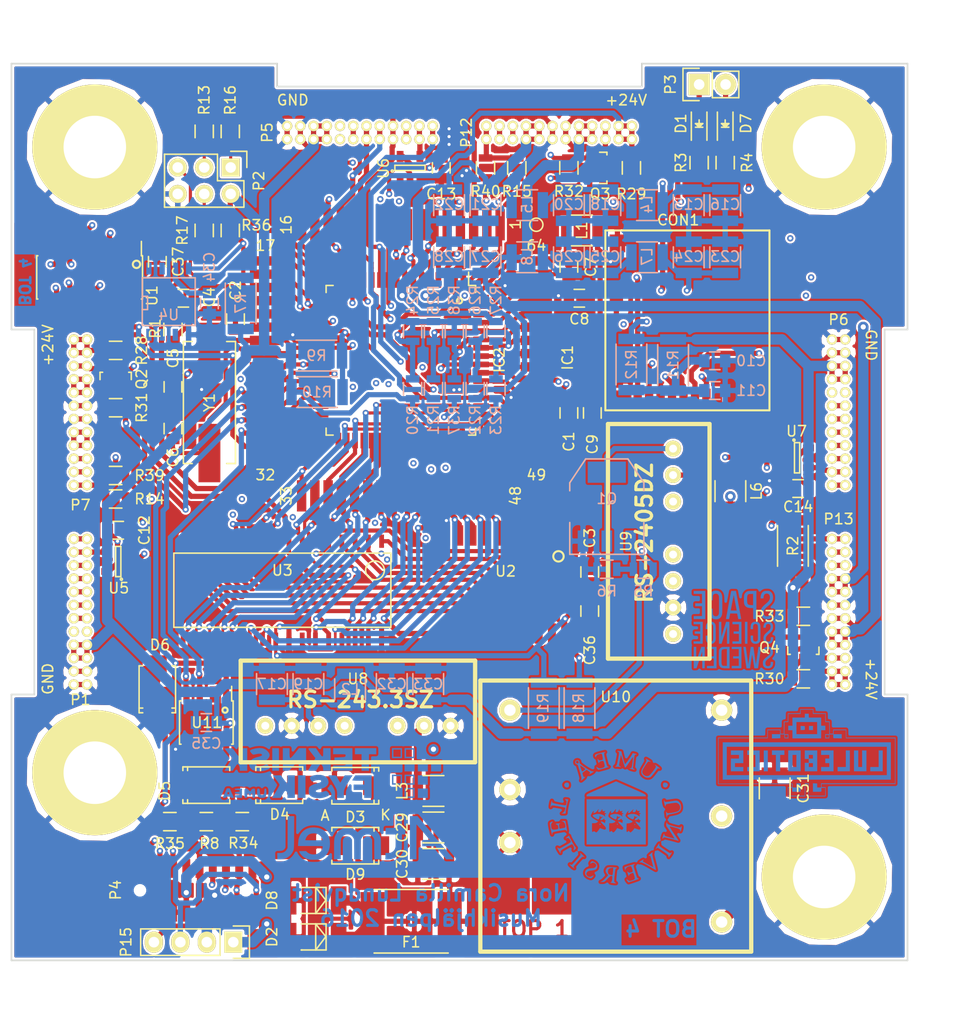
<source format=kicad_pcb>
(kicad_pcb (version 4) (host pcbnew 4.0.5+dfsg1-4)
  (layers (0 F.Cu signal hide) (1 In1.Cu signal hide) (2 In2.Cu signal hide) (31 B.Cu signal) (34 B.Paste user) (35 F.Paste user) (36 B.SilkS user) (37 F.SilkS user) (38 B.Mask user) (39 F.Mask user) (44 Edge.Cuts user))
  (net 0 "")
  (net 1 GND)
  (net 2 "Net-(IC1-Pad1)")
  (net 3 +3V3)
  (net 4 "Net-(IC1-Pad57)")
  (net 5 "Net-(C6-Pad2)")
  (net 6 "Net-(C7-Pad1)")
  (net 7 "Net-(C8-Pad1)")
  (net 8 /WR)
  (net 9 AD2)
  (net 10 /RD)
  (net 11 A8)
  (net 12 A9)
  (net 13 A10)
  (net 14 A11)
  (net 15 A12)
  (net 16 A13)
  (net 17 A14)
  (net 18 A15)
  (net 19 ALE)
  (net 20 AD7)
  (net 21 AD6)
  (net 22 AD5)
  (net 23 AD4)
  (net 24 AD3)
  (net 25 AD1)
  (net 26 AD0)
  (net 27 "Net-(U2-Pad12)")
  (net 28 "Net-(U2-Pad13)")
  (net 29 "Net-(U2-Pad14)")
  (net 30 "Net-(U2-Pad15)")
  (net 31 "Net-(U2-Pad16)")
  (net 32 "Net-(U2-Pad17)")
  (net 33 "Net-(U2-Pad18)")
  (net 34 "Net-(U2-Pad19)")
  (net 35 TACH0)
  (net 36 TACH1)
  (net 37 +24V)
  (net 38 PWM0)
  (net 39 +5V)
  (net 40 -5V)
  (net 41 /CS_VGND0)
  (net 42 EN_VGND0)
  (net 43 ONEWIRE)
  (net 44 /CS_ADC0)
  (net 45 SCLK)
  (net 46 MISO)
  (net 47 MOSI)
  (net 48 /DRDY0)
  (net 49 PWM1)
  (net 50 /CS_VGND1)
  (net 51 /CS_ADC1)
  (net 52 /DRDY1)
  (net 53 PWM2)
  (net 54 TACH2)
  (net 55 /CS_VGND2)
  (net 56 /CS_ADC2)
  (net 57 /DRDY2)
  (net 58 "Net-(C12-Pad2)")
  (net 59 "Net-(C15-Pad1)")
  (net 60 "Net-(C17-Pad1)")
  (net 61 "Net-(C18-Pad1)")
  (net 62 "Net-(C23-Pad2)")
  (net 63 "Net-(C25-Pad2)")
  (net 64 VIN)
  (net 65 "Net-(C34-Pad1)")
  (net 66 "Net-(D2-Pad1)")
  (net 67 /power/EN_24V_5V)
  (net 68 /power/RS485_RX)
  (net 69 /power/RS485_TX)
  (net 70 "Net-(IC1-Pad29)")
  (net 71 "Net-(IC1-Pad58)")
  (net 72 "Net-(IC1-Pad59)")
  (net 73 "Net-(IC1-Pad60)")
  (net 74 "Net-(IC1-Pad61)")
  (net 75 "Net-(L3-Pad1)")
  (net 76 "Net-(L6-Pad2)")
  (net 77 "Net-(Q1-Pad2)")
  (net 78 "Net-(Q1-Pad1)")
  (net 79 f_ADC)
  (net 80 /power/RS485_DE)
  (net 81 "Net-(C1-Pad1)")
  (net 82 VCC)
  (net 83 SD_IRQ)
  (net 84 "Net-(IC1-Pad9)")
  (net 85 /SD_CS)
  (net 86 "Net-(IC1-Pad31)")
  (net 87 "Net-(IC1-Pad32)")
  (net 88 /EN_XMEM)
  (net 89 /power/B)
  (net 90 /power/A)
  (net 91 /RESET)
  (net 92 "Net-(IC1-Pad2)")
  (net 93 "Net-(IC1-Pad3)")
  (net 94 PDO)
  (net 95 SCLK_OUT)
  (net 96 PDI)
  (net 97 /power/VLANDER)
  (net 98 "Net-(C10-Pad1)")
  (net 99 "Net-(D1-Pad1)")
  (net 100 "Net-(D7-Pad1)")
  (net 101 EN_VGND2)
  (net 102 EN_VGND1)
  (net 103 "Net-(P1-Pad21)")
  (net 104 "Net-(P5-Pad21)")
  (net 105 "Net-(P6-Pad21)")
  (net 106 "Net-(P7-Pad19)")
  (net 107 "Net-(P12-Pad19)")
  (net 108 "Net-(P13-Pad19)")
  (net 109 PF5)
  (net 110 PF6)
  (module Capacitors_SMD:C_1210 (layer F.Cu) (at 97.5 126.75)
    (fp_text reference L3 (at -3 0 90) (layer F.SilkS))
    (fp_text value 10u)
    (pad 1 smd rect (at -1.5 0) (size 1 2.5) (layers F.Cu F.Paste F.Mask) (net 75 "Net-(L3-Pad1)"))
    (pad 2 smd rect (at 1.5 0) (size 1 2.5) (layers F.Cu F.Paste F.Mask) (net 64 VIN))
  )
  (module SCUBE:FTSH-112-01-L-D-RA (layer F.Cu) (at 63.615 90.44 90)
    (fp_text reference P7 (at -8.89 0 180) (layer F.SilkS))
    (fp_text value CONN_02X12)
    (pad 1 thru_hole circle (at -6.985 0.635 90) (size 1 1) (drill 0.6) (layers *.Cu *.Mask F.SilkS) (net 42 EN_VGND0))
    (pad 2 thru_hole circle (at -6.985 -0.635 90) (size 1 1) (drill 0.6) (layers *.Cu *.Mask F.SilkS) (net 42 EN_VGND0))
    (pad 3 thru_hole circle (at -5.715 0.635 90) (size 1 1) (drill 0.6) (layers *.Cu *.Mask F.SilkS) (net 41 /CS_VGND0))
    (pad 4 thru_hole circle (at -5.715 -0.635 90) (size 1 1) (drill 0.6) (layers *.Cu *.Mask F.SilkS) (net 41 /CS_VGND0))
    (pad 5 thru_hole circle (at -4.445 0.635 90) (size 1 1) (drill 0.6) (layers *.Cu *.Mask F.SilkS) (net 35 TACH0))
    (pad 6 thru_hole circle (at -4.445 -0.635 90) (size 1 1) (drill 0.6) (layers *.Cu *.Mask F.SilkS) (net 35 TACH0))
    (pad 7 thru_hole circle (at -3.175 0.635 90) (size 1 1) (drill 0.6) (layers *.Cu *.Mask F.SilkS) (net 40 -5V))
    (pad 8 thru_hole circle (at -3.175 -0.635 90) (size 1 1) (drill 0.6) (layers *.Cu *.Mask F.SilkS) (net 40 -5V))
    (pad 9 thru_hole circle (at -1.905 0.635 90) (size 1 1) (drill 0.6) (layers *.Cu *.Mask F.SilkS) (net 40 -5V))
    (pad 10 thru_hole circle (at -1.905 -0.635 90) (size 1 1) (drill 0.6) (layers *.Cu *.Mask F.SilkS) (net 40 -5V))
    (pad 11 thru_hole circle (at -0.635 0.635 90) (size 1 1) (drill 0.6) (layers *.Cu *.Mask F.SilkS) (net 1 GND))
    (pad 12 thru_hole circle (at -0.635 -0.635 90) (size 1 1) (drill 0.6) (layers *.Cu *.Mask F.SilkS) (net 1 GND))
    (pad 13 thru_hole circle (at 0.635 0.635 90) (size 1 1) (drill 0.6) (layers *.Cu *.Mask F.SilkS) (net 1 GND))
    (pad 14 thru_hole circle (at 0.635 -0.635 90) (size 1 1) (drill 0.6) (layers *.Cu *.Mask F.SilkS) (net 1 GND))
    (pad 15 thru_hole circle (at 1.905 0.635 90) (size 1 1) (drill 0.6) (layers *.Cu *.Mask F.SilkS) (net 39 +5V))
    (pad 16 thru_hole circle (at 1.905 -0.635 90) (size 1 1) (drill 0.6) (layers *.Cu *.Mask F.SilkS) (net 39 +5V))
    (pad 17 thru_hole circle (at 3.175 0.635 90) (size 1 1) (drill 0.6) (layers *.Cu *.Mask F.SilkS) (net 39 +5V))
    (pad 18 thru_hole circle (at 3.175 -0.635 90) (size 1 1) (drill 0.6) (layers *.Cu *.Mask F.SilkS) (net 39 +5V))
    (pad 19 thru_hole circle (at 4.445 0.635 90) (size 1 1) (drill 0.6) (layers *.Cu *.Mask F.SilkS) (net 106 "Net-(P7-Pad19)"))
    (pad 20 thru_hole circle (at 4.445 -0.635 90) (size 1 1) (drill 0.6) (layers *.Cu *.Mask F.SilkS) (net 106 "Net-(P7-Pad19)"))
    (pad 21 thru_hole circle (at 5.715 0.635 90) (size 1 1) (drill 0.6) (layers *.Cu *.Mask F.SilkS) (net 37 +24V))
    (pad 22 thru_hole circle (at 5.715 -0.635 90) (size 1 1) (drill 0.6) (layers *.Cu *.Mask F.SilkS) (net 37 +24V))
    (pad 23 thru_hole circle (at 6.985 0.635 90) (size 1 1) (drill 0.6) (layers *.Cu *.Mask F.SilkS) (net 37 +24V))
    (pad 24 thru_hole circle (at 6.985 -0.635 90) (size 1 1) (drill 0.6) (layers *.Cu *.Mask F.SilkS) (net 37 +24V))
  )
  (module SCUBE:LPPB102NFSP-RC (layer F.Cu) (at 74.415 136.28)
    (fp_text reference P4 (at -7.415 -0.03 90) (layer F.SilkS))
    (fp_text value CONN_02X10)
    (pad 1 smd rect (at -5.715 2.1) (size 0.76 1.8) (layers F.Cu F.Paste F.Mask) (net 3 +3V3))
    (pad 2 smd rect (at -5.715 -2.1) (size 0.76 1.8) (layers F.Cu F.Paste F.Mask) (net 3 +3V3))
    (pad 3 smd rect (at -4.445 2.1) (size 0.76 1.8) (layers F.Cu F.Paste F.Mask) (net 43 ONEWIRE))
    (pad 4 smd rect (at -4.445 -2.1) (size 0.76 1.8) (layers F.Cu F.Paste F.Mask) (net 43 ONEWIRE))
    (pad 5 smd rect (at -3.175 2.1) (size 0.76 1.8) (layers F.Cu F.Paste F.Mask) (net 97 /power/VLANDER))
    (pad 6 smd rect (at -3.175 -2.1) (size 0.76 1.8) (layers F.Cu F.Paste F.Mask) (net 96 PDI))
    (pad 7 smd rect (at -1.905 2.1) (size 0.76 1.8) (layers F.Cu F.Paste F.Mask) (net 97 /power/VLANDER))
    (pad 8 smd rect (at -1.905 -2.1) (size 0.76 1.8) (layers F.Cu F.Paste F.Mask) (net 94 PDO))
    (pad 9 smd rect (at -0.635 2.1) (size 0.76 1.8) (layers F.Cu F.Paste F.Mask) (net 97 /power/VLANDER))
    (pad 10 smd rect (at -0.635 -2.1) (size 0.76 1.8) (layers F.Cu F.Paste F.Mask) (net 97 /power/VLANDER))
    (pad 11 smd rect (at 0.635 2.1) (size 0.76 1.8) (layers F.Cu F.Paste F.Mask) (net 1 GND))
    (pad 12 smd rect (at 0.635 -2.1) (size 0.76 1.8) (layers F.Cu F.Paste F.Mask) (net 1 GND))
    (pad 13 smd rect (at 1.905 2.1) (size 0.76 1.8) (layers F.Cu F.Paste F.Mask) (net 1 GND))
    (pad 14 smd rect (at 1.905 -2.1) (size 0.76 1.8) (layers F.Cu F.Paste F.Mask) (net 95 SCLK_OUT))
    (pad 15 smd rect (at 3.175 2.1) (size 0.76 1.8) (layers F.Cu F.Paste F.Mask) (net 1 GND))
    (pad 16 smd rect (at 3.175 -2.1) (size 0.76 1.8) (layers F.Cu F.Paste F.Mask) (net 91 /RESET))
    (pad 17 smd rect (at 4.445 2.1) (size 0.76 1.8) (layers F.Cu F.Paste F.Mask) (net 89 /power/B))
    (pad 18 smd rect (at 4.445 -2.1) (size 0.76 1.8) (layers F.Cu F.Paste F.Mask) (net 89 /power/B))
    (pad 19 smd rect (at 5.715 2.1) (size 0.76 1.8) (layers F.Cu F.Paste F.Mask) (net 90 /power/A))
    (pad 20 smd rect (at 5.715 -2.1) (size 0.76 1.8) (layers F.Cu F.Paste F.Mask) (net 90 /power/A))
    (pad "" np_thru_hole circle (at 5.08 0) (size 0.8 0.8) (drill 0.8) (layers *.Cu))
    (pad "" np_thru_hole circle (at -5.08 0) (size 0.8 0.8) (drill 0.8) (layers *.Cu))
  )
  (module SCUBE:FTSH-112-01-L-D-RA (layer F.Cu) (at 109.56 63.615)
    (fp_text reference P12 (at -8.89 0 90) (layer F.SilkS))
    (fp_text value CONN_02X12)
    (pad 1 thru_hole circle (at -6.985 0.635) (size 1 1) (drill 0.6) (layers *.Cu *.Mask F.SilkS) (net 102 EN_VGND1))
    (pad 2 thru_hole circle (at -6.985 -0.635) (size 1 1) (drill 0.6) (layers *.Cu *.Mask F.SilkS) (net 102 EN_VGND1))
    (pad 3 thru_hole circle (at -5.715 0.635) (size 1 1) (drill 0.6) (layers *.Cu *.Mask F.SilkS) (net 50 /CS_VGND1))
    (pad 4 thru_hole circle (at -5.715 -0.635) (size 1 1) (drill 0.6) (layers *.Cu *.Mask F.SilkS) (net 50 /CS_VGND1))
    (pad 5 thru_hole circle (at -4.445 0.635) (size 1 1) (drill 0.6) (layers *.Cu *.Mask F.SilkS) (net 36 TACH1))
    (pad 6 thru_hole circle (at -4.445 -0.635) (size 1 1) (drill 0.6) (layers *.Cu *.Mask F.SilkS) (net 36 TACH1))
    (pad 7 thru_hole circle (at -3.175 0.635) (size 1 1) (drill 0.6) (layers *.Cu *.Mask F.SilkS) (net 40 -5V))
    (pad 8 thru_hole circle (at -3.175 -0.635) (size 1 1) (drill 0.6) (layers *.Cu *.Mask F.SilkS) (net 40 -5V))
    (pad 9 thru_hole circle (at -1.905 0.635) (size 1 1) (drill 0.6) (layers *.Cu *.Mask F.SilkS) (net 40 -5V))
    (pad 10 thru_hole circle (at -1.905 -0.635) (size 1 1) (drill 0.6) (layers *.Cu *.Mask F.SilkS) (net 40 -5V))
    (pad 11 thru_hole circle (at -0.635 0.635) (size 1 1) (drill 0.6) (layers *.Cu *.Mask F.SilkS) (net 1 GND))
    (pad 12 thru_hole circle (at -0.635 -0.635) (size 1 1) (drill 0.6) (layers *.Cu *.Mask F.SilkS) (net 1 GND))
    (pad 13 thru_hole circle (at 0.635 0.635) (size 1 1) (drill 0.6) (layers *.Cu *.Mask F.SilkS) (net 1 GND))
    (pad 14 thru_hole circle (at 0.635 -0.635) (size 1 1) (drill 0.6) (layers *.Cu *.Mask F.SilkS) (net 1 GND))
    (pad 15 thru_hole circle (at 1.905 0.635) (size 1 1) (drill 0.6) (layers *.Cu *.Mask F.SilkS) (net 39 +5V))
    (pad 16 thru_hole circle (at 1.905 -0.635) (size 1 1) (drill 0.6) (layers *.Cu *.Mask F.SilkS) (net 39 +5V))
    (pad 17 thru_hole circle (at 3.175 0.635) (size 1 1) (drill 0.6) (layers *.Cu *.Mask F.SilkS) (net 39 +5V))
    (pad 18 thru_hole circle (at 3.175 -0.635) (size 1 1) (drill 0.6) (layers *.Cu *.Mask F.SilkS) (net 39 +5V))
    (pad 19 thru_hole circle (at 4.445 0.635) (size 1 1) (drill 0.6) (layers *.Cu *.Mask F.SilkS) (net 107 "Net-(P12-Pad19)"))
    (pad 20 thru_hole circle (at 4.445 -0.635) (size 1 1) (drill 0.6) (layers *.Cu *.Mask F.SilkS) (net 107 "Net-(P12-Pad19)"))
    (pad 21 thru_hole circle (at 5.715 0.635) (size 1 1) (drill 0.6) (layers *.Cu *.Mask F.SilkS) (net 37 +24V))
    (pad 22 thru_hole circle (at 5.715 -0.635) (size 1 1) (drill 0.6) (layers *.Cu *.Mask F.SilkS) (net 37 +24V))
    (pad 23 thru_hole circle (at 6.985 0.635) (size 1 1) (drill 0.6) (layers *.Cu *.Mask F.SilkS) (net 37 +24V))
    (pad 24 thru_hole circle (at 6.985 -0.635) (size 1 1) (drill 0.6) (layers *.Cu *.Mask F.SilkS) (net 37 +24V))
  )
  (module Resistors_SMD:R_2010 (layer B.Cu) (at 86.274788 85)
    (fp_text reference R9 (at 0 0) (layer B.SilkS) (effects (justify mirror)))
    (fp_text value 22)
    (pad 1 smd rect (at -2.45 0) (size 1 2.5) (layers B.Cu B.Paste B.Mask) (net 3 +3V3))
    (pad 2 smd rect (at 2.45 0) (size 1 2.5) (layers B.Cu B.Paste B.Mask) (net 81 "Net-(C1-Pad1)"))
  )
  (module SCUBE:SO-20 (layer F.Cu) (at 104.425 106.95 180)
    (fp_text reference U2 (at 0 1.27 180) (layer F.SilkS))
    (fp_text value SN74AHC573)
    (pad 1 smd rect (at -5.715 4.7 180) (size 0.762 1.95) (layers F.Cu F.Paste F.Mask) (net 88 /EN_XMEM))
    (pad 2 smd rect (at -4.445 4.7 180) (size 0.762 1.95) (layers F.Cu F.Paste F.Mask) (net 26 AD0))
    (pad 3 smd rect (at -3.175 4.7 180) (size 0.762 1.95) (layers F.Cu F.Paste F.Mask) (net 25 AD1))
    (pad 4 smd rect (at -1.905 4.7 180) (size 0.762 1.95) (layers F.Cu F.Paste F.Mask) (net 9 AD2))
    (pad 5 smd rect (at -0.635 4.7 180) (size 0.762 1.95) (layers F.Cu F.Paste F.Mask) (net 24 AD3))
    (pad 6 smd rect (at 0.635 4.7 180) (size 0.762 1.95) (layers F.Cu F.Paste F.Mask) (net 23 AD4))
    (pad 7 smd rect (at 1.905 4.7 180) (size 0.762 1.95) (layers F.Cu F.Paste F.Mask) (net 22 AD5))
    (pad 8 smd rect (at 3.175 4.7 180) (size 0.762 1.95) (layers F.Cu F.Paste F.Mask) (net 21 AD6))
    (pad 9 smd rect (at 4.445 4.7 180) (size 0.762 1.95) (layers F.Cu F.Paste F.Mask) (net 20 AD7))
    (pad 10 smd rect (at 5.715 4.7 180) (size 0.762 1.95) (layers F.Cu F.Paste F.Mask) (net 1 GND))
    (pad 11 smd rect (at 5.715 -4.7 180) (size 0.762 1.95) (layers F.Cu F.Paste F.Mask) (net 19 ALE))
    (pad 12 smd rect (at 4.445 -4.7 180) (size 0.762 1.95) (layers F.Cu F.Paste F.Mask) (net 27 "Net-(U2-Pad12)"))
    (pad 13 smd rect (at 3.175 -4.7 180) (size 0.762 1.95) (layers F.Cu F.Paste F.Mask) (net 28 "Net-(U2-Pad13)"))
    (pad 14 smd rect (at 1.905 -4.7 180) (size 0.762 1.95) (layers F.Cu F.Paste F.Mask) (net 29 "Net-(U2-Pad14)"))
    (pad 15 smd rect (at 0.635 -4.7 180) (size 0.762 1.95) (layers F.Cu F.Paste F.Mask) (net 30 "Net-(U2-Pad15)"))
    (pad 16 smd rect (at -0.635 -4.7 180) (size 0.762 1.95) (layers F.Cu F.Paste F.Mask) (net 31 "Net-(U2-Pad16)"))
    (pad 17 smd rect (at -1.905 -4.7 180) (size 0.762 1.95) (layers F.Cu F.Paste F.Mask) (net 32 "Net-(U2-Pad17)"))
    (pad 18 smd rect (at -3.175 -4.7 180) (size 0.762 1.95) (layers F.Cu F.Paste F.Mask) (net 33 "Net-(U2-Pad18)"))
    (pad 19 smd rect (at -4.445 -4.7 180) (size 0.762 1.95) (layers F.Cu F.Paste F.Mask) (net 34 "Net-(U2-Pad19)"))
    (pad 20 smd rect (at -5.715 -4.7 180) (size 0.762 1.95) (layers F.Cu F.Paste F.Mask) (net 82 VCC))
  )
  (module SMD_Packages:SOJ-32 (layer F.Cu) (at 83 107.5 180)
    (fp_text reference U3 (at 0 1.905 180) (layer F.SilkS))
    (fp_text value 71V124SA12YGI)
    (pad 20 smd rect (at 5.715 -4.699 180) (size 0.4572 1.27) (layers F.Cu F.Paste F.Mask) (net 14 A11))
    (pad 21 smd rect (at 4.445 -4.699 180) (size 0.4572 1.27) (layers F.Cu F.Paste F.Mask) (net 15 A12))
    (pad 22 smd rect (at 3.175 -4.699 180) (size 0.4572 1.27) (layers F.Cu F.Paste F.Mask) (net 23 AD4))
    (pad 23 smd rect (at 1.905 -4.699 180) (size 0.4572 1.27) (layers F.Cu F.Paste F.Mask) (net 22 AD5))
    (pad 24 smd rect (at 0.635 -4.699 180) (size 0.4572 1.27) (layers F.Cu F.Paste F.Mask) (net 82 VCC))
    (pad 28 smd rect (at -4.445 -4.699 180) (size 0.4572 1.27) (layers F.Cu F.Paste F.Mask) (net 10 /RD))
    (pad 29 smd rect (at -5.715 -4.699 180) (size 0.4572 1.27) (layers F.Cu F.Paste F.Mask) (net 16 A13))
    (pad 30 smd rect (at -6.985 -4.699 180) (size 0.4572 1.27) (layers F.Cu F.Paste F.Mask) (net 17 A14))
    (pad 31 smd rect (at -8.255 -4.699 180) (size 0.4572 1.27) (layers F.Cu F.Paste F.Mask) (net 18 A15))
    (pad 32 smd rect (at -9.525 -4.699 180) (size 0.4572 1.27) (layers F.Cu F.Paste F.Mask) (net 1 GND))
    (pad 1 smd rect (at -9.525 4.699 180) (size 0.4572 1.27) (layers F.Cu F.Paste F.Mask) (net 34 "Net-(U2-Pad19)"))
    (pad 2 smd rect (at -8.255 4.699 180) (size 0.4572 1.27) (layers F.Cu F.Paste F.Mask) (net 33 "Net-(U2-Pad18)"))
    (pad 3 smd rect (at -6.985 4.699 180) (size 0.4572 1.27) (layers F.Cu F.Paste F.Mask) (net 32 "Net-(U2-Pad17)"))
    (pad 4 smd rect (at -5.715 4.699 180) (size 0.4572 1.27) (layers F.Cu F.Paste F.Mask) (net 31 "Net-(U2-Pad16)"))
    (pad 5 smd rect (at -4.445 4.699 180) (size 0.4572 1.27) (layers F.Cu F.Paste F.Mask) (net 88 /EN_XMEM))
    (pad 9 smd rect (at 0.635 4.699 180) (size 0.4572 1.27) (layers F.Cu F.Paste F.Mask) (net 1 GND))
    (pad 10 smd rect (at 1.905 4.699 180) (size 0.4572 1.27) (layers F.Cu F.Paste F.Mask) (net 9 AD2))
    (pad 11 smd rect (at 3.175 4.699 180) (size 0.4572 1.27) (layers F.Cu F.Paste F.Mask) (net 24 AD3))
    (pad 12 smd rect (at 4.445 4.699 180) (size 0.4572 1.27) (layers F.Cu F.Paste F.Mask) (net 8 /WR))
    (pad 13 smd rect (at 5.715 4.699 180) (size 0.4572 1.27) (layers F.Cu F.Paste F.Mask) (net 30 "Net-(U2-Pad15)"))
    (pad 14 smd rect (at 6.985 4.699 180) (size 0.4572 1.27) (layers F.Cu F.Paste F.Mask) (net 29 "Net-(U2-Pad14)"))
    (pad 15 smd rect (at 8.255 4.699 180) (size 0.4572 1.27) (layers F.Cu F.Paste F.Mask) (net 28 "Net-(U2-Pad13)"))
    (pad 16 smd rect (at 9.525 4.699 180) (size 0.4572 1.27) (layers F.Cu F.Paste F.Mask) (net 27 "Net-(U2-Pad12)"))
    (pad 6 smd rect (at -3.175 4.699 180) (size 0.4572 1.27) (layers F.Cu F.Paste F.Mask) (net 26 AD0))
    (pad 7 smd rect (at -1.905 4.699 180) (size 0.4572 1.27) (layers F.Cu F.Paste F.Mask) (net 25 AD1))
    (pad 8 smd rect (at -0.635 4.699 180) (size 0.4572 1.27) (layers F.Cu F.Paste F.Mask) (net 82 VCC))
    (pad 27 smd rect (at -3.175 -4.699 180) (size 0.4572 1.27) (layers F.Cu F.Paste F.Mask) (net 20 AD7))
    (pad 26 smd rect (at -1.905 -4.699 180) (size 0.4572 1.27) (layers F.Cu F.Paste F.Mask) (net 21 AD6))
    (pad 25 smd rect (at -0.635 -4.699 180) (size 0.4572 1.27) (layers F.Cu F.Paste F.Mask) (net 1 GND))
    (pad 19 smd rect (at 6.985 -4.699 180) (size 0.4572 1.27) (layers F.Cu F.Paste F.Mask) (net 13 A10))
    (pad 18 smd rect (at 8.255 -4.699 180) (size 0.4572 1.27) (layers F.Cu F.Paste F.Mask) (net 12 A9))
    (pad 17 smd rect (at 9.525 -4.699 180) (size 0.4572 1.27) (layers F.Cu F.Paste F.Mask) (net 11 A8))
  )
  (module SCUBE:Molex_502774-0891 (layer F.Cu) (at 120.95 89)
    (fp_text reference CON1 (at 0.05 -17 180) (layer F.SilkS))
    (fp_text value 502774-0891)
    (pad 8 smd rect (at -3.85 0) (size 0.8 1.68) (layers F.Cu F.Paste F.Mask) (net 83 SD_IRQ))
    (pad 7 smd rect (at -2.75 0) (size 0.8 1.68) (layers F.Cu F.Paste F.Mask) (net 46 MISO))
    (pad 6 smd rect (at -1.65 0) (size 0.8 1.68) (layers F.Cu F.Paste F.Mask) (net 1 GND))
    (pad 5 smd rect (at -0.55 0) (size 0.8 1.68) (layers F.Cu F.Paste F.Mask) (net 45 SCLK))
    (pad 4 smd rect (at 0.55 0) (size 0.8 1.68) (layers F.Cu F.Paste F.Mask) (net 98 "Net-(C10-Pad1)"))
    (pad 3 smd rect (at 1.65 0) (size 0.8 1.68) (layers F.Cu F.Paste F.Mask) (net 47 MOSI))
    (pad 2 smd rect (at 2.75 0) (size 0.8 1.68) (layers F.Cu F.Paste F.Mask) (net 85 /SD_CS))
    (pad 1 smd rect (at 3.85 0) (size 0.8 1.68) (layers F.Cu F.Paste F.Mask))
    (pad 9 smd rect (at -5.25 0.09) (size 1.6 1.5) (layers F.Cu F.Paste F.Mask) (net 1 GND))
    (pad 9 smd rect (at 7.4 0.09) (size 1.7 1.5) (layers F.Cu F.Paste F.Mask) (net 1 GND))
    (pad 9 smd rect (at -5.895 -1.56) (size 1.29 1.3) (layers F.Cu F.Paste F.Mask) (net 1 GND))
    (pad 9 smd rect (at -5.895 -8.96) (size 1.29 1.4) (layers F.Cu F.Paste F.Mask) (net 1 GND))
    (pad 9 smd rect (at -5.79 -14.76) (size 1.5 1.7) (layers F.Cu F.Paste F.Mask) (net 1 GND))
    (pad 9 smd rect (at 7.71 -14.76) (size 1.5 1.7) (layers F.Cu F.Paste F.Mask) (net 1 GND))
  )
  (module Crystals:Crystal_HC49-SD_SMD (layer F.Cu) (at 76 89.5 270)
    (fp_text reference Y1 (at 0 0 270) (layer F.SilkS))
    (fp_text value "7.3728 MHz")
    (pad 1 smd rect (at -4.84886 0 270) (size 5.6007 2.10058) (layers F.Cu F.Paste F.Mask) (net 79 f_ADC))
    (pad 2 smd rect (at 4.84886 0 270) (size 5.6007 2.10058) (layers F.Cu F.Paste F.Mask) (net 5 "Net-(C6-Pad2)"))
  )
  (module Housings_QFP:TQFP-64_14x14mm_Pitch0.8mm (layer F.Cu) (at 94.374529 85.450019 270)
    (fp_text reference IC2 (at 0 -9.45 270) (layer F.SilkS))
    (fp_text value ATMEGA128L-8AN)
    (pad 1 smd rect (at -7.7 -6 270) (size 1.5 0.55) (layers F.Cu F.Paste F.Mask) (net 2 "Net-(IC1-Pad1)"))
    (pad 2 smd rect (at -7.7 -5.2 270) (size 1.5 0.55) (layers F.Cu F.Paste F.Mask) (net 92 "Net-(IC1-Pad2)"))
    (pad 3 smd rect (at -7.7 -4.4 270) (size 1.5 0.55) (layers F.Cu F.Paste F.Mask) (net 93 "Net-(IC1-Pad3)"))
    (pad 4 smd rect (at -7.7 -3.6 270) (size 1.5 0.55) (layers F.Cu F.Paste F.Mask) (net 41 /CS_VGND0))
    (pad 5 smd rect (at -7.7 -2.8 270) (size 1.5 0.55) (layers F.Cu F.Paste F.Mask) (net 50 /CS_VGND1))
    (pad 6 smd rect (at -7.7 -2 270) (size 1.5 0.55) (layers F.Cu F.Paste F.Mask) (net 55 /CS_VGND2))
    (pad 7 smd rect (at -7.7 -1.2 270) (size 1.5 0.55) (layers F.Cu F.Paste F.Mask) (net 101 EN_VGND2))
    (pad 8 smd rect (at -7.7 -0.4 270) (size 1.5 0.55) (layers F.Cu F.Paste F.Mask) (net 83 SD_IRQ))
    (pad 9 smd rect (at -7.7 0.4 270) (size 1.5 0.55) (layers F.Cu F.Paste F.Mask) (net 84 "Net-(IC1-Pad9)"))
    (pad 10 smd rect (at -7.7 1.2 270) (size 1.5 0.55) (layers F.Cu F.Paste F.Mask) (net 67 /power/EN_24V_5V))
    (pad 11 smd rect (at -7.7 2 270) (size 1.5 0.55) (layers F.Cu F.Paste F.Mask) (net 45 SCLK))
    (pad 12 smd rect (at -7.7 2.8 270) (size 1.5 0.55) (layers F.Cu F.Paste F.Mask) (net 47 MOSI))
    (pad 13 smd rect (at -7.7 3.6 270) (size 1.5 0.55) (layers F.Cu F.Paste F.Mask) (net 46 MISO))
    (pad 14 smd rect (at -7.7 4.4 270) (size 1.5 0.55) (layers F.Cu F.Paste F.Mask) (net 85 /SD_CS))
    (pad 15 smd rect (at -7.7 5.2 270) (size 1.5 0.55) (layers F.Cu F.Paste F.Mask) (net 38 PWM0))
    (pad 16 smd rect (at -7.7 6 270) (size 1.5 0.55) (layers F.Cu F.Paste F.Mask) (net 49 PWM1))
    (pad 17 smd rect (at -6 7.7) (size 1.5 0.55) (layers F.Cu F.Paste F.Mask) (net 53 PWM2))
    (pad 18 smd rect (at -5.2 7.7) (size 1.5 0.55) (layers F.Cu F.Paste F.Mask) (net 88 /EN_XMEM))
    (pad 19 smd rect (at -4.4 7.7) (size 1.5 0.55) (layers F.Cu F.Paste F.Mask) (net 43 ONEWIRE))
    (pad 20 smd rect (at -3.6 7.7) (size 1.5 0.55) (layers F.Cu F.Paste F.Mask) (net 91 /RESET))
    (pad 21 smd rect (at -2.8 7.7) (size 1.5 0.55) (layers F.Cu F.Paste F.Mask) (net 81 "Net-(C1-Pad1)"))
    (pad 22 smd rect (at -2 7.7) (size 1.5 0.55) (layers F.Cu F.Paste F.Mask) (net 1 GND))
    (pad 23 smd rect (at -1.2 7.7) (size 1.5 0.55) (layers F.Cu F.Paste F.Mask) (net 79 f_ADC))
    (pad 24 smd rect (at -0.4 7.7) (size 1.5 0.55) (layers F.Cu F.Paste F.Mask) (net 5 "Net-(C6-Pad2)"))
    (pad 25 smd rect (at 0.4 7.7) (size 1.5 0.55) (layers F.Cu F.Paste F.Mask) (net 44 /CS_ADC0))
    (pad 26 smd rect (at 1.2 7.7) (size 1.5 0.55) (layers F.Cu F.Paste F.Mask) (net 51 /CS_ADC1))
    (pad 27 smd rect (at 2 7.7) (size 1.5 0.55) (layers F.Cu F.Paste F.Mask) (net 68 /power/RS485_RX))
    (pad 28 smd rect (at 2.8 7.7) (size 1.5 0.55) (layers F.Cu F.Paste F.Mask) (net 69 /power/RS485_TX))
    (pad 29 smd rect (at 3.6 7.7) (size 1.5 0.55) (layers F.Cu F.Paste F.Mask) (net 70 "Net-(IC1-Pad29)"))
    (pad 30 smd rect (at 4.4 7.7) (size 1.5 0.55) (layers F.Cu F.Paste F.Mask) (net 80 /power/RS485_DE))
    (pad 31 smd rect (at 5.2 7.7) (size 1.5 0.55) (layers F.Cu F.Paste F.Mask) (net 86 "Net-(IC1-Pad31)"))
    (pad 32 smd rect (at 6 7.7) (size 1.5 0.55) (layers F.Cu F.Paste F.Mask) (net 87 "Net-(IC1-Pad32)"))
    (pad 33 smd rect (at 7.7 6 270) (size 1.5 0.55) (layers F.Cu F.Paste F.Mask) (net 8 /WR))
    (pad 34 smd rect (at 7.7 5.2 270) (size 1.5 0.55) (layers F.Cu F.Paste F.Mask) (net 10 /RD))
    (pad 35 smd rect (at 7.7 4.4 270) (size 1.5 0.55) (layers F.Cu F.Paste F.Mask) (net 11 A8))
    (pad 36 smd rect (at 7.7 3.6 270) (size 1.5 0.55) (layers F.Cu F.Paste F.Mask) (net 12 A9))
    (pad 37 smd rect (at 7.7 2.8 270) (size 1.5 0.55) (layers F.Cu F.Paste F.Mask) (net 13 A10))
    (pad 38 smd rect (at 7.7 2 270) (size 1.5 0.55) (layers F.Cu F.Paste F.Mask) (net 14 A11))
    (pad 39 smd rect (at 7.7 1.2 270) (size 1.5 0.55) (layers F.Cu F.Paste F.Mask) (net 15 A12))
    (pad 40 smd rect (at 7.7 0.4 270) (size 1.5 0.55) (layers F.Cu F.Paste F.Mask) (net 16 A13))
    (pad 41 smd rect (at 7.7 -0.4 270) (size 1.5 0.55) (layers F.Cu F.Paste F.Mask) (net 17 A14))
    (pad 42 smd rect (at 7.7 -1.2 270) (size 1.5 0.55) (layers F.Cu F.Paste F.Mask) (net 18 A15))
    (pad 43 smd rect (at 7.7 -2 270) (size 1.5 0.55) (layers F.Cu F.Paste F.Mask) (net 19 ALE))
    (pad 44 smd rect (at 7.7 -2.8 270) (size 1.5 0.55) (layers F.Cu F.Paste F.Mask) (net 20 AD7))
    (pad 45 smd rect (at 7.7 -3.6 270) (size 1.5 0.55) (layers F.Cu F.Paste F.Mask) (net 21 AD6))
    (pad 46 smd rect (at 7.7 -4.4 270) (size 1.5 0.55) (layers F.Cu F.Paste F.Mask) (net 22 AD5))
    (pad 47 smd rect (at 7.7 -5.2 270) (size 1.5 0.55) (layers F.Cu F.Paste F.Mask) (net 23 AD4))
    (pad 48 smd rect (at 7.7 -6 270) (size 1.5 0.55) (layers F.Cu F.Paste F.Mask) (net 24 AD3))
    (pad 49 smd rect (at 6 -7.7) (size 1.5 0.55) (layers F.Cu F.Paste F.Mask) (net 9 AD2))
    (pad 50 smd rect (at 5.2 -7.7) (size 1.5 0.55) (layers F.Cu F.Paste F.Mask) (net 25 AD1))
    (pad 51 smd rect (at 4.4 -7.7) (size 1.5 0.55) (layers F.Cu F.Paste F.Mask) (net 26 AD0))
    (pad 52 smd rect (at 3.6 -7.7) (size 1.5 0.55) (layers F.Cu F.Paste F.Mask) (net 81 "Net-(C1-Pad1)"))
    (pad 53 smd rect (at 2.8 -7.7) (size 1.5 0.55) (layers F.Cu F.Paste F.Mask) (net 1 GND))
    (pad 54 smd rect (at 2 -7.7) (size 1.5 0.55) (layers F.Cu F.Paste F.Mask) (net 56 /CS_ADC2))
    (pad 55 smd rect (at 1.2 -7.7) (size 1.5 0.55) (layers F.Cu F.Paste F.Mask) (net 110 PF6))
    (pad 56 smd rect (at 0.4 -7.7) (size 1.5 0.55) (layers F.Cu F.Paste F.Mask) (net 109 PF5))
    (pad 57 smd rect (at -0.4 -7.7) (size 1.5 0.55) (layers F.Cu F.Paste F.Mask) (net 4 "Net-(IC1-Pad57)"))
    (pad 58 smd rect (at -1.2 -7.7) (size 1.5 0.55) (layers F.Cu F.Paste F.Mask) (net 71 "Net-(IC1-Pad58)"))
    (pad 59 smd rect (at -2 -7.7) (size 1.5 0.55) (layers F.Cu F.Paste F.Mask) (net 72 "Net-(IC1-Pad59)"))
    (pad 60 smd rect (at -2.8 -7.7) (size 1.5 0.55) (layers F.Cu F.Paste F.Mask) (net 73 "Net-(IC1-Pad60)"))
    (pad 61 smd rect (at -3.6 -7.7) (size 1.5 0.55) (layers F.Cu F.Paste F.Mask) (net 74 "Net-(IC1-Pad61)"))
    (pad 62 smd rect (at -4.4 -7.7) (size 1.5 0.55) (layers F.Cu F.Paste F.Mask) (net 7 "Net-(C8-Pad1)"))
    (pad 63 smd rect (at -5.2 -7.7) (size 1.5 0.55) (layers F.Cu F.Paste F.Mask) (net 1 GND))
    (pad 64 smd rect (at -6 -7.7) (size 1.5 0.55) (layers F.Cu F.Paste F.Mask) (net 6 "Net-(C7-Pad1)"))
  )
  (module SCUBE:ATmegaS128 (layer F.Cu) (at 94.374529 85.450019 270)
    (fp_text reference IC1 (at -0.25 -16 270) (layer F.SilkS))
    (fp_text value ATMEGA128L-8AN)
    (fp_text user 64 (at -11 -13 360) (layer F.SilkS))
    (fp_text user 49 (at 11 -13 360) (layer F.SilkS))
    (fp_text user 48 (at 13 -11 270) (layer F.SilkS))
    (fp_text user 33 (at 13 11 270) (layer F.SilkS))
    (fp_text user 32 (at 11 13 360) (layer F.SilkS))
    (fp_text user 17 (at -11 13 360) (layer F.SilkS))
    (fp_text user 16 (at -13 11 270) (layer F.SilkS))
    (fp_text user 1 (at -13 -11 270) (layer F.SilkS))
    (pad 1 smd rect (at -13 -9.525 270) (size 3 0.9) (layers F.Cu F.Paste F.Mask) (net 2 "Net-(IC1-Pad1)"))
    (pad 17 smd rect (at -9.525 13) (size 3 0.9) (layers F.Cu F.Paste F.Mask) (net 53 PWM2))
    (pad 33 smd rect (at 13 9.525 90) (size 3 0.9) (layers F.Cu F.Paste F.Mask) (net 8 /WR))
    (pad 49 smd rect (at 9.525 -13 180) (size 3 0.9) (layers F.Cu F.Paste F.Mask) (net 9 AD2))
    (pad 2 smd rect (at -13 -8.255 270) (size 3 0.9) (layers F.Cu F.Paste F.Mask) (net 92 "Net-(IC1-Pad2)"))
    (pad 3 smd rect (at -13 -6.985 270) (size 3 0.9) (layers F.Cu F.Paste F.Mask) (net 93 "Net-(IC1-Pad3)"))
    (pad 4 smd rect (at -13 -5.715 270) (size 3 0.9) (layers F.Cu F.Paste F.Mask) (net 41 /CS_VGND0))
    (pad 5 smd rect (at -13 -4.445 270) (size 3 0.9) (layers F.Cu F.Paste F.Mask) (net 50 /CS_VGND1))
    (pad 6 smd rect (at -13 -3.175 270) (size 3 0.9) (layers F.Cu F.Paste F.Mask) (net 55 /CS_VGND2))
    (pad 7 smd rect (at -13 -1.905 270) (size 3 0.9) (layers F.Cu F.Paste F.Mask) (net 101 EN_VGND2))
    (pad 8 smd rect (at -13 -0.635 270) (size 3 0.9) (layers F.Cu F.Paste F.Mask) (net 83 SD_IRQ))
    (pad 9 smd rect (at -13 0.635 270) (size 3 0.9) (layers F.Cu F.Paste F.Mask) (net 84 "Net-(IC1-Pad9)"))
    (pad 10 smd rect (at -13 1.905 270) (size 3 0.9) (layers F.Cu F.Paste F.Mask) (net 67 /power/EN_24V_5V))
    (pad 11 smd rect (at -13 3.175 270) (size 3 0.9) (layers F.Cu F.Paste F.Mask) (net 45 SCLK))
    (pad 12 smd rect (at -13 4.445 270) (size 3 0.9) (layers F.Cu F.Paste F.Mask) (net 47 MOSI))
    (pad 13 smd rect (at -13 5.715 270) (size 3 0.9) (layers F.Cu F.Paste F.Mask) (net 46 MISO))
    (pad 14 smd rect (at -13 6.985 270) (size 3 0.9) (layers F.Cu F.Paste F.Mask) (net 85 /SD_CS))
    (pad 15 smd rect (at -13 8.255 270) (size 3 0.9) (layers F.Cu F.Paste F.Mask) (net 38 PWM0))
    (pad 16 smd rect (at -13 9.525 270) (size 3 0.9) (layers F.Cu F.Paste F.Mask) (net 49 PWM1))
    (pad 18 smd rect (at -8.255 13) (size 3 0.9) (layers F.Cu F.Paste F.Mask) (net 88 /EN_XMEM))
    (pad 19 smd rect (at -6.985 13) (size 3 0.9) (layers F.Cu F.Paste F.Mask) (net 43 ONEWIRE))
    (pad 20 smd rect (at -5.715 13) (size 3 0.9) (layers F.Cu F.Paste F.Mask) (net 91 /RESET))
    (pad 21 smd rect (at -4.445 13) (size 3 0.9) (layers F.Cu F.Paste F.Mask) (net 81 "Net-(C1-Pad1)"))
    (pad 22 smd rect (at -3.175 13) (size 3 0.9) (layers F.Cu F.Paste F.Mask) (net 1 GND))
    (pad 23 smd rect (at -1.905 13) (size 3 0.9) (layers F.Cu F.Paste F.Mask) (net 79 f_ADC))
    (pad 24 smd rect (at -0.635 13) (size 3 0.9) (layers F.Cu F.Paste F.Mask) (net 5 "Net-(C6-Pad2)"))
    (pad 25 smd rect (at 0.635 13) (size 3 0.9) (layers F.Cu F.Paste F.Mask) (net 44 /CS_ADC0))
    (pad 26 smd rect (at 1.905 13) (size 3 0.9) (layers F.Cu F.Paste F.Mask) (net 51 /CS_ADC1))
    (pad 27 smd rect (at 3.175 13) (size 3 0.9) (layers F.Cu F.Paste F.Mask) (net 68 /power/RS485_RX))
    (pad 28 smd rect (at 4.445 13) (size 3 0.9) (layers F.Cu F.Paste F.Mask) (net 69 /power/RS485_TX))
    (pad 29 smd rect (at 5.715 13) (size 3 0.9) (layers F.Cu F.Paste F.Mask) (net 70 "Net-(IC1-Pad29)"))
    (pad 30 smd rect (at 6.985 13) (size 3 0.9) (layers F.Cu F.Paste F.Mask) (net 80 /power/RS485_DE))
    (pad 31 smd rect (at 8.255 13) (size 3 0.9) (layers F.Cu F.Paste F.Mask) (net 86 "Net-(IC1-Pad31)"))
    (pad 32 smd rect (at 9.525 13) (size 3 0.9) (layers F.Cu F.Paste F.Mask) (net 87 "Net-(IC1-Pad32)"))
    (pad 34 smd rect (at 13 8.255 90) (size 3 0.9) (layers F.Cu F.Paste F.Mask) (net 10 /RD))
    (pad 35 smd rect (at 13 6.985 90) (size 3 0.9) (layers F.Cu F.Paste F.Mask) (net 11 A8))
    (pad 36 smd rect (at 13 5.715 90) (size 3 0.9) (layers F.Cu F.Paste F.Mask) (net 12 A9))
    (pad 37 smd rect (at 13 4.445 90) (size 3 0.9) (layers F.Cu F.Paste F.Mask) (net 13 A10))
    (pad 38 smd rect (at 13 3.175 90) (size 3 0.9) (layers F.Cu F.Paste F.Mask) (net 14 A11))
    (pad 39 smd rect (at 13 1.905 90) (size 3 0.9) (layers F.Cu F.Paste F.Mask) (net 15 A12))
    (pad 40 smd rect (at 13 0.635 90) (size 3 0.9) (layers F.Cu F.Paste F.Mask) (net 16 A13))
    (pad 41 smd rect (at 13 -0.635 90) (size 3 0.9) (layers F.Cu F.Paste F.Mask) (net 17 A14))
    (pad 42 smd rect (at 13 -1.905 90) (size 3 0.9) (layers F.Cu F.Paste F.Mask) (net 18 A15))
    (pad 43 smd rect (at 13 -3.175 90) (size 3 0.9) (layers F.Cu F.Paste F.Mask) (net 19 ALE))
    (pad 44 smd rect (at 13 -4.445 90) (size 3 0.9) (layers F.Cu F.Paste F.Mask) (net 20 AD7))
    (pad 45 smd rect (at 13 -5.715 90) (size 3 0.9) (layers F.Cu F.Paste F.Mask) (net 21 AD6))
    (pad 46 smd rect (at 13 -6.985 90) (size 3 0.9) (layers F.Cu F.Paste F.Mask) (net 22 AD5))
    (pad 47 smd rect (at 13 -8.255 90) (size 3 0.9) (layers F.Cu F.Paste F.Mask) (net 23 AD4))
    (pad 48 smd rect (at 13 -9.525 90) (size 3 0.9) (layers F.Cu F.Paste F.Mask) (net 24 AD3))
    (pad 50 smd rect (at 8.255 -13 180) (size 3 0.9) (layers F.Cu F.Paste F.Mask) (net 25 AD1))
    (pad 51 smd rect (at 6.985 -13 180) (size 3 0.9) (layers F.Cu F.Paste F.Mask) (net 26 AD0))
    (pad 52 smd rect (at 5.715 -13 180) (size 3 0.9) (layers F.Cu F.Paste F.Mask) (net 81 "Net-(C1-Pad1)"))
    (pad 53 smd rect (at 4.445 -13 180) (size 3 0.9) (layers F.Cu F.Paste F.Mask) (net 1 GND))
    (pad 54 smd rect (at 3.175 -13 180) (size 3 0.9) (layers F.Cu F.Paste F.Mask) (net 56 /CS_ADC2))
    (pad 55 smd rect (at 1.905 -13 180) (size 3 0.9) (layers F.Cu F.Paste F.Mask) (net 110 PF6))
    (pad 56 smd rect (at 0.635 -13 180) (size 3 0.9) (layers F.Cu F.Paste F.Mask) (net 109 PF5))
    (pad 57 smd rect (at -0.635 -13 180) (size 3 0.9) (layers F.Cu F.Paste F.Mask) (net 4 "Net-(IC1-Pad57)"))
    (pad 58 smd rect (at -1.905 -13 180) (size 3 0.9) (layers F.Cu F.Paste F.Mask) (net 71 "Net-(IC1-Pad58)"))
    (pad 59 smd rect (at -3.175 -13 180) (size 3 0.9) (layers F.Cu F.Paste F.Mask) (net 72 "Net-(IC1-Pad59)"))
    (pad 60 smd rect (at -4.445 -13 180) (size 3 0.9) (layers F.Cu F.Paste F.Mask) (net 73 "Net-(IC1-Pad60)"))
    (pad 61 smd rect (at -5.715 -13 180) (size 3 0.9) (layers F.Cu F.Paste F.Mask) (net 74 "Net-(IC1-Pad61)"))
    (pad 62 smd rect (at -6.985 -13 180) (size 3 0.9) (layers F.Cu F.Paste F.Mask) (net 7 "Net-(C8-Pad1)"))
    (pad 63 smd rect (at -8.255 -13 180) (size 3 0.9) (layers F.Cu F.Paste F.Mask) (net 1 GND))
    (pad 64 smd rect (at -9.525 -13 180) (size 3 0.9) (layers F.Cu F.Paste F.Mask) (net 6 "Net-(C7-Pad1)"))
  )
  (module Resistors_SMD:R_0805 (layer F.Cu) (at 72.5 82.5 270)
    (fp_text reference R1 (at -0.1 1.7 270) (layer F.SilkS))
    (fp_text value 10k)
    (pad 1 smd rect (at -0.95 0 270) (size 0.7 1.3) (layers F.Cu F.Paste F.Mask) (net 91 /RESET))
    (pad 2 smd rect (at 0.95 0 270) (size 0.7 1.3) (layers F.Cu F.Paste F.Mask) (net 81 "Net-(C1-Pad1)"))
  )
  (module Capacitors_SMD:C_0805 (layer F.Cu) (at 110.5 90.5 90)
    (fp_text reference C1 (at -2.75 0 90) (layer F.SilkS))
    (fp_text value 100n)
    (pad 1 smd rect (at -1 0 90) (size 1 1.25) (layers F.Cu F.Paste F.Mask) (net 81 "Net-(C1-Pad1)"))
    (pad 2 smd rect (at 1 0 90) (size 1 1.25) (layers F.Cu F.Paste F.Mask) (net 1 GND))
  )
  (module Capacitors_SMD:C_0805 (layer F.Cu) (at 78.5 81.5 270)
    (fp_text reference C2 (at -2.75 0 270) (layer F.SilkS))
    (fp_text value 100n)
    (pad 1 smd rect (at -1 0 270) (size 1 1.25) (layers F.Cu F.Paste F.Mask) (net 81 "Net-(C1-Pad1)"))
    (pad 2 smd rect (at 1 0 270) (size 1 1.25) (layers F.Cu F.Paste F.Mask) (net 1 GND))
  )
  (module Capacitors_SMD:C_0805 (layer F.Cu) (at 112.5 105.75 90)
    (fp_text reference C3 (at 3.25 0 90) (layer F.SilkS))
    (fp_text value 100n)
    (pad 1 smd rect (at -1 0 90) (size 1 1.25) (layers F.Cu F.Paste F.Mask) (net 82 VCC))
    (pad 2 smd rect (at 1 0 90) (size 1 1.25) (layers F.Cu F.Paste F.Mask) (net 1 GND))
  )
  (module Capacitors_SMD:C_0805 (layer F.Cu) (at 73.5 79.5 180)
    (fp_text reference C4 (at -2.5 0.1 270) (layer F.SilkS))
    (fp_text value 100n)
    (pad 1 smd rect (at -1 0 180) (size 1 1.25) (layers F.Cu F.Paste F.Mask) (net 91 /RESET))
    (pad 2 smd rect (at 1 0 180) (size 1 1.25) (layers F.Cu F.Paste F.Mask) (net 1 GND))
  )
  (module Capacitors_SMD:C_0805 (layer F.Cu) (at 72.5 88 90)
    (fp_text reference C5 (at 2.75 0 90) (layer F.SilkS))
    (fp_text value 22p)
    (pad 1 smd rect (at -1 0 90) (size 1 1.25) (layers F.Cu F.Paste F.Mask) (net 1 GND))
    (pad 2 smd rect (at 1 0 90) (size 1 1.25) (layers F.Cu F.Paste F.Mask) (net 79 f_ADC))
  )
  (module Capacitors_SMD:C_0805 (layer F.Cu) (at 72.5 92 270)
    (fp_text reference C6 (at 2.75 0 270) (layer F.SilkS))
    (fp_text value 22p)
    (pad 1 smd rect (at -1 0 270) (size 1 1.25) (layers F.Cu F.Paste F.Mask) (net 1 GND))
    (pad 2 smd rect (at 1 0 270) (size 1 1.25) (layers F.Cu F.Paste F.Mask) (net 5 "Net-(C6-Pad2)"))
  )
  (module Capacitors_SMD:C_0805 (layer F.Cu) (at 110.5 76.5 270)
    (fp_text reference C7 (at 0 -2.1 270) (layer F.SilkS))
    (fp_text value 100n)
    (pad 1 smd rect (at -1 0 270) (size 1 1.25) (layers F.Cu F.Paste F.Mask) (net 6 "Net-(C7-Pad1)"))
    (pad 2 smd rect (at 1 0 270) (size 1 1.25) (layers F.Cu F.Paste F.Mask) (net 1 GND))
  )
  (module Capacitors_SMD:C_0805 (layer F.Cu) (at 111.5 79.5)
    (fp_text reference C8 (at 0 2) (layer F.SilkS))
    (fp_text value 100n)
    (pad 1 smd rect (at -1 0) (size 1 1.25) (layers F.Cu F.Paste F.Mask) (net 7 "Net-(C8-Pad1)"))
    (pad 2 smd rect (at 1 0) (size 1 1.25) (layers F.Cu F.Paste F.Mask) (net 1 GND))
  )
  (module Capacitors_SMD:C_1210 (layer F.Cu) (at 111.75 73 180)
    (fp_text reference L1 (at 0 0 270) (layer F.SilkS))
    (fp_text value 10u)
    (pad 1 smd rect (at -1.5 0 180) (size 1 2.5) (layers F.Cu F.Paste F.Mask) (net 81 "Net-(C1-Pad1)"))
    (pad 2 smd rect (at 1.5 0 180) (size 1 2.5) (layers F.Cu F.Paste F.Mask) (net 6 "Net-(C7-Pad1)"))
  )
  (module Capacitors_SMD:C_0805 (layer B.Cu) (at 124.5 88.352346)
    (fp_text reference C11 (at 3.5 0) (layer B.SilkS) (effects (justify mirror)))
    (fp_text value 100n)
    (pad 1 smd rect (at -1 0) (size 1 1.25) (layers B.Cu B.Paste B.Mask) (net 98 "Net-(C10-Pad1)"))
    (pad 2 smd rect (at 1 0) (size 1 1.25) (layers B.Cu B.Paste B.Mask) (net 1 GND))
  )
  (module SMD_Packages:SOIC-8-N (layer B.Cu) (at 72.095 79.825)
    (fp_text reference U4 (at 0 1.27) (layer B.SilkS) (effects (justify mirror)))
    (fp_text value DS18B20Z)
    (pad 8 smd rect (at -1.905 3.175) (size 0.508 1.143) (layers B.Cu B.Paste B.Mask))
    (pad 7 smd rect (at -0.635 3.175) (size 0.508 1.143) (layers B.Cu B.Paste B.Mask))
    (pad 6 smd rect (at 0.635 3.175) (size 0.508 1.143) (layers B.Cu B.Paste B.Mask))
    (pad 5 smd rect (at 1.905 3.175) (size 0.508 1.143) (layers B.Cu B.Paste B.Mask) (net 1 GND))
    (pad 4 smd rect (at 1.905 -3.175) (size 0.508 1.143) (layers B.Cu B.Paste B.Mask) (net 43 ONEWIRE))
    (pad 3 smd rect (at 0.635 -3.175) (size 0.508 1.143) (layers B.Cu B.Paste B.Mask) (net 65 "Net-(C34-Pad1)"))
    (pad 2 smd rect (at -0.635 -3.175) (size 0.508 1.143) (layers B.Cu B.Paste B.Mask))
    (pad 1 smd rect (at -1.905 -3.175) (size 0.508 1.143) (layers B.Cu B.Paste B.Mask))
  )
  (module Pin_Headers:Pin_Header_Straight_2x03 (layer F.Cu) (at 78.04 66.96 270)
    (fp_text reference P2 (at 1.29 -2.71 270) (layer F.SilkS))
    (fp_text value ISP)
    (pad 1 thru_hole rect (at 0 0 270) (size 1.7272 1.7272) (drill 1.016) (layers *.Cu *.Mask F.SilkS) (net 94 PDO))
    (pad 2 thru_hole oval (at 2.54 0 270) (size 1.7272 1.7272) (drill 1.016) (layers *.Cu *.Mask F.SilkS) (net 3 +3V3))
    (pad 3 thru_hole oval (at 0 2.54 270) (size 1.7272 1.7272) (drill 1.016) (layers *.Cu *.Mask F.SilkS) (net 95 SCLK_OUT))
    (pad 4 thru_hole oval (at 2.54 2.54 270) (size 1.7272 1.7272) (drill 1.016) (layers *.Cu *.Mask F.SilkS) (net 96 PDI))
    (pad 5 thru_hole oval (at 0 5.08 270) (size 1.7272 1.7272) (drill 1.016) (layers *.Cu *.Mask F.SilkS) (net 91 /RESET))
    (pad 6 thru_hole oval (at 2.54 5.08 270) (size 1.7272 1.7272) (drill 1.016) (layers *.Cu *.Mask F.SilkS) (net 1 GND))
  )
  (module Capacitors_SMD:C_0805 (layer F.Cu) (at 67.25 101.75 180)
    (fp_text reference C12 (at -2.5 0 270) (layer F.SilkS))
    (fp_text value 100n)
    (pad 1 smd rect (at -1 0 180) (size 1 1.25) (layers F.Cu F.Paste F.Mask) (net 1 GND))
    (pad 2 smd rect (at 1 0 180) (size 1 1.25) (layers F.Cu F.Paste F.Mask) (net 58 "Net-(C12-Pad2)"))
  )
  (module Capacitors_SMD:C_0805 (layer F.Cu) (at 98.25 67 90)
    (fp_text reference C13 (at -2.5 0 180) (layer F.SilkS))
    (fp_text value 100n)
    (pad 1 smd rect (at -1 0 90) (size 1 1.25) (layers F.Cu F.Paste F.Mask) (net 1 GND))
    (pad 2 smd rect (at 1 0 90) (size 1 1.25) (layers F.Cu F.Paste F.Mask) (net 58 "Net-(C12-Pad2)"))
  )
  (module Capacitors_SMD:C_0805 (layer F.Cu) (at 132.5 97.75)
    (fp_text reference C14 (at 0 1.75 180) (layer F.SilkS))
    (fp_text value 100n)
    (pad 1 smd rect (at -1 0) (size 1 1.25) (layers F.Cu F.Paste F.Mask) (net 1 GND))
    (pad 2 smd rect (at 1 0) (size 1 1.25) (layers F.Cu F.Paste F.Mask) (net 58 "Net-(C12-Pad2)"))
  )
  (module Capacitors_SMD:C_1210 (layer B.Cu) (at 122 70.573638 270)
    (fp_text reference C15 (at -0.073638 0 360) (layer B.SilkS) (effects (justify mirror)))
    (fp_text value 10u)
    (pad 1 smd rect (at -1.5 0 270) (size 1 2.5) (layers B.Cu B.Paste B.Mask) (net 59 "Net-(C15-Pad1)"))
    (pad 2 smd rect (at 1.5 0 270) (size 1 2.5) (layers B.Cu B.Paste B.Mask) (net 1 GND))
  )
  (module Capacitors_SMD:C_1210 (layer B.Cu) (at 125.5 70.573638 270)
    (fp_text reference C16 (at -0.073638 0 360) (layer B.SilkS) (effects (justify mirror)))
    (fp_text value 10u)
    (pad 1 smd rect (at -1.5 0 270) (size 1 2.5) (layers B.Cu B.Paste B.Mask) (net 59 "Net-(C15-Pad1)"))
    (pad 2 smd rect (at 1.5 0 270) (size 1 2.5) (layers B.Cu B.Paste B.Mask) (net 1 GND))
  )
  (module Capacitors_SMD:C_1210 (layer B.Cu) (at 82 116.5 90)
    (fp_text reference C17 (at 0 0 360) (layer B.SilkS) (effects (justify mirror)))
    (fp_text value 10u)
    (pad 1 smd rect (at -1.5 0 90) (size 1 2.5) (layers B.Cu B.Paste B.Mask) (net 60 "Net-(C17-Pad1)"))
    (pad 2 smd rect (at 1.5 0 90) (size 1 2.5) (layers B.Cu B.Paste B.Mask) (net 1 GND))
  )
  (module Capacitors_SMD:C_1210 (layer B.Cu) (at 114 70.573638 270)
    (fp_text reference C18 (at -0.073638 0 360) (layer B.SilkS) (effects (justify mirror)))
    (fp_text value 10u)
    (pad 1 smd rect (at -1.5 0 270) (size 1 2.5) (layers B.Cu B.Paste B.Mask) (net 61 "Net-(C18-Pad1)"))
    (pad 2 smd rect (at 1.5 0 270) (size 1 2.5) (layers B.Cu B.Paste B.Mask) (net 1 GND))
  )
  (module Capacitors_SMD:C_1210 (layer B.Cu) (at 85.5 116.5 90)
    (fp_text reference C19 (at 0 0 360) (layer B.SilkS) (effects (justify mirror)))
    (fp_text value 10u)
    (pad 1 smd rect (at -1.5 0 90) (size 1 2.5) (layers B.Cu B.Paste B.Mask) (net 60 "Net-(C17-Pad1)"))
    (pad 2 smd rect (at 1.5 0 90) (size 1 2.5) (layers B.Cu B.Paste B.Mask) (net 1 GND))
  )
  (module Capacitors_SMD:C_1210 (layer B.Cu) (at 110.5 70.573638 270)
    (fp_text reference C20 (at -0.073638 0 360) (layer B.SilkS) (effects (justify mirror)))
    (fp_text value 10u)
    (pad 1 smd rect (at -1.5 0 270) (size 1 2.5) (layers B.Cu B.Paste B.Mask) (net 61 "Net-(C18-Pad1)"))
    (pad 2 smd rect (at 1.5 0 270) (size 1 2.5) (layers B.Cu B.Paste B.Mask) (net 1 GND))
  )
  (module Capacitors_SMD:C_1210 (layer B.Cu) (at 102.5 70.573638 270)
    (fp_text reference C21 (at -0.073638 0 360) (layer B.SilkS) (effects (justify mirror)))
    (fp_text value 10u)
    (pad 1 smd rect (at -1.5 0 270) (size 1 2.5) (layers B.Cu B.Paste B.Mask) (net 40 -5V))
    (pad 2 smd rect (at 1.5 0 270) (size 1 2.5) (layers B.Cu B.Paste B.Mask) (net 1 GND))
  )
  (module Capacitors_SMD:C_1210 (layer B.Cu) (at 99 70.573638 270)
    (fp_text reference C22 (at -0.073638 0 360) (layer B.SilkS) (effects (justify mirror)))
    (fp_text value 10u)
    (pad 1 smd rect (at -1.5 0 270) (size 1 2.5) (layers B.Cu B.Paste B.Mask) (net 40 -5V))
    (pad 2 smd rect (at 1.5 0 270) (size 1 2.5) (layers B.Cu B.Paste B.Mask) (net 1 GND))
  )
  (module Capacitors_SMD:C_1210 (layer B.Cu) (at 125.5 75.573638 270)
    (fp_text reference C23 (at -0.073638 0 360) (layer B.SilkS) (effects (justify mirror)))
    (fp_text value 10u)
    (pad 1 smd rect (at -1.5 0 270) (size 1 2.5) (layers B.Cu B.Paste B.Mask) (net 1 GND))
    (pad 2 smd rect (at 1.5 0 270) (size 1 2.5) (layers B.Cu B.Paste B.Mask) (net 62 "Net-(C23-Pad2)"))
  )
  (module Capacitors_SMD:C_1210 (layer B.Cu) (at 122 75.573638 270)
    (fp_text reference C24 (at -0.073638 0 360) (layer B.SilkS) (effects (justify mirror)))
    (fp_text value 10u)
    (pad 1 smd rect (at -1.5 0 270) (size 1 2.5) (layers B.Cu B.Paste B.Mask) (net 1 GND))
    (pad 2 smd rect (at 1.5 0 270) (size 1 2.5) (layers B.Cu B.Paste B.Mask) (net 62 "Net-(C23-Pad2)"))
  )
  (module Capacitors_SMD:C_1210 (layer B.Cu) (at 114 75.573638 270)
    (fp_text reference C25 (at -0.073638 0 360) (layer B.SilkS) (effects (justify mirror)))
    (fp_text value 10u)
    (pad 1 smd rect (at -1.5 0 270) (size 1 2.5) (layers B.Cu B.Paste B.Mask) (net 1 GND))
    (pad 2 smd rect (at 1.5 0 270) (size 1 2.5) (layers B.Cu B.Paste B.Mask) (net 63 "Net-(C25-Pad2)"))
  )
  (module Capacitors_SMD:C_1210 (layer B.Cu) (at 110.5 75.573638 270)
    (fp_text reference C26 (at -0.073638 0 360) (layer B.SilkS) (effects (justify mirror)))
    (fp_text value 10u)
    (pad 1 smd rect (at -1.5 0 270) (size 1 2.5) (layers B.Cu B.Paste B.Mask) (net 1 GND))
    (pad 2 smd rect (at 1.5 0 270) (size 1 2.5) (layers B.Cu B.Paste B.Mask) (net 63 "Net-(C25-Pad2)"))
  )
  (module Capacitors_SMD:C_1210 (layer B.Cu) (at 102.5 75.573638 270)
    (fp_text reference C27 (at -0.073638 0 360) (layer B.SilkS) (effects (justify mirror)))
    (fp_text value 10u)
    (pad 1 smd rect (at -1.5 0 270) (size 1 2.5) (layers B.Cu B.Paste B.Mask) (net 1 GND))
    (pad 2 smd rect (at 1.5 0 270) (size 1 2.5) (layers B.Cu B.Paste B.Mask) (net 39 +5V))
  )
  (module Capacitors_SMD:C_1210 (layer B.Cu) (at 99 75.573638 270)
    (fp_text reference C28 (at -0.073638 0 360) (layer B.SilkS) (effects (justify mirror)))
    (fp_text value 10u)
    (pad 1 smd rect (at -1.5 0 270) (size 1 2.5) (layers B.Cu B.Paste B.Mask) (net 1 GND))
    (pad 2 smd rect (at 1.5 0 270) (size 1 2.5) (layers B.Cu B.Paste B.Mask) (net 39 +5V))
  )
  (module Capacitors_SMD:C_1210 (layer F.Cu) (at 97.5 130.25 180)
    (fp_text reference C29 (at 3 0 270) (layer F.SilkS))
    (fp_text value 10u)
    (pad 1 smd rect (at -1.5 0 180) (size 1 2.5) (layers F.Cu F.Paste F.Mask) (net 64 VIN))
    (pad 2 smd rect (at 1.5 0 180) (size 1 2.5) (layers F.Cu F.Paste F.Mask) (net 1 GND))
  )
  (module Capacitors_SMD:C_1210 (layer F.Cu) (at 97.5 133.75 180)
    (fp_text reference C30 (at 3 0 270) (layer F.SilkS))
    (fp_text value 10u)
    (pad 1 smd rect (at -1.5 0 180) (size 1 2.5) (layers F.Cu F.Paste F.Mask) (net 64 VIN))
    (pad 2 smd rect (at 1.5 0 180) (size 1 2.5) (layers F.Cu F.Paste F.Mask) (net 1 GND))
  )
  (module Capacitors_SMD:C_1210 (layer F.Cu) (at 130.25 126.5 90)
    (fp_text reference C31 (at 0 2.75 90) (layer F.SilkS))
    (fp_text value 10u)
    (pad 1 smd rect (at -1.5 0 90) (size 1 2.5) (layers F.Cu F.Paste F.Mask) (net 37 +24V))
    (pad 2 smd rect (at 1.5 0 90) (size 1 2.5) (layers F.Cu F.Paste F.Mask) (net 1 GND))
  )
  (module Capacitors_SMD:C_1210 (layer B.Cu) (at 93.5 116.5 90)
    (fp_text reference C32 (at 0 0 360) (layer B.SilkS) (effects (justify mirror)))
    (fp_text value 10u)
    (pad 1 smd rect (at -1.5 0 90) (size 1 2.5) (layers B.Cu B.Paste B.Mask) (net 3 +3V3))
    (pad 2 smd rect (at 1.5 0 90) (size 1 2.5) (layers B.Cu B.Paste B.Mask) (net 1 GND))
  )
  (module Capacitors_SMD:C_1210 (layer B.Cu) (at 97 116.5 90)
    (fp_text reference C33 (at 0 0 360) (layer B.SilkS) (effects (justify mirror)))
    (fp_text value 10u)
    (pad 1 smd rect (at -1.5 0 90) (size 1 2.5) (layers B.Cu B.Paste B.Mask) (net 3 +3V3))
    (pad 2 smd rect (at 1.5 0 90) (size 1 2.5) (layers B.Cu B.Paste B.Mask) (net 1 GND))
  )
  (module Capacitors_SMD:C_0805 (layer B.Cu) (at 76 80 270)
    (fp_text reference C34 (at -3.5 0 270) (layer B.SilkS) (effects (justify mirror)))
    (fp_text value 100n)
    (pad 1 smd rect (at -1 0 270) (size 1 1.25) (layers B.Cu B.Paste B.Mask) (net 65 "Net-(C34-Pad1)"))
    (pad 2 smd rect (at 1 0 270) (size 1 1.25) (layers B.Cu B.Paste B.Mask) (net 1 GND))
  )
  (module Capacitors_SMD:C_0805 (layer B.Cu) (at 75.702876 120.190452 180)
    (fp_text reference C35 (at 0 -2 180) (layer B.SilkS) (effects (justify mirror)))
    (fp_text value 100n)
    (pad 1 smd rect (at -1 0 180) (size 1 1.25) (layers B.Cu B.Paste B.Mask) (net 3 +3V3))
    (pad 2 smd rect (at 1 0 180) (size 1 1.25) (layers B.Cu B.Paste B.Mask) (net 1 GND))
  )
  (module Diodes_SMD:MELF_Standard (layer F.Cu) (at 86 140.75 180)
    (fp_text reference D2 (at 4 0 270) (layer F.SilkS))
    (fp_text value SMS240)
    (pad 1 smd rect (at -2.4003 0 180) (size 1.50114 2.70002) (layers F.Cu F.Paste F.Mask) (net 66 "Net-(D2-Pad1)"))
    (pad 2 smd rect (at 2.4003 0 180) (size 1.50114 2.70002) (layers F.Cu F.Paste F.Mask) (net 97 /power/VLANDER))
  )
  (module Capacitors_SMD:C_1210 (layer B.Cu) (at 89.5 117 90)
    (fp_text reference L2 (at 0 0 360) (layer B.SilkS) (effects (justify mirror)))
    (fp_text value 10u)
    (pad 1 smd rect (at -1.5 0 90) (size 1 2.5) (layers B.Cu B.Paste B.Mask) (net 60 "Net-(C17-Pad1)"))
    (pad 2 smd rect (at 1.5 0 90) (size 1 2.5) (layers B.Cu B.Paste B.Mask) (net 3 +3V3))
  )
  (module Capacitors_SMD:C_1210 (layer B.Cu) (at 118 70.573638 180)
    (fp_text reference L4 (at 0 0.073638 270) (layer B.SilkS) (effects (justify mirror)))
    (fp_text value 10u)
    (pad 1 smd rect (at -1.5 0 180) (size 1 2.5) (layers B.Cu B.Paste B.Mask) (net 59 "Net-(C15-Pad1)"))
    (pad 2 smd rect (at 1.5 0 180) (size 1 2.5) (layers B.Cu B.Paste B.Mask) (net 61 "Net-(C18-Pad1)"))
  )
  (module Capacitors_SMD:C_1210 (layer B.Cu) (at 106.5 70.573638 180)
    (fp_text reference L5 (at 0 0.073638 270) (layer B.SilkS) (effects (justify mirror)))
    (fp_text value 10u)
    (pad 1 smd rect (at -1.5 0 180) (size 1 2.5) (layers B.Cu B.Paste B.Mask) (net 61 "Net-(C18-Pad1)"))
    (pad 2 smd rect (at 1.5 0 180) (size 1 2.5) (layers B.Cu B.Paste B.Mask) (net 40 -5V))
  )
  (module Capacitors_SMD:C_1210 (layer F.Cu) (at 126 98 90)
    (fp_text reference L6 (at 0 2.5 270) (layer F.SilkS))
    (fp_text value 10u)
    (pad 1 smd rect (at -1.5 0 90) (size 1 2.5) (layers F.Cu F.Paste F.Mask) (net 64 VIN))
    (pad 2 smd rect (at 1.5 0 90) (size 1 2.5) (layers F.Cu F.Paste F.Mask) (net 76 "Net-(L6-Pad2)"))
  )
  (module Capacitors_SMD:C_1210 (layer B.Cu) (at 118 75.573638)
    (fp_text reference L7 (at 0 -0.073638 90) (layer B.SilkS) (effects (justify mirror)))
    (fp_text value 10u)
    (pad 1 smd rect (at -1.5 0) (size 1 2.5) (layers B.Cu B.Paste B.Mask) (net 63 "Net-(C25-Pad2)"))
    (pad 2 smd rect (at 1.5 0) (size 1 2.5) (layers B.Cu B.Paste B.Mask) (net 62 "Net-(C23-Pad2)"))
  )
  (module Capacitors_SMD:C_1210 (layer B.Cu) (at 106.5 75.573638)
    (fp_text reference L8 (at 0 -0.073638 90) (layer B.SilkS) (effects (justify mirror)))
    (fp_text value 10u)
    (pad 1 smd rect (at -1.5 0) (size 1 2.5) (layers B.Cu B.Paste B.Mask) (net 39 +5V))
    (pad 2 smd rect (at 1.5 0) (size 1 2.5) (layers B.Cu B.Paste B.Mask) (net 63 "Net-(C25-Pad2)"))
  )
  (module SCUBE:solder_bridge_1mm (layer F.Cu) (at 95.361752 139.245248)
    (fp_text reference P14 hide)
    (fp_text value FUSE_BYPASS)
    (pad 1 smd rect (at -0.3 0) (size 0.4 1) (layers F.Cu F.Paste F.Mask) (net 66 "Net-(D2-Pad1)"))
    (pad 2 smd rect (at 0.3 0) (size 0.4 1) (layers F.Cu F.Paste F.Mask) (net 64 VIN))
  )
  (module TO_SOT_Packages_SMD:SOT-223 (layer B.Cu) (at 114.138692 99.484396 180)
    (fp_text reference Q1 (at 0 0.762 180) (layer B.SilkS) (effects (justify mirror)))
    (fp_text value IRLL024NPBF)
    (pad 4 smd rect (at 0 3.302 180) (size 3.6576 2.032) (layers B.Cu B.Paste B.Mask) (net 77 "Net-(Q1-Pad2)"))
    (pad 2 smd rect (at 0 -3.302 180) (size 1.016 2.032) (layers B.Cu B.Paste B.Mask) (net 77 "Net-(Q1-Pad2)"))
    (pad 3 smd rect (at 2.286 -3.302 180) (size 1.016 2.032) (layers B.Cu B.Paste B.Mask) (net 1 GND))
    (pad 1 smd rect (at -2.286 -3.302 180) (size 1.016 2.032) (layers B.Cu B.Paste B.Mask) (net 78 "Net-(Q1-Pad1)"))
  )
  (module Resistors_SMD:R_2010 (layer F.Cu) (at 132 103.25 90)
    (fp_text reference R2 (at 0 0 90) (layer F.SilkS))
    (fp_text value 100)
    (pad 1 smd rect (at -2.45 0 90) (size 1 2.5) (layers F.Cu F.Paste F.Mask) (net 3 +3V3))
    (pad 2 smd rect (at 2.45 0 90) (size 1 2.5) (layers F.Cu F.Paste F.Mask) (net 58 "Net-(C12-Pad2)"))
  )
  (module Resistors_SMD:R_0805 (layer B.Cu) (at 117.638692 105.484396)
    (fp_text reference R5 (at 0 2.1) (layer B.SilkS) (effects (justify mirror)))
    (fp_text value 10k)
    (pad 1 smd rect (at -0.95 0) (size 0.7 1.3) (layers B.Cu B.Paste B.Mask) (net 78 "Net-(Q1-Pad1)"))
    (pad 2 smd rect (at 0.95 0) (size 0.7 1.3) (layers B.Cu B.Paste B.Mask) (net 67 /power/EN_24V_5V))
  )
  (module Resistors_SMD:R_0805 (layer B.Cu) (at 114.138692 105.484396)
    (fp_text reference R6 (at 0 2.1) (layer B.SilkS) (effects (justify mirror)))
    (fp_text value 1M)
    (pad 1 smd rect (at -0.95 0) (size 0.7 1.3) (layers B.Cu B.Paste B.Mask) (net 1 GND))
    (pad 2 smd rect (at 0.95 0) (size 0.7 1.3) (layers B.Cu B.Paste B.Mask) (net 78 "Net-(Q1-Pad1)"))
  )
  (module Resistors_SMD:R_2010 (layer B.Cu) (at 79 80 90)
    (fp_text reference R7 (at 0 0 90) (layer B.SilkS) (effects (justify mirror)))
    (fp_text value 120)
    (pad 1 smd rect (at -2.45 0 90) (size 1 2.5) (layers B.Cu B.Paste B.Mask) (net 3 +3V3))
    (pad 2 smd rect (at 2.45 0 90) (size 1 2.5) (layers B.Cu B.Paste B.Mask) (net 65 "Net-(C34-Pad1)"))
  )
  (module TO_SOT_Packages_SMD:SOT-23-5 (layer F.Cu) (at 67.25 104.75 180)
    (fp_text reference U5 (at -0.05 -2.55 180) (layer F.SilkS))
    (fp_text value 74AHC1G125GW)
    (pad 1 smd rect (at -1.1 -0.95 180) (size 1.06 0.65) (layers F.Cu F.Paste F.Mask) (net 1 GND))
    (pad 2 smd rect (at -1.1 0 180) (size 1.06 0.65) (layers F.Cu F.Paste F.Mask) (net 79 f_ADC))
    (pad 3 smd rect (at -1.1 0.95 180) (size 1.06 0.65) (layers F.Cu F.Paste F.Mask) (net 1 GND))
    (pad 4 smd rect (at 1.1 0.95 180) (size 1.06 0.65) (layers F.Cu F.Paste F.Mask) (net 103 "Net-(P1-Pad21)"))
    (pad 5 smd rect (at 1.1 -0.95 180) (size 1.06 0.65) (layers F.Cu F.Paste F.Mask) (net 58 "Net-(C12-Pad2)"))
  )
  (module TO_SOT_Packages_SMD:SOT-23-5 (layer F.Cu) (at 95.25 67 90)
    (fp_text reference U6 (at -0.05 -2.55 90) (layer F.SilkS))
    (fp_text value 74AHC1G125GW)
    (pad 1 smd rect (at -1.1 -0.95 90) (size 1.06 0.65) (layers F.Cu F.Paste F.Mask) (net 1 GND))
    (pad 2 smd rect (at -1.1 0 90) (size 1.06 0.65) (layers F.Cu F.Paste F.Mask) (net 79 f_ADC))
    (pad 3 smd rect (at -1.1 0.95 90) (size 1.06 0.65) (layers F.Cu F.Paste F.Mask) (net 1 GND))
    (pad 4 smd rect (at 1.1 0.95 90) (size 1.06 0.65) (layers F.Cu F.Paste F.Mask) (net 104 "Net-(P5-Pad21)"))
    (pad 5 smd rect (at 1.1 -0.95 90) (size 1.06 0.65) (layers F.Cu F.Paste F.Mask) (net 58 "Net-(C12-Pad2)"))
  )
  (module TO_SOT_Packages_SMD:SOT-23-5 (layer F.Cu) (at 132.4 94.8)
    (fp_text reference U7 (at -0.05 -2.55) (layer F.SilkS))
    (fp_text value 74AHC1G125GW)
    (pad 1 smd rect (at -1.1 -0.95) (size 1.06 0.65) (layers F.Cu F.Paste F.Mask) (net 1 GND))
    (pad 2 smd rect (at -1.1 0) (size 1.06 0.65) (layers F.Cu F.Paste F.Mask) (net 79 f_ADC))
    (pad 3 smd rect (at -1.1 0.95) (size 1.06 0.65) (layers F.Cu F.Paste F.Mask) (net 1 GND))
    (pad 4 smd rect (at 1.1 0.95) (size 1.06 0.65) (layers F.Cu F.Paste F.Mask) (net 105 "Net-(P6-Pad21)"))
    (pad 5 smd rect (at 1.1 -0.95) (size 1.06 0.65) (layers F.Cu F.Paste F.Mask) (net 58 "Net-(C12-Pad2)"))
  )
  (module Housings_SOIC:SOIC-8_3.9x4.9mm_Pitch1.27mm (layer F.Cu) (at 75.702876 120.190452 270)
    (fp_text reference U11 (at 0 -0.047124 360) (layer F.SilkS))
    (fp_text value MAX485)
    (pad 1 smd rect (at -2.7 -1.905 270) (size 1.55 0.6) (layers F.Cu F.Paste F.Mask) (net 68 /power/RS485_RX))
    (pad 2 smd rect (at -2.7 -0.635 270) (size 1.55 0.6) (layers F.Cu F.Paste F.Mask) (net 80 /power/RS485_DE))
    (pad 3 smd rect (at -2.7 0.635 270) (size 1.55 0.6) (layers F.Cu F.Paste F.Mask) (net 80 /power/RS485_DE))
    (pad 4 smd rect (at -2.7 1.905 270) (size 1.55 0.6) (layers F.Cu F.Paste F.Mask) (net 69 /power/RS485_TX))
    (pad 5 smd rect (at 2.7 1.905 270) (size 1.55 0.6) (layers F.Cu F.Paste F.Mask) (net 1 GND))
    (pad 6 smd rect (at 2.7 0.635 270) (size 1.55 0.6) (layers F.Cu F.Paste F.Mask) (net 90 /power/A))
    (pad 7 smd rect (at 2.7 -0.635 270) (size 1.55 0.6) (layers F.Cu F.Paste F.Mask) (net 89 /power/B))
    (pad 8 smd rect (at 2.7 -1.905 270) (size 1.55 0.6) (layers F.Cu F.Paste F.Mask) (net 3 +3V3))
  )
  (module SCUBE:FTSH-112-01-L-D-RA (layer F.Cu) (at 63.615 109.56 90)
    (fp_text reference P1 (at -8.44 0 180) (layer F.SilkS))
    (fp_text value CONN_02X12)
    (pad 1 thru_hole circle (at -6.985 0.635 90) (size 1 1) (drill 0.6) (layers *.Cu *.Mask F.SilkS) (net 1 GND))
    (pad 2 thru_hole circle (at -6.985 -0.635 90) (size 1 1) (drill 0.6) (layers *.Cu *.Mask F.SilkS) (net 1 GND))
    (pad 3 thru_hole circle (at -5.715 0.635 90) (size 1 1) (drill 0.6) (layers *.Cu *.Mask F.SilkS) (net 1 GND))
    (pad 4 thru_hole circle (at -5.715 -0.635 90) (size 1 1) (drill 0.6) (layers *.Cu *.Mask F.SilkS) (net 1 GND))
    (pad 5 thru_hole circle (at -4.445 0.635 90) (size 1 1) (drill 0.6) (layers *.Cu *.Mask F.SilkS) (net 3 +3V3))
    (pad 6 thru_hole circle (at -4.445 -0.635 90) (size 1 1) (drill 0.6) (layers *.Cu *.Mask F.SilkS) (net 3 +3V3))
    (pad 7 thru_hole circle (at -3.175 0.635 90) (size 1 1) (drill 0.6) (layers *.Cu *.Mask F.SilkS) (net 3 +3V3))
    (pad 8 thru_hole circle (at -3.175 -0.635 90) (size 1 1) (drill 0.6) (layers *.Cu *.Mask F.SilkS) (net 3 +3V3))
    (pad 9 thru_hole circle (at -1.905 0.635 90) (size 1 1) (drill 0.6) (layers *.Cu *.Mask F.SilkS))
    (pad 10 thru_hole circle (at -1.905 -0.635 90) (size 1 1) (drill 0.6) (layers *.Cu *.Mask F.SilkS))
    (pad 11 thru_hole circle (at -0.635 0.635 90) (size 1 1) (drill 0.6) (layers *.Cu *.Mask F.SilkS) (net 48 /DRDY0))
    (pad 12 thru_hole circle (at -0.635 -0.635 90) (size 1 1) (drill 0.6) (layers *.Cu *.Mask F.SilkS) (net 48 /DRDY0))
    (pad 13 thru_hole circle (at 0.635 0.635 90) (size 1 1) (drill 0.6) (layers *.Cu *.Mask F.SilkS) (net 47 MOSI))
    (pad 14 thru_hole circle (at 0.635 -0.635 90) (size 1 1) (drill 0.6) (layers *.Cu *.Mask F.SilkS) (net 47 MOSI))
    (pad 15 thru_hole circle (at 1.905 0.635 90) (size 1 1) (drill 0.6) (layers *.Cu *.Mask F.SilkS) (net 46 MISO))
    (pad 16 thru_hole circle (at 1.905 -0.635 90) (size 1 1) (drill 0.6) (layers *.Cu *.Mask F.SilkS) (net 46 MISO))
    (pad 17 thru_hole circle (at 3.175 0.635 90) (size 1 1) (drill 0.6) (layers *.Cu *.Mask F.SilkS) (net 45 SCLK))
    (pad 18 thru_hole circle (at 3.175 -0.635 90) (size 1 1) (drill 0.6) (layers *.Cu *.Mask F.SilkS) (net 45 SCLK))
    (pad 19 thru_hole circle (at 4.445 0.635 90) (size 1 1) (drill 0.6) (layers *.Cu *.Mask F.SilkS) (net 44 /CS_ADC0))
    (pad 20 thru_hole circle (at 4.445 -0.635 90) (size 1 1) (drill 0.6) (layers *.Cu *.Mask F.SilkS) (net 44 /CS_ADC0))
    (pad 21 thru_hole circle (at 5.715 0.635 90) (size 1 1) (drill 0.6) (layers *.Cu *.Mask F.SilkS) (net 103 "Net-(P1-Pad21)"))
    (pad 22 thru_hole circle (at 5.715 -0.635 90) (size 1 1) (drill 0.6) (layers *.Cu *.Mask F.SilkS) (net 103 "Net-(P1-Pad21)"))
    (pad 23 thru_hole circle (at 6.985 0.635 90) (size 1 1) (drill 0.6) (layers *.Cu *.Mask F.SilkS) (net 43 ONEWIRE))
    (pad 24 thru_hole circle (at 6.985 -0.635 90) (size 1 1) (drill 0.6) (layers *.Cu *.Mask F.SilkS) (net 43 ONEWIRE))
  )
  (module SCUBE:FTSH-112-01-L-D-RA (layer F.Cu) (at 90.44 63.615)
    (fp_text reference P5 (at -8.89 0 90) (layer F.SilkS))
    (fp_text value CONN_02X12)
    (pad 1 thru_hole circle (at -6.985 0.635) (size 1 1) (drill 0.6) (layers *.Cu *.Mask F.SilkS) (net 1 GND))
    (pad 2 thru_hole circle (at -6.985 -0.635) (size 1 1) (drill 0.6) (layers *.Cu *.Mask F.SilkS) (net 1 GND))
    (pad 3 thru_hole circle (at -5.715 0.635) (size 1 1) (drill 0.6) (layers *.Cu *.Mask F.SilkS) (net 1 GND))
    (pad 4 thru_hole circle (at -5.715 -0.635) (size 1 1) (drill 0.6) (layers *.Cu *.Mask F.SilkS) (net 1 GND))
    (pad 5 thru_hole circle (at -4.445 0.635) (size 1 1) (drill 0.6) (layers *.Cu *.Mask F.SilkS) (net 3 +3V3))
    (pad 6 thru_hole circle (at -4.445 -0.635) (size 1 1) (drill 0.6) (layers *.Cu *.Mask F.SilkS) (net 3 +3V3))
    (pad 7 thru_hole circle (at -3.175 0.635) (size 1 1) (drill 0.6) (layers *.Cu *.Mask F.SilkS) (net 3 +3V3))
    (pad 8 thru_hole circle (at -3.175 -0.635) (size 1 1) (drill 0.6) (layers *.Cu *.Mask F.SilkS) (net 3 +3V3))
    (pad 9 thru_hole circle (at -1.905 0.635) (size 1 1) (drill 0.6) (layers *.Cu *.Mask F.SilkS))
    (pad 10 thru_hole circle (at -1.905 -0.635) (size 1 1) (drill 0.6) (layers *.Cu *.Mask F.SilkS))
    (pad 11 thru_hole circle (at -0.635 0.635) (size 1 1) (drill 0.6) (layers *.Cu *.Mask F.SilkS) (net 52 /DRDY1))
    (pad 12 thru_hole circle (at -0.635 -0.635) (size 1 1) (drill 0.6) (layers *.Cu *.Mask F.SilkS) (net 52 /DRDY1))
    (pad 13 thru_hole circle (at 0.635 0.635) (size 1 1) (drill 0.6) (layers *.Cu *.Mask F.SilkS) (net 47 MOSI))
    (pad 14 thru_hole circle (at 0.635 -0.635) (size 1 1) (drill 0.6) (layers *.Cu *.Mask F.SilkS) (net 47 MOSI))
    (pad 15 thru_hole circle (at 1.905 0.635) (size 1 1) (drill 0.6) (layers *.Cu *.Mask F.SilkS) (net 46 MISO))
    (pad 16 thru_hole circle (at 1.905 -0.635) (size 1 1) (drill 0.6) (layers *.Cu *.Mask F.SilkS) (net 46 MISO))
    (pad 17 thru_hole circle (at 3.175 0.635) (size 1 1) (drill 0.6) (layers *.Cu *.Mask F.SilkS) (net 45 SCLK))
    (pad 18 thru_hole circle (at 3.175 -0.635) (size 1 1) (drill 0.6) (layers *.Cu *.Mask F.SilkS) (net 45 SCLK))
    (pad 19 thru_hole circle (at 4.445 0.635) (size 1 1) (drill 0.6) (layers *.Cu *.Mask F.SilkS) (net 51 /CS_ADC1))
    (pad 20 thru_hole circle (at 4.445 -0.635) (size 1 1) (drill 0.6) (layers *.Cu *.Mask F.SilkS) (net 51 /CS_ADC1))
    (pad 21 thru_hole circle (at 5.715 0.635) (size 1 1) (drill 0.6) (layers *.Cu *.Mask F.SilkS) (net 104 "Net-(P5-Pad21)"))
    (pad 22 thru_hole circle (at 5.715 -0.635) (size 1 1) (drill 0.6) (layers *.Cu *.Mask F.SilkS) (net 104 "Net-(P5-Pad21)"))
    (pad 23 thru_hole circle (at 6.985 0.635) (size 1 1) (drill 0.6) (layers *.Cu *.Mask F.SilkS) (net 43 ONEWIRE))
    (pad 24 thru_hole circle (at 6.985 -0.635) (size 1 1) (drill 0.6) (layers *.Cu *.Mask F.SilkS) (net 43 ONEWIRE))
  )
  (module SCUBE:FTSH-112-01-L-D-RA (layer F.Cu) (at 136.385 90.44 270)
    (fp_text reference P6 (at -8.89 0 360) (layer F.SilkS))
    (fp_text value CONN_02X12)
    (pad 1 thru_hole circle (at -6.985 0.635 270) (size 1 1) (drill 0.6) (layers *.Cu *.Mask F.SilkS) (net 1 GND))
    (pad 2 thru_hole circle (at -6.985 -0.635 270) (size 1 1) (drill 0.6) (layers *.Cu *.Mask F.SilkS) (net 1 GND))
    (pad 3 thru_hole circle (at -5.715 0.635 270) (size 1 1) (drill 0.6) (layers *.Cu *.Mask F.SilkS) (net 1 GND))
    (pad 4 thru_hole circle (at -5.715 -0.635 270) (size 1 1) (drill 0.6) (layers *.Cu *.Mask F.SilkS) (net 1 GND))
    (pad 5 thru_hole circle (at -4.445 0.635 270) (size 1 1) (drill 0.6) (layers *.Cu *.Mask F.SilkS) (net 3 +3V3))
    (pad 6 thru_hole circle (at -4.445 -0.635 270) (size 1 1) (drill 0.6) (layers *.Cu *.Mask F.SilkS) (net 3 +3V3))
    (pad 7 thru_hole circle (at -3.175 0.635 270) (size 1 1) (drill 0.6) (layers *.Cu *.Mask F.SilkS) (net 3 +3V3))
    (pad 8 thru_hole circle (at -3.175 -0.635 270) (size 1 1) (drill 0.6) (layers *.Cu *.Mask F.SilkS) (net 3 +3V3))
    (pad 9 thru_hole circle (at -1.905 0.635 270) (size 1 1) (drill 0.6) (layers *.Cu *.Mask F.SilkS))
    (pad 10 thru_hole circle (at -1.905 -0.635 270) (size 1 1) (drill 0.6) (layers *.Cu *.Mask F.SilkS))
    (pad 11 thru_hole circle (at -0.635 0.635 270) (size 1 1) (drill 0.6) (layers *.Cu *.Mask F.SilkS) (net 57 /DRDY2))
    (pad 12 thru_hole circle (at -0.635 -0.635 270) (size 1 1) (drill 0.6) (layers *.Cu *.Mask F.SilkS) (net 57 /DRDY2))
    (pad 13 thru_hole circle (at 0.635 0.635 270) (size 1 1) (drill 0.6) (layers *.Cu *.Mask F.SilkS) (net 47 MOSI))
    (pad 14 thru_hole circle (at 0.635 -0.635 270) (size 1 1) (drill 0.6) (layers *.Cu *.Mask F.SilkS) (net 47 MOSI))
    (pad 15 thru_hole circle (at 1.905 0.635 270) (size 1 1) (drill 0.6) (layers *.Cu *.Mask F.SilkS) (net 46 MISO))
    (pad 16 thru_hole circle (at 1.905 -0.635 270) (size 1 1) (drill 0.6) (layers *.Cu *.Mask F.SilkS) (net 46 MISO))
    (pad 17 thru_hole circle (at 3.175 0.635 270) (size 1 1) (drill 0.6) (layers *.Cu *.Mask F.SilkS) (net 45 SCLK))
    (pad 18 thru_hole circle (at 3.175 -0.635 270) (size 1 1) (drill 0.6) (layers *.Cu *.Mask F.SilkS) (net 45 SCLK))
    (pad 19 thru_hole circle (at 4.445 0.635 270) (size 1 1) (drill 0.6) (layers *.Cu *.Mask F.SilkS) (net 56 /CS_ADC2))
    (pad 20 thru_hole circle (at 4.445 -0.635 270) (size 1 1) (drill 0.6) (layers *.Cu *.Mask F.SilkS) (net 56 /CS_ADC2))
    (pad 21 thru_hole circle (at 5.715 0.635 270) (size 1 1) (drill 0.6) (layers *.Cu *.Mask F.SilkS) (net 105 "Net-(P6-Pad21)"))
    (pad 22 thru_hole circle (at 5.715 -0.635 270) (size 1 1) (drill 0.6) (layers *.Cu *.Mask F.SilkS) (net 105 "Net-(P6-Pad21)"))
    (pad 23 thru_hole circle (at 6.985 0.635 270) (size 1 1) (drill 0.6) (layers *.Cu *.Mask F.SilkS) (net 43 ONEWIRE))
    (pad 24 thru_hole circle (at 6.985 -0.635 270) (size 1 1) (drill 0.6) (layers *.Cu *.Mask F.SilkS) (net 43 ONEWIRE))
  )
  (module SCUBE:FTSH-112-01-L-D-RA (layer F.Cu) (at 136.385 109.56 270)
    (fp_text reference P13 (at -8.89 0 360) (layer F.SilkS))
    (fp_text value CONN_02X12)
    (pad 1 thru_hole circle (at -6.985 0.635 270) (size 1 1) (drill 0.6) (layers *.Cu *.Mask F.SilkS) (net 101 EN_VGND2))
    (pad 2 thru_hole circle (at -6.985 -0.635 270) (size 1 1) (drill 0.6) (layers *.Cu *.Mask F.SilkS) (net 101 EN_VGND2))
    (pad 3 thru_hole circle (at -5.715 0.635 270) (size 1 1) (drill 0.6) (layers *.Cu *.Mask F.SilkS) (net 55 /CS_VGND2))
    (pad 4 thru_hole circle (at -5.715 -0.635 270) (size 1 1) (drill 0.6) (layers *.Cu *.Mask F.SilkS) (net 55 /CS_VGND2))
    (pad 5 thru_hole circle (at -4.445 0.635 270) (size 1 1) (drill 0.6) (layers *.Cu *.Mask F.SilkS) (net 54 TACH2))
    (pad 6 thru_hole circle (at -4.445 -0.635 270) (size 1 1) (drill 0.6) (layers *.Cu *.Mask F.SilkS) (net 54 TACH2))
    (pad 7 thru_hole circle (at -3.175 0.635 270) (size 1 1) (drill 0.6) (layers *.Cu *.Mask F.SilkS) (net 40 -5V))
    (pad 8 thru_hole circle (at -3.175 -0.635 270) (size 1 1) (drill 0.6) (layers *.Cu *.Mask F.SilkS) (net 40 -5V))
    (pad 9 thru_hole circle (at -1.905 0.635 270) (size 1 1) (drill 0.6) (layers *.Cu *.Mask F.SilkS) (net 40 -5V))
    (pad 10 thru_hole circle (at -1.905 -0.635 270) (size 1 1) (drill 0.6) (layers *.Cu *.Mask F.SilkS) (net 40 -5V))
    (pad 11 thru_hole circle (at -0.635 0.635 270) (size 1 1) (drill 0.6) (layers *.Cu *.Mask F.SilkS) (net 1 GND))
    (pad 12 thru_hole circle (at -0.635 -0.635 270) (size 1 1) (drill 0.6) (layers *.Cu *.Mask F.SilkS) (net 1 GND))
    (pad 13 thru_hole circle (at 0.635 0.635 270) (size 1 1) (drill 0.6) (layers *.Cu *.Mask F.SilkS) (net 1 GND))
    (pad 14 thru_hole circle (at 0.635 -0.635 270) (size 1 1) (drill 0.6) (layers *.Cu *.Mask F.SilkS) (net 1 GND))
    (pad 15 thru_hole circle (at 1.905 0.635 270) (size 1 1) (drill 0.6) (layers *.Cu *.Mask F.SilkS) (net 39 +5V))
    (pad 16 thru_hole circle (at 1.905 -0.635 270) (size 1 1) (drill 0.6) (layers *.Cu *.Mask F.SilkS) (net 39 +5V))
    (pad 17 thru_hole circle (at 3.175 0.635 270) (size 1 1) (drill 0.6) (layers *.Cu *.Mask F.SilkS) (net 39 +5V))
    (pad 18 thru_hole circle (at 3.175 -0.635 270) (size 1 1) (drill 0.6) (layers *.Cu *.Mask F.SilkS) (net 39 +5V))
    (pad 19 thru_hole circle (at 4.445 0.635 270) (size 1 1) (drill 0.6) (layers *.Cu *.Mask F.SilkS) (net 108 "Net-(P13-Pad19)"))
    (pad 20 thru_hole circle (at 4.445 -0.635 270) (size 1 1) (drill 0.6) (layers *.Cu *.Mask F.SilkS) (net 108 "Net-(P13-Pad19)"))
    (pad 21 thru_hole circle (at 5.715 0.635 270) (size 1 1) (drill 0.6) (layers *.Cu *.Mask F.SilkS) (net 37 +24V))
    (pad 22 thru_hole circle (at 5.715 -0.635 270) (size 1 1) (drill 0.6) (layers *.Cu *.Mask F.SilkS) (net 37 +24V))
    (pad 23 thru_hole circle (at 6.985 0.635 270) (size 1 1) (drill 0.6) (layers *.Cu *.Mask F.SilkS) (net 37 +24V))
    (pad 24 thru_hole circle (at 6.985 -0.635 270) (size 1 1) (drill 0.6) (layers *.Cu *.Mask F.SilkS) (net 37 +24V))
  )
  (module SCUBE:M6_PTH (layer F.Cu) (at 65 125)
    (fp_text reference P8 hide)
    (fp_text value M6)
    (pad 1 thru_hole circle (at 0 0) (size 12 12) (drill 6) (layers *.Cu *.Mask F.SilkS) (net 1 GND))
  )
  (module SCUBE:M6_PTH (layer F.Cu) (at 65 65)
    (fp_text reference P9 hide)
    (fp_text value M6)
    (pad 1 thru_hole circle (at 0 0) (size 12 12) (drill 6) (layers *.Cu *.Mask F.SilkS) (net 1 GND))
  )
  (module SCUBE:M6_PTH (layer F.Cu) (at 135 65)
    (fp_text reference P10 hide)
    (fp_text value M6)
    (pad 1 thru_hole circle (at 0 0) (size 12 12) (drill 6) (layers *.Cu *.Mask F.SilkS) (net 1 GND))
  )
  (module SCUBE:M6_PTH (layer F.Cu) (at 135 135)
    (fp_text reference P11 hide)
    (fp_text value M6)
    (pad 1 thru_hole circle (at 0 0) (size 12 12) (drill 6) (layers *.Cu *.Mask F.SilkS) (net 1 GND))
  )
  (module Resistors_SMD:R_0805 (layer F.Cu) (at 75.702876 129.690452 180)
    (fp_text reference R8 (at -0.297124 -2.1 180) (layer F.SilkS))
    (fp_text value 120)
    (pad 1 smd rect (at -0.95 0 180) (size 0.7 1.3) (layers F.Cu F.Paste F.Mask) (net 89 /power/B))
    (pad 2 smd rect (at 0.95 0 180) (size 0.7 1.3) (layers F.Cu F.Paste F.Mask) (net 90 /power/A))
  )
  (module Resistors_SMD:R_2010 (layer B.Cu) (at 86.324788 88.5)
    (fp_text reference R10 (at 0 0) (layer B.SilkS) (effects (justify mirror)))
    (fp_text value 22)
    (pad 1 smd rect (at -2.45 0) (size 1 2.5) (layers B.Cu B.Paste B.Mask) (net 3 +3V3))
    (pad 2 smd rect (at 2.45 0) (size 1 2.5) (layers B.Cu B.Paste B.Mask) (net 81 "Net-(C1-Pad1)"))
  )
  (module Resistors_SMD:R_2010 (layer B.Cu) (at 120.5 85.902346 270)
    (fp_text reference R11 (at 0 0 270) (layer B.SilkS) (effects (justify mirror)))
    (fp_text value 22)
    (pad 1 smd rect (at -2.45 0 270) (size 1 2.5) (layers B.Cu B.Paste B.Mask) (net 3 +3V3))
    (pad 2 smd rect (at 2.45 0 270) (size 1 2.5) (layers B.Cu B.Paste B.Mask) (net 98 "Net-(C10-Pad1)"))
  )
  (module Resistors_SMD:R_2010 (layer B.Cu) (at 116.5 85.852346 270)
    (fp_text reference R12 (at 0 0 270) (layer B.SilkS) (effects (justify mirror)))
    (fp_text value 22)
    (pad 1 smd rect (at -2.45 0 270) (size 1 2.5) (layers B.Cu B.Paste B.Mask) (net 3 +3V3))
    (pad 2 smd rect (at 2.45 0 270) (size 1 2.5) (layers B.Cu B.Paste B.Mask) (net 98 "Net-(C10-Pad1)"))
  )
  (module Resistors_SMD:R_0805 (layer F.Cu) (at 75.5 63.5 270)
    (fp_text reference R13 (at -3 0 270) (layer F.SilkS))
    (fp_text value 120)
    (pad 1 smd rect (at -0.95 0 270) (size 0.7 1.3) (layers F.Cu F.Paste F.Mask) (net 45 SCLK))
    (pad 2 smd rect (at 0.95 0 270) (size 0.7 1.3) (layers F.Cu F.Paste F.Mask) (net 95 SCLK_OUT))
  )
  (module Resistors_SMD:R_0805 (layer F.Cu) (at 78 63.5 270)
    (fp_text reference R16 (at -3 0 270) (layer F.SilkS))
    (fp_text value 120)
    (pad 1 smd rect (at -0.95 0 270) (size 0.7 1.3) (layers F.Cu F.Paste F.Mask) (net 93 "Net-(IC1-Pad3)"))
    (pad 2 smd rect (at 0.95 0 270) (size 0.7 1.3) (layers F.Cu F.Paste F.Mask) (net 94 PDO))
  )
  (module Resistors_SMD:R_0805 (layer F.Cu) (at 75.5 73 90)
    (fp_text reference R17 (at 0 -2.1 90) (layer F.SilkS))
    (fp_text value 120)
    (pad 1 smd rect (at -0.95 0 90) (size 0.7 1.3) (layers F.Cu F.Paste F.Mask) (net 92 "Net-(IC1-Pad2)"))
    (pad 2 smd rect (at 0.95 0 90) (size 0.7 1.3) (layers F.Cu F.Paste F.Mask) (net 96 PDI))
  )
  (module Resistors_SMD:R_2010 (layer B.Cu) (at 111.519212 118.8 270)
    (fp_text reference R18 (at 0 0.075001 270) (layer B.SilkS) (effects (justify mirror)))
    (fp_text value 22)
    (pad 1 smd rect (at -2.45 0 270) (size 1 2.5) (layers B.Cu B.Paste B.Mask) (net 82 VCC))
    (pad 2 smd rect (at 2.45 0 270) (size 1 2.5) (layers B.Cu B.Paste B.Mask) (net 3 +3V3))
  )
  (module Resistors_SMD:R_2010 (layer B.Cu) (at 108.094213 118.8 270)
    (fp_text reference R19 (at 0 0.075001 270) (layer B.SilkS) (effects (justify mirror)))
    (fp_text value 22)
    (pad 1 smd rect (at -2.45 0 270) (size 1 2.5) (layers B.Cu B.Paste B.Mask) (net 82 VCC))
    (pad 2 smd rect (at 2.45 0 270) (size 1 2.5) (layers B.Cu B.Paste B.Mask) (net 3 +3V3))
  )
  (module Resistors_SMD:R_0805 (layer F.Cu) (at 79.152876 129.690452 180)
    (fp_text reference R34 (at -0.097124 -2.059548 180) (layer F.SilkS))
    (fp_text value 360)
    (pad 1 smd rect (at -0.95 0 180) (size 0.7 1.3) (layers F.Cu F.Paste F.Mask) (net 1 GND))
    (pad 2 smd rect (at 0.95 0 180) (size 0.7 1.3) (layers F.Cu F.Paste F.Mask) (net 89 /power/B))
  )
  (module Resistors_SMD:R_0805 (layer F.Cu) (at 72.202876 129.690452 180)
    (fp_text reference R35 (at 0 -2.1 180) (layer F.SilkS))
    (fp_text value 360)
    (pad 1 smd rect (at -0.95 0 180) (size 0.7 1.3) (layers F.Cu F.Paste F.Mask) (net 90 /power/A))
    (pad 2 smd rect (at 0.95 0 180) (size 0.7 1.3) (layers F.Cu F.Paste F.Mask) (net 3 +3V3))
  )
  (module TO_SOT_Packages_SMD:SOT-23 (layer F.Cu) (at 67 87.25)
    (fp_text reference Q2 (at 2.5 0 270) (layer F.SilkS))
    (fp_text value PMBF170)
    (pad 1 smd rect (at -0.95 1.00076) (size 0.8001 0.8001) (layers F.Cu F.Paste F.Mask) (net 38 PWM0))
    (pad 2 smd rect (at 0.95 1.00076) (size 0.8001 0.8001) (layers F.Cu F.Paste F.Mask) (net 1 GND))
    (pad 3 smd rect (at 0 -0.99822) (size 0.8001 0.8001) (layers F.Cu F.Paste F.Mask) (net 106 "Net-(P7-Pad19)"))
  )
  (module TO_SOT_Packages_SMD:SOT-23 (layer F.Cu) (at 113.5 67 270)
    (fp_text reference Q3 (at 2.5 0 360) (layer F.SilkS))
    (fp_text value PMBF170)
    (pad 1 smd rect (at -0.95 1.00076 270) (size 0.8001 0.8001) (layers F.Cu F.Paste F.Mask) (net 49 PWM1))
    (pad 2 smd rect (at 0.95 1.00076 270) (size 0.8001 0.8001) (layers F.Cu F.Paste F.Mask) (net 1 GND))
    (pad 3 smd rect (at 0 -0.99822 270) (size 0.8001 0.8001) (layers F.Cu F.Paste F.Mask) (net 107 "Net-(P12-Pad19)"))
  )
  (module TO_SOT_Packages_SMD:SOT-23 (layer F.Cu) (at 133 113 180)
    (fp_text reference Q4 (at 3.25 0 360) (layer F.SilkS))
    (fp_text value PMBF170)
    (pad 1 smd rect (at -0.95 1.00076 180) (size 0.8001 0.8001) (layers F.Cu F.Paste F.Mask) (net 53 PWM2))
    (pad 2 smd rect (at 0.95 1.00076 180) (size 0.8001 0.8001) (layers F.Cu F.Paste F.Mask) (net 1 GND))
    (pad 3 smd rect (at 0 -0.99822 180) (size 0.8001 0.8001) (layers F.Cu F.Paste F.Mask) (net 108 "Net-(P13-Pad19)"))
  )
  (module Resistors_SMD:R_0805 (layer B.Cu) (at 95.5 88.183272 90)
    (fp_text reference R20 (at -3 0 90) (layer B.SilkS) (effects (justify mirror)))
    (fp_text value 18k)
    (pad 1 smd rect (at -0.95 0 90) (size 0.7 1.3) (layers B.Cu B.Paste B.Mask) (net 3 +3V3))
    (pad 2 smd rect (at 0.95 0 90) (size 0.7 1.3) (layers B.Cu B.Paste B.Mask) (net 74 "Net-(IC1-Pad61)"))
  )
  (module Resistors_SMD:R_0805 (layer B.Cu) (at 97.5 88.183272 90)
    (fp_text reference R21 (at -3 0 90) (layer B.SilkS) (effects (justify mirror)))
    (fp_text value 150k)
    (pad 1 smd rect (at -0.95 0 90) (size 0.7 1.3) (layers B.Cu B.Paste B.Mask) (net 37 +24V))
    (pad 2 smd rect (at 0.95 0 90) (size 0.7 1.3) (layers B.Cu B.Paste B.Mask) (net 73 "Net-(IC1-Pad60)"))
  )
  (module Resistors_SMD:R_0805 (layer B.Cu) (at 101.5 88.183272 90)
    (fp_text reference R22 (at -3 0 90) (layer B.SilkS) (effects (justify mirror)))
    (fp_text value 18k)
    (pad 1 smd rect (at -0.95 0 90) (size 0.7 1.3) (layers B.Cu B.Paste B.Mask) (net 39 +5V))
    (pad 2 smd rect (at 0.95 0 90) (size 0.7 1.3) (layers B.Cu B.Paste B.Mask) (net 71 "Net-(IC1-Pad58)"))
  )
  (module Resistors_SMD:R_0805 (layer B.Cu) (at 103.5 88.183272 90)
    (fp_text reference R23 (at -3 0 90) (layer B.SilkS) (effects (justify mirror)))
    (fp_text value 10k)
    (pad 1 smd rect (at -0.95 0 90) (size 0.7 1.3) (layers B.Cu B.Paste B.Mask) (net 3 +3V3))
    (pad 2 smd rect (at 0.95 0 90) (size 0.7 1.3) (layers B.Cu B.Paste B.Mask) (net 4 "Net-(IC1-Pad57)"))
  )
  (module Resistors_SMD:R_0805 (layer B.Cu) (at 95.5 82.683272 90)
    (fp_text reference R24 (at 3 0 90) (layer B.SilkS) (effects (justify mirror)))
    (fp_text value 18k)
    (pad 1 smd rect (at -0.95 0 90) (size 0.7 1.3) (layers B.Cu B.Paste B.Mask) (net 74 "Net-(IC1-Pad61)"))
    (pad 2 smd rect (at 0.95 0 90) (size 0.7 1.3) (layers B.Cu B.Paste B.Mask) (net 1 GND))
  )
  (module Resistors_SMD:R_0805 (layer B.Cu) (at 97.5 82.683272 90)
    (fp_text reference R25 (at 3 0 90) (layer B.SilkS) (effects (justify mirror)))
    (fp_text value 10k)
    (pad 1 smd rect (at -0.95 0 90) (size 0.7 1.3) (layers B.Cu B.Paste B.Mask) (net 73 "Net-(IC1-Pad60)"))
    (pad 2 smd rect (at 0.95 0 90) (size 0.7 1.3) (layers B.Cu B.Paste B.Mask) (net 1 GND))
  )
  (module Resistors_SMD:R_0805 (layer B.Cu) (at 101.5 82.683272 90)
    (fp_text reference R26 (at 3 0 90) (layer B.SilkS) (effects (justify mirror)))
    (fp_text value 10k)
    (pad 1 smd rect (at -0.95 0 90) (size 0.7 1.3) (layers B.Cu B.Paste B.Mask) (net 71 "Net-(IC1-Pad58)"))
    (pad 2 smd rect (at 0.95 0 90) (size 0.7 1.3) (layers B.Cu B.Paste B.Mask) (net 1 GND))
  )
  (module Resistors_SMD:R_0805 (layer B.Cu) (at 103.5 82.683272 90)
    (fp_text reference R27 (at 3 0 90) (layer B.SilkS) (effects (justify mirror)))
    (fp_text value 22k)
    (pad 1 smd rect (at -0.95 0 90) (size 0.7 1.3) (layers B.Cu B.Paste B.Mask) (net 4 "Net-(IC1-Pad57)"))
    (pad 2 smd rect (at 0.95 0 90) (size 0.7 1.3) (layers B.Cu B.Paste B.Mask) (net 40 -5V))
  )
  (module Resistors_SMD:R_0805 (layer F.Cu) (at 67 84.5)
    (fp_text reference R28 (at 2.5 0 90) (layer F.SilkS))
    (fp_text value 56k)
    (pad 1 smd rect (at -0.95 0) (size 0.7 1.3) (layers F.Cu F.Paste F.Mask) (net 37 +24V))
    (pad 2 smd rect (at 0.95 0) (size 0.7 1.3) (layers F.Cu F.Paste F.Mask) (net 106 "Net-(P7-Pad19)"))
  )
  (module Resistors_SMD:R_0805 (layer F.Cu) (at 116.5 67 270)
    (fp_text reference R29 (at 2.5 0 360) (layer F.SilkS))
    (fp_text value 56k)
    (pad 1 smd rect (at -0.95 0 270) (size 0.7 1.3) (layers F.Cu F.Paste F.Mask) (net 37 +24V))
    (pad 2 smd rect (at 0.95 0 270) (size 0.7 1.3) (layers F.Cu F.Paste F.Mask) (net 107 "Net-(P12-Pad19)"))
  )
  (module Resistors_SMD:R_0805 (layer F.Cu) (at 133 116 180)
    (fp_text reference R30 (at 3.25 0 180) (layer F.SilkS))
    (fp_text value 56k)
    (pad 1 smd rect (at -0.95 0 180) (size 0.7 1.3) (layers F.Cu F.Paste F.Mask) (net 37 +24V))
    (pad 2 smd rect (at 0.95 0 180) (size 0.7 1.3) (layers F.Cu F.Paste F.Mask) (net 108 "Net-(P13-Pad19)"))
  )
  (module Resistors_SMD:R_0805 (layer F.Cu) (at 67 90 180)
    (fp_text reference R31 (at -2.5 0 450) (layer F.SilkS))
    (fp_text value 56k)
    (pad 1 smd rect (at -0.95 0 180) (size 0.7 1.3) (layers F.Cu F.Paste F.Mask) (net 3 +3V3))
    (pad 2 smd rect (at 0.95 0 180) (size 0.7 1.3) (layers F.Cu F.Paste F.Mask) (net 38 PWM0))
  )
  (module Resistors_SMD:R_0805 (layer F.Cu) (at 110.5 67 90)
    (fp_text reference R32 (at -2.25 0 180) (layer F.SilkS))
    (fp_text value 56k)
    (pad 1 smd rect (at -0.95 0 90) (size 0.7 1.3) (layers F.Cu F.Paste F.Mask) (net 3 +3V3))
    (pad 2 smd rect (at 0.95 0 90) (size 0.7 1.3) (layers F.Cu F.Paste F.Mask) (net 49 PWM1))
  )
  (module Resistors_SMD:R_0805 (layer F.Cu) (at 133 110)
    (fp_text reference R33 (at -3.25 0) (layer F.SilkS))
    (fp_text value 56k)
    (pad 1 smd rect (at -0.95 0) (size 0.7 1.3) (layers F.Cu F.Paste F.Mask) (net 3 +3V3))
    (pad 2 smd rect (at 0.95 0) (size 0.7 1.3) (layers F.Cu F.Paste F.Mask) (net 53 PWM2))
  )
  (module Resistors_SMD:R_0805 (layer F.Cu) (at 78 73 270)
    (fp_text reference R36 (at -0.5 -2.5 360) (layer F.SilkS))
    (fp_text value 4k7)
    (pad 1 smd rect (at -0.95 0 270) (size 0.7 1.3) (layers F.Cu F.Paste F.Mask) (net 3 +3V3))
    (pad 2 smd rect (at 0.95 0 270) (size 0.7 1.3) (layers F.Cu F.Paste F.Mask) (net 43 ONEWIRE))
  )
  (module Resistors_SMD:R_0805 (layer B.Cu) (at 99.5 88.183272 90)
    (fp_text reference R37 (at -3 0 90) (layer B.SilkS) (effects (justify mirror)))
    (fp_text value 150k)
    (pad 1 smd rect (at -0.95 0 90) (size 0.7 1.3) (layers B.Cu B.Paste B.Mask) (net 64 VIN))
    (pad 2 smd rect (at 0.95 0 90) (size 0.7 1.3) (layers B.Cu B.Paste B.Mask) (net 72 "Net-(IC1-Pad59)"))
  )
  (module Resistors_SMD:R_0805 (layer B.Cu) (at 99.5 82.683272 90)
    (fp_text reference R38 (at 3 0 90) (layer B.SilkS) (effects (justify mirror)))
    (fp_text value 10k)
    (pad 1 smd rect (at -0.95 0 90) (size 0.7 1.3) (layers B.Cu B.Paste B.Mask) (net 72 "Net-(IC1-Pad59)"))
    (pad 2 smd rect (at 0.95 0 90) (size 0.7 1.3) (layers B.Cu B.Paste B.Mask) (net 1 GND))
  )
  (module Housings_SOIC:SOIC-16_3.9x9.9mm_Pitch1.27mm (layer F.Cu) (at 64.5 77.5 270)
    (fp_text reference U1 (at 1.75 -6 270) (layer F.SilkS))
    (fp_text value CD74AC153M96)
    (pad 1 smd rect (at -2.7 -4.445 270) (size 1.5 0.6) (layers F.Cu F.Paste F.Mask) (net 1 GND))
    (pad 2 smd rect (at -2.7 -3.175 270) (size 1.5 0.6) (layers F.Cu F.Paste F.Mask) (net 87 "Net-(IC1-Pad32)"))
    (pad 3 smd rect (at -2.7 -1.905 270) (size 1.5 0.6) (layers F.Cu F.Paste F.Mask) (net 57 /DRDY2))
    (pad 4 smd rect (at -2.7 -0.635 270) (size 1.5 0.6) (layers F.Cu F.Paste F.Mask) (net 57 /DRDY2))
    (pad 5 smd rect (at -2.7 0.635 270) (size 1.5 0.6) (layers F.Cu F.Paste F.Mask) (net 52 /DRDY1))
    (pad 6 smd rect (at -2.7 1.905 270) (size 1.5 0.6) (layers F.Cu F.Paste F.Mask) (net 48 /DRDY0))
    (pad 7 smd rect (at -2.7 3.175 270) (size 1.5 0.6) (layers F.Cu F.Paste F.Mask) (net 84 "Net-(IC1-Pad9)"))
    (pad 8 smd rect (at -2.7 4.445 270) (size 1.5 0.6) (layers F.Cu F.Paste F.Mask) (net 1 GND))
    (pad 9 smd rect (at 2.7 4.445 270) (size 1.5 0.6) (layers F.Cu F.Paste F.Mask) (net 70 "Net-(IC1-Pad29)"))
    (pad 10 smd rect (at 2.7 3.175 270) (size 1.5 0.6) (layers F.Cu F.Paste F.Mask) (net 35 TACH0))
    (pad 11 smd rect (at 2.7 1.905 270) (size 1.5 0.6) (layers F.Cu F.Paste F.Mask) (net 36 TACH1))
    (pad 12 smd rect (at 2.7 0.635 270) (size 1.5 0.6) (layers F.Cu F.Paste F.Mask) (net 54 TACH2))
    (pad 13 smd rect (at 2.7 -0.635 270) (size 1.5 0.6) (layers F.Cu F.Paste F.Mask) (net 54 TACH2))
    (pad 14 smd rect (at 2.7 -1.905 270) (size 1.5 0.6) (layers F.Cu F.Paste F.Mask) (net 86 "Net-(IC1-Pad31)"))
    (pad 15 smd rect (at 2.7 -3.175 270) (size 1.5 0.6) (layers F.Cu F.Paste F.Mask) (net 1 GND))
    (pad 16 smd rect (at 2.7 -4.445 270) (size 1.5 0.6) (layers F.Cu F.Paste F.Mask) (net 82 VCC))
  )
  (module Diodes_SMD:SMA_Standard (layer F.Cu) (at 90 126.25 180)
    (fp_text reference D3 (at 0 -3 180) (layer F.SilkS))
    (fp_text value 40V)
    (pad 1 smd rect (at -1.99898 0 180) (size 2.49936 1.80086) (layers F.Cu F.Paste F.Mask) (net 64 VIN))
    (pad 2 smd rect (at 1.99898 0 180) (size 2.49936 1.80086) (layers F.Cu F.Paste F.Mask) (net 1 GND))
  )
  (module Diodes_SMD:SMA_Standard (layer F.Cu) (at 82.702876 126.190452)
    (fp_text reference D4 (at 0.047124 2.809548) (layer F.SilkS))
    (fp_text value 12V)
    (pad 1 smd rect (at -1.99898 0) (size 2.49936 1.80086) (layers F.Cu F.Paste F.Mask) (net 89 /power/B))
    (pad 2 smd rect (at 1.99898 0) (size 2.49936 1.80086) (layers F.Cu F.Paste F.Mask) (net 1 GND))
  )
  (module Diodes_SMD:SMA_Standard (layer F.Cu) (at 75.702876 126.190452)
    (fp_text reference D5 (at -4 0.559548 90) (layer F.SilkS))
    (fp_text value 12V)
    (pad 1 smd rect (at -1.99898 0) (size 2.49936 1.80086) (layers F.Cu F.Paste F.Mask) (net 90 /power/A))
    (pad 2 smd rect (at 1.99898 0) (size 2.49936 1.80086) (layers F.Cu F.Paste F.Mask) (net 89 /power/B))
  )
  (module Diodes_SMD:SMA_Standard (layer F.Cu) (at 71 117 90)
    (fp_text reference D6 (at 4.25 0.25 180) (layer F.SilkS))
    (fp_text value 12V)
    (pad 1 smd rect (at -1.99898 0 90) (size 2.49936 1.80086) (layers F.Cu F.Paste F.Mask) (net 90 /power/A))
    (pad 2 smd rect (at 1.99898 0 90) (size 2.49936 1.80086) (layers F.Cu F.Paste F.Mask) (net 1 GND))
  )
  (module Fuse_Holders_and_Fuses:Fuse_SMD2920 (layer F.Cu) (at 95.361752 139.245248 180)
    (fp_text reference F1 (at 0 -2 180) (layer F.SilkS))
    (fp_text value Polyfuse_Small)
    (pad 1 smd rect (at -3.7 0 270) (size 5.6 2.3) (layers F.Cu F.Paste F.Mask) (net 64 VIN))
    (pad 2 smd rect (at 3.7 0 270) (size 5.6 2.3) (layers F.Cu F.Paste F.Mask) (net 66 "Net-(D2-Pad1)"))
  )
  (module Capacitors_SMD:C_0805 (layer F.Cu) (at 112.75 90.5 90)
    (fp_text reference C9 (at -3 0 90) (layer F.SilkS))
    (fp_text value 10u)
    (pad 1 smd rect (at -1 0 90) (size 1 1.25) (layers F.Cu F.Paste F.Mask) (net 81 "Net-(C1-Pad1)"))
    (pad 2 smd rect (at 1 0 90) (size 1 1.25) (layers F.Cu F.Paste F.Mask) (net 1 GND))
  )
  (module Capacitors_SMD:C_0805 (layer B.Cu) (at 124.5 85.5)
    (fp_text reference C10 (at 3.5 0) (layer B.SilkS) (effects (justify mirror)))
    (fp_text value 10u)
    (pad 1 smd rect (at -1 0) (size 1 1.25) (layers B.Cu B.Paste B.Mask) (net 98 "Net-(C10-Pad1)"))
    (pad 2 smd rect (at 1 0) (size 1 1.25) (layers B.Cu B.Paste B.Mask) (net 1 GND))
  )
  (module LEDs:LED_0805 (layer F.Cu) (at 123 62.75 90)
    (fp_text reference D1 (at 0 -1.75 90) (layer F.SilkS))
    (fp_text value LED_Small)
    (pad 2 smd rect (at 1.04902 0 270) (size 1.19888 1.19888) (layers F.Cu F.Paste F.Mask) (net 109 PF5))
    (pad 1 smd rect (at -1.04902 0 270) (size 1.19888 1.19888) (layers F.Cu F.Paste F.Mask) (net 99 "Net-(D1-Pad1)"))
  )
  (module LEDs:LED_0805 (layer F.Cu) (at 125.5 62.75 90)
    (fp_text reference D7 (at 0 2 90) (layer F.SilkS))
    (fp_text value LED_Small)
    (pad 2 smd rect (at 1.04902 0 270) (size 1.19888 1.19888) (layers F.Cu F.Paste F.Mask) (net 110 PF6))
    (pad 1 smd rect (at -1.04902 0 270) (size 1.19888 1.19888) (layers F.Cu F.Paste F.Mask) (net 100 "Net-(D7-Pad1)"))
  )
  (module Pin_Headers:Pin_Header_Straight_1x02 (layer F.Cu) (at 123 59 90)
    (fp_text reference P3 (at 0 -2.75 90) (layer F.SilkS))
    (fp_text value CONN_01X02)
    (pad 1 thru_hole rect (at 0 0 90) (size 2.032 2.032) (drill 1.016) (layers *.Cu *.Mask F.SilkS) (net 109 PF5))
    (pad 2 thru_hole oval (at 0 2.54 90) (size 2.032 2.032) (drill 1.016) (layers *.Cu *.Mask F.SilkS) (net 110 PF6))
  )
  (module Resistors_SMD:R_0805 (layer F.Cu) (at 123 66.5 270)
    (fp_text reference R3 (at 0 1.75 270) (layer F.SilkS))
    (fp_text value 1k2)
    (pad 1 smd rect (at -0.95 0 270) (size 0.7 1.3) (layers F.Cu F.Paste F.Mask) (net 99 "Net-(D1-Pad1)"))
    (pad 2 smd rect (at 0.95 0 270) (size 0.7 1.3) (layers F.Cu F.Paste F.Mask) (net 1 GND))
  )
  (module Resistors_SMD:R_0805 (layer F.Cu) (at 125.5 66.5 270)
    (fp_text reference R4 (at 0 -2.1 270) (layer F.SilkS))
    (fp_text value 1k2)
    (pad 1 smd rect (at -0.95 0 270) (size 0.7 1.3) (layers F.Cu F.Paste F.Mask) (net 100 "Net-(D7-Pad1)"))
    (pad 2 smd rect (at 0.95 0 270) (size 0.7 1.3) (layers F.Cu F.Paste F.Mask) (net 1 GND))
  )
  (module Resistors_SMD:R_0805 (layer F.Cu) (at 67 98.75 180)
    (fp_text reference R14 (at -3.25 0 180) (layer F.SilkS))
    (fp_text value 0)
    (pad 1 smd rect (at -0.95 0 180) (size 0.7 1.3) (layers F.Cu F.Paste F.Mask) (net 101 EN_VGND2))
    (pad 2 smd rect (at 0.95 0 180) (size 0.7 1.3) (layers F.Cu F.Paste F.Mask) (net 42 EN_VGND0))
  )
  (module Resistors_SMD:R_0805 (layer F.Cu) (at 105.5 67 90)
    (fp_text reference R15 (at -2.25 0 180) (layer F.SilkS))
    (fp_text value 0)
    (pad 1 smd rect (at -0.95 0 90) (size 0.7 1.3) (layers F.Cu F.Paste F.Mask) (net 101 EN_VGND2))
    (pad 2 smd rect (at 0.95 0 90) (size 0.7 1.3) (layers F.Cu F.Paste F.Mask) (net 102 EN_VGND1))
  )
  (module Resistors_SMD:R_0805 (layer F.Cu) (at 67 96.5)
    (fp_text reference R39 (at 3.25 0) (layer F.SilkS))
    (fp_text value 0)
    (pad 1 smd rect (at -0.95 0) (size 0.7 1.3) (layers F.Cu F.Paste F.Mask) (net 42 EN_VGND0))
    (pad 2 smd rect (at 0.95 0) (size 0.7 1.3) (layers F.Cu F.Paste F.Mask) (net 109 PF5))
  )
  (module Resistors_SMD:R_0805 (layer F.Cu) (at 102.5 67 90)
    (fp_text reference R40 (at -2.25 0 180) (layer F.SilkS))
    (fp_text value 0)
    (pad 1 smd rect (at -0.95 0 90) (size 0.7 1.3) (layers F.Cu F.Paste F.Mask) (net 110 PF6))
    (pad 2 smd rect (at 0.95 0 90) (size 0.7 1.3) (layers F.Cu F.Paste F.Mask) (net 102 EN_VGND1))
  )
  (module Capacitors_SMD:C_0805 (layer F.Cu) (at 112.5 109.5 270)
    (fp_text reference C36 (at 3.75 0 270) (layer F.SilkS))
    (fp_text value 10u)
    (pad 1 smd rect (at -1 0 270) (size 1 1.25) (layers F.Cu F.Paste F.Mask) (net 82 VCC))
    (pad 2 smd rect (at 1 0 270) (size 1 1.25) (layers F.Cu F.Paste F.Mask) (net 1 GND))
  )
  (module Capacitors_SMD:C_0805 (layer F.Cu) (at 71 76 90)
    (fp_text reference C37 (at 0 2 90) (layer F.SilkS))
    (fp_text value 100n)
    (pad 1 smd rect (at -1 0 90) (size 1 1.25) (layers F.Cu F.Paste F.Mask) (net 82 VCC))
    (pad 2 smd rect (at 1 0 90) (size 1 1.25) (layers F.Cu F.Paste F.Mask) (net 1 GND))
  )
  (module SCUBE:THN_30-2415 (layer F.Cu) (at 115 129.16)
    (fp_text reference U10 (at 0 -11.43) (layer F.SilkS))
    (fp_text value THN_30-2415)
    (pad 5 thru_hole circle (at 10.16 -10.16) (size 2.032 2.032) (drill 1.1) (layers *.Cu *.Mask F.SilkS) (net 1 GND))
    (pad 4 thru_hole circle (at 10.16 0) (size 2.032 2.032) (drill 1.1) (layers *.Cu *.Mask F.SilkS))
    (pad 3 thru_hole circle (at 10.16 10.16) (size 2.032 2.032) (drill 1.1) (layers *.Cu *.Mask F.SilkS) (net 37 +24V))
    (pad 6 thru_hole circle (at -10.16 -10.16) (size 2.032 2.032) (drill 1.1) (layers *.Cu *.Mask F.SilkS) (net 67 /power/EN_24V_5V))
    (pad 2 thru_hole circle (at -10.16 -2.54) (size 2.032 2.032) (drill 1.1) (layers *.Cu *.Mask F.SilkS) (net 1 GND))
    (pad 1 thru_hole circle (at -10.16 2.54) (size 2.032 2.032) (drill 1.1) (layers *.Cu *.Mask F.SilkS) (net 64 VIN))
  )
  (module SCUBE:RSO-2412D_v2 (layer F.Cu) (at 90.25 120.5 180)
    (fp_text reference U8 (at 0 4.5 180) (layer F.SilkS))
    (fp_text value RS-243.3SZ)
    (pad 1 thru_hole circle (at -8.89 0 180) (size 1.524 1.524) (drill 0.762) (layers *.Cu *.Mask F.SilkS) (net 1 GND))
    (pad 2 thru_hole circle (at -6.35 0 180) (size 1.524 1.524) (drill 0.762) (layers *.Cu *.Mask F.SilkS) (net 75 "Net-(L3-Pad1)"))
    (pad 3 thru_hole circle (at -3.81 0 180) (size 1.524 1.524) (drill 0.762) (layers *.Cu *.Mask F.SilkS))
    (pad 5 thru_hole circle (at 1.27 0 180) (size 1.524 1.524) (drill 0.762) (layers *.Cu *.Mask F.SilkS))
    (pad 6 thru_hole circle (at 3.81 0 180) (size 1.524 1.524) (drill 0.762) (layers *.Cu *.Mask F.SilkS) (net 60 "Net-(C17-Pad1)"))
    (pad 7 thru_hole circle (at 6.35 0 180) (size 1.524 1.524) (drill 0.762) (layers *.Cu *.Mask F.SilkS) (net 1 GND))
    (pad 8 thru_hole circle (at 8.89 0 180) (size 1.524 1.524) (drill 0.762) (layers *.Cu *.Mask F.SilkS))
  )
  (module SCUBE:RSO-2412D_v2 (layer F.Cu) (at 120.5 102.81 270)
    (fp_text reference U9 (at 0 4.5 270) (layer F.SilkS))
    (fp_text value RS-2405DZ)
    (pad 1 thru_hole circle (at -8.89 0 270) (size 1.524 1.524) (drill 0.762) (layers *.Cu *.Mask F.SilkS) (net 77 "Net-(Q1-Pad2)"))
    (pad 2 thru_hole circle (at -6.35 0 270) (size 1.524 1.524) (drill 0.762) (layers *.Cu *.Mask F.SilkS) (net 76 "Net-(L6-Pad2)"))
    (pad 3 thru_hole circle (at -3.81 0 270) (size 1.524 1.524) (drill 0.762) (layers *.Cu *.Mask F.SilkS))
    (pad 5 thru_hole circle (at 1.27 0 270) (size 1.524 1.524) (drill 0.762) (layers *.Cu *.Mask F.SilkS))
    (pad 6 thru_hole circle (at 3.81 0 270) (size 1.524 1.524) (drill 0.762) (layers *.Cu *.Mask F.SilkS) (net 62 "Net-(C23-Pad2)"))
    (pad 7 thru_hole circle (at 6.35 0 270) (size 1.524 1.524) (drill 0.762) (layers *.Cu *.Mask F.SilkS) (net 1 GND))
    (pad 8 thru_hole circle (at 8.89 0 270) (size 1.524 1.524) (drill 0.762) (layers *.Cu *.Mask F.SilkS) (net 59 "Net-(C15-Pad1)"))
  )
  (module HERE:teknisk_fysik (layer B.Cu) (at 87.75 125 180)
    (fp_text reference G*** hide)
    (fp_text value LOGO hide)
    (fp_poly (pts (xy 1.74796 -0.261054) (xy 1.975802 -0.333378) (xy 2.08878 -0.416908) (xy 2.098829 -0.529988) (xy 2.02273 -0.683359) (xy 1.9325 -0.812816) (xy 1.858688 -0.850371) (xy 1.752585 -0.813148) (xy 1.712177 -0.792549) (xy 1.524924 -0.729823) (xy 1.303822 -0.699118) (xy 1.273153 -0.6985) (xy 1.103954 -0.709891) (xy 1.029099 -0.753571) (xy 1.016 -0.815395) (xy 1.045777 -0.891011) (xy 1.151298 -0.950544) (xy 1.356843 -1.007099) (xy 1.381125 -1.012501) (xy 1.691472 -1.102695) (xy 1.948562 -1.219622) (xy 2.124988 -1.348858) (xy 2.184449 -1.435228) (xy 2.218193 -1.617205) (xy 2.215917 -1.842292) (xy 2.18047 -2.041262) (xy 2.157117 -2.099017) (xy 2.00979 -2.251993) (xy 1.770767 -2.365448) (xy 1.47133 -2.43156) (xy 1.142763 -2.442504) (xy 0.905967 -2.411884) (xy 0.672021 -2.348643) (xy 0.445811 -2.265088) (xy 0.415149 -2.251132) (xy 0.273368 -2.160608) (xy 0.240578 -2.061632) (xy 0.31742 -1.933991) (xy 0.428728 -1.824022) (xy 0.518892 -1.756901) (xy 0.609669 -1.748471) (xy 0.75315 -1.797027) (xy 0.789857 -1.812216) (xy 0.991077 -1.870603) (xy 1.203495 -1.893191) (xy 1.391621 -1.881493) (xy 1.519965 -1.837025) (xy 1.55575 -1.779529) (xy 1.536218 -1.720366) (xy 1.463287 -1.668244) (xy 1.315456 -1.613709) (xy 1.071221 -1.547304) (xy 0.971262 -1.522509) (xy 0.661968 -1.403931) (xy 0.44396 -1.228367) (xy 0.330709 -1.008741) (xy 0.3175 -0.895328) (xy 0.373879 -0.63613) (xy 0.53206 -0.430572) (xy 0.7756 -0.285943) (xy 1.088062 -0.209532) (xy 1.453004 -0.208629) (xy 1.74796 -0.261054)) (layer B.Cu) (width 0.01))
    (fp_poly (pts (xy -8.255 -2.413) (xy -9.2075 -2.413) (xy -9.2075 -1.524) (xy -8.255 -1.524) (xy -8.255 -2.413)) (layer B.Cu) (width 0.01))
    (fp_poly (pts (xy -6.985 -2.413) (xy -7.9375 -2.413) (xy -7.9375 -1.5875) (xy -7.8105 -1.5875) (xy -7.8105 -2.286) (xy -7.112 -2.286) (xy -7.112 -1.5875) (xy -7.8105 -1.5875) (xy -7.9375 -1.5875) (xy -7.9375 -1.4605) (xy -6.985 -1.4605) (xy -6.985 -2.413)) (layer B.Cu) (width 0.01))
    (fp_poly (pts (xy -2.25425 -0.255572) (xy -2.111375 -0.476145) (xy -2.022245 -0.620923) (xy -1.972348 -0.715903) (xy -1.9685 -0.729359) (xy -2.027273 -0.743734) (xy -2.1847 -0.754878) (xy -2.412448 -0.761174) (xy -2.54 -0.762) (xy -3.1115 -0.762) (xy -3.1115 -1.143) (xy -2.0955 -1.143) (xy -2.0955 -1.651) (xy -3.1115 -1.651) (xy -3.1115 -2.413) (xy -3.81 -2.413) (xy -3.81 -0.254) (xy -2.25425 -0.255572)) (layer B.Cu) (width 0.01))
    (fp_poly (pts (xy -1.611121 -0.2558) (xy -1.23825 -0.257601) (xy -1.024323 -0.610963) (xy -0.810396 -0.964324) (xy -0.692267 -0.784247) (xy -0.583471 -0.598039) (xy -0.501616 -0.429085) (xy -0.451197 -0.331336) (xy -0.379457 -0.278877) (xy -0.250285 -0.257753) (xy -0.048494 -0.254) (xy 0.332106 -0.254) (xy 0.231267 -0.407899) (xy 0.155381 -0.529056) (xy 0.035279 -0.726683) (xy -0.109022 -0.967691) (xy -0.188786 -1.10224) (xy -0.33905 -1.364102) (xy -0.433289 -1.55632) (xy -0.484294 -1.715987) (xy -0.504858 -1.880197) (xy -0.508 -2.02784) (xy -0.508 -2.413) (xy -1.143 -2.413) (xy -1.143 -2.031499) (xy -1.149432 -1.841793) (xy -1.177042 -1.681409) (xy -1.238307 -1.513878) (xy -1.345703 -1.302733) (xy -1.463416 -1.094874) (xy -1.610987 -0.84219) (xy -1.745376 -0.617377) (xy -1.847316 -0.452422) (xy -1.883912 -0.396875) (xy -1.983991 -0.253999) (xy -1.611121 -0.2558)) (layer B.Cu) (width 0.01))
    (fp_poly (pts (xy 3.2385 -2.413) (xy 2.54 -2.413) (xy 2.54 -0.254) (xy 3.2385 -0.254) (xy 3.2385 -2.413)) (layer B.Cu) (width 0.01))
    (fp_poly (pts (xy 4.2545 -0.635) (xy 4.261704 -0.835581) (xy 4.280431 -0.972902) (xy 4.302125 -1.014149) (xy 4.359899 -0.965455) (xy 4.468395 -0.838647) (xy 4.605591 -0.659715) (xy 4.624989 -0.633149) (xy 4.900229 -0.254) (xy 5.655029 -0.254) (xy 5.335764 -0.670545) (xy 5.187975 -0.872033) (xy 5.076519 -1.040495) (xy 5.020076 -1.147122) (xy 5.016663 -1.16267) (xy 5.036295 -1.230021) (xy 5.099296 -1.358779) (xy 5.21208 -1.560441) (xy 5.381065 -1.846501) (xy 5.599329 -2.206625) (xy 5.725358 -2.413) (xy 4.909683 -2.413) (xy 4.737943 -2.097456) (xy 4.632807 -1.917151) (xy 4.543248 -1.785744) (xy 4.502819 -1.742739) (xy 4.400344 -1.736585) (xy 4.315445 -1.833138) (xy 4.263487 -2.008125) (xy 4.2545 -2.135025) (xy 4.2545 -2.413) (xy 3.556 -2.413) (xy 3.556 -0.254) (xy 4.2545 -0.254) (xy 4.2545 -0.635)) (layer B.Cu) (width 0.01))
    (fp_poly (pts (xy 7.124317 -1.540642) (xy 7.161521 -1.610688) (xy 7.174576 -1.764317) (xy 7.1755 -1.863408) (xy 7.148787 -2.135175) (xy 7.058675 -2.306156) (xy 6.890203 -2.392967) (xy 6.680609 -2.413) (xy 6.484318 -2.393136) (xy 6.374851 -2.324779) (xy 6.352234 -2.290174) (xy 6.313519 -2.15571) (xy 6.289899 -1.953912) (xy 6.2865 -1.845674) (xy 6.29645 -1.644549) (xy 6.330971 -1.545555) (xy 6.38175 -1.524) (xy 6.450292 -1.569357) (xy 6.477029 -1.716722) (xy 6.477972 -1.762125) (xy 6.501356 -1.994653) (xy 6.575006 -2.120216) (xy 6.707723 -2.151887) (xy 6.738181 -2.14868) (xy 6.832218 -2.118966) (xy 6.881715 -2.040994) (xy 6.905302 -1.879552) (xy 6.909104 -1.825625) (xy 6.929961 -1.639044) (xy 6.970772 -1.548729) (xy 7.046039 -1.524061) (xy 7.051979 -1.524) (xy 7.124317 -1.540642)) (layer B.Cu) (width 0.01))
    (fp_poly (pts (xy 8.307267 -1.530808) (xy 8.354074 -1.569675) (xy 8.375647 -1.668262) (xy 8.381724 -1.854231) (xy 8.382 -1.9685) (xy 8.378573 -2.202098) (xy 8.363122 -2.335923) (xy 8.327886 -2.397131) (xy 8.265109 -2.412876) (xy 8.255 -2.413) (xy 8.167468 -2.388138) (xy 8.132151 -2.291083) (xy 8.128 -2.19075) (xy 8.107017 -2.024427) (xy 8.050443 -1.975139) (xy 7.967841 -2.046774) (xy 7.929701 -2.110071) (xy 7.853934 -2.251643) (xy 7.790763 -2.110071) (xy 7.714348 -1.988902) (xy 7.655383 -1.990047) (xy 7.623245 -2.109075) (xy 7.62 -2.19075) (xy 7.605793 -2.343929) (xy 7.550333 -2.405735) (xy 7.493 -2.413) (xy 7.426257 -2.401007) (xy 7.388021 -2.346927) (xy 7.370533 -2.223604) (xy 7.366035 -2.003882) (xy 7.366 -1.9685) (xy 7.368456 -1.736203) (xy 7.38223 -1.603245) (xy 7.416932 -1.541978) (xy 7.482169 -1.524752) (xy 7.52047 -1.524) (xy 7.665771 -1.572816) (xy 7.71525 -1.651) (xy 7.784855 -1.753948) (xy 7.844294 -1.778) (xy 7.941825 -1.727695) (xy 8.001 -1.651) (xy 8.119887 -1.54665) (xy 8.225484 -1.524) (xy 8.307267 -1.530808)) (layer B.Cu) (width 0.01))
    (fp_poly (pts (xy 9.176511 -1.534438) (xy 9.303367 -1.561366) (xy 9.3345 -1.5875) (xy 9.278165 -1.627263) (xy 9.137436 -1.64938) (xy 9.0805 -1.651) (xy 8.903886 -1.666728) (xy 8.831109 -1.718866) (xy 8.8265 -1.74625) (xy 8.867584 -1.811857) (xy 9.004445 -1.839433) (xy 9.085791 -1.8415) (xy 9.261088 -1.862839) (xy 9.322621 -1.912745) (xy 9.273484 -1.97005) (xy 9.116769 -2.013585) (xy 9.059716 -2.019958) (xy 8.886173 -2.052391) (xy 8.832503 -2.098207) (xy 8.895455 -2.139642) (xy 9.071779 -2.158934) (xy 9.085156 -2.159) (xy 9.251059 -2.168694) (xy 9.319501 -2.206715) (xy 9.322686 -2.270125) (xy 9.278196 -2.340684) (xy 9.15998 -2.38122) (xy 8.96878 -2.400443) (xy 8.636 -2.419636) (xy 8.636 -1.524) (xy 8.98525 -1.524) (xy 9.176511 -1.534438)) (layer B.Cu) (width 0.01))
    (fp_poly (pts (xy 10.057168 -1.507959) (xy 10.0965 -1.538064) (xy 10.121114 -1.610414) (xy 10.184441 -1.761943) (xy 10.270706 -1.95711) (xy 10.364135 -2.160378) (xy 10.448952 -2.336206) (xy 10.463711 -2.365375) (xy 10.428628 -2.400346) (xy 10.324041 -2.413) (xy 10.202197 -2.391903) (xy 10.16 -2.3495) (xy 10.104178 -2.307528) (xy 9.966917 -2.286548) (xy 9.93775 -2.286) (xy 9.790849 -2.301949) (xy 9.717419 -2.341166) (xy 9.7155 -2.3495) (xy 9.661 -2.396665) (xy 9.551458 -2.413) (xy 9.438871 -2.397618) (xy 9.411788 -2.365375) (xy 9.49293 -2.199461) (xy 9.585886 -1.998891) (xy 9.59943 -1.9685) (xy 9.8425 -1.9685) (xy 9.882204 -2.071928) (xy 9.93775 -2.0955) (xy 10.015321 -2.04256) (xy 10.033 -1.9685) (xy 9.993295 -1.865071) (xy 9.93775 -1.8415) (xy 9.860178 -1.894439) (xy 9.8425 -1.9685) (xy 9.59943 -1.9685) (xy 9.674882 -1.799202) (xy 9.744145 -1.635935) (xy 9.777898 -1.544628) (xy 9.779 -1.538064) (xy 9.833436 -1.5036) (xy 9.93775 -1.49225) (xy 10.057168 -1.507959)) (layer B.Cu) (width 0.01))
    (fp_poly (pts (xy -8.255 -1.143) (xy -9.2075 -1.143) (xy -9.2075 -0.254) (xy -8.255 -0.254) (xy -8.255 -1.143)) (layer B.Cu) (width 0.01))
    (fp_poly (pts (xy -6.985 -1.143) (xy -7.9375 -1.143) (xy -7.9375 -0.3175) (xy -7.8105 -0.3175) (xy -7.8105 -1.016) (xy -7.112 -1.016) (xy -7.112 -0.3175) (xy -7.8105 -0.3175) (xy -7.9375 -0.3175) (xy -7.9375 -0.1905) (xy -6.985 -0.1905) (xy -6.985 -1.143)) (layer B.Cu) (width 0.01))
    (fp_poly (pts (xy -5.7785 -1.143) (xy -6.731 -1.143) (xy -6.731 -0.3175) (xy -6.604 -0.3175) (xy -6.604 -1.016) (xy -5.9055 -1.016) (xy -5.9055 -0.3175) (xy -6.604 -0.3175) (xy -6.731 -0.3175) (xy -6.731 -0.1905) (xy -5.7785 -0.1905) (xy -5.7785 -1.143)) (layer B.Cu) (width 0.01))
    (fp_poly (pts (xy -9.525 0.127) (xy -10.4775 0.127) (xy -10.4775 1.0795) (xy -9.525 1.0795) (xy -9.525 0.127)) (layer B.Cu) (width 0.01))
    (fp_poly (pts (xy -8.255 0.127) (xy -9.2075 0.127) (xy -9.2075 1.0795) (xy -8.255 1.0795) (xy -8.255 0.127)) (layer B.Cu) (width 0.01))
    (fp_poly (pts (xy -6.985 0.127) (xy -7.9375 0.127) (xy -7.9375 1.0795) (xy -6.985 1.0795) (xy -6.985 0.127)) (layer B.Cu) (width 0.01))
    (fp_poly (pts (xy 7.314706 2.329518) (xy 7.640463 2.243144) (xy 7.699375 2.218431) (xy 7.824307 2.153254) (xy 7.859308 2.089505) (xy 7.807032 1.990672) (xy 7.723593 1.885535) (xy 7.626815 1.778986) (xy 7.538055 1.738484) (xy 7.407004 1.751784) (xy 7.289531 1.779895) (xy 7.019603 1.827852) (xy 6.821674 1.821985) (xy 6.713788 1.764247) (xy 6.69925 1.71603) (xy 6.71775 1.657898) (xy 6.787561 1.606747) (xy 6.930146 1.553217) (xy 7.16697 1.487947) (xy 7.296659 1.455531) (xy 7.585109 1.33749) (xy 7.790317 1.159493) (xy 7.905991 0.943786) (xy 7.925836 0.712614) (xy 7.843562 0.488223) (xy 7.652876 0.292857) (xy 7.629944 0.277303) (xy 7.430972 0.198952) (xy 7.153768 0.155123) (xy 6.842797 0.147555) (xy 6.542524 0.177991) (xy 6.35 0.227191) (xy 6.114413 0.321259) (xy 5.990955 0.404819) (xy 5.968028 0.496018) (xy 6.034035 0.613003) (xy 6.073259 0.660246) (xy 6.183066 0.776897) (xy 6.268631 0.809334) (xy 6.388345 0.769782) (xy 6.452418 0.739621) (xy 6.652121 0.672277) (xy 6.871743 0.639386) (xy 7.072547 0.641683) (xy 7.215798 0.679901) (xy 7.259685 0.724316) (xy 7.253907 0.789158) (xy 7.173445 0.851475) (xy 7.002616 0.918839) (xy 6.725737 0.998827) (xy 6.650739 1.01843) (xy 6.400266 1.123811) (xy 6.183392 1.287836) (xy 6.029776 1.481603) (xy 5.969077 1.676211) (xy 5.969 1.682751) (xy 6.025148 1.875356) (xy 6.172345 2.068546) (xy 6.378716 2.230976) (xy 6.612389 2.331304) (xy 6.63348 2.336176) (xy 6.955648 2.363113) (xy 7.314706 2.329518)) (layer B.Cu) (width 0.01))
    (fp_poly (pts (xy -2.2225 1.778) (xy -2.8575 1.778) (xy -2.8575 0.1905) (xy -3.556 0.1905) (xy -3.556 1.778) (xy -4.2545 1.778) (xy -4.2545 2.3495) (xy -2.2225 2.3495) (xy -2.2225 1.778)) (layer B.Cu) (width 0.01))
    (fp_poly (pts (xy -0.127 1.778) (xy -0.734667 1.778) (xy -1.015169 1.776718) (xy -1.191537 1.769164) (xy -1.286635 1.749776) (xy -1.323328 1.712992) (xy -1.324479 1.653252) (xy -1.322042 1.635125) (xy -1.302837 1.564503) (xy -1.252193 1.520441) (xy -1.14371 1.495113) (xy -0.950988 1.480693) (xy -0.777875 1.473807) (xy -0.254 1.455364) (xy -0.254 1.016) (xy -0.79375 1.016) (xy -1.055123 1.014543) (xy -1.21464 1.00524) (xy -1.297445 0.980696) (xy -1.328684 0.933517) (xy -1.3335 0.85725) (xy -1.329311 0.783707) (xy -1.300885 0.737325) (xy -1.224431 0.711843) (xy -1.076163 0.701002) (xy -0.832291 0.698541) (xy -0.73025 0.6985) (xy -0.127 0.6985) (xy -0.127 0.1905) (xy -1.9685 0.1905) (xy -1.9685 2.3495) (xy -0.127 2.3495) (xy -0.127 1.778)) (layer B.Cu) (width 0.01))
    (fp_poly (pts (xy 2.198502 2.341765) (xy 2.239807 2.306443) (xy 2.212396 2.227348) (xy 2.114339 2.087381) (xy 1.943711 1.869437) (xy 1.849927 1.750515) (xy 1.572604 1.397711) (xy 1.8447 0.936981) (xy 1.983076 0.704171) (xy 2.107248 0.497887) (xy 2.194985 0.354998) (xy 2.208701 0.333375) (xy 2.254055 0.255057) (xy 2.246769 0.212343) (xy 2.164252 0.194438) (xy 1.983911 0.190548) (xy 1.90968 0.1905) (xy 1.518754 0.1905) (xy 1.321385 0.508) (xy 1.208875 0.67789) (xy 1.119366 0.793105) (xy 1.07985 0.8255) (xy 0.981029 0.770403) (xy 0.889678 0.635717) (xy 0.832729 0.467357) (xy 0.8255 0.391875) (xy 0.8255 0.1905) (xy 0.127 0.1905) (xy 0.127 2.3495) (xy 0.8255 2.3495) (xy 0.8255 1.931459) (xy 0.833012 1.69966) (xy 0.862116 1.574301) (xy 0.922662 1.555971) (xy 1.024501 1.64526) (xy 1.177483 1.842756) (xy 1.258835 1.95737) (xy 1.53342 2.3495) (xy 1.917455 2.349501) (xy 2.090409 2.350417) (xy 2.198502 2.341765)) (layer B.Cu) (width 0.01))
    (fp_poly (pts (xy 3.530541 1.87325) (xy 3.699909 1.667171) (xy 3.8475 1.505993) (xy 3.952109 1.411994) (xy 3.983793 1.397) (xy 4.028616 1.440603) (xy 4.054528 1.58071) (xy 4.063878 1.831269) (xy 4.064 1.87325) (xy 4.064 2.3495) (xy 4.699 2.3495) (xy 4.699 0.1905) (xy 4.387093 0.1905) (xy 4.241542 0.193763) (xy 4.132424 0.215532) (xy 4.032853 0.273781) (xy 3.915943 0.386482) (xy 3.754808 0.571606) (xy 3.674649 0.66675) (xy 3.499318 0.869579) (xy 3.35211 1.029421) (xy 3.253005 1.125135) (xy 3.224556 1.143) (xy 3.200868 1.084689) (xy 3.183345 0.930442) (xy 3.175216 0.71129) (xy 3.175 0.66675) (xy 3.175 0.1905) (xy 2.4765 0.1905) (xy 2.4765 2.3495) (xy 3.157495 2.3495) (xy 3.530541 1.87325)) (layer B.Cu) (width 0.01))
    (fp_poly (pts (xy 5.715 0.1905) (xy 5.08 0.1905) (xy 5.08 2.3495) (xy 5.715 2.3495) (xy 5.715 0.1905)) (layer B.Cu) (width 0.01))
    (fp_poly (pts (xy 8.8265 1.93675) (xy 8.835077 1.726565) (xy 8.85752 1.577904) (xy 8.887633 1.524) (xy 8.950622 1.572956) (xy 9.060051 1.702072) (xy 9.193613 1.884729) (xy 9.210164 1.908924) (xy 9.348994 2.101816) (xy 9.470147 2.249814) (xy 9.549211 2.323313) (xy 9.553474 2.32528) (xy 9.660581 2.339738) (xy 9.844141 2.342099) (xy 9.968048 2.337232) (xy 10.300708 2.31775) (xy 9.944604 1.883871) (xy 9.785232 1.683625) (xy 9.662705 1.518124) (xy 9.595645 1.413042) (xy 9.5885 1.392979) (xy 9.620112 1.312807) (xy 9.702345 1.161518) (xy 9.799119 1.001359) (xy 9.941516 0.773475) (xy 10.081434 0.546928) (xy 10.153548 0.428625) (xy 10.297358 0.1905) (xy 9.525976 0.1905) (xy 9.319113 0.50686) (xy 9.199944 0.67586) (xy 9.102135 0.791096) (xy 9.05575 0.82436) (xy 8.958182 0.769886) (xy 8.875955 0.630348) (xy 8.831264 0.447495) (xy 8.828519 0.396875) (xy 8.8265 0.1905) (xy 8.128 0.1905) (xy 8.128 2.3495) (xy 8.8265 2.3495) (xy 8.8265 1.93675)) (layer B.Cu) (width 0.01))
    (fp_poly (pts (xy -6.985 1.397) (xy -7.9375 1.397) (xy -7.9375 2.2225) (xy -7.8105 2.2225) (xy -7.8105 1.524) (xy -7.112 1.524) (xy -7.112 2.2225) (xy -7.8105 2.2225) (xy -7.9375 2.2225) (xy -7.9375 2.3495) (xy -6.985 2.3495) (xy -6.985 1.397)) (layer B.Cu) (width 0.01))
    (fp_poly (pts (xy -5.7785 1.397) (xy -6.731 1.397) (xy -6.731 2.2225) (xy -6.604 2.2225) (xy -6.604 1.524) (xy -5.9055 1.524) (xy -5.9055 2.2225) (xy -6.604 2.2225) (xy -6.731 2.2225) (xy -6.731 2.3495) (xy -5.7785 2.3495) (xy -5.7785 1.397)) (layer B.Cu) (width 0.01))
  )
  (module HERE:umu_logo (layer B.Cu) (at 115 129.25 180)
    (fp_text reference G*** hide)
    (fp_text value LOGO hide)
    (fp_poly (pts (xy 0.677138 -4.819301) (xy 0.757406 -4.833538) (xy 0.811814 -4.862511) (xy 0.859952 -4.910328) (xy 0.873707 -4.926178) (xy 0.959241 -5.077782) (xy 0.960426 -5.234838) (xy 0.87732 -5.396192) (xy 0.847655 -5.432239) (xy 0.721644 -5.575757) (xy 0.962207 -5.841588) (xy 1.09039 -5.973061) (xy 1.215208 -6.084004) (xy 1.313969 -6.154637) (xy 1.331635 -6.163552) (xy 1.4605 -6.219685) (xy 1.270529 -6.221342) (xy 1.179457 -6.21853) (xy 1.106264 -6.200617) (xy 1.032599 -6.156171) (xy 0.940109 -6.073758) (xy 0.810443 -5.941944) (xy 0.793067 -5.923881) (xy 0.642111 -5.773696) (xy 0.532331 -5.682211) (xy 0.452895 -5.641312) (xy 0.411538 -5.638131) (xy 0.358011 -5.653384) (xy 0.332253 -5.693816) (xy 0.327294 -5.781172) (xy 0.332624 -5.884333) (xy 0.356306 -6.081984) (xy 0.399034 -6.205306) (xy 0.464672 -6.263263) (xy 0.498906 -6.270201) (xy 0.51591 -6.278843) (xy 0.470164 -6.294589) (xy 0.382839 -6.313323) (xy 0.275102 -6.330931) (xy 0.168125 -6.343295) (xy 0.105833 -6.346619) (xy -0.021167 -6.348117) (xy 0.076146 -6.273237) (xy 0.11762 -6.23838) (xy 0.143644 -6.199258) (xy 0.155764 -6.139285) (xy 0.155525 -6.04187) (xy 0.144475 -5.890427) (xy 0.128334 -5.713261) (xy 0.102392 -5.442338) (xy 0.080627 -5.243715) (xy 0.060307 -5.105306) (xy 0.038704 -5.015027) (xy 0.013087 -4.960793) (xy -0.019275 -4.930518) (xy -0.051908 -4.915409) (xy -0.110773 -4.882153) (xy -0.089129 -4.857185) (xy 0.254 -4.857185) (xy 0.254465 -5.063842) (xy 0.260553 -5.2278) (xy 0.275212 -5.387698) (xy 0.28131 -5.430103) (xy 0.303077 -5.533043) (xy 0.340112 -5.572656) (xy 0.420127 -5.56936) (xy 0.46076 -5.562324) (xy 0.585172 -5.526165) (xy 0.682195 -5.474965) (xy 0.687916 -5.470243) (xy 0.744949 -5.371989) (xy 0.763891 -5.234478) (xy 0.745274 -5.093798) (xy 0.689634 -4.986034) (xy 0.680619 -4.97714) (xy 0.585982 -4.92366) (xy 0.455446 -4.885021) (xy 0.426619 -4.880338) (xy 0.254 -4.857185) (xy -0.089129 -4.857185) (xy -0.087963 -4.855841) (xy 0.017287 -4.836293) (xy 0.205741 -4.823331) (xy 0.360657 -4.818607) (xy 0.551418 -4.815693) (xy 0.677138 -4.819301)) (layer B.Cu) (width 0.01))
    (fp_poly (pts (xy -1.774343 -4.519429) (xy -1.670461 -4.546339) (xy -1.525066 -4.587766) (xy -1.357622 -4.637771) (xy -1.187595 -4.690414) (xy -1.034454 -4.739755) (xy -0.917662 -4.779856) (xy -0.856687 -4.804775) (xy -0.853222 -4.807118) (xy -0.851225 -4.852659) (xy -0.866257 -4.945707) (xy -0.867783 -4.952769) (xy -0.896956 -5.085593) (xy -0.967062 -4.947734) (xy -1.055795 -4.833179) (xy -1.196677 -4.757899) (xy -1.21848 -4.750444) (xy -1.339956 -4.71846) (xy -1.431899 -4.708038) (xy -1.452626 -4.711287) (xy -1.494138 -4.76054) (xy -1.541438 -4.862659) (xy -1.585894 -4.990326) (xy -1.618872 -5.116223) (xy -1.631741 -5.213032) (xy -1.622924 -5.250191) (xy -1.561314 -5.282639) (xy -1.455244 -5.319242) (xy -1.433448 -5.325356) (xy -1.320919 -5.346207) (xy -1.244297 -5.325351) (xy -1.184144 -5.276373) (xy -1.121767 -5.223894) (xy -1.106859 -5.233494) (xy -1.112927 -5.25551) (xy -1.139659 -5.338196) (xy -1.177719 -5.461534) (xy -1.191517 -5.507275) (xy -1.225719 -5.612865) (xy -1.246996 -5.644956) (xy -1.263812 -5.611971) (xy -1.27041 -5.585765) (xy -1.325877 -5.48989) (xy -1.448628 -5.411117) (xy -1.595732 -5.357642) (xy -1.646903 -5.350598) (xy -1.685471 -5.376539) (xy -1.722466 -5.451074) (xy -1.768914 -5.589808) (xy -1.776051 -5.612821) (xy -1.82369 -5.785917) (xy -1.830605 -5.900262) (xy -1.786645 -5.97606) (xy -1.681659 -6.033514) (xy -1.54036 -6.081916) (xy -1.408751 -6.121146) (xy -1.326763 -6.132325) (xy -1.263432 -6.113363) (xy -1.18779 -6.062173) (xy -1.181788 -6.057738) (xy -1.094717 -6.000091) (xy -1.040563 -5.97676) (xy -1.035057 -5.978165) (xy -1.045963 -6.01872) (xy -1.090771 -6.095836) (xy -1.149722 -6.180585) (xy -1.203062 -6.244034) (xy -1.227667 -6.260214) (xy -1.273571 -6.246316) (xy -1.384223 -6.210865) (xy -1.543994 -6.158919) (xy -1.737256 -6.095537) (xy -1.778 -6.082115) (xy -1.996152 -6.007919) (xy -2.13767 -5.953998) (xy -2.207528 -5.918077) (xy -2.210701 -5.897878) (xy -2.190734 -5.893188) (xy -2.1355 -5.883457) (xy -2.091397 -5.862044) (xy -2.052514 -5.817201) (xy -2.012942 -5.737178) (xy -1.96677 -5.610227) (xy -1.908089 -5.424597) (xy -1.837979 -5.19191) (xy -1.77291 -4.972327) (xy -1.730603 -4.819549) (xy -1.70911 -4.719397) (xy -1.706486 -4.657693) (xy -1.720785 -4.620261) (xy -1.750061 -4.592923) (xy -1.755239 -4.589098) (xy -1.810187 -4.537809) (xy -1.817243 -4.512975) (xy -1.774343 -4.519429)) (layer B.Cu) (width 0.01))
    (fp_poly (pts (xy 2.318099 -4.259551) (xy 2.375487 -4.322433) (xy 2.439702 -4.418782) (xy 2.447155 -4.463021) (xy 2.398537 -4.45012) (xy 2.361247 -4.426233) (xy 2.214108 -4.365801) (xy 2.070464 -4.389265) (xy 1.966575 -4.464242) (xy 1.881467 -4.57681) (xy 1.875339 -4.678209) (xy 1.948191 -4.787777) (xy 1.966575 -4.806757) (xy 2.046901 -4.870248) (xy 2.143645 -4.901587) (xy 2.289001 -4.910612) (xy 2.306602 -4.910666) (xy 2.566874 -4.936627) (xy 2.76084 -5.014374) (xy 2.888028 -5.143705) (xy 2.900768 -5.166474) (xy 2.951114 -5.342658) (xy 2.923544 -5.510286) (xy 2.824793 -5.659075) (xy 2.661593 -5.778745) (xy 2.448417 -5.857196) (xy 2.361237 -5.861922) (xy 2.285045 -5.817138) (xy 2.224427 -5.751903) (xy 2.149015 -5.652025) (xy 2.137741 -5.607076) (xy 2.191147 -5.616523) (xy 2.302316 -5.675414) (xy 2.470215 -5.739339) (xy 2.621763 -5.720876) (xy 2.752743 -5.629256) (xy 2.825798 -5.506483) (xy 2.81813 -5.375068) (xy 2.732586 -5.251293) (xy 2.651713 -5.194362) (xy 2.539661 -5.156051) (xy 2.373287 -5.129343) (xy 2.307166 -5.122333) (xy 2.076774 -5.086175) (xy 1.919255 -5.025503) (xy 1.824513 -4.93265) (xy 1.782446 -4.799954) (xy 1.778 -4.720707) (xy 1.817719 -4.542724) (xy 1.932333 -4.395047) (xy 2.115027 -4.285806) (xy 2.15538 -4.270585) (xy 2.255995 -4.243163) (xy 2.318099 -4.259551)) (layer B.Cu) (width 0.01))
    (fp_poly (pts (xy -3.443981 -3.440689) (xy -3.320965 -3.545234) (xy -3.302149 -3.562165) (xy -3.202158 -3.655647) (xy -3.161249 -3.705437) (xy -3.173501 -3.722089) (xy -3.214029 -3.719178) (xy -3.253643 -3.713043) (xy -3.283905 -3.715683) (xy -3.309707 -3.73844) (xy -3.335945 -3.792652) (xy -3.367511 -3.889661) (xy -3.409298 -4.040806) (xy -3.466201 -4.257428) (xy -3.496743 -4.374324) (xy -3.540757 -4.549707) (xy -3.572917 -4.691948) (xy -3.589355 -4.783021) (xy -3.589488 -4.806623) (xy -3.550777 -4.791803) (xy -3.455254 -4.743867) (xy -3.319466 -4.671963) (xy -3.159965 -4.585242) (xy -2.993299 -4.492852) (xy -2.836018 -4.403941) (xy -2.704672 -4.327659) (xy -2.615811 -4.273155) (xy -2.587724 -4.252834) (xy -2.596386 -4.211084) (xy -2.624667 -4.169833) (xy -2.665489 -4.10486) (xy -2.643707 -4.088677) (xy -2.5657 -4.120985) (xy -2.474094 -4.176885) (xy -2.336787 -4.27081) (xy -2.26825 -4.326395) (xy -2.26441 -4.348452) (xy -2.321194 -4.341794) (xy -2.337878 -4.337833) (xy -2.440214 -4.346215) (xy -2.607105 -4.404625) (xy -2.835786 -4.511746) (xy -3.123492 -4.666262) (xy -3.467457 -4.866856) (xy -3.537902 -4.909437) (xy -3.674802 -4.99038) (xy -3.783521 -5.050532) (xy -3.84427 -5.079046) (xy -3.849052 -5.08) (xy -3.848085 -5.041378) (xy -3.827054 -4.93398) (xy -3.78892 -4.770505) (xy -3.736643 -4.563651) (xy -3.67386 -4.328583) (xy -3.597989 -4.045325) (xy -3.545132 -3.832122) (xy -3.513212 -3.678167) (xy -3.500154 -3.572651) (xy -3.503881 -3.504765) (xy -3.511227 -3.481916) (xy -3.534985 -3.410615) (xy -3.513945 -3.396344) (xy -3.443981 -3.440689)) (layer B.Cu) (width 0.01))
    (fp_poly (pts (xy 3.423688 -3.469478) (xy 3.39598 -3.538393) (xy 3.389259 -3.551155) (xy 3.374483 -3.59787) (xy 3.386441 -3.652475) (xy 3.433375 -3.729018) (xy 3.523527 -3.841549) (xy 3.634896 -3.96987) (xy 3.829171 -4.18975) (xy 3.976086 -4.353279) (xy 4.084025 -4.467834) (xy 4.161374 -4.540791) (xy 4.216515 -4.579524) (xy 4.257835 -4.59141) (xy 4.293717 -4.583826) (xy 4.318847 -4.571546) (xy 4.402003 -4.534856) (xy 4.419984 -4.547376) (xy 4.374414 -4.606294) (xy 4.266916 -4.708796) (xy 4.21162 -4.757337) (xy 4.099881 -4.848558) (xy 4.017562 -4.905762) (xy 3.980125 -4.918415) (xy 3.979333 -4.915604) (xy 4.010223 -4.855818) (xy 4.021666 -4.847166) (xy 4.051951 -4.818255) (xy 4.053778 -4.776589) (xy 4.020711 -4.711214) (xy 3.946312 -4.611177) (xy 3.824147 -4.465525) (xy 3.741343 -4.370111) (xy 3.552455 -4.155516) (xy 3.409254 -3.998476) (xy 3.303113 -3.891597) (xy 3.225406 -3.827484) (xy 3.167506 -3.79874) (xy 3.120787 -3.797973) (xy 3.088873 -3.810781) (xy 3.022341 -3.840012) (xy 3.015791 -3.823241) (xy 3.070872 -3.75786) (xy 3.189234 -3.641261) (xy 3.206395 -3.625001) (xy 3.331679 -3.511659) (xy 3.403182 -3.460192) (xy 3.423688 -3.469478)) (layer B.Cu) (width 0.01))
    (fp_poly (pts (xy -4.138962 -2.572555) (xy -4.078521 -2.654966) (xy -4.004683 -2.764352) (xy -3.932415 -2.877833) (xy -3.876686 -2.972527) (xy -3.852463 -3.025553) (xy -3.852334 -3.027192) (xy -3.878211 -3.028642) (xy -3.932828 -2.988276) (xy -3.967175 -2.962472) (xy -4.005969 -2.954256) (xy -4.061278 -2.969279) (xy -4.145174 -3.013194) (xy -4.269726 -3.091651) (xy -4.447003 -3.210304) (xy -4.536078 -3.270759) (xy -4.741435 -3.412148) (xy -4.885694 -3.517108) (xy -4.97908 -3.594832) (xy -5.031821 -3.654513) (xy -5.054141 -3.705345) (xy -5.057165 -3.73921) (xy -5.063287 -3.821625) (xy -5.078332 -3.850719) (xy -5.111882 -3.817568) (xy -5.177528 -3.732373) (xy -5.258086 -3.617886) (xy -5.331703 -3.50179) (xy -5.374466 -3.418788) (xy -5.377224 -3.38667) (xy -5.377001 -3.386666) (xy -5.321508 -3.417348) (xy -5.312834 -3.429) (xy -5.278798 -3.460323) (xy -5.224748 -3.462876) (xy -5.14085 -3.432084) (xy -5.017267 -3.363378) (xy -4.844163 -3.252184) (xy -4.652535 -3.122083) (xy -4.45429 -2.984477) (xy -4.316364 -2.884191) (xy -4.228657 -2.811539) (xy -4.181068 -2.756836) (xy -4.163498 -2.710396) (xy -4.165846 -2.662532) (xy -4.166952 -2.656416) (xy -4.177251 -2.572596) (xy -4.171038 -2.54) (xy -4.138962 -2.572555)) (layer B.Cu) (width 0.01))
    (fp_poly (pts (xy 4.536223 -1.827209) (xy 4.643139 -1.90327) (xy 4.699 -1.94857) (xy 4.804833 -2.036882) (xy 4.671813 -2.010913) (xy 4.570025 -2.004504) (xy 4.49911 -2.048009) (xy 4.455566 -2.103722) (xy 4.379439 -2.211873) (xy 4.331444 -2.292924) (xy 4.318522 -2.358009) (xy 4.347617 -2.41826) (xy 4.425671 -2.484813) (xy 4.559626 -2.5688) (xy 4.756425 -2.681355) (xy 4.84822 -2.733415) (xy 5.066167 -2.856447) (xy 5.223149 -2.94165) (xy 5.33134 -2.993837) (xy 5.402919 -3.017824) (xy 5.450062 -3.018426) (xy 5.484946 -3.000455) (xy 5.497231 -2.990022) (xy 5.567399 -2.936596) (xy 5.603701 -2.921) (xy 5.600164 -2.953433) (xy 5.562539 -3.037093) (xy 5.501789 -3.151522) (xy 5.428876 -3.27626) (xy 5.354763 -3.390848) (xy 5.342843 -3.407833) (xy 5.301356 -3.461524) (xy 5.294558 -3.445335) (xy 5.308487 -3.378407) (xy 5.313491 -3.319108) (xy 5.293907 -3.262121) (xy 5.240775 -3.20009) (xy 5.145137 -3.12566) (xy 4.998037 -3.031476) (xy 4.790515 -2.910183) (xy 4.623042 -2.815596) (xy 4.437325 -2.712479) (xy 4.310953 -2.646786) (xy 4.229817 -2.613832) (xy 4.179808 -2.608934) (xy 4.146816 -2.627408) (xy 4.126935 -2.650889) (xy 4.041423 -2.801602) (xy 4.002328 -2.953745) (xy 4.016366 -3.078963) (xy 4.022497 -3.091886) (xy 4.057003 -3.174979) (xy 4.040317 -3.194273) (xy 3.976813 -3.14985) (xy 3.915339 -3.089818) (xy 3.841847 -3.006394) (xy 3.823718 -2.956498) (xy 3.85386 -2.916491) (xy 3.861518 -2.910343) (xy 3.913495 -2.849683) (xy 3.99078 -2.735467) (xy 4.084078 -2.584258) (xy 4.184094 -2.412622) (xy 4.281533 -2.237124) (xy 4.367101 -2.074327) (xy 4.431503 -1.940797) (xy 4.465443 -1.853099) (xy 4.467655 -1.830114) (xy 4.475136 -1.801496) (xy 4.536223 -1.827209)) (layer B.Cu) (width 0.01))
    (fp_poly (pts (xy 2.794 -2.624666) (xy -2.878667 -2.624666) (xy -2.878667 0.321182) (xy -2.401274 0.321182) (xy -2.340611 0.294016) (xy -2.337064 0.292653) (xy -2.26991 0.25371) (xy -2.272843 0.196311) (xy -2.287578 0.166387) (xy -2.317486 0.079782) (xy -2.291325 0.052043) (xy -2.21868 0.088574) (xy -2.190584 0.111699) (xy -1.99124 0.233072) (xy -1.747579 0.292615) (xy -1.475739 0.287774) (xy -1.30328 0.252197) (xy -1.172317 0.20268) (xy -1.116381 0.144453) (xy -1.136789 0.072998) (xy -1.234854 -0.016206) (xy -1.411891 -0.127678) (xy -1.414177 -0.128985) (xy -1.560411 -0.200793) (xy -1.656885 -0.212176) (xy -1.717694 -0.158306) (xy -1.756934 -0.034351) (xy -1.76174 -0.009903) (xy -1.78349 0.084596) (xy -1.806573 0.10671) (xy -1.843454 0.067985) (xy -1.844418 0.06667) (xy -1.925341 0.01351) (xy -1.986558 0.02018) (xy -2.057095 0.025518) (xy -2.074334 0.002853) (xy -2.049407 -0.040593) (xy -2.039983 -0.042333) (xy -1.981612 -0.071156) (xy -1.904961 -0.137455) (xy -1.84118 -0.210978) (xy -1.820334 -0.255649) (xy -1.853191 -0.293908) (xy -1.932135 -0.2989) (xy -2.027721 -0.275614) (xy -2.110504 -0.22904) (xy -2.135433 -0.202247) (xy -2.182565 -0.143297) (xy -2.199834 -0.153392) (xy -2.201334 -0.182128) (xy -2.237243 -0.25018) (xy -2.313433 -0.298715) (xy -2.388362 -0.332559) (xy -2.390966 -0.362631) (xy -2.348888 -0.397379) (xy -2.294915 -0.475334) (xy -2.300318 -0.526582) (xy -2.30978 -0.579294) (xy -2.296613 -0.583388) (xy -2.147334 -0.512339) (xy -2.014894 -0.459385) (xy -1.922212 -0.433156) (xy -1.897219 -0.432982) (xy -1.905826 -0.467498) (xy -1.962969 -0.549166) (xy -2.058336 -0.664268) (xy -2.135803 -0.750371) (xy -2.264642 -0.892139) (xy -2.342795 -0.988031) (xy -2.378771 -1.052708) (xy -2.381078 -1.10083) (xy -2.362295 -1.140674) (xy -2.320821 -1.19691) (xy -2.273027 -1.220629) (xy -2.197948 -1.211974) (xy -2.074618 -1.17109) (xy -2.00025 -1.143151) (xy -1.880211 -1.103035) (xy -1.799512 -1.086613) (xy -1.778 -1.093219) (xy -1.750053 -1.15208) (xy -1.680336 -1.242739) (xy -1.590039 -1.342379) (xy -1.500349 -1.428184) (xy -1.432456 -1.477337) (xy -1.417269 -1.481666) (xy -1.35032 -1.450026) (xy -1.299518 -1.396075) (xy -1.249157 -1.338925) (xy -1.208322 -1.350417) (xy -1.186101 -1.374909) (xy -1.113184 -1.429257) (xy -1.072784 -1.439333) (xy -1.044891 -1.423816) (xy -1.02844 -1.368166) (xy -1.021852 -1.258734) (xy -1.023548 -1.081871) (xy -1.025051 -1.026583) (xy -1.037167 -0.613833) (xy -1.222708 -0.600541) (xy -1.35963 -0.57648) (xy -1.486489 -0.531052) (xy -1.57784 -0.475705) (xy -1.608667 -0.4269) (xy -1.574003 -0.393224) (xy -1.485705 -0.33985) (xy -1.422868 -0.307602) (xy -1.256068 -0.211967) (xy -1.107981 -0.10094) (xy -0.995727 0.010092) (xy -0.936426 0.105741) (xy -0.931334 0.134169) (xy -0.955652 0.24317) (xy -0.993866 0.321012) (xy -0.749704 0.321012) (xy -0.689357 0.293892) (xy -0.687917 0.293338) (xy -0.611659 0.255114) (xy -0.599681 0.20541) (xy -0.63649 0.124217) (xy -0.651058 0.056643) (xy -0.618103 0.041802) (xy -0.568776 0.089075) (xy -0.494212 0.152207) (xy -0.364187 0.214078) (xy -0.207413 0.264285) (xy -0.052602 0.292424) (xy 0 0.295168) (xy 0.183173 0.283156) (xy 0.348316 0.249927) (xy 0.473381 0.201711) (xy 0.536322 0.144736) (xy 0.536816 0.143497) (xy 0.534232 0.084644) (xy 0.476639 0.01779) (xy 0.355351 -0.064695) (xy 0.205148 -0.147839) (xy 0.086333 -0.205955) (xy 0.016571 -0.224061) (xy -0.027551 -0.205926) (xy -0.044402 -0.188008) (xy -0.084592 -0.100294) (xy -0.101384 0.001049) (xy -0.115924 0.099485) (xy -0.145526 0.122814) (xy -0.183434 0.06643) (xy -0.186366 0.05901) (xy -0.236256 0.011566) (xy -0.317895 0.017483) (xy -0.397884 0.02333) (xy -0.423334 0.000807) (xy -0.391614 -0.040951) (xy -0.381 -0.042333) (xy -0.322599 -0.069657) (xy -0.254 -0.127) (xy -0.191847 -0.202816) (xy -0.169334 -0.254) (xy -0.201671 -0.291947) (xy -0.279589 -0.294044) (xy -0.37445 -0.265179) (xy -0.457614 -0.210244) (xy -0.464018 -0.203684) (xy -0.52441 -0.146555) (xy -0.547834 -0.152509) (xy -0.550334 -0.181028) (xy -0.584234 -0.253711) (xy -0.64072 -0.299394) (xy -0.698595 -0.343402) (xy -0.680171 -0.379185) (xy -0.676983 -0.381217) (xy -0.642523 -0.445521) (xy -0.646766 -0.506084) (xy -0.654838 -0.57092) (xy -0.642253 -0.582268) (xy -0.503367 -0.515024) (xy -0.37158 -0.463041) (xy -0.27273 -0.435746) (xy -0.239477 -0.435303) (xy -0.24578 -0.470183) (xy -0.302107 -0.550987) (xy -0.398202 -0.664187) (xy -0.477353 -0.748965) (xy -0.608323 -0.885816) (xy -0.688397 -0.976667) (xy -0.72548 -1.036437) (xy -0.727474 -1.080046) (xy -0.702285 -1.122414) (xy -0.685994 -1.142817) (xy -0.607782 -1.239405) (xy -0.134196 -1.062213) (xy -0.061495 -1.17669) (xy 0.043037 -1.322292) (xy 0.143011 -1.428465) (xy 0.222923 -1.47941) (xy 0.237812 -1.481666) (xy 0.302364 -1.450217) (xy 0.347904 -1.401184) (xy 0.400167 -1.346775) (xy 0.457292 -1.360653) (xy 0.485396 -1.380017) (xy 0.56206 -1.42653) (xy 0.600757 -1.439333) (xy 0.615131 -1.399993) (xy 0.626534 -1.293918) (xy 0.633516 -1.139027) (xy 0.635 -1.016) (xy 0.635 -0.592666) (xy 0.44301 -0.592666) (xy 0.302832 -0.576413) (xy 0.172538 -0.534837) (xy 0.077331 -0.478717) (xy 0.042333 -0.421317) (xy 0.077052 -0.381862) (xy 0.122776 -0.361173) (xy 0.197396 -0.326126) (xy 0.316962 -0.258325) (xy 0.456112 -0.172184) (xy 0.461443 -0.168744) (xy 0.598547 -0.075371) (xy 0.676982 -0.005265) (xy 0.712186 0.059252) (xy 0.719666 0.126985) (xy 0.699701 0.22388) (xy 0.6519 0.338667) (xy 0.910166 0.338667) (xy 0.919288 0.30204) (xy 0.947503 0.296334) (xy 1.025091 0.267369) (xy 1.039903 0.190357) (xy 1.016468 0.127875) (xy 1.000596 0.057935) (xy 1.032616 0.041417) (xy 1.082224 0.089075) (xy 1.158271 0.153505) (xy 1.290696 0.215508) (xy 1.451538 0.265224) (xy 1.612835 0.292791) (xy 1.667255 0.295404) (xy 1.84945 0.283716) (xy 2.016446 0.251156) (xy 2.146018 0.203936) (xy 2.215941 0.148273) (xy 2.219383 0.141025) (xy 2.197311 0.092329) (xy 2.12039 0.018158) (xy 2.008353 -0.066895) (xy 1.880935 -0.148234) (xy 1.757871 -0.211265) (xy 1.725729 -0.224067) (xy 1.650082 -0.214445) (xy 1.593519 -0.137291) (xy 1.567051 -0.009355) (xy 1.566333 0.018384) (xy 1.55218 0.099263) (xy 1.524 0.127) (xy 1.48729 0.092365) (xy 1.481666 0.058209) (xy 1.464366 0.013298) (xy 1.398452 0.00685) (xy 1.344083 0.01536) (xy 1.2065 0.041303) (xy 1.344464 -0.074598) (xy 1.430086 -0.158121) (xy 1.478198 -0.227565) (xy 1.482048 -0.243416) (xy 1.449446 -0.287638) (xy 1.371261 -0.29382) (xy 1.275533 -0.265737) (xy 1.190298 -0.207165) (xy 1.186982 -0.203684) (xy 1.12625 -0.141944) (xy 1.103866 -0.141244) (xy 1.100666 -0.198746) (xy 1.063228 -0.28278) (xy 1.005416 -0.313239) (xy 0.941647 -0.337691) (xy 0.954161 -0.364926) (xy 0.980312 -0.381576) (xy 1.031042 -0.454767) (xy 1.027462 -0.511073) (xy 1.004465 -0.599013) (xy 1.168355 -0.511173) (xy 1.314324 -0.44377) (xy 1.406962 -0.425069) (xy 1.439333 -0.456408) (xy 1.411165 -0.499375) (xy 1.33611 -0.585128) (xy 1.228336 -0.697801) (xy 1.185333 -0.740833) (xy 1.041148 -0.892966) (xy 0.960081 -1.005903) (xy 0.937302 -1.090961) (xy 0.96798 -1.159456) (xy 0.995403 -1.185806) (xy 1.048426 -1.211263) (xy 1.125962 -1.205373) (xy 1.251106 -1.165419) (xy 1.288599 -1.151299) (xy 1.517724 -1.063617) (xy 1.589965 -1.177392) (xy 1.68435 -1.309857) (xy 1.778218 -1.415178) (xy 1.853995 -1.474746) (xy 1.877295 -1.481666) (xy 1.939175 -1.455788) (xy 1.993395 -1.414792) (xy 2.073264 -1.371181) (xy 2.152695 -1.393625) (xy 2.229565 -1.42977) (xy 2.26205 -1.439333) (xy 2.272103 -1.39999) (xy 2.280079 -1.293907) (xy 2.284962 -1.139005) (xy 2.286 -1.016) (xy 2.286 -0.592666) (xy 2.084916 -0.591258) (xy 1.906812 -0.569219) (xy 1.778733 -0.50107) (xy 1.778 -0.500452) (xy 1.718098 -0.43657) (xy 1.710565 -0.397678) (xy 1.7145 -0.395492) (xy 1.835695 -0.339395) (xy 1.98393 -0.254948) (xy 2.134001 -0.15843) (xy 2.260706 -0.066118) (xy 2.338841 0.00571) (xy 2.342049 0.009828) (xy 2.388897 0.078433) (xy 2.401576 0.134666) (xy 2.379021 0.209616) (xy 2.331757 0.310427) (xy 2.247647 0.460746) (xy 2.170067 0.5567) (xy 2.10833 0.588029) (xy 2.088444 0.578556) (xy 2.090016 0.529698) (xy 2.116666 0.486834) (xy 2.152788 0.418651) (xy 2.115863 0.391502) (xy 2.012906 0.405429) (xy 1.91243 0.462286) (xy 1.810322 0.569972) (xy 1.790619 0.59799) (xy 1.719062 0.692865) (xy 1.660045 0.750033) (xy 1.626078 0.762211) (xy 1.629675 0.722118) (xy 1.64951 0.680117) (xy 1.694245 0.559373) (xy 1.673051 0.489545) (xy 1.586574 0.472477) (xy 1.576916 0.473439) (xy 1.471839 0.516202) (xy 1.397 0.623501) (xy 1.337315 0.728638) (xy 1.294681 0.754769) (xy 1.272452 0.701155) (xy 1.27 0.651456) (xy 1.263541 0.580735) (xy 1.228019 0.556226) (xy 1.139213 0.565545) (xy 1.111839 0.570582) (xy 1.011732 0.587153) (xy 0.98178 0.579308) (xy 1.009111 0.539214) (xy 1.027172 0.519044) (xy 1.090397 0.435054) (xy 1.084933 0.392137) (xy 1.018498 0.381) (xy 0.937457 0.361561) (xy 0.910166 0.338667) (xy 0.6519 0.338667) (xy 0.649408 0.34465) (xy 0.583193 0.463537) (xy 0.515463 0.554782) (xy 0.460621 0.592626) (xy 0.459234 0.592667) (xy 0.440229 0.557992) (xy 0.448282 0.486834) (xy 0.449038 0.408669) (xy 0.4058 0.385727) (xy 0.331763 0.410798) (xy 0.240123 0.476672) (xy 0.144075 0.57614) (xy 0.057881 0.70014) (xy 0.00712 0.756322) (xy -0.024126 0.744435) (xy -0.020146 0.680994) (xy -0.001473 0.637751) (xy 0.026389 0.537132) (xy -0.018529 0.479287) (xy -0.100492 0.465667) (xy -0.185353 0.496663) (xy -0.262196 0.597701) (xy -0.276289 0.624417) (xy -0.356591 0.783167) (xy -0.372004 0.662641) (xy -0.388685 0.584778) (xy -0.429122 0.557788) (xy -0.520397 0.567131) (xy -0.542369 0.571184) (xy -0.641727 0.587818) (xy -0.670045 0.579367) (xy -0.639476 0.536492) (xy -0.618241 0.51287) (xy -0.568092 0.450162) (xy -0.57902 0.414736) (xy -0.660055 0.378151) (xy -0.661163 0.377717) (xy -0.742173 0.343067) (xy -0.749704 0.321012) (xy -0.993866 0.321012) (xy -1.017196 0.368535) (xy -1.098851 0.485126) (xy -1.183499 0.567806) (xy -1.243513 0.592667) (xy -1.258179 0.570686) (xy -1.236134 0.541867) (xy -1.190984 0.466831) (xy -1.185334 0.436034) (xy -1.210569 0.383999) (xy -1.278769 0.392154) (xy -1.378676 0.455663) (xy -1.499034 0.569692) (xy -1.500697 0.5715) (xy -1.611175 0.685021) (xy -1.684996 0.747294) (xy -1.716174 0.755249) (xy -1.698718 0.705816) (xy -1.669494 0.658029) (xy -1.625282 0.553047) (xy -1.655202 0.488316) (xy -1.758373 0.465678) (xy -1.761492 0.465667) (xy -1.842882 0.486333) (xy -1.905092 0.561406) (xy -1.935258 0.624417) (xy -1.979287 0.721694) (xy -2.003892 0.748054) (xy -2.022209 0.710733) (xy -2.031312 0.677334) (xy -2.064135 0.604944) (xy -2.129215 0.580997) (xy -2.20136 0.583282) (xy -2.294727 0.588208) (xy -2.315812 0.57194) (xy -2.276645 0.521079) (xy -2.266892 0.510275) (xy -2.218825 0.449262) (xy -2.231454 0.414049) (xy -2.312163 0.377717) (xy -2.393545 0.343094) (xy -2.401274 0.321182) (xy -2.878667 0.321182) (xy -2.878667 1.693334) (xy 2.794 1.693334) (xy 2.794 -2.624666)) (layer B.Cu) (width 0.01))
    (fp_poly (pts (xy -4.872202 -0.56851) (xy -4.85744 -0.623443) (xy -4.835357 -0.751054) (xy -4.848908 -0.837595) (xy -4.885147 -0.89861) (xy -4.989485 -1.04486) (xy -5.107645 -1.217492) (xy -5.231139 -1.403211) (xy -5.351476 -1.588721) (xy -5.460168 -1.760728) (xy -5.548724 -1.905935) (xy -5.608656 -2.011048) (xy -5.631474 -2.062772) (xy -5.630425 -2.065788) (xy -5.577558 -2.060082) (xy -5.465085 -2.03483) (xy -5.314147 -1.99594) (xy -5.145886 -1.949322) (xy -4.981446 -1.900885) (xy -4.841968 -1.856535) (xy -4.748596 -1.822183) (xy -4.733564 -1.815146) (xy -4.675838 -1.748241) (xy -4.648897 -1.661599) (xy -4.637763 -1.6119) (xy -4.618192 -1.621049) (xy -4.584542 -1.697032) (xy -4.54423 -1.80975) (xy -4.502904 -1.942979) (xy -4.482261 -2.038026) (xy -4.486765 -2.074333) (xy -4.486785 -2.074333) (xy -4.529484 -2.040745) (xy -4.544976 -2.010833) (xy -4.601147 -1.963276) (xy -4.681162 -1.947333) (xy -4.75233 -1.957725) (xy -4.886303 -1.985779) (xy -5.064221 -2.02681) (xy -5.267225 -2.076134) (xy -5.476454 -2.129065) (xy -5.673049 -2.18092) (xy -5.83815 -2.227013) (xy -5.952898 -2.26266) (xy -5.958417 -2.264594) (xy -6.006712 -2.269598) (xy -6.011334 -2.262907) (xy -5.988935 -2.222958) (xy -5.926595 -2.123987) (xy -5.8316 -1.977245) (xy -5.711235 -1.79398) (xy -5.572786 -1.585444) (xy -5.566721 -1.576356) (xy -5.43008 -1.368163) (xy -5.314443 -1.185232) (xy -5.226397 -1.038559) (xy -5.172529 -0.939137) (xy -5.159424 -0.897963) (xy -5.160093 -0.89758) (xy -5.219206 -0.901564) (xy -5.337699 -0.924642) (xy -5.493942 -0.961285) (xy -5.666308 -1.005965) (xy -5.833167 -1.053153) (xy -5.972891 -1.097321) (xy -6.041543 -1.122883) (xy -6.14084 -1.180554) (xy -6.178136 -1.257066) (xy -6.180667 -1.297473) (xy -6.189467 -1.3738) (xy -6.212212 -1.37659) (xy -6.243419 -1.314711) (xy -6.277605 -1.197033) (xy -6.295783 -1.11125) (xy -6.312684 -0.983784) (xy -6.30971 -0.904293) (xy -6.290137 -0.884137) (xy -6.25724 -0.934676) (xy -6.250025 -0.9525) (xy -6.224178 -0.990025) (xy -6.174497 -1.008598) (xy -6.089107 -1.00706) (xy -5.956133 -0.984253) (xy -5.763698 -0.939018) (xy -5.554124 -0.884622) (xy -5.302794 -0.813866) (xy -5.123687 -0.752039) (xy -5.005689 -0.69312) (xy -4.937686 -0.631085) (xy -4.908566 -0.559913) (xy -4.905583 -0.533188) (xy -4.894567 -0.515181) (xy -4.872202 -0.56851)) (layer B.Cu) (width 0.01))
    (fp_poly (pts (xy 5.0165 -0.384503) (xy 5.185833 -0.387906) (xy 5.050454 -0.447175) (xy 4.939867 -0.523359) (xy 4.876084 -0.64779) (xy 4.870774 -0.665971) (xy 4.831642 -0.842825) (xy 4.833301 -0.956524) (xy 4.877375 -1.018976) (xy 4.92125 -1.036017) (xy 5.131374 -1.081862) (xy 5.272039 -1.107417) (xy 5.355558 -1.114329) (xy 5.394249 -1.104243) (xy 5.398076 -1.099733) (xy 5.416445 -1.039585) (xy 5.43742 -0.929178) (xy 5.444748 -0.879859) (xy 5.455395 -0.760284) (xy 5.438365 -0.693589) (xy 5.384322 -0.649998) (xy 5.370336 -0.642511) (xy 5.315681 -0.610999) (xy 5.324933 -0.600839) (xy 5.406886 -0.608217) (xy 5.439833 -0.612363) (xy 5.567949 -0.626598) (xy 5.669265 -0.634181) (xy 5.68325 -0.634534) (xy 5.746087 -0.654909) (xy 5.757333 -0.677333) (xy 5.721831 -0.711587) (xy 5.671618 -0.719666) (xy 5.595885 -0.755567) (xy 5.538993 -0.844391) (xy 5.507453 -0.957823) (xy 5.507776 -1.067546) (xy 5.546474 -1.145246) (xy 5.570435 -1.15969) (xy 5.649782 -1.179325) (xy 5.777616 -1.200803) (xy 5.857638 -1.211308) (xy 6.010448 -1.218895) (xy 6.108237 -1.188699) (xy 6.16647 -1.106683) (xy 6.200613 -0.958811) (xy 6.209359 -0.89208) (xy 6.219741 -0.754158) (xy 6.204705 -0.665291) (xy 6.156689 -0.591769) (xy 6.137173 -0.570265) (xy 6.068411 -0.482109) (xy 6.064902 -0.439357) (xy 6.119616 -0.44333) (xy 6.22552 -0.495347) (xy 6.296349 -0.540377) (xy 6.315042 -0.574307) (xy 6.317921 -0.648417) (xy 6.303895 -0.774299) (xy 6.271876 -0.963542) (xy 6.241661 -1.122122) (xy 6.190075 -1.378917) (xy 6.151038 -1.556023) (xy 6.123359 -1.657294) (xy 6.105846 -1.686586) (xy 6.097309 -1.647754) (xy 6.096 -1.593507) (xy 6.091567 -1.538426) (xy 6.070654 -1.495179) (xy 6.021836 -1.459357) (xy 5.933686 -1.426549) (xy 5.794781 -1.392344) (xy 5.593696 -1.352332) (xy 5.360609 -1.309605) (xy 5.13845 -1.270048) (xy 4.984798 -1.245429) (xy 4.884909 -1.235279) (xy 4.824035 -1.239129) (xy 4.787433 -1.256511) (xy 4.760356 -1.286957) (xy 4.757797 -1.290439) (xy 4.707138 -1.344873) (xy 4.683276 -1.351576) (xy 4.684117 -1.30532) (xy 4.698907 -1.193279) (xy 4.725075 -1.032708) (xy 4.756922 -0.8573) (xy 4.847166 -0.3811) (xy 5.0165 -0.384503)) (layer B.Cu) (width 0.01))
    (fp_poly (pts (xy -4.627601 1.540912) (xy -4.63953 1.433848) (xy -4.659595 1.326202) (xy -4.698477 1.169927) (xy -4.734669 1.068133) (xy -4.763638 1.028703) (xy -4.780852 1.059524) (xy -4.783667 1.110366) (xy -4.792217 1.177033) (xy -4.831592 1.218205) (xy -4.922386 1.248327) (xy -5.005917 1.266264) (xy -5.335781 1.3264) (xy -5.596331 1.360759) (xy -5.78307 1.368812) (xy -5.839279 1.364097) (xy -5.98528 1.303424) (xy -6.1021 1.182651) (xy -6.170554 1.025751) (xy -6.180667 0.937505) (xy -6.160787 0.781423) (xy -6.095369 0.658131) (xy -5.975748 0.561769) (xy -5.79326 0.486479) (xy -5.53924 0.426402) (xy -5.387059 0.400898) (xy -5.198141 0.372872) (xy -5.074609 0.358798) (xy -4.99815 0.359877) (xy -4.95045 0.377307) (xy -4.913196 0.412289) (xy -4.895789 0.433072) (xy -4.852998 0.481736) (xy -4.83251 0.485912) (xy -4.830635 0.43332) (xy -4.843683 0.311679) (xy -4.848172 0.274578) (xy -4.869765 0.120242) (xy -4.888835 0.026024) (xy -4.903094 -0.000802) (xy -4.910248 0.04704) (xy -4.910667 0.076122) (xy -4.924592 0.141772) (xy -4.974642 0.193385) (xy -5.07323 0.236639) (xy -5.232769 0.27721) (xy -5.433466 0.315206) (xy -5.730981 0.377429) (xy -5.952915 0.450613) (xy -6.108248 0.541517) (xy -6.205962 0.656901) (xy -6.255038 0.803522) (xy -6.265334 0.941228) (xy -6.236115 1.17858) (xy -6.151996 1.366984) (xy -6.018287 1.495672) (xy -5.982483 1.515024) (xy -5.902967 1.547047) (xy -5.820744 1.561428) (xy -5.712146 1.558733) (xy -5.553505 1.539534) (xy -5.470554 1.527332) (xy -5.20138 1.487386) (xy -5.003971 1.460629) (xy -4.866472 1.446985) (xy -4.777027 1.446378) (xy -4.723782 1.45873) (xy -4.69488 1.483966) (xy -4.678466 1.52201) (xy -4.678396 1.52223) (xy -4.648151 1.596757) (xy -4.630847 1.5991) (xy -4.627601 1.540912)) (layer B.Cu) (width 0.01))
    (fp_poly (pts (xy 4.863642 1.70731) (xy 4.868333 1.705036) (xy 4.841937 1.670301) (xy 4.780393 1.605394) (xy 4.724561 1.522385) (xy 4.716893 1.453765) (xy 4.737647 1.358717) (xy 4.741981 1.298288) (xy 4.746419 1.217424) (xy 4.766227 1.162382) (xy 4.813142 1.1316) (xy 4.8989 1.123514) (xy 5.035241 1.136559) (xy 5.2339 1.169172) (xy 5.433869 1.206099) (xy 5.705468 1.260219) (xy 5.902064 1.307925) (xy 6.032691 1.3531) (xy 6.106384 1.399626) (xy 6.132179 1.451384) (xy 6.123231 1.502295) (xy 6.118874 1.557295) (xy 6.132882 1.566334) (xy 6.156382 1.528471) (xy 6.184789 1.431679) (xy 6.213432 1.30115) (xy 6.23764 1.162079) (xy 6.252743 1.039658) (xy 6.25407 0.959082) (xy 6.248498 0.942721) (xy 6.22656 0.952938) (xy 6.223 0.982595) (xy 6.213441 1.04899) (xy 6.177573 1.091985) (xy 6.104606 1.11235) (xy 5.98375 1.110854) (xy 5.804216 1.088265) (xy 5.555215 1.045354) (xy 5.496148 1.034404) (xy 5.279 0.992449) (xy 5.092025 0.953696) (xy 4.950821 0.921579) (xy 4.870985 0.899535) (xy 4.859626 0.894217) (xy 4.851125 0.840576) (xy 4.864473 0.736507) (xy 4.876485 0.683238) (xy 4.93889 0.528563) (xy 5.042294 0.426764) (xy 5.054526 0.419053) (xy 5.185833 0.338984) (xy 4.99062 0.338825) (xy 4.87238 0.34218) (xy 4.818625 0.360268) (xy 4.80923 0.404744) (xy 4.814891 0.440592) (xy 4.813552 0.520659) (xy 4.795653 0.660434) (xy 4.765334 0.839843) (xy 4.726734 1.03881) (xy 4.683993 1.237262) (xy 4.641249 1.415125) (xy 4.602641 1.552323) (xy 4.572309 1.628783) (xy 4.568914 1.633552) (xy 4.563481 1.669024) (xy 4.626591 1.691445) (xy 4.697616 1.700457) (xy 4.803963 1.708035) (xy 4.863642 1.70731)) (layer B.Cu) (width 0.01))
    (fp_poly (pts (xy 0.442232 3.208842) (xy 0.620983 3.1296) (xy 0.858567 3.024908) (xy 1.136152 2.903031) (xy 1.434907 2.772232) (xy 1.735999 2.640774) (xy 1.852039 2.590221) (xy 2.149877 2.459767) (xy 2.378481 2.357287) (xy 2.546704 2.278028) (xy 2.6634 2.217242) (xy 2.737424 2.17018) (xy 2.777628 2.13209) (xy 2.792867 2.098224) (xy 2.793956 2.084917) (xy 2.794 1.989667) (xy -2.884556 1.989667) (xy -2.871028 2.083714) (xy -2.857781 2.112918) (xy -2.821223 2.147902) (xy -2.754267 2.192207) (xy -2.649824 2.249372) (xy -2.500806 2.322936) (xy -2.300125 2.41644) (xy -2.040693 2.533424) (xy -1.715421 2.677427) (xy -1.441601 2.797585) (xy -0.025702 3.41741) (xy 0.442232 3.208842)) (layer B.Cu) (width 0.01))
    (fp_poly (pts (xy -4.636278 3.286726) (xy -4.580467 3.2512) (xy -4.535852 3.15935) (xy -4.531109 3.040397) (xy -4.56305 2.932399) (xy -4.611551 2.880157) (xy -4.754431 2.838524) (xy -4.874082 2.873974) (xy -4.929433 2.93042) (xy -4.979582 3.026265) (xy -4.995334 3.093192) (xy -4.958432 3.190612) (xy -4.867007 3.262684) (xy -4.749982 3.298394) (xy -4.636278 3.286726)) (layer B.Cu) (width 0.01))
    (fp_poly (pts (xy 4.758371 3.291778) (xy 4.866234 3.240675) (xy 4.882938 3.224584) (xy 4.945505 3.118434) (xy 4.932088 3.008219) (xy 4.887099 2.93042) (xy 4.794146 2.858817) (xy 4.673253 2.836215) (xy 4.562754 2.86737) (xy 4.538133 2.887134) (xy 4.501697 2.963584) (xy 4.487333 3.069167) (xy 4.502822 3.178782) (xy 4.538133 3.2512) (xy 4.635469 3.296331) (xy 4.758371 3.291778)) (layer B.Cu) (width 0.01))
    (fp_poly (pts (xy 3.807787 5.432591) (xy 3.879072 5.345322) (xy 3.894666 5.23996) (xy 3.870552 5.13743) (xy 3.784111 5.073084) (xy 3.77825 5.070521) (xy 3.692424 5.033315) (xy 3.650945 5.01468) (xy 3.635976 4.974245) (xy 3.601614 4.866255) (xy 3.552091 4.704458) (xy 3.491634 4.502606) (xy 3.448497 4.356501) (xy 3.374695 4.099569) (xy 3.324922 3.910383) (xy 3.296716 3.776273) (xy 3.287615 3.684568) (xy 3.29516 3.622598) (xy 3.30222 3.603447) (xy 3.331854 3.524609) (xy 3.335334 3.491064) (xy 3.300151 3.510773) (xy 3.219632 3.573656) (xy 3.1115 3.665846) (xy 3.003575 3.764213) (xy 2.955403 3.81946) (xy 2.96071 3.841474) (xy 2.999915 3.841729) (xy 3.066124 3.847656) (xy 3.111252 3.895966) (xy 3.152685 4.006314) (xy 3.156451 4.01871) (xy 3.185961 4.13753) (xy 3.195503 4.221799) (xy 3.191792 4.240412) (xy 3.147298 4.282064) (xy 3.055955 4.352032) (xy 2.983401 4.403423) (xy 2.796123 4.532274) (xy 2.625728 4.419512) (xy 2.507232 4.329132) (xy 2.461013 4.255849) (xy 2.480752 4.185268) (xy 2.50825 4.151842) (xy 2.535387 4.114756) (xy 2.506087 4.118534) (xy 2.415191 4.165165) (xy 2.296909 4.233334) (xy 2.172674 4.312476) (xy 2.124747 4.359674) (xy 2.15204 4.377313) (xy 2.234277 4.370742) (xy 2.3153 4.38626) (xy 2.443333 4.442106) (xy 2.604409 4.528943) (xy 2.711054 4.593167) (xy 2.923161 4.593167) (xy 2.954129 4.548287) (xy 3.029446 4.481742) (xy 3.120734 4.415214) (xy 3.199612 4.370385) (xy 3.224465 4.362965) (xy 3.250804 4.398583) (xy 3.293228 4.494687) (xy 3.342786 4.630882) (xy 3.345233 4.638205) (xy 3.388271 4.779547) (xy 3.413513 4.886953) (xy 3.415723 4.93797) (xy 3.41526 4.938518) (xy 3.371542 4.928755) (xy 3.283983 4.8803) (xy 3.174115 4.808264) (xy 3.06347 4.727758) (xy 2.97358 4.653893) (xy 2.925978 4.60178) (xy 2.923161 4.593167) (xy 2.711054 4.593167) (xy 2.784559 4.637433) (xy 2.969813 4.758239) (xy 3.146203 4.882023) (xy 3.29976 4.999449) (xy 3.416515 5.101179) (xy 3.4825 5.177875) (xy 3.491245 5.210952) (xy 3.491254 5.214885) (xy 3.562734 5.214885) (xy 3.571308 5.185834) (xy 3.628403 5.130857) (xy 3.713219 5.130907) (xy 3.792398 5.182378) (xy 3.812643 5.211939) (xy 3.837728 5.29637) (xy 3.796316 5.365827) (xy 3.796248 5.365895) (xy 3.711028 5.406914) (xy 3.628767 5.383463) (xy 3.571868 5.313475) (xy 3.562734 5.214885) (xy 3.491254 5.214885) (xy 3.491542 5.328983) (xy 3.557022 5.421071) (xy 3.668206 5.460853) (xy 3.676022 5.461) (xy 3.807787 5.432591)) (layer B.Cu) (width 0.01))
    (fp_poly (pts (xy -2.901508 5.558069) (xy -2.929842 5.504908) (xy -2.949507 5.448318) (xy -2.94193 5.372751) (xy -2.902417 5.26713) (xy -2.826274 5.120379) (xy -2.708808 4.921421) (xy -2.625417 4.786577) (xy -2.501377 4.551416) (xy -2.449955 4.35211) (xy -2.472107 4.179423) (xy -2.568789 4.024122) (xy -2.717886 3.893339) (xy -2.910157 3.794183) (xy -3.104816 3.765502) (xy -3.283765 3.808339) (xy -3.360879 3.856262) (xy -3.434719 3.92817) (xy -3.540948 4.048885) (xy -3.662496 4.198495) (xy -3.73292 4.290179) (xy -3.844969 4.438778) (xy -3.939331 4.562884) (xy -4.003611 4.646256) (xy -4.023621 4.671172) (xy -4.080207 4.681266) (xy -4.144122 4.6591) (xy -4.216851 4.628546) (xy -4.229165 4.643801) (xy -4.186277 4.697176) (xy -4.093399 4.780986) (xy -4.023785 4.836584) (xy -3.90671 4.921921) (xy -3.81806 4.977662) (xy -3.769051 4.998359) (xy -3.770899 4.978563) (xy -3.801534 4.944534) (xy -3.84676 4.86281) (xy -3.851989 4.828117) (xy -3.825134 4.755383) (xy -3.753956 4.637808) (xy -3.651836 4.492513) (xy -3.532153 4.336615) (xy -3.408287 4.187235) (xy -3.293618 4.06149) (xy -3.201526 3.9765) (xy -3.170059 3.955612) (xy -3.009654 3.914742) (xy -2.845733 3.940877) (xy -2.699115 4.021786) (xy -2.59062 4.145234) (xy -2.541068 4.298989) (xy -2.54 4.325812) (xy -2.550289 4.419309) (xy -2.585735 4.526081) (xy -2.653209 4.660013) (xy -2.759579 4.83499) (xy -2.88918 5.031519) (xy -2.991808 5.180456) (xy -3.063542 5.270617) (xy -3.119002 5.314615) (xy -3.172812 5.325064) (xy -3.221617 5.318327) (xy -3.308157 5.305842) (xy -3.344333 5.310209) (xy -3.344334 5.310261) (xy -3.311707 5.338817) (xy -3.22999 5.394573) (xy -3.123428 5.462412) (xy -3.016265 5.527219) (xy -2.932745 5.573881) (xy -2.898839 5.588001) (xy -2.901508 5.558069)) (layer B.Cu) (width 0.01))
    (fp_poly (pts (xy -0.179844 6.33329) (xy -0.169334 6.312196) (xy -0.203643 6.270888) (xy -0.234162 6.265334) (xy -0.286149 6.251832) (xy -0.314814 6.203816) (xy -0.32055 6.110024) (xy -0.303748 5.959191) (xy -0.264799 5.740054) (xy -0.254268 5.686448) (xy -0.199873 5.416834) (xy -0.15686 5.218393) (xy -0.121271 5.079033) (xy -0.089148 4.986662) (xy -0.056533 4.929188) (xy -0.019467 4.894519) (xy 0.010458 4.877724) (xy 0.055056 4.85106) (xy 0.040546 4.836585) (xy -0.043323 4.830239) (xy -0.112955 4.828866) (xy -0.252293 4.822413) (xy -0.363063 4.809172) (xy -0.398705 4.800305) (xy -0.455157 4.800378) (xy -0.465667 4.821471) (xy -0.431358 4.86278) (xy -0.400839 4.868334) (xy -0.353877 4.8781) (xy -0.326587 4.915232) (xy -0.318839 4.991483) (xy -0.330503 5.118604) (xy -0.361448 5.308347) (xy -0.394019 5.482167) (xy -0.491814 5.990167) (xy -0.670819 5.418667) (xy -0.737903 5.206003) (xy -0.798169 5.017739) (xy -0.846082 4.870969) (xy -0.876103 4.782791) (xy -0.880824 4.770241) (xy -0.902145 4.753445) (xy -0.942022 4.777925) (xy -1.006673 4.850913) (xy -1.102314 4.97964) (xy -1.235162 5.171337) (xy -1.270829 5.223906) (xy -1.397108 5.408334) (xy -1.507286 5.565093) (xy -1.592565 5.681987) (xy -1.644149 5.746823) (xy -1.654631 5.755915) (xy -1.66088 5.718162) (xy -1.655474 5.616376) (xy -1.640976 5.469992) (xy -1.61995 5.298441) (xy -1.59496 5.121155) (xy -1.568568 4.957568) (xy -1.54334 4.827112) (xy -1.521837 4.749219) (xy -1.521818 4.749173) (xy -1.472269 4.678781) (xy -1.394883 4.677309) (xy -1.386074 4.679848) (xy -1.32489 4.690311) (xy -1.3335 4.667181) (xy -1.392416 4.637535) (xy -1.501943 4.599593) (xy -1.629907 4.56281) (xy -1.744135 4.536641) (xy -1.801436 4.529667) (xy -1.79382 4.551959) (xy -1.735925 4.605612) (xy -1.735344 4.606083) (xy -1.640974 4.682499) (xy -1.709506 5.312679) (xy -1.740952 5.579747) (xy -1.770562 5.772124) (xy -1.801627 5.899633) (xy -1.837436 5.972094) (xy -1.881279 5.99933) (xy -1.936447 5.991162) (xy -1.93675 5.991051) (xy -1.984671 5.994098) (xy -1.989667 6.007371) (xy -1.953328 6.040567) (xy -1.87325 6.066578) (xy -1.760454 6.093825) (xy -1.688314 6.116597) (xy -1.623792 6.109869) (xy -1.597639 6.0584) (xy -1.564669 5.987865) (xy -1.495685 5.873691) (xy -1.401151 5.730387) (xy -1.291533 5.572463) (xy -1.177294 5.41443) (xy -1.0689 5.270796) (xy -0.976815 5.156072) (xy -0.911504 5.084768) (xy -0.884439 5.06951) (xy -0.858767 5.124312) (xy -0.817432 5.241999) (xy -0.765991 5.403492) (xy -0.709999 5.589711) (xy -0.655014 5.781578) (xy -0.606591 5.960013) (xy -0.570286 6.105936) (xy -0.551656 6.200268) (xy -0.550334 6.216782) (xy -0.532157 6.283343) (xy -0.462205 6.306593) (xy -0.426796 6.307667) (xy -0.312312 6.316273) (xy -0.236296 6.333363) (xy -0.179844 6.33329)) (layer B.Cu) (width 0.01))
    (fp_poly (pts (xy 1.064655 6.232082) (xy 1.175043 6.208938) (xy 1.333434 6.170992) (xy 1.513416 6.124604) (xy 1.728814 6.065114) (xy 1.872769 6.01631) (xy 1.956299 5.969676) (xy 1.990422 5.916692) (xy 1.986153 5.848842) (xy 1.962287 5.777576) (xy 1.937733 5.74329) (xy 1.90712 5.77742) (xy 1.880743 5.835046) (xy 1.828277 5.920939) (xy 1.742013 5.980573) (xy 1.606565 6.029203) (xy 1.47876 6.06231) (xy 1.38527 6.077616) (xy 1.35549 6.075343) (xy 1.325356 6.021473) (xy 1.29401 5.913133) (xy 1.266511 5.77861) (xy 1.247918 5.646186) (xy 1.243292 5.544149) (xy 1.253162 5.503288) (xy 1.31649 5.472944) (xy 1.427204 5.444264) (xy 1.462791 5.437916) (xy 1.576539 5.426187) (xy 1.638839 5.445499) (xy 1.680256 5.505872) (xy 1.682176 5.509833) (xy 1.716611 5.574299) (xy 1.728548 5.564519) (xy 1.729548 5.5245) (xy 1.719879 5.439175) (xy 1.696473 5.34066) (xy 1.666744 5.249776) (xy 1.638106 5.187345) (xy 1.617971 5.174189) (xy 1.613105 5.197465) (xy 1.569401 5.286542) (xy 1.457538 5.353286) (xy 1.292927 5.388929) (xy 1.273832 5.390468) (xy 1.210222 5.383839) (xy 1.16751 5.339995) (xy 1.130584 5.239356) (xy 1.115898 5.185834) (xy 1.072973 5.006012) (xy 1.061837 4.887469) (xy 1.087108 4.811292) (xy 1.153407 4.75857) (xy 1.228523 4.724764) (xy 1.441498 4.66496) (xy 1.615982 4.674493) (xy 1.751124 4.744406) (xy 1.831566 4.79994) (xy 1.858075 4.795079) (xy 1.831836 4.727026) (xy 1.790039 4.652616) (xy 1.722937 4.570281) (xy 1.657286 4.535225) (xy 1.652455 4.535316) (xy 1.588201 4.548231) (xy 1.46061 4.579299) (xy 1.287896 4.623924) (xy 1.088275 4.677509) (xy 1.0795 4.679908) (xy 0.898928 4.731818) (xy 0.764558 4.775473) (xy 0.687591 4.80681) (xy 0.67923 4.821767) (xy 0.686427 4.822426) (xy 0.743239 4.828194) (xy 0.788542 4.849143) (xy 0.827602 4.896742) (xy 0.865683 4.98246) (xy 0.908049 5.117767) (xy 0.959964 5.31413) (xy 1.016484 5.541476) (xy 1.071536 5.767871) (xy 1.107222 5.926257) (xy 1.124942 6.030708) (xy 1.126095 6.095294) (xy 1.112079 6.134088) (xy 1.084293 6.161162) (xy 1.078515 6.165455) (xy 1.025111 6.214767) (xy 1.01909 6.236611) (xy 1.064655 6.232082)) (layer B.Cu) (width 0.01))
    (fp_poly (pts (xy -1.781099 -0.688173) (xy -1.774825 -0.708025) (xy -1.804619 -0.747626) (xy -1.82245 -0.75565) (xy -1.858566 -0.742334) (xy -1.856317 -0.721783) (xy -1.819237 -0.677902) (xy -1.781099 -0.688173)) (layer B.Cu) (width 0.01))
    (fp_poly (pts (xy -0.117602 -0.662625) (xy -0.108068 -0.673717) (xy -0.112293 -0.729065) (xy -0.123385 -0.738598) (xy -0.178733 -0.734374) (xy -0.188266 -0.723282) (xy -0.184042 -0.667934) (xy -0.17295 -0.658401) (xy -0.117602 -0.662625)) (layer B.Cu) (width 0.01))
    (fp_poly (pts (xy 1.539262 -0.664373) (xy 1.56547 -0.722666) (xy 1.538363 -0.760528) (xy 1.526498 -0.762) (xy 1.468756 -0.731394) (xy 1.462307 -0.722591) (xy 1.464331 -0.672341) (xy 1.509085 -0.650467) (xy 1.539262 -0.664373)) (layer B.Cu) (width 0.01))
  )
  (module Pin_Headers:Pin_Header_Straight_1x04 (layer F.Cu) (at 78.29 141.25 270)
    (fp_text reference P15 (at 0 10.29 270) (layer F.SilkS))
    (fp_text value CONN_01X04)
    (pad 1 thru_hole rect (at 0 0 270) (size 2.032 1.7272) (drill 1.016) (layers *.Cu *.Mask F.SilkS) (net 97 /power/VLANDER))
    (pad 2 thru_hole oval (at 0 2.54 270) (size 2.032 1.7272) (drill 1.016) (layers *.Cu *.Mask F.SilkS) (net 1 GND))
    (pad 3 thru_hole oval (at 0 5.08 270) (size 2.032 1.7272) (drill 1.016) (layers *.Cu *.Mask F.SilkS) (net 90 /power/A))
    (pad 4 thru_hole oval (at 0 7.62 270) (size 2.032 1.7272) (drill 1.016) (layers *.Cu *.Mask F.SilkS) (net 89 /power/B))
  )
  (module Diodes_SMD:MELF_Standard (layer F.Cu) (at 86 137.25 180)
    (fp_text reference D8 (at 4 0 270) (layer F.SilkS))
    (fp_text value SMS240)
    (pad 1 smd rect (at -2.4003 0 180) (size 1.50114 2.70002) (layers F.Cu F.Paste F.Mask) (net 66 "Net-(D2-Pad1)"))
    (pad 2 smd rect (at 2.4003 0 180) (size 1.50114 2.70002) (layers F.Cu F.Paste F.Mask) (net 97 /power/VLANDER))
  )
  (module Diodes_SMD:SMA_Standard (layer F.Cu) (at 90 132 180)
    (fp_text reference D9 (at 0 -2.75 180) (layer F.SilkS))
    (fp_text value 40V)
    (fp_text user K (at -2.9 2.95 180) (layer F.SilkS))
    (fp_text user A (at 2.9 2.9 180) (layer F.SilkS))
    (pad 1 smd rect (at -1.99898 0 180) (size 2.49936 1.80086) (layers F.Cu F.Paste F.Mask) (net 64 VIN))
    (pad 2 smd rect (at 1.99898 0 180) (size 2.49936 1.80086) (layers F.Cu F.Paste F.Mask) (net 1 GND))
  )
  (module HERE:logo (layer F.Cu) (at 104 108.75)
    (fp_text reference G*** hide)
    (fp_text value LOGO hide)
  )
  (module HERE:atmel (layer B.Cu) (at 91 131.25 180)
    (fp_text reference G*** hide)
    (fp_text value LOGO hide)
    (fp_poly (pts (xy 5.266552 0.982118) (xy 5.419251 0.953341) (xy 5.565863 0.907275) (xy 5.714914 0.842158) (xy 5.761106 0.818788) (xy 5.864289 0.753594) (xy 5.972818 0.665117) (xy 6.078888 0.561283) (xy 6.174693 0.450015) (xy 6.252425 0.33924) (xy 6.278448 0.293545) (xy 6.347085 0.151083) (xy 6.399082 0.014566) (xy 6.436609 -0.124835) (xy 6.46184 -0.275946) (xy 6.476946 -0.447597) (xy 6.48084 -0.529167) (xy 6.490386 -0.778934) (xy 5.312059 -0.778934) (xy 5.077552 -0.779163) (xy 4.865211 -0.779839) (xy 4.676515 -0.78094) (xy 4.512944 -0.782447) (xy 4.375975 -0.784339) (xy 4.267089 -0.786597) (xy 4.187765 -0.7892) (xy 4.139481 -0.792129) (xy 4.123766 -0.795059) (xy 4.121104 -0.819127) (xy 4.124079 -0.865808) (xy 4.130965 -0.917769) (xy 4.170904 -1.066057) (xy 4.238307 -1.199296) (xy 4.329585 -1.315956) (xy 4.441152 -1.414504) (xy 4.569418 -1.493411) (xy 4.710797 -1.551145) (xy 4.861699 -1.586174) (xy 5.018537 -1.596969) (xy 5.177723 -1.581996) (xy 5.335669 -1.539727) (xy 5.459623 -1.48475) (xy 5.528682 -1.441976) (xy 5.600699 -1.38797) (xy 5.642785 -1.350785) (xy 5.725724 -1.27) (xy 6.054796 -1.27) (xy 6.18195 -1.270766) (xy 6.276818 -1.273122) (xy 6.340947 -1.277157) (xy 6.375884 -1.282957) (xy 6.383867 -1.288691) (xy 6.376522 -1.311689) (xy 6.357033 -1.356011) (xy 6.32922 -1.413111) (xy 6.32141 -1.428391) (xy 6.274365 -1.507305) (xy 6.21233 -1.588175) (xy 6.12941 -1.678487) (xy 6.10551 -1.702635) (xy 6.032991 -1.773043) (xy 5.972522 -1.825527) (xy 5.913785 -1.867591) (xy 5.846465 -1.906741) (xy 5.774267 -1.94359) (xy 5.668986 -1.992949) (xy 5.573344 -2.030967) (xy 5.480265 -2.059009) (xy 5.382671 -2.07844) (xy 5.273487 -2.090625) (xy 5.145635 -2.096927) (xy 4.992039 -2.098711) (xy 4.969933 -2.098683) (xy 4.84358 -2.097793) (xy 4.744702 -2.095501) (xy 4.666919 -2.091348) (xy 4.603854 -2.084876) (xy 4.549127 -2.075625) (xy 4.504267 -2.065201) (xy 4.433422 -2.043072) (xy 4.346185 -2.010127) (xy 4.255967 -1.971634) (xy 4.205836 -1.947992) (xy 4.026144 -1.841132) (xy 3.868508 -1.709395) (xy 3.733771 -1.554305) (xy 3.622775 -1.377384) (xy 3.536365 -1.180156) (xy 3.475382 -0.964144) (xy 3.44067 -0.730871) (xy 3.432401 -0.550334) (xy 3.445116 -0.310593) (xy 3.458703 -0.237067) (xy 4.1275 -0.237067) (xy 4.967817 -0.237067) (xy 5.165369 -0.236747) (xy 5.339573 -0.235806) (xy 5.488813 -0.234276) (xy 5.611473 -0.232188) (xy 5.705937 -0.229573) (xy 5.770588 -0.226462) (xy 5.803812 -0.222886) (xy 5.808133 -0.220904) (xy 5.802698 -0.197767) (xy 5.788456 -0.152719) (xy 5.768704 -0.096113) (xy 5.697365 0.062054) (xy 5.608052 0.191818) (xy 5.499909 0.293766) (xy 5.372078 0.368487) (xy 5.223702 0.416569) (xy 5.053925 0.438599) (xy 4.986867 0.440266) (xy 4.819704 0.429973) (xy 4.67404 0.397637) (xy 4.543943 0.341077) (xy 4.423477 0.258108) (xy 4.374441 0.214968) (xy 4.296969 0.129741) (xy 4.227958 0.030049) (xy 4.173718 -0.073512) (xy 4.140557 -0.170342) (xy 4.138094 -0.182034) (xy 4.1275 -0.237067) (xy 3.458703 -0.237067) (xy 3.486088 -0.088886) (xy 3.555843 0.116198) (xy 3.654908 0.306066) (xy 3.78381 0.482129) (xy 3.842973 0.548085) (xy 3.999174 0.691562) (xy 4.16991 0.806485) (xy 4.356996 0.893614) (xy 4.562244 0.95371) (xy 4.78747 0.987533) (xy 4.908785 0.994852) (xy 5.099239 0.995368) (xy 5.266552 0.982118)) (layer B.Cu) (width 0.01))
    (fp_poly (pts (xy -2.878666 0.948266) (xy -1.913467 0.948266) (xy -1.913467 0.339194) (xy -2.391833 0.334697) (xy -2.8702 0.3302) (xy -2.874876 -0.211667) (xy -2.875594 -0.367948) (xy -2.875019 -0.511327) (xy -2.873236 -0.637577) (xy -2.870329 -0.742472) (xy -2.866384 -0.821785) (xy -2.861709 -0.869853) (xy -2.823443 -1.015379) (xy -2.75746 -1.145672) (xy -2.66704 -1.257275) (xy -2.555462 -1.346731) (xy -2.426005 -1.410582) (xy -2.321789 -1.439097) (xy -2.263127 -1.446788) (xy -2.184154 -1.452698) (xy -2.098413 -1.455927) (xy -2.063555 -1.456267) (xy -1.896533 -1.456267) (xy -1.896533 -2.065867) (xy -2.0701 -2.06372) (xy -2.158294 -2.061318) (xy -2.24765 -2.056703) (xy -2.323906 -2.050692) (xy -2.350467 -2.047707) (xy -2.554095 -2.004715) (xy -2.744871 -1.931305) (xy -2.920113 -1.829363) (xy -3.077143 -1.700775) (xy -3.21328 -1.547426) (xy -3.325842 -1.371202) (xy -3.333872 -1.355933) (xy -3.363804 -1.297822) (xy -3.388623 -1.247064) (xy -3.408855 -1.199812) (xy -3.425026 -1.152215) (xy -3.437662 -1.100425) (xy -3.447287 -1.040595) (xy -3.454426 -0.968874) (xy -3.459607 -0.881414) (xy -3.463353 -0.774367) (xy -3.466191 -0.643884) (xy -3.468646 -0.486116) (xy -3.470441 -0.355601) (xy -3.4798 0.3302) (xy -3.636433 0.335068) (xy -3.793066 0.339937) (xy -3.793066 0.948266) (xy -3.471333 0.948266) (xy -3.471333 2.082799) (xy -2.878666 2.082799) (xy -2.878666 0.948266)) (layer B.Cu) (width 0.01))
    (fp_poly (pts (xy 7.488331 0.563033) (xy 7.493 -0.956734) (xy 7.547598 -1.06831) (xy 7.626666 -1.192455) (xy 7.730568 -1.296736) (xy 7.854263 -1.377241) (xy 7.992712 -1.430059) (xy 8.023 -1.437228) (xy 8.078631 -1.445295) (xy 8.156091 -1.451667) (xy 8.243354 -1.455514) (xy 8.298558 -1.456267) (xy 8.484382 -1.456267) (xy 8.479758 -1.756834) (xy 8.475134 -2.0574) (xy 8.297333 -2.059703) (xy 8.206042 -2.059223) (xy 8.111394 -2.055999) (xy 8.028461 -2.050641) (xy 7.99792 -2.047571) (xy 7.803136 -2.007782) (xy 7.617527 -1.937195) (xy 7.444705 -1.838417) (xy 7.288285 -1.714057) (xy 7.151883 -1.566725) (xy 7.039112 -1.399027) (xy 7.002607 -1.329267) (xy 6.983044 -1.289412) (xy 6.965773 -1.254077) (xy 6.950644 -1.221003) (xy 6.937508 -1.18793) (xy 6.926216 -1.152601) (xy 6.916618 -1.112755) (xy 6.908565 -1.066133) (xy 6.901908 -1.010477) (xy 6.896498 -0.943528) (xy 6.892185 -0.863026) (xy 6.888821 -0.766712) (xy 6.886256 -0.652327) (xy 6.884341 -0.517613) (xy 6.882926 -0.36031) (xy 6.881864 -0.178158) (xy 6.881003 0.0311) (xy 6.880196 0.269724) (xy 6.8793 0.537633) (xy 6.873912 2.082799) (xy 7.483662 2.082799) (xy 7.488331 0.563033)) (layer B.Cu) (width 0.01))
    (fp_poly (pts (xy -4.250266 -2.048934) (xy -4.859867 -2.048934) (xy -4.859867 -0.371123) (xy -4.860015 -0.118752) (xy -4.860449 0.119265) (xy -4.861151 0.341018) (xy -4.862105 0.544599) (xy -4.863292 0.728096) (xy -4.864697 0.889602) (xy -4.866301 1.027207) (xy -4.868088 1.139002) (xy -4.87004 1.223076) (xy -4.872141 1.27752) (xy -4.874373 1.300426) (xy -4.874877 1.301044) (xy -4.888307 1.287456) (xy -4.921652 1.250338) (xy -4.972924 1.191989) (xy -5.040136 1.114709) (xy -5.121298 1.020798) (xy -5.214423 0.912554) (xy -5.317522 0.792277) (xy -5.428607 0.662267) (xy -5.523985 0.550333) (xy -6.158081 -0.194734) (xy -5.796841 -0.199297) (xy -5.4356 -0.203861) (xy -5.4356 -0.795867) (xy -6.667785 -0.795867) (xy -7.198926 -1.421994) (xy -7.730066 -2.04812) (xy -8.092524 -2.048527) (xy -8.211861 -2.048524) (xy -8.30122 -2.047986) (xy -8.364487 -2.046576) (xy -8.40555 -2.043957) (xy -8.428296 -2.039791) (xy -8.436613 -2.033742) (xy -8.434388 -2.025473) (xy -8.429606 -2.0193) (xy -8.415995 -2.003245) (xy -8.381706 -1.962736) (xy -8.327929 -1.899178) (xy -8.255854 -1.813978) (xy -8.16667 -1.708543) (xy -8.061566 -1.584279) (xy -7.941733 -1.442593) (xy -7.808359 -1.28489) (xy -7.662633 -1.112578) (xy -7.505746 -0.927062) (xy -7.338887 -0.72975) (xy -7.163245 -0.522047) (xy -6.98001 -0.30536) (xy -6.790371 -0.081095) (xy -6.682422 0.046566) (xy -4.960613 2.082799) (xy -4.250266 2.082799) (xy -4.250266 -2.048934)) (layer B.Cu) (width 0.01))
    (fp_poly (pts (xy 0.01823 0.967967) (xy 0.206604 0.921979) (xy 0.385843 0.845981) (xy 0.552717 0.740397) (xy 0.652575 0.656525) (xy 0.77884 0.538608) (xy 0.895131 0.646071) (xy 1.048796 0.770968) (xy 1.207503 0.864503) (xy 1.376621 0.928906) (xy 1.561519 0.966404) (xy 1.693334 0.977433) (xy 1.792981 0.98025) (xy 1.8719 0.978042) (xy 1.942993 0.969797) (xy 2.019159 0.954502) (xy 2.035957 0.950551) (xy 2.23143 0.886916) (xy 2.412226 0.794342) (xy 2.575336 0.675469) (xy 2.717745 0.532936) (xy 2.836441 0.369383) (xy 2.928411 0.18745) (xy 2.939747 0.158655) (xy 2.958291 0.108243) (xy 2.974111 0.060225) (xy 2.987423 0.011511) (xy 2.998446 -0.040991) (xy 3.007397 -0.10037) (xy 3.014493 -0.169718) (xy 3.019952 -0.252124) (xy 3.023991 -0.350679) (xy 3.026829 -0.468474) (xy 3.028682 -0.608599) (xy 3.029769 -0.774144) (xy 3.030306 -0.968201) (xy 3.030476 -1.130301) (xy 3.031067 -2.048934) (xy 2.404534 -2.048934) (xy 2.404534 -1.146558) (xy 2.40444 -0.934514) (xy 2.403988 -0.753405) (xy 2.402922 -0.6003) (xy 2.400984 -0.472269) (xy 2.397918 -0.36638) (xy 2.393468 -0.279702) (xy 2.387376 -0.209304) (xy 2.379386 -0.152255) (xy 2.369241 -0.105623) (xy 2.356685 -0.066479) (xy 2.341462 -0.03189) (xy 2.323313 0.001074) (xy 2.301984 0.035345) (xy 2.300898 0.037038) (xy 2.209517 0.150436) (xy 2.09933 0.239173) (xy 1.975131 0.301854) (xy 1.841715 0.33708) (xy 1.703876 0.343452) (xy 1.566407 0.319574) (xy 1.465624 0.280577) (xy 1.379389 0.225201) (xy 1.293263 0.146989) (xy 1.216523 0.055706) (xy 1.15845 -0.038881) (xy 1.154784 -0.046522) (xy 1.109134 -0.143934) (xy 1.09959 -2.048934) (xy 0.475473 -2.048934) (xy 0.47057 -1.104901) (xy 0.465667 -0.160867) (xy 0.412081 -0.047759) (xy 0.373799 0.02251) (xy 0.327667 0.092453) (xy 0.28935 0.140363) (xy 0.184279 0.230306) (xy 0.061627 0.294885) (xy -0.072395 0.332834) (xy -0.211575 0.342887) (xy -0.349699 0.323779) (xy -0.447037 0.290361) (xy -0.532265 0.239815) (xy -0.618772 0.166551) (xy -0.697217 0.080012) (xy -0.758256 -0.010363) (xy -0.772679 -0.038751) (xy -0.821267 -0.143934) (xy -0.826038 -1.096434) (xy -0.83081 -2.048934) (xy -1.457782 -2.048934) (xy -1.452521 -1.054101) (xy -1.451399 -0.845689) (xy -1.450335 -0.668287) (xy -1.449214 -0.519037) (xy -1.447922 -0.395081) (xy -1.446342 -0.293563) (xy -1.444362 -0.211626) (xy -1.441864 -0.146412) (xy -1.438736 -0.095064) (xy -1.434861 -0.054726) (xy -1.430125 -0.022539) (xy -1.424412 0.004353) (xy -1.417608 0.028807) (xy -1.409599 0.05368) (xy -1.407739 0.059266) (xy -1.34734 0.217112) (xy -1.276804 0.352398) (xy -1.189248 0.476277) (xy -1.077783 0.599899) (xy -1.06753 0.610209) (xy -0.989583 0.68575) (xy -0.924739 0.742121) (xy -0.864232 0.786008) (xy -0.799295 0.824101) (xy -0.762 0.843275) (xy -0.569393 0.921597) (xy -0.372998 0.968202) (xy -0.176047 0.983516) (xy 0.01823 0.967967)) (layer B.Cu) (width 0.01))
  )
  (module HERE:scube (layer B.Cu) (at 126.25 111.25 180)
    (fp_text reference G*** hide)
    (fp_text value LOGO hide)
    (fp_poly (pts (xy -3.28933 -1.6726) (xy -3.191171 -1.688031) (xy -3.179297 -1.691079) (xy -3.076272 -1.731965) (xy -2.994409 -1.793894) (xy -2.932655 -1.878312) (xy -2.889958 -1.986667) (xy -2.865265 -2.120405) (xy -2.864955 -2.123281) (xy -2.854383 -2.2225) (xy -3.095625 -2.2225) (xy -3.095625 -2.140199) (xy -3.106433 -2.053773) (xy -3.1363 -1.977124) (xy -3.181396 -1.91853) (xy -3.207111 -1.899374) (xy -3.270091 -1.876761) (xy -3.346626 -1.86977) (xy -3.422635 -1.878394) (xy -3.478976 -1.899514) (xy -3.537906 -1.94742) (xy -3.575392 -2.011826) (xy -3.593386 -2.09694) (xy -3.595688 -2.151062) (xy -3.592754 -2.215432) (xy -3.58224 -2.273117) (xy -3.561582 -2.327473) (xy -3.528213 -2.381856) (xy -3.479567 -2.439621) (xy -3.413078 -2.504124) (xy -3.326182 -2.57872) (xy -3.216311 -2.666764) (xy -3.17919 -2.695755) (xy -3.064906 -2.795046) (xy -2.97509 -2.895392) (xy -2.912454 -2.99357) (xy -2.894989 -3.033164) (xy -2.876499 -3.108058) (xy -2.867825 -3.201247) (xy -2.868942 -3.300842) (xy -2.879824 -3.394952) (xy -2.895889 -3.459317) (xy -2.941811 -3.550178) (xy -3.009912 -3.62831) (xy -3.092784 -3.68614) (xy -3.135857 -3.704542) (xy -3.21955 -3.725228) (xy -3.315984 -3.737116) (xy -3.410962 -3.739151) (xy -3.488259 -3.730717) (xy -3.590329 -3.698703) (xy -3.674479 -3.647129) (xy -3.728933 -3.595685) (xy -3.787245 -3.51286) (xy -3.824088 -3.412684) (xy -3.84058 -3.291667) (xy -3.84175 -3.243556) (xy -3.84175 -3.127375) (xy -3.6195 -3.127375) (xy -3.6195 -3.242716) (xy -3.610659 -3.348231) (xy -3.583221 -3.428741) (xy -3.535811 -3.485912) (xy -3.467059 -3.521411) (xy -3.377236 -3.536805) (xy -3.316709 -3.538351) (xy -3.274807 -3.532154) (xy -3.238828 -3.515648) (xy -3.223484 -3.505743) (xy -3.161276 -3.450288) (xy -3.123227 -3.382248) (xy -3.10662 -3.295861) (xy -3.105371 -3.255249) (xy -3.110907 -3.178728) (xy -3.128772 -3.109471) (xy -3.161809 -3.043378) (xy -3.212859 -2.97635) (xy -3.284766 -2.904288) (xy -3.380373 -2.823094) (xy -3.434778 -2.780244) (xy -3.552623 -2.684688) (xy -3.645155 -2.599328) (xy -3.715686 -2.520627) (xy -3.767531 -2.445051) (xy -3.790655 -2.400586) (xy -3.811865 -2.349807) (xy -3.824387 -2.303313) (xy -3.83023 -2.249567) (xy -3.8314 -2.177032) (xy -3.831326 -2.166937) (xy -3.818761 -2.027272) (xy -3.783799 -1.909805) (xy -3.726537 -1.814714) (xy -3.647075 -1.742178) (xy -3.575105 -1.703572) (xy -3.493274 -1.680749) (xy -3.394024 -1.670299) (xy -3.28933 -1.6726)) (layer B.Cu) (width 0.01))
    (fp_poly (pts (xy -2.513398 -1.684111) (xy -2.468961 -1.687732) (xy -2.446604 -1.692915) (xy -2.445315 -1.694656) (xy -2.443276 -1.713979) (xy -2.437074 -1.760516) (xy -2.427226 -1.830791) (xy -2.414253 -1.921327) (xy -2.398674 -2.028649) (xy -2.381006 -2.149278) (xy -2.361771 -2.279741) (xy -2.341486 -2.416559) (xy -2.32067 -2.556258) (xy -2.299844 -2.69536) (xy -2.279525 -2.830389) (xy -2.260232 -2.957869) (xy -2.242486 -3.074323) (xy -2.226805 -3.176276) (xy -2.213707 -3.260251) (xy -2.203713 -3.322772) (xy -2.197341 -3.360362) (xy -2.19515 -3.370089) (xy -2.19223 -3.352363) (xy -2.185341 -3.306219) (xy -2.174918 -3.234682) (xy -2.161393 -3.140776) (xy -2.1452 -3.027526) (xy -2.126773 -2.897958) (xy -2.106545 -2.755096) (xy -2.08495 -2.601965) (xy -2.079582 -2.563812) (xy -2.057531 -2.407385) (xy -2.036576 -2.259466) (xy -2.017173 -2.123236) (xy -1.999781 -2.00188) (xy -1.984859 -1.898581) (xy -1.972866 -1.816523) (xy -1.964258 -1.758889) (xy -1.959495 -1.728863) (xy -1.959034 -1.726406) (xy -1.953225 -1.704441) (xy -1.942215 -1.691447) (xy -1.918916 -1.68507) (xy -1.876241 -1.682955) (xy -1.827593 -1.68275) (xy -1.705083 -1.68275) (xy -1.587311 -2.53129) (xy -1.565044 -2.691237) (xy -1.544032 -2.841228) (xy -1.524684 -2.978409) (xy -1.507408 -3.09993) (xy -1.492612 -3.20294) (xy -1.480706 -3.284586) (xy -1.472097 -3.342018) (xy -1.467195 -3.372383) (xy -1.466233 -3.376524) (xy -1.46342 -3.360641) (xy -1.456591 -3.316299) (xy -1.446181 -3.246477) (xy -1.432625 -3.154152) (xy -1.416357 -3.042302) (xy -1.397812 -2.913906) (xy -1.377424 -2.771941) (xy -1.355627 -2.619386) (xy -1.349957 -2.579577) (xy -1.327616 -2.422856) (xy -1.306383 -2.274373) (xy -1.286726 -2.137352) (xy -1.26911 -2.015015) (xy -1.254 -1.910587) (xy -1.241861 -1.82729) (xy -1.233159 -1.768349) (xy -1.228359 -1.736986) (xy -1.227915 -1.734343) (xy -1.218842 -1.68275) (xy -0.996592 -1.68275) (xy -1.006024 -1.734343) (xy -1.009966 -1.759116) (xy -1.018013 -1.812384) (xy -1.029737 -1.891221) (xy -1.044707 -1.992697) (xy -1.062494 -2.113885) (xy -1.082667 -2.251856) (xy -1.104797 -2.403682) (xy -1.128453 -2.566435) (xy -1.151089 -2.722562) (xy -1.175695 -2.892177) (xy -1.199122 -3.053093) (xy -1.220949 -3.202445) (xy -1.240752 -3.337368) (xy -1.25811 -3.454997) (xy -1.272598 -3.552468) (xy -1.283796 -3.626915) (xy -1.291279 -3.675474) (xy -1.294539 -3.694906) (xy -1.299717 -3.71093) (xy -1.310796 -3.721271) (xy -1.333749 -3.727169) (xy -1.37455 -3.729865) (xy -1.439173 -3.7306) (xy -1.466471 -3.730625) (xy -1.630587 -3.730625) (xy -1.655494 -3.567906) (xy -1.664174 -3.510922) (xy -1.676746 -3.428) (xy -1.692387 -3.324598) (xy -1.71027 -3.206176) (xy -1.729572 -3.078191) (xy -1.749468 -2.946104) (xy -1.756677 -2.898196) (xy -1.778865 -2.752795) (xy -1.797276 -2.63701) (xy -1.812268 -2.548977) (xy -1.824201 -2.486834) (xy -1.833435 -2.448717) (xy -1.840328 -2.432763) (xy -1.84524 -2.437108) (xy -1.845439 -2.437821) (xy -1.850071 -2.461404) (xy -1.858821 -2.511809) (xy -1.87103 -2.584878) (xy -1.886042 -2.676455) (xy -1.903198 -2.782383) (xy -1.921839 -2.898506) (xy -1.941307 -3.020666) (xy -1.960945 -3.144708) (xy -1.980095 -3.266473) (xy -1.998097 -3.381806) (xy -2.014295 -3.486551) (xy -2.02803 -3.576549) (xy -2.038644 -3.647645) (xy -2.045478 -3.695682) (xy -2.047875 -3.716455) (xy -2.06268 -3.722149) (xy -2.102823 -3.72675) (xy -2.161897 -3.729739) (xy -2.2225 -3.730625) (xy -2.292673 -3.729931) (xy -2.349382 -3.728051) (xy -2.386221 -3.725284) (xy -2.397125 -3.722446) (xy -2.399382 -3.705414) (xy -2.405829 -3.660228) (xy -2.415988 -3.59014) (xy -2.429377 -3.498402) (xy -2.445515 -3.388265) (xy -2.463922 -3.262979) (xy -2.484117 -3.125796) (xy -2.505619 -2.979967) (xy -2.527948 -2.828743) (xy -2.550624 -2.675377) (xy -2.573164 -2.523118) (xy -2.595089 -2.375218) (xy -2.615917 -2.234928) (xy -2.635169 -2.1055) (xy -2.652363 -1.990185) (xy -2.667019 -1.892233) (xy -2.678656 -1.814897) (xy -2.686793 -1.761426) (xy -2.69095 -1.735074) (xy -2.691077 -1.734343) (xy -2.700189 -1.68275) (xy -2.57247 -1.68275) (xy -2.513398 -1.684111)) (layer B.Cu) (width 0.01))
    (fp_poly (pts (xy 0.111125 -1.889125) (xy -0.555625 -1.889125) (xy -0.555625 -2.587625) (xy -0.015875 -2.587625) (xy -0.015875 -2.794) (xy -0.555625 -2.794) (xy -0.555625 -3.508375) (xy 0.111125 -3.508375) (xy 0.111125 -3.730625) (xy -0.338667 -3.730625) (xy -0.455124 -3.730265) (xy -0.561119 -3.729249) (xy -0.652536 -3.727671) (xy -0.725254 -3.725627) (xy -0.775154 -3.72321) (xy -0.798118 -3.720516) (xy -0.799042 -3.720041) (xy -0.800884 -3.702732) (xy -0.802624 -3.656371) (xy -0.804234 -3.583655) (xy -0.805687 -3.48728) (xy -0.806955 -3.369945) (xy -0.808009 -3.234346) (xy -0.808822 -3.083182) (xy -0.809366 -2.919149) (xy -0.809613 -2.744944) (xy -0.809625 -2.696104) (xy -0.809625 -1.68275) (xy 0.111125 -1.68275) (xy 0.111125 -1.889125)) (layer B.Cu) (width 0.01))
    (fp_poly (pts (xy 0.686593 -1.685627) (xy 0.801406 -1.687372) (xy 0.889276 -1.68924) (xy 0.955006 -1.691763) (xy 1.0034 -1.695473) (xy 1.039263 -1.700902) (xy 1.067399 -1.708582) (xy 1.092611 -1.719045) (xy 1.119703 -1.732824) (xy 1.12155 -1.733797) (xy 1.178119 -1.769931) (xy 1.23117 -1.81396) (xy 1.252974 -1.836984) (xy 1.278002 -1.868748) (xy 1.298595 -1.900044) (xy 1.315225 -1.934289) (xy 1.328369 -1.9749) (xy 1.3385 -2.025291) (xy 1.346095 -2.088878) (xy 1.351626 -2.169078) (xy 1.355569 -2.269306) (xy 1.3584 -2.392979) (xy 1.360591 -2.543512) (xy 1.361458 -2.617619) (xy 1.363045 -2.798798) (xy 1.363222 -2.95141) (xy 1.361733 -3.078616) (xy 1.358321 -3.18358) (xy 1.352731 -3.269462) (xy 1.344706 -3.339424) (xy 1.33399 -3.396629) (xy 1.320327 -3.444239) (xy 1.30346 -3.485415) (xy 1.288875 -3.513411) (xy 1.247863 -3.575711) (xy 1.200267 -3.625478) (xy 1.142336 -3.663952) (xy 1.070316 -3.692373) (xy 0.980455 -3.711982) (xy 0.868999 -3.724018) (xy 0.732197 -3.729723) (xy 0.631664 -3.730625) (xy 0.333375 -3.730625) (xy 0.333375 -3.510964) (xy 0.587375 -3.510964) (xy 0.787153 -3.5057) (xy 0.986931 -3.500437) (xy 1.032436 -3.449465) (xy 1.051909 -3.426137) (xy 1.067947 -3.40175) (xy 1.080853 -3.373158) (xy 1.090928 -3.33721) (xy 1.098476 -3.290758) (xy 1.103799 -3.230652) (xy 1.107198 -3.153745) (xy 1.108977 -3.056888) (xy 1.109437 -2.93693) (xy 1.108882 -2.790725) (xy 1.107986 -2.662684) (xy 1.106694 -2.506856) (xy 1.105341 -2.379573) (xy 1.103758 -2.277628) (xy 1.101777 -2.197815) (xy 1.099229 -2.13693) (xy 1.095943 -2.091766) (xy 1.091752 -2.059118) (xy 1.086486 -2.03578) (xy 1.079976 -2.018546) (xy 1.073379 -2.00637) (xy 1.041759 -1.963177) (xy 1.003664 -1.932425) (xy 0.953148 -1.911895) (xy 0.884266 -1.899371) (xy 0.791075 -1.892633) (xy 0.765968 -1.891682) (xy 0.587375 -1.885698) (xy 0.587375 -3.510964) (xy 0.333375 -3.510964) (xy 0.333375 -1.680567) (xy 0.686593 -1.685627)) (layer B.Cu) (width 0.01))
    (fp_poly (pts (xy 2.50825 -1.889125) (xy 1.8415 -1.889125) (xy 1.8415 -2.587625) (xy 2.38125 -2.587625) (xy 2.38125 -2.794) (xy 1.8415 -2.794) (xy 1.8415 -3.50773) (xy 2.500312 -3.516312) (xy 2.500312 -3.722687) (xy 1.5875 -3.731111) (xy 1.5875 -1.68275) (xy 2.50825 -1.68275) (xy 2.50825 -1.889125)) (layer B.Cu) (width 0.01))
    (fp_poly (pts (xy 3.651411 -1.68275) (xy 3.762375 -1.68275) (xy 3.762375 -3.731909) (xy 3.501867 -3.722687) (xy 3.228164 -2.921) (xy 2.95446 -2.119312) (xy 2.949636 -2.921) (xy 2.944812 -3.722687) (xy 2.840952 -3.727306) (xy 2.786091 -3.728074) (xy 2.744447 -3.725559) (xy 2.725858 -3.720691) (xy 2.723903 -3.703267) (xy 2.722056 -3.656793) (xy 2.720347 -3.583968) (xy 2.718804 -3.487491) (xy 2.717459 -3.370064) (xy 2.71634 -3.234384) (xy 2.715477 -3.083153) (xy 2.7149 -2.919068) (xy 2.714637 -2.744831) (xy 2.714625 -2.696104) (xy 2.714625 -1.68275) (xy 2.877343 -1.682855) (xy 3.040062 -1.68296) (xy 3.286125 -2.39769) (xy 3.532187 -3.11242) (xy 3.536318 -2.397585) (xy 3.540448 -1.682749) (xy 3.651411 -1.68275)) (layer B.Cu) (width 0.01))
    (fp_poly (pts (xy -2.129466 0.727015) (xy -2.007096 0.71056) (xy -1.906547 0.673888) (xy -1.826773 0.615719) (xy -1.76673 0.534774) (xy -1.725372 0.429771) (xy -1.701654 0.299431) (xy -1.69505 0.194925) (xy -1.690688 0.023813) (xy -1.805782 0.019149) (xy -1.920875 0.014485) (xy -1.920875 0.165671) (xy -1.92559 0.275802) (xy -1.940725 0.360107) (xy -1.967767 0.42323) (xy -2.008204 0.469813) (xy -2.021615 0.480159) (xy -2.084488 0.507972) (xy -2.160093 0.517067) (xy -2.235516 0.507445) (xy -2.296386 0.480159) (xy -2.319797 0.462565) (xy -2.33927 0.444138) (xy -2.355168 0.421938) (xy -2.367853 0.393026) (xy -2.377686 0.354462) (xy -2.38503 0.303306) (xy -2.390246 0.236618) (xy -2.393697 0.151458) (xy -2.395745 0.044888) (xy -2.396751 -0.086034) (xy -2.397079 -0.244247) (xy -2.397101 -0.337665) (xy -2.396993 -0.500771) (xy -2.396604 -0.635208) (xy -2.395813 -0.744057) (xy -2.394499 -0.830398) (xy -2.392541 -0.897312) (xy -2.389819 -0.94788) (xy -2.386213 -0.985182) (xy -2.381601 -1.0123) (xy -2.375864 -1.032312) (xy -2.36932 -1.047433) (xy -2.320878 -1.111625) (xy -2.255013 -1.154716) (xy -2.179278 -1.174677) (xy -2.101227 -1.169481) (xy -2.030379 -1.138438) (xy -1.992283 -1.108755) (xy -1.964719 -1.07509) (xy -1.945855 -1.031719) (xy -1.933854 -0.972916) (xy -1.926885 -0.892953) (xy -1.923569 -0.804986) (xy -1.918326 -0.60191) (xy -1.804507 -0.606549) (xy -1.690688 -0.611187) (xy -1.693948 -0.807091) (xy -1.698848 -0.930884) (xy -1.710011 -1.029169) (xy -1.729043 -1.107843) (xy -1.757549 -1.172804) (xy -1.797135 -1.229951) (xy -1.814518 -1.249866) (xy -1.862642 -1.295197) (xy -1.91527 -1.334239) (xy -1.946213 -1.351495) (xy -2.027119 -1.376101) (xy -2.124166 -1.388542) (xy -2.223857 -1.38803) (xy -2.312693 -1.373777) (xy -2.315438 -1.373021) (xy -2.41789 -1.332671) (xy -2.498336 -1.273237) (xy -2.561996 -1.190209) (xy -2.590819 -1.134864) (xy -2.599608 -1.115136) (xy -2.606883 -1.095545) (xy -2.61281 -1.072983) (xy -2.617558 -1.044341) (xy -2.621291 -1.006512) (xy -2.624178 -0.956387) (xy -2.626385 -0.890859) (xy -2.628079 -0.80682) (xy -2.629428 -0.70116) (xy -2.630597 -0.570774) (xy -2.631754 -0.412552) (xy -2.632072 -0.366605) (xy -2.633166 -0.200022) (xy -2.633857 -0.061937) (xy -2.63403 0.0509) (xy -2.633566 0.141739) (xy -2.632351 0.21383) (xy -2.630267 0.270424) (xy -2.627198 0.31477) (xy -2.623029 0.35012) (xy -2.617641 0.379722) (xy -2.61092 0.406828) (xy -2.603453 0.43237) (xy -2.557958 0.53983) (xy -2.493771 0.62258) (xy -2.409983 0.681185) (xy -2.305688 0.716207) (xy -2.179977 0.728211) (xy -2.129466 0.727015)) (layer B.Cu) (width 0.01))
    (fp_poly (pts (xy 2.225363 0.724696) (xy 2.32987 0.702325) (xy 2.41528 0.658141) (xy 2.485042 0.590356) (xy 2.542602 0.49718) (xy 2.543066 0.49624) (xy 2.565299 0.448663) (xy 2.580329 0.407363) (xy 2.589899 0.363507) (xy 2.595752 0.308265) (xy 2.599633 0.232805) (xy 2.600693 0.204355) (xy 2.607413 0.015875) (xy 2.385809 0.015875) (xy 2.377326 0.182096) (xy 2.369503 0.280219) (xy 2.355911 0.353371) (xy 2.334092 0.408161) (xy 2.301587 0.451195) (xy 2.265751 0.481962) (xy 2.220159 0.505043) (xy 2.158971 0.514304) (xy 2.135187 0.514804) (xy 2.054168 0.504713) (xy 1.991141 0.471795) (xy 1.939256 0.412079) (xy 1.928812 0.395216) (xy 1.921038 0.380799) (xy 1.914647 0.364402) (xy 1.909503 0.342958) (xy 1.905472 0.313405) (xy 1.902419 0.272676) (xy 1.900208 0.217707) (xy 1.898704 0.145433) (xy 1.897773 0.05279) (xy 1.897279 -0.063288) (xy 1.897088 -0.205864) (xy 1.897062 -0.325437) (xy 1.897117 -0.488755) (xy 1.897374 -0.623426) (xy 1.897973 -0.73255) (xy 1.899051 -0.819229) (xy 1.900746 -0.886566) (xy 1.903199 -0.937663) (xy 1.906546 -0.975621) (xy 1.910928 -1.003542) (xy 1.916481 -1.024527) (xy 1.923345 -1.04168) (xy 1.929614 -1.054232) (xy 1.977894 -1.116139) (xy 2.041666 -1.156007) (xy 2.114086 -1.173803) (xy 2.188313 -1.169494) (xy 2.257505 -1.143049) (xy 2.314818 -1.094436) (xy 2.339867 -1.056173) (xy 2.354734 -1.020679) (xy 2.36517 -0.977658) (xy 2.372236 -0.920052) (xy 2.376991 -0.840805) (xy 2.378592 -0.798205) (xy 2.385082 -0.60325) (xy 2.6035 -0.60325) (xy 2.6035 -0.792077) (xy 2.596162 -0.945914) (xy 2.573517 -1.073498) (xy 2.534621 -1.176897) (xy 2.478525 -1.258176) (xy 2.404286 -1.319399) (xy 2.348797 -1.348163) (xy 2.269041 -1.372878) (xy 2.175204 -1.387585) (xy 2.081151 -1.391006) (xy 2.000747 -1.381867) (xy 1.995765 -1.380667) (xy 1.886724 -1.337858) (xy 1.79641 -1.269654) (xy 1.726079 -1.177174) (xy 1.695064 -1.113167) (xy 1.686346 -1.090894) (xy 1.679159 -1.069147) (xy 1.673357 -1.044759) (xy 1.66879 -1.01456) (xy 1.665311 -0.975381) (xy 1.662771 -0.924055) (xy 1.661022 -0.857411) (xy 1.659916 -0.772281) (xy 1.659305 -0.665496) (xy 1.65904 -0.533888) (xy 1.658975 -0.374286) (xy 1.658972 -0.341312) (xy 1.659114 -0.161386) (xy 1.659813 -0.010158) (xy 1.661445 0.115424) (xy 1.664387 0.218411) (xy 1.669018 0.301855) (xy 1.675713 0.368808) (xy 1.684851 0.422321) (xy 1.696809 0.465447) (xy 1.711964 0.501236) (xy 1.730692 0.53274) (xy 1.753372 0.563011) (xy 1.773782 0.587419) (xy 1.835852 0.648408) (xy 1.904094 0.689677) (xy 1.986399 0.71462) (xy 2.090658 0.726633) (xy 2.098311 0.727043) (xy 2.225363 0.724696)) (layer B.Cu) (width 0.01))
    (fp_poly (pts (xy -3.26379 0.717416) (xy -3.157195 0.679207) (xy -3.069974 0.616069) (xy -3.002576 0.528446) (xy -2.955448 0.416782) (xy -2.929039 0.281521) (xy -2.928112 0.272555) (xy -2.916898 0.15875) (xy -3.138984 0.15875) (xy -3.146899 0.269372) (xy -3.155645 0.338817) (xy -3.169855 0.395212) (xy -3.181645 0.420942) (xy -3.236882 0.477758) (xy -3.310433 0.513421) (xy -3.381375 0.523757) (xy -3.464872 0.509965) (xy -3.532277 0.470401) (xy -3.58151 0.407785) (xy -3.610491 0.324835) (xy -3.617142 0.224271) (xy -3.616683 0.216095) (xy -3.609118 0.150455) (xy -3.593613 0.090478) (xy -3.567516 0.032546) (xy -3.528175 -0.026958) (xy -3.472939 -0.091651) (xy -3.399155 -0.16515) (xy -3.304172 -0.251073) (xy -3.222625 -0.321421) (xy -3.118095 -0.417291) (xy -3.039841 -0.506619) (xy -2.984858 -0.595139) (xy -2.950139 -0.688579) (xy -2.932679 -0.792673) (xy -2.929102 -0.881062) (xy -2.94011 -1.020666) (xy -2.97288 -1.138488) (xy -3.027031 -1.233858) (xy -3.102182 -1.306106) (xy -3.19795 -1.354561) (xy -3.198744 -1.354833) (xy -3.271321 -1.371155) (xy -3.35962 -1.378833) (xy -3.451129 -1.377824) (xy -3.533338 -1.368083) (xy -3.578373 -1.356149) (xy -3.672135 -1.305538) (xy -3.747627 -1.229888) (xy -3.804081 -1.130648) (xy -3.840726 -1.009271) (xy -3.856795 -0.867207) (xy -3.857506 -0.829468) (xy -3.857625 -0.762) (xy -3.635375 -0.762) (xy -3.635027 -0.877093) (xy -3.625816 -0.986862) (xy -3.598428 -1.071043) (xy -3.552116 -1.130587) (xy -3.486131 -1.166446) (xy -3.399725 -1.17957) (xy -3.39703 -1.179619) (xy -3.309853 -1.167351) (xy -3.239423 -1.128819) (xy -3.187462 -1.065729) (xy -3.155693 -0.979788) (xy -3.148361 -0.933309) (xy -3.146474 -0.851834) (xy -3.159865 -0.775859) (xy -3.190826 -0.701543) (xy -3.241651 -0.625042) (xy -3.314632 -0.542514) (xy -3.412064 -0.450115) (xy -3.463575 -0.405081) (xy -3.55743 -0.322936) (xy -3.630115 -0.254874) (xy -3.685926 -0.196017) (xy -3.729159 -0.141487) (xy -3.76411 -0.086405) (xy -3.792309 -0.03175) (xy -3.811135 0.011255) (xy -3.823274 0.050982) (xy -3.83015 0.09642) (xy -3.833186 0.156556) (xy -3.833813 0.230188) (xy -3.833104 0.310065) (xy -3.829968 0.36721) (xy -3.822889 0.410627) (xy -3.810354 0.449321) (xy -3.790849 0.492296) (xy -3.789148 0.49577) (xy -3.725821 0.592165) (xy -3.643166 0.663527) (xy -3.541947 0.709409) (xy -3.422926 0.729364) (xy -3.389313 0.73025) (xy -3.26379 0.717416)) (layer B.Cu) (width 0.01))
    (fp_poly (pts (xy -1.150938 -1.373187) (xy -1.266032 -1.377851) (xy -1.381125 -1.382515) (xy -1.381125 0.714375) (xy -1.142772 0.714375) (xy -1.150938 -1.373187)) (layer B.Cu) (width 0.01))
    (fp_poly (pts (xy 0.047625 0.492125) (xy -0.5715 0.492125) (xy -0.5715 -0.206375) (xy -0.06205 -0.206375) (xy -0.071438 -0.420687) (xy -0.5715 -0.429431) (xy -0.5715 -1.158875) (xy 0.047625 -1.158875) (xy 0.047625 -1.381125) (xy -0.809625 -1.381125) (xy -0.809625 0.714375) (xy 0.047625 0.714375) (xy 0.047625 0.492125)) (layer B.Cu) (width 0.01))
    (fp_poly (pts (xy 1.238524 0.714375) (xy 1.349603 0.714375) (xy 1.341437 -1.373187) (xy 1.221135 -1.377774) (xy 1.100833 -1.382362) (xy 0.971113 -0.972962) (xy 0.92741 -0.835147) (xy 0.877516 -0.678004) (xy 0.824902 -0.512449) (xy 0.773038 -0.349398) (xy 0.725394 -0.199768) (xy 0.707261 -0.142875) (xy 0.573128 0.277813) (xy 0.5715 -1.381125) (xy 0.470958 -1.381125) (xy 0.417068 -1.379567) (xy 0.376647 -1.37551) (xy 0.359833 -1.370541) (xy 0.358012 -1.353249) (xy 0.35629 -1.306872) (xy 0.354694 -1.234076) (xy 0.353251 -1.137526) (xy 0.351988 -1.019887) (xy 0.350932 -0.883826) (xy 0.350109 -0.732006) (xy 0.349547 -0.567093) (xy 0.349273 -0.391754) (xy 0.34925 -0.322791) (xy 0.34925 0.714375) (xy 0.658812 0.714131) (xy 0.889 -0.007189) (xy 1.119187 -0.728509) (xy 1.123316 -0.007067) (xy 1.127445 0.714376) (xy 1.238524 0.714375)) (layer B.Cu) (width 0.01))
    (fp_poly (pts (xy 3.775006 0.607219) (xy 3.770312 0.500063) (xy 3.456781 0.495759) (xy 3.14325 0.491454) (xy 3.14325 -0.206375) (xy 3.668575 -0.206375) (xy 3.659187 -0.420687) (xy 3.401218 -0.425049) (xy 3.14325 -0.429411) (xy 3.14325 -1.158875) (xy 3.7797 -1.158875) (xy 3.770312 -1.373187) (xy 3.348555 -1.37741) (xy 3.235878 -1.378141) (xy 3.133741 -1.378047) (xy 3.046408 -1.377191) (xy 2.978145 -1.37564) (xy 2.933218 -1.373458) (xy 2.915962 -1.370795) (xy 2.914097 -1.353458) (xy 2.912334 -1.307038) (xy 2.9107 -1.2342) (xy 2.909222 -1.13761) (xy 2.907929 -1.019936) (xy 2.906847 -0.883842) (xy 2.906005 -0.731996) (xy 2.905429 -0.567063) (xy 2.905148 -0.39171) (xy 2.905125 -0.322791) (xy 2.905125 0.714375) (xy 3.342412 0.714375) (xy 3.7797 0.714376) (xy 3.775006 0.607219)) (layer B.Cu) (width 0.01))
    (fp_poly (pts (xy 1.720009 3.703295) (xy 1.830894 3.686657) (xy 1.89657 3.666982) (xy 2.006625 3.608455) (xy 2.096591 3.525589) (xy 2.166275 3.418791) (xy 2.215481 3.288468) (xy 2.244013 3.135026) (xy 2.251677 2.958873) (xy 2.250951 2.928531) (xy 2.246312 2.786063) (xy 1.960562 2.786063) (xy 1.951766 3.000375) (xy 1.947538 3.08221) (xy 1.942188 3.154635) (xy 1.936345 3.210669) (xy 1.930639 3.243335) (xy 1.929574 3.246438) (xy 1.879304 3.328472) (xy 1.809013 3.386711) (xy 1.721187 3.419758) (xy 1.618313 3.426213) (xy 1.611064 3.425671) (xy 1.518933 3.404168) (xy 1.444933 3.35675) (xy 1.389587 3.283924) (xy 1.353417 3.186197) (xy 1.350566 3.173639) (xy 1.346486 3.138136) (xy 1.34295 3.074855) (xy 1.339957 2.987762) (xy 1.337509 2.880825) (xy 1.335604 2.758011) (xy 1.334244 2.623286) (xy 1.333427 2.480618) (xy 1.333153 2.333974) (xy 1.333424 2.18732) (xy 1.334239 2.044624) (xy 1.335597 1.909852) (xy 1.337499 1.786972) (xy 1.339945 1.679951) (xy 1.342934 1.592755) (xy 1.346468 1.529352) (xy 1.350545 1.493708) (xy 1.350566 1.493612) (xy 1.384952 1.395033) (xy 1.439703 1.319491) (xy 1.512682 1.268658) (xy 1.601754 1.244203) (xy 1.670444 1.243494) (xy 1.769107 1.264177) (xy 1.846515 1.308263) (xy 1.903226 1.37609) (xy 1.909121 1.386694) (xy 1.922474 1.415188) (xy 1.932351 1.446588) (xy 1.939516 1.486687) (xy 1.944731 1.541281) (xy 1.948761 1.616165) (xy 1.952284 1.7145) (xy 1.960562 1.976438) (xy 2.246312 1.976438) (xy 2.250853 1.785938) (xy 2.251101 1.64607) (xy 2.243718 1.53027) (xy 2.227544 1.431524) (xy 2.201418 1.342817) (xy 2.164179 1.257133) (xy 2.162966 1.254712) (xy 2.092366 1.146543) (xy 2.002 1.062939) (xy 1.892628 1.004242) (xy 1.765007 0.970792) (xy 1.619896 0.96293) (xy 1.529335 0.970066) (xy 1.398558 1.000214) (xy 1.286283 1.055919) (xy 1.193416 1.136308) (xy 1.120865 1.240509) (xy 1.069536 1.367652) (xy 1.054781 1.426465) (xy 1.049014 1.470723) (xy 1.044024 1.542751) (xy 1.039812 1.638578) (xy 1.036375 1.754233) (xy 1.033715 1.885746) (xy 1.031828 2.029146) (xy 1.030715 2.180463) (xy 1.030373 2.335725) (xy 1.030804 2.490962) (xy 1.032004 2.642203) (xy 1.033974 2.785478) (xy 1.036712 2.916817) (xy 1.040217 3.032247) (xy 1.044489 3.127799) (xy 1.049526 3.199502) (xy 1.055234 3.242952) (xy 1.097502 3.378097) (xy 1.162014 3.492227) (xy 1.247619 3.583881) (xy 1.353164 3.6516) (xy 1.390351 3.667738) (xy 1.487799 3.693854) (xy 1.601665 3.7057) (xy 1.720009 3.703295)) (layer B.Cu) (width 0.01))
    (fp_poly (pts (xy -3.137791 3.687882) (xy -3.052732 3.677795) (xy -2.983445 3.657948) (xy -2.922112 3.625795) (xy -2.860918 3.57879) (xy -2.837018 3.557375) (xy -2.768832 3.475123) (xy -2.714227 3.369294) (xy -2.675357 3.245934) (xy -2.654377 3.111089) (xy -2.651245 3.036094) (xy -2.651125 2.968625) (xy -2.917778 2.968625) (xy -2.92847 3.083719) (xy -2.949901 3.20582) (xy -2.98916 3.301713) (xy -3.046384 3.371554) (xy -3.121714 3.415502) (xy -3.215288 3.433715) (xy -3.237432 3.434284) (xy -3.33831 3.422076) (xy -3.419406 3.385232) (xy -3.481129 3.323388) (xy -3.523892 3.236183) (xy -3.541583 3.166449) (xy -3.551588 3.038997) (xy -3.532506 2.916933) (xy -3.483479 2.796936) (xy -3.4207 2.698256) (xy -3.390142 2.663136) (xy -3.340057 2.61297) (xy -3.275638 2.552638) (xy -3.202079 2.487021) (xy -3.13436 2.429158) (xy -3.014831 2.326141) (xy -2.918957 2.236221) (xy -2.843424 2.15574) (xy -2.784917 2.081042) (xy -2.740122 2.008471) (xy -2.723981 1.976438) (xy -2.676835 1.842247) (xy -2.653511 1.695491) (xy -2.654045 1.544636) (xy -2.678476 1.398152) (xy -2.720861 1.277194) (xy -2.784814 1.168512) (xy -2.866456 1.084735) (xy -2.96724 1.024986) (xy -3.088617 0.988389) (xy -3.222464 0.974326) (xy -3.296428 0.973819) (xy -3.365454 0.976494) (xy -3.418505 0.981805) (xy -3.433485 0.984721) (xy -3.553985 1.030515) (xy -3.65634 1.101738) (xy -3.73874 1.196596) (xy -3.799376 1.313294) (xy -3.817003 1.36525) (xy -3.828985 1.419325) (xy -3.840228 1.493401) (xy -3.849113 1.575741) (xy -3.85258 1.623219) (xy -3.862477 1.793875) (xy -3.571875 1.793875) (xy -3.571875 1.637972) (xy -3.570888 1.561723) (xy -3.566726 1.507222) (xy -3.557592 1.464496) (xy -3.541687 1.423572) (xy -3.528219 1.395878) (xy -3.476712 1.318678) (xy -3.412157 1.268613) (xy -3.330277 1.24312) (xy -3.265772 1.238512) (xy -3.162083 1.249668) (xy -3.079247 1.284099) (xy -3.016866 1.342269) (xy -2.974542 1.424643) (xy -2.951877 1.531688) (xy -2.947519 1.611313) (xy -2.952493 1.703982) (xy -2.970536 1.788628) (xy -3.004143 1.8692) (xy -3.055811 1.949646) (xy -3.128034 2.033914) (xy -3.223308 2.125953) (xy -3.332051 2.219712) (xy -3.465229 2.33393) (xy -3.573488 2.435802) (xy -3.659298 2.529033) (xy -3.725131 2.617332) (xy -3.773461 2.704405) (xy -3.806759 2.793958) (xy -3.827496 2.8897) (xy -3.836965 2.976866) (xy -3.836775 3.138327) (xy -3.812837 3.283128) (xy -3.765931 3.409594) (xy -3.696834 3.516052) (xy -3.606325 3.600826) (xy -3.52425 3.64946) (xy -3.483559 3.66743) (xy -3.446173 3.679324) (xy -3.403883 3.686361) (xy -3.34848 3.689762) (xy -3.271754 3.690747) (xy -3.246438 3.690757) (xy -3.137791 3.687882)) (layer B.Cu) (width 0.01))
    (fp_poly (pts (xy -1.853407 3.679254) (xy -1.714945 3.676549) (xy -1.603798 3.672685) (xy -1.515532 3.666585) (xy -1.445713 3.65717) (xy -1.389906 3.643364) (xy -1.343676 3.624089) (xy -1.30259 3.598268) (xy -1.262212 3.564822) (xy -1.22109 3.525616) (xy -1.172302 3.474719) (xy -1.134154 3.426259) (xy -1.105255 3.375299) (xy -1.084216 3.316905) (xy -1.069646 3.246141) (xy -1.060156 3.158072) (xy -1.054356 3.047762) (xy -1.051075 2.921865) (xy -1.049697 2.767157) (xy -1.052709 2.639695) (xy -1.061049 2.535166) (xy -1.075655 2.449255) (xy -1.097464 2.377647) (xy -1.127413 2.316028) (xy -1.166441 2.260083) (xy -1.204215 2.21716) (xy -1.275442 2.154633) (xy -1.357514 2.107872) (xy -1.454978 2.075478) (xy -1.572385 2.056052) (xy -1.714282 2.048196) (xy -1.754755 2.047875) (xy -1.936322 2.047876) (xy -1.944688 0.992188) (xy -2.091532 0.987624) (xy -2.238375 0.983059) (xy -2.238375 2.313079) (xy -1.93675 2.313079) (xy -1.748005 2.321775) (xy -1.641672 2.328927) (xy -1.563597 2.339506) (xy -1.510424 2.354004) (xy -1.50163 2.357818) (xy -1.454805 2.385011) (xy -1.418114 2.419505) (xy -1.390541 2.465031) (xy -1.37107 2.525318) (xy -1.358684 2.604097) (xy -1.352366 2.705096) (xy -1.351101 2.832047) (xy -1.352051 2.906746) (xy -1.35518 3.028027) (xy -1.360446 3.122221) (xy -1.369039 3.193976) (xy -1.382146 3.247941) (xy -1.400958 3.288764) (xy -1.426662 3.321094) (xy -1.460449 3.349579) (xy -1.466426 3.353907) (xy -1.490106 3.368628) (xy -1.516992 3.378931) (xy -1.553453 3.38581) (xy -1.605857 3.390261) (xy -1.680575 3.393277) (xy -1.726407 3.394512) (xy -1.93675 3.39971) (xy -1.93675 2.313079) (xy -2.238375 2.313079) (xy -2.238375 3.685481) (xy -1.853407 3.679254)) (layer B.Cu) (width 0.01))
    (fp_poly (pts (xy 0.099869 3.67942) (xy 0.141013 3.675636) (xy 0.162201 3.668982) (xy 0.16692 3.663607) (xy 0.172842 3.64013) (xy 0.183833 3.588896) (xy 0.199374 3.512671) (xy 0.218944 3.414223) (xy 0.242025 3.296321) (xy 0.268097 3.161731) (xy 0.296639 3.013222) (xy 0.327133 2.853561) (xy 0.359059 2.685515) (xy 0.391897 2.511853) (xy 0.425127 2.335342) (xy 0.458231 2.15875) (xy 0.490688 1.984845) (xy 0.521978 1.816394) (xy 0.551583 1.656164) (xy 0.578983 1.506924) (xy 0.603657 1.371441) (xy 0.625087 1.252484) (xy 0.642752 1.152818) (xy 0.656134 1.075213) (xy 0.664712 1.022436) (xy 0.667967 0.997254) (xy 0.667835 0.995502) (xy 0.647577 0.990383) (xy 0.603553 0.987374) (xy 0.543702 0.986888) (xy 0.514864 0.987564) (xy 0.373813 0.992188) (xy 0.330299 1.222375) (xy 0.314198 1.306838) (xy 0.29952 1.382544) (xy 0.287567 1.442857) (xy 0.279645 1.481144) (xy 0.277948 1.488596) (xy 0.269112 1.52463) (xy -0.067604 1.520346) (xy -0.404319 1.516063) (xy -0.455266 1.254125) (xy -0.472151 1.167347) (xy -0.486779 1.092235) (xy -0.498138 1.033983) (xy -0.505215 0.997783) (xy -0.507106 0.988219) (xy -0.5222 0.985677) (xy -0.560108 0.984346) (xy -0.611919 0.984107) (xy -0.668725 0.984843) (xy -0.721616 0.986434) (xy -0.761684 0.988763) (xy -0.780019 0.991712) (xy -0.780177 0.991843) (xy -0.778402 1.008217) (xy -0.771029 1.053495) (xy -0.758476 1.125409) (xy -0.741163 1.221688) (xy -0.71951 1.340063) (xy -0.693936 1.478264) (xy -0.664861 1.634022) (xy -0.632703 1.805067) (xy -0.631412 1.811895) (xy -0.359866 1.811895) (xy -0.353048 1.804724) (xy -0.334488 1.799747) (xy -0.300107 1.796569) (xy -0.245829 1.794795) (xy -0.167575 1.794029) (xy -0.072508 1.793875) (xy 0.023429 1.794616) (xy 0.105394 1.796691) (xy 0.168856 1.799877) (xy 0.209287 1.803954) (xy 0.22225 1.80832) (xy 0.219278 1.827997) (xy 0.21085 1.874696) (xy 0.197699 1.944713) (xy 0.180555 2.034346) (xy 0.160151 2.13989) (xy 0.137218 2.257643) (xy 0.112487 2.383901) (xy 0.086691 2.514961) (xy 0.060562 2.64712) (xy 0.034831 2.776674) (xy 0.010229 2.899921) (xy -0.012512 3.013157) (xy -0.032659 3.112678) (xy -0.049481 3.194782) (xy -0.062247 3.255765) (xy -0.070224 3.291924) (xy -0.072585 3.300501) (xy -0.079068 3.295558) (xy -0.079375 3.291037) (xy -0.082266 3.272272) (xy -0.090457 3.226121) (xy -0.103227 3.156374) (xy -0.119856 3.066819) (xy -0.139623 2.961243) (xy -0.161805 2.843436) (xy -0.185683 2.717186) (xy -0.210536 2.586281) (xy -0.235642 2.454509) (xy -0.260281 2.32566) (xy -0.283731 2.203522) (xy -0.305272 2.091883) (xy -0.324182 1.994531) (xy -0.339741 1.915255) (xy -0.351227 1.857843) (xy -0.35792 1.826085) (xy -0.359018 1.821657) (xy -0.359866 1.811895) (xy -0.631412 1.811895) (xy -0.597883 1.989129) (xy -0.560821 2.183939) (xy -0.531514 2.33725) (xy -0.275257 3.675063) (xy -0.057928 3.679482) (xy 0.034858 3.68061) (xy 0.099869 3.67942)) (layer B.Cu) (width 0.01))
    (fp_poly (pts (xy 3.218656 3.679237) (xy 3.770312 3.675063) (xy 3.770312 3.405188) (xy 3.369468 3.400947) (xy 2.968625 3.396705) (xy 2.968625 2.492375) (xy 3.6195 2.492375) (xy 3.6195 2.2225) (xy 2.968625 2.2225) (xy 2.968625 1.270546) (xy 3.369468 1.266304) (xy 3.770312 1.262063) (xy 3.770312 0.992188) (xy 3.218656 0.988014) (xy 2.667 0.983839) (xy 2.667 3.683412) (xy 3.218656 3.679237)) (layer B.Cu) (width 0.01))
  )
  (module HERE:lulebotics2 (layer B.Cu) (at 133.25 123.25 180)
    (fp_text reference G*** hide)
    (fp_text value LOGO hide)
    (fp_poly (pts (xy 0.545831 4.154292) (xy 0.551913 3.958834) (xy 1.725083 3.947584) (xy 1.736621 3.175) (xy 1.828439 3.175) (xy 1.910923 3.171809) (xy 1.999807 3.163902) (xy 2.018462 3.16154) (xy 2.116666 3.14808) (xy 2.116666 1.989667) (xy 2.432578 1.989667) (xy 2.438664 2.185459) (xy 2.44475 2.38125) (xy 3.693583 2.38125) (xy 3.699352 1.994959) (xy 3.705121 1.608667) (xy 8.424333 1.608667) (xy 8.424333 -2.836333) (xy 1.3335 -2.836333) (xy 1.3335 -3.131078) (xy 1.529291 -3.137164) (xy 1.725083 -3.14325) (xy 1.725083 -4.011083) (xy 0.074083 -4.011083) (xy 0.068456 -3.423708) (xy 0.06283 -2.836333) (xy -0.232164 -2.836333) (xy -0.237791 -3.423708) (xy -0.243417 -4.011083) (xy -1.04775 -4.016193) (xy -1.228906 -4.0169) (xy -1.397207 -4.016703) (xy -1.547851 -4.015672) (xy -1.676032 -4.013878) (xy -1.776948 -4.01139) (xy -1.845794 -4.008279) (xy -1.877767 -4.004614) (xy -1.879002 -4.004077) (xy -1.888596 -3.987682) (xy -1.895401 -3.949659) (xy -1.899634 -3.885509) (xy -1.901511 -3.790734) (xy -1.90125 -3.660838) (xy -1.900169 -3.565049) (xy -1.894417 -3.14325) (xy -1.698625 -3.137164) (xy -1.502834 -3.131078) (xy -1.502834 -2.836457) (xy -5.042959 -2.831103) (xy -8.583084 -2.82575) (xy -8.588473 -0.608541) (xy -8.593707 1.544983) (xy -8.551334 1.544983) (xy -8.551334 -2.772833) (xy -1.4605 -2.772833) (xy -1.4605 -3.175) (xy -1.081089 -3.175) (xy -1.068917 -2.783416) (xy -0.873125 -2.77733) (xy -0.677334 -2.771244) (xy -0.677334 -3.577166) (xy -1.053042 -3.576842) (xy -1.176396 -3.575748) (xy -1.286049 -3.572913) (xy -1.374572 -3.568677) (xy -1.434534 -3.563383) (xy -1.45753 -3.558283) (xy -1.47268 -3.535607) (xy -1.479901 -3.487421) (xy -1.480005 -3.406644) (xy -1.478696 -3.373399) (xy -1.471084 -3.20675) (xy -1.666875 -3.200664) (xy -1.862667 -3.194578) (xy -1.862667 -3.958166) (xy -0.273269 -3.958166) (xy -0.275213 -3.423708) (xy -0.27571 -3.274343) (xy -0.27608 -3.136382) (xy -0.276314 -3.016312) (xy -0.276401 -2.920621) (xy -0.27633 -2.855796) (xy -0.276162 -2.831041) (xy -0.275167 -2.772833) (xy 0.105833 -2.772833) (xy 0.105833 -3.958166) (xy 1.693333 -3.958166) (xy 1.693333 -3.196166) (xy 1.312333 -3.196166) (xy 1.312333 -3.37568) (xy 1.31157 -3.463233) (xy 1.307799 -3.517398) (xy 1.298794 -3.547113) (xy 1.282328 -3.561317) (xy 1.264708 -3.566931) (xy 1.228026 -3.570538) (xy 1.157322 -3.572944) (xy 1.060896 -3.57403) (xy 0.947044 -3.573679) (xy 0.867833 -3.572626) (xy 0.518583 -3.566583) (xy 0.507065 -2.772833) (xy 0.910166 -2.772833) (xy 0.910166 -3.175) (xy 1.293856 -3.175) (xy 1.291016 -3.010958) (xy 1.289833 -2.927225) (xy 1.289318 -2.856764) (xy 1.289562 -2.813073) (xy 1.289671 -2.809621) (xy 1.291289 -2.804849) (xy 1.296997 -2.800519) (xy 1.308677 -2.796619) (xy 1.328211 -2.793136) (xy 1.357479 -2.790059) (xy 1.398365 -2.787376) (xy 1.452749 -2.785074) (xy 1.522514 -2.783141) (xy 1.609542 -2.781565) (xy 1.715713 -2.780333) (xy 1.842909 -2.779434) (xy 1.993014 -2.778855) (xy 2.167907 -2.778585) (xy 2.369471 -2.77861) (xy 2.599589 -2.77892) (xy 2.86014 -2.779501) (xy 3.153008 -2.780341) (xy 3.480073 -2.781429) (xy 3.843218 -2.782751) (xy 4.244325 -2.784297) (xy 4.685274 -2.786053) (xy 4.836583 -2.786664) (xy 8.382 -2.801001) (xy 8.382004 -0.622625) (xy 8.382008 1.55575) (xy 3.672416 1.55575) (xy 3.660878 2.328334) (xy 2.4765 2.328334) (xy 2.4765 1.947334) (xy 3.259666 1.947334) (xy 3.259666 1.545167) (xy 2.883958 1.545491) (xy 2.731563 1.546616) (xy 2.617169 1.550023) (xy 2.536482 1.556208) (xy 2.485208 1.565667) (xy 2.459052 1.578893) (xy 2.453525 1.595159) (xy 2.454397 1.621471) (xy 2.455038 1.678563) (xy 2.455327 1.75488) (xy 2.455333 1.767417) (xy 2.455333 1.926167) (xy 2.075981 1.926167) (xy 2.069865 1.740959) (xy 2.06375 1.55575) (xy 1.878541 1.549635) (xy 1.693333 1.543519) (xy 1.693333 1.883834) (xy 1.735666 1.883834) (xy 1.735666 1.608667) (xy 2.032 1.608667) (xy 2.032 1.883834) (xy 1.735666 1.883834) (xy 1.693333 1.883834) (xy 1.693333 1.947334) (xy 2.075013 1.947334) (xy 2.069381 2.524125) (xy 2.06375 3.100917) (xy 1.878541 3.107033) (xy 1.693333 3.113149) (xy 1.693333 3.894667) (xy 0.508 3.894667) (xy 0.508 4.296834) (xy -0.677334 4.296834) (xy -0.677334 3.894667) (xy -1.862667 3.894667) (xy -1.862667 3.113149) (xy -2.047875 3.107033) (xy -2.233084 3.100917) (xy -2.238716 2.524125) (xy -2.244348 1.947334) (xy -1.862667 1.947334) (xy -1.862667 1.543519) (xy -2.047875 1.549635) (xy -2.233084 1.55575) (xy -2.2392 1.740959) (xy -2.243917 1.883834) (xy -2.201334 1.883834) (xy -2.201334 1.608667) (xy -1.905 1.608667) (xy -1.905 1.883834) (xy -2.201334 1.883834) (xy -2.243917 1.883834) (xy -2.245315 1.926167) (xy -2.624667 1.926167) (xy -2.627313 1.767417) (xy -2.628935 1.686884) (xy -2.630762 1.621566) (xy -2.632429 1.584238) (xy -2.632605 1.582209) (xy -2.64469 1.572192) (xy -2.681428 1.564375) (xy -2.74691 1.558426) (xy -2.845229 1.554015) (xy -2.980475 1.550814) (xy -3.032125 1.549992) (xy -3.429 1.544233) (xy -3.429 1.947334) (xy -2.644186 1.947334) (xy -2.650301 2.132542) (xy -2.656417 2.31775) (xy -3.243313 2.323376) (xy -3.83021 2.329002) (xy -3.84175 1.55575) (xy -6.196542 1.550367) (xy -8.551334 1.544983) (xy -8.593707 1.544983) (xy -8.593862 1.608667) (xy -3.874455 1.608667) (xy -3.868686 1.994959) (xy -3.862917 2.38125) (xy -2.614084 2.38125) (xy -2.607998 2.185459) (xy -2.601912 1.989667) (xy -2.28667 1.989667) (xy -2.281044 2.577042) (xy -2.275417 3.164417) (xy -1.905949 3.176635) (xy -1.900183 3.562109) (xy -1.894417 3.947584) (xy -0.721247 3.958834) (xy -0.715165 4.154292) (xy -0.709084 4.34975) (xy 0.53975 4.34975) (xy 0.545831 4.154292)) (layer B.Cu) (width 0.01))
    (fp_poly (pts (xy 7.979833 -2.413) (xy -8.149167 -2.413) (xy -8.149167 0.740834) (xy -7.768167 0.740834) (xy -7.768167 -1.989666) (xy 7.598833 -1.989666) (xy 7.598833 0.740834) (xy -7.768167 0.740834) (xy -8.149167 0.740834) (xy -8.149167 1.164167) (xy 7.979833 1.164167) (xy 7.979833 -2.413)) (layer B.Cu) (width 0.01))
    (fp_poly (pts (xy 0.101365 3.720042) (xy 0.107481 3.534834) (xy 1.291166 3.534834) (xy 1.291166 2.751667) (xy 1.693333 2.751667) (xy 1.693333 2.328334) (xy 1.291166 2.328334) (xy 1.291166 1.545167) (xy -1.4605 1.545167) (xy -1.4605 2.328334) (xy -1.862667 2.328334) (xy -1.862667 2.751667) (xy -1.4605 2.751667) (xy -1.4605 3.1115) (xy -1.0795 3.1115) (xy -1.0795 1.947334) (xy 0.910166 1.947334) (xy 0.910166 3.1115) (xy -1.0795 3.1115) (xy -1.4605 3.1115) (xy -1.4605 3.534834) (xy -0.276815 3.534834) (xy -0.2707 3.720042) (xy -0.264584 3.90525) (xy 0.09525 3.90525) (xy 0.101365 3.720042)) (layer B.Cu) (width 0.01))
    (fp_poly (pts (xy -6.985 -1.2065) (xy -6.180667 -1.2065) (xy -6.180667 -1.608666) (xy -7.366 -1.608666) (xy -7.366 0.381) (xy -6.985 0.381) (xy -6.985 -1.2065)) (layer B.Cu) (width 0.01))
    (fp_poly (pts (xy -5.3975 -1.2065) (xy -5.0165 -1.2065) (xy -5.0165 0.381) (xy -4.614334 0.381) (xy -4.614334 -1.608666) (xy -5.799667 -1.608666) (xy -5.799667 0.381) (xy -5.3975 0.381) (xy -5.3975 -1.2065)) (layer B.Cu) (width 0.01))
    (fp_poly (pts (xy -3.831167 -1.2065) (xy -3.048 -1.2065) (xy -3.048 -1.608666) (xy -4.212167 -1.608666) (xy -4.212167 0.381) (xy -3.831167 0.381) (xy -3.831167 -1.2065)) (layer B.Cu) (width 0.01))
    (fp_poly (pts (xy -1.4605 -0.042333) (xy -2.243667 -0.042333) (xy -2.243667 -0.402166) (xy -1.862667 -0.402166) (xy -1.862667 -0.8255) (xy -2.243667 -0.8255) (xy -2.243667 -1.2065) (xy -1.4605 -1.2065) (xy -1.4605 -1.608666) (xy -2.645834 -1.608666) (xy -2.645834 0.381) (xy -1.4605 0.381) (xy -1.4605 -0.042333)) (layer B.Cu) (width 0.01))
    (fp_poly (pts (xy 0.105833 -0.423333) (xy -0.275167 -0.423333) (xy -0.275167 -0.804333) (xy 0.105833 -0.804333) (xy 0.105833 -1.608666) (xy -1.0795 -1.608666) (xy -1.0795 -0.8255) (xy -0.677334 -0.8255) (xy -0.677334 -1.2065) (xy -0.275167 -1.2065) (xy -0.275167 -0.8255) (xy -0.677334 -0.8255) (xy -1.0795 -0.8255) (xy -1.0795 -0.042333) (xy -0.677334 -0.042333) (xy -0.677334 -0.402166) (xy -0.275167 -0.402166) (xy -0.275167 -0.042333) (xy -0.677334 -0.042333) (xy -1.0795 -0.042333) (xy -1.0795 0.381) (xy 0.105833 0.381) (xy 0.105833 -0.423333)) (layer B.Cu) (width 0.01))
    (fp_poly (pts (xy 1.693333 -1.608666) (xy 0.508 -1.608666) (xy 0.508 -0.042333) (xy 0.910166 -0.042333) (xy 0.910166 -1.2065) (xy 1.291166 -1.2065) (xy 1.291166 -0.042333) (xy 0.910166 -0.042333) (xy 0.508 -0.042333) (xy 0.508 0.381) (xy 1.693333 0.381) (xy 1.693333 -1.608666)) (layer B.Cu) (width 0.01))
    (fp_poly (pts (xy 3.259666 -0.042333) (xy 2.878666 -0.042333) (xy 2.878666 -1.608666) (xy 2.4765 -1.608666) (xy 2.4765 -0.042333) (xy 2.074333 -0.042333) (xy 2.074333 0.381) (xy 3.259666 0.381) (xy 3.259666 -0.042333)) (layer B.Cu) (width 0.01))
    (fp_poly (pts (xy 4.042833 -1.608666) (xy 3.661833 -1.608666) (xy 3.661833 0.381) (xy 4.042833 0.381) (xy 4.042833 -1.608666)) (layer B.Cu) (width 0.01))
    (fp_poly (pts (xy 5.630333 -0.042333) (xy 4.847166 -0.042333) (xy 4.847166 -1.2065) (xy 5.630333 -1.2065) (xy 5.630333 -1.608666) (xy 4.445 -1.608666) (xy 4.445 0.381) (xy 5.630333 0.381) (xy 5.630333 -0.042333)) (layer B.Cu) (width 0.01))
    (fp_poly (pts (xy 7.196666 -0.042333) (xy 6.4135 -0.042333) (xy 6.4135 -0.402166) (xy 7.196666 -0.402166) (xy 7.196666 -1.608666) (xy 6.011333 -1.608666) (xy 6.011333 -1.2065) (xy 6.815666 -1.2065) (xy 6.815666 -0.8255) (xy 6.011333 -0.8255) (xy 6.011333 0.381) (xy 7.196666 0.381) (xy 7.196666 -0.042333)) (layer B.Cu) (width 0.01))
    (fp_poly (pts (xy -0.296334 2.3495) (xy -0.677334 2.3495) (xy -0.677334 2.7305) (xy -0.296334 2.7305) (xy -0.296334 2.3495)) (layer B.Cu) (width 0.01))
    (fp_poly (pts (xy 0.508 2.3495) (xy 0.316835 2.3495) (xy 0.217126 2.351462) (xy 0.153879 2.357883) (xy 0.121382 2.369567) (xy 0.114758 2.37794) (xy 0.110227 2.412031) (xy 0.10847 2.475333) (xy 0.109812 2.554794) (xy 0.11013 2.563148) (xy 0.116416 2.719917) (xy 0.508 2.732089) (xy 0.508 2.3495)) (layer B.Cu) (width 0.01))
  )
  (gr_text "BOT 4" (at 58.25 75.5 270) (layer B.Cu) (effects (font (size 1 1) (thickness 0.25)) (justify right mirror)))
  (gr_text "TOP 1" (at 58.25 72 270) (layer F.Cu) (effects (font (size 1 1) (thickness 0.25)) (justify right)))
  (gr_text "BOT 4" (at 115.75 140) (layer B.Cu) (effects (font (size 1.5 1.5) (thickness 0.3)) (justify right mirror)))
  (gr_text "TOP 1" (at 110.75 140) (layer F.Cu) (effects (font (size 1.5 1.5) (thickness 0.3)) (justify right)))
  (gr_text "Nora Camilla Lundqvist\nMusikhjälpen 2016" (at 97.25 137.75) (layer B.Cu) (effects (font (size 1.5 1.5) (thickness 0.3)) (justify mirror)))
  (gr_line (start 114 73) (end 129.75 73) (layer F.SilkS) (width 0.2))
  (gr_line (start 114 90.25) (end 114 73) (layer F.SilkS) (width 0.2))
  (gr_line (start 129.75 90.25) (end 114 90.25) (layer F.SilkS) (width 0.2))
  (gr_line (start 129.75 73) (end 129.75 90.25) (layer F.SilkS) (width 0.2))
  (gr_text +24V (at 60.5 84 90) (layer F.SilkS) (effects (font (size 1 1))))
  (gr_text GND (at 60.5 116 90) (layer F.SilkS) (effects (font (size 1 1))))
  (gr_text GND (at 84 60.5) (layer F.SilkS) (effects (font (size 1 1))))
  (gr_text +24V (at 116 60.5) (layer F.SilkS) (effects (font (size 1 1))))
  (gr_text GND (at 139.5 84 270) (layer F.SilkS) (effects (font (size 1 1))))
  (gr_text +24V (at 139.5 116 270) (layer F.SilkS) (effects (font (size 1 1))))
  (gr_circle (center 100 79.75) (end 100 80) (layer F.SilkS) (width 0.2))
  (gr_circle (center 77.5 119) (end 77.5 119.25) (layer F.SilkS) (width 0.2))
  (gr_circle (center 109.5 104.25) (end 109.5 104.75) (layer F.SilkS) (width 0.2))
  (gr_circle (center 69 76.25) (end 68.75 76.5) (layer F.SilkS) (width 0.2))
  (gr_text RS-2405DZ (at 117.75 102 90) (layer F.SilkS) (effects (font (size 1.5 1.5) (thickness 0.3))))
  (gr_text RS-243.3SZ (at 90.5 118) (layer F.SilkS) (effects (font (size 1.5 1.5) (thickness 0.3))))
  (gr_line (start 57 117.5) (end 57 143) (layer Edge.Cuts) (width 0.15))
  (gr_line (start 59.2 117.5) (end 57 117.5) (layer Edge.Cuts) (width 0.15))
  (gr_line (start 59.2 82.5) (end 59.2 117.5) (layer Edge.Cuts) (width 0.15))
  (gr_line (start 57 82.5) (end 59.2 82.5) (layer Edge.Cuts) (width 0.15))
  (gr_line (start 117.5 57) (end 143 57) (layer Edge.Cuts) (width 0.15))
  (gr_line (start 117.5 59.2) (end 117.5 57) (layer Edge.Cuts) (width 0.15))
  (gr_line (start 82.5 59.2) (end 117.5 59.2) (layer Edge.Cuts) (width 0.15))
  (gr_line (start 82.5 57) (end 82.5 59.2) (layer Edge.Cuts) (width 0.15))
  (gr_line (start 143 117.5) (end 143 143) (layer Edge.Cuts) (width 0.15))
  (gr_line (start 140.8 117.5) (end 143 117.5) (layer Edge.Cuts) (width 0.15))
  (gr_line (start 140.8 82.5) (end 140.8 117.5) (layer Edge.Cuts) (width 0.15))
  (gr_line (start 143 82.5) (end 140.8 82.5) (layer Edge.Cuts) (width 0.15))
  (gr_line (start 57 82.5) (end 57 57) (layer Edge.Cuts) (width 0.15))
  (gr_line (start 143 143) (end 57 143) (layer Edge.Cuts) (width 0.15))
  (gr_line (start 143 57) (end 143 82.5) (layer Edge.Cuts) (width 0.15))
  (gr_line (start 57 57) (end 82.5 57) (layer Edge.Cuts) (width 0.15))
  (gr_text "cpu2\n2017-05-30\nT. Härdin\nB. Nauck" (at 61.5 137.25 90) (layer F.Cu) (effects (font (size 0.9 0.9) (thickness 0.225))))
  (segment (start 102.074529 88.250019) (end 99.507658 88.250019) (width 0.4) (layer F.Cu) (net 1))
  (via (at 99.464408 88.293269) (size 0.6) (drill 0.3) (layers F.Cu B.Cu) (net 1))
  (segment (start 99.507658 88.250019) (end 99.464408 88.293269) (width 0.4) (layer B.Cu) (net 1))
  (segment (start 99.507658 88.250019) (end 99.464408 88.293269) (width 0.4) (layer F.Cu) (net 1))
  (segment (start 100 88.250019) (end 99.507658 88.250019) (width 0.4) (layer B.Cu) (net 1))
  (segment (start 76.484 138.5) (end 76.484 136.766) (width 1) (layer B.Cu) (net 1))
  (segment (start 76.484 136.766) (end 76.5 136.75) (width 1) (layer B.Cu) (net 1))
  (via (at 76.5 136.75) (size 1) (drill 0.5) (layers F.Cu B.Cu) (net 1))
  (segment (start 75.75 141.25) (end 75.75 139.234) (width 1) (layer B.Cu) (net 1))
  (segment (start 75.75 139.234) (end 76.484 138.5) (width 1) (layer B.Cu) (net 1))
  (segment (start 98.375 68) (end 99.75 68) (width 0.5) (layer F.Cu) (net 1))
  (segment (start 99.75 68) (end 99.75 65.5) (width 0.5) (layer F.Cu) (net 1))
  (segment (start 99.75 65.5) (end 99 64.75) (width 0.5) (layer F.Cu) (net 1))
  (via (at 100 88.250019) (size 0.6) (drill 0.3) (layers F.Cu B.Cu) (net 1))
  (segment (start 131.5 97.75) (end 130.5 97.75) (width 0.5) (layer F.Cu) (net 1))
  (segment (start 130.5 97.75) (end 129.75 97) (width 0.5) (layer F.Cu) (net 1))
  (via (at 129.75 97) (size 0.6) (drill 0.3) (layers F.Cu B.Cu) (net 1))
  (segment (start 99 64) (end 99 63.25) (width 0.5) (layer F.Cu) (net 1))
  (via (at 99 63.25) (size 0.6) (drill 0.3) (layers F.Cu B.Cu) (net 1))
  (segment (start 99 64.75) (end 99 64) (width 0.5) (layer B.Cu) (net 1))
  (via (at 99 64) (size 0.6) (drill 0.3) (layers F.Cu B.Cu) (net 1))
  (via (at 99 64.75) (size 0.6) (drill 0.3) (layers F.Cu B.Cu) (net 1))
  (segment (start 98.25 68) (end 98.375 68) (width 0.4) (layer F.Cu) (net 1))
  (segment (start 100.25 67.75) (end 100.25 67.67023) (width 0.5) (layer B.Cu) (net 1))
  (segment (start 100.25 67.67023) (end 100.669988 67.250242) (width 0.5) (layer B.Cu) (net 1))
  (via (at 100.669988 67.250242) (size 0.6) (drill 0.3) (layers F.Cu B.Cu) (net 1))
  (via (at 100.25 67.75) (size 0.6) (drill 0.3) (layers F.Cu B.Cu) (net 1))
  (segment (start 102.176362 70.75) (end 101.63436 70.75) (width 0.5) (layer B.Cu) (net 1))
  (segment (start 101.63436 70.75) (end 100.690001 69.805641) (width 0.5) (layer B.Cu) (net 1))
  (segment (start 100.690001 69.805641) (end 100.690001 68.190001) (width 0.5) (layer B.Cu) (net 1))
  (segment (start 100.690001 68.190001) (end 100.25 67.75) (width 0.5) (layer B.Cu) (net 1))
  (segment (start 102.5 72.073638) (end 102.5 71.073638) (width 0.5) (layer B.Cu) (net 1))
  (segment (start 102.5 71.073638) (end 102.176362 70.75) (width 0.5) (layer B.Cu) (net 1))
  (segment (start 83.455 62.98) (end 83.455 64.25) (width 0.5) (layer F.Cu) (net 1))
  (segment (start 84.725 62.98) (end 84.725 64.25) (width 0.5) (layer F.Cu) (net 1))
  (segment (start 137.02 83.455) (end 135.75 83.455) (width 0.5) (layer F.Cu) (net 1))
  (segment (start 135.75 84.725) (end 137.02 84.725) (width 0.5) (layer F.Cu) (net 1))
  (segment (start 135.75 108.925) (end 137.02 108.925) (width 0.5) (layer F.Cu) (net 1))
  (segment (start 137.02 110.195) (end 135.75 110.195) (width 0.5) (layer F.Cu) (net 1))
  (segment (start 62.98 116.545) (end 64.25 116.545) (width 0.5) (layer F.Cu) (net 1))
  (segment (start 62.98 115.275) (end 64.25 115.275) (width 0.5) (layer F.Cu) (net 1))
  (segment (start 62.98 91.075) (end 64.25 91.075) (width 0.5) (layer F.Cu) (net 1))
  (segment (start 62.98 89.805) (end 64.25 89.805) (width 0.5) (layer F.Cu) (net 1))
  (segment (start 110.195 62.98) (end 110.195 64.25) (width 0.5) (layer F.Cu) (net 1))
  (segment (start 108.925 62.98) (end 108.925 64.25) (width 0.5) (layer F.Cu) (net 1))
  (via (at 109.5 79.25999) (size 0.6) (drill 0.3) (layers F.Cu B.Cu) (net 1))
  (segment (start 73.797876 122.890452) (end 72.890452 122.890452) (width 0.5) (layer F.Cu) (net 1))
  (segment (start 72.890452 122.890452) (end 72.75 122.75) (width 0.5) (layer F.Cu) (net 1))
  (via (at 72.75 122.75) (size 0.6) (drill 0.3) (layers F.Cu B.Cu) (net 1))
  (segment (start 102.074529 80.250019) (end 103.109531 80.250019) (width 0.4) (layer F.Cu) (net 1))
  (segment (start 103.109531 80.250019) (end 104.374529 78.985021) (width 0.4) (layer F.Cu) (net 1))
  (segment (start 104.374529 78.985021) (end 104.374529 78.295019) (width 0.4) (layer F.Cu) (net 1))
  (segment (start 83.99951 83) (end 83.274529 82.275019) (width 0.4) (layer F.Cu) (net 1))
  (segment (start 84.2 83.20049) (end 83.99951 83) (width 0.4) (layer F.Cu) (net 1))
  (via (at 83.99951 83) (size 0.6) (drill 0.3) (layers F.Cu B.Cu) (net 1))
  (segment (start 84.449529 83.450019) (end 84.2 83.20049) (width 0.4) (layer F.Cu) (net 1))
  (segment (start 86.674529 83.450019) (end 84.449529 83.450019) (width 0.4) (layer F.Cu) (net 1))
  (segment (start 83.274529 82.275019) (end 81.374529 82.275019) (width 0.4) (layer F.Cu) (net 1))
  (segment (start 98.71 100.848598) (end 98.740009 100.818589) (width 0.4) (layer F.Cu) (net 1))
  (via (at 98.740009 100.818589) (size 0.6) (drill 0.3) (layers F.Cu B.Cu) (net 1))
  (segment (start 98.71 102.25) (end 98.71 100.848598) (width 0.4) (layer F.Cu) (net 1))
  (segment (start 71 75) (end 69.145 75) (width 0.5) (layer F.Cu) (net 1))
  (segment (start 69.145 75) (end 68.945 74.8) (width 0.5) (layer F.Cu) (net 1))
  (segment (start 105.25282 89.313495) (end 104.952821 89.013496) (width 0.4) (layer F.Cu) (net 1))
  (segment (start 107.374529 89.895019) (end 105.834344 89.895019) (width 0.4) (layer F.Cu) (net 1))
  (segment (start 105.834344 89.895019) (end 105.25282 89.313495) (width 0.4) (layer F.Cu) (net 1))
  (segment (start 104.652822 88.713497) (end 104.952821 89.013496) (width 0.4) (layer F.Cu) (net 1))
  (segment (start 102.074529 88.250019) (end 104.189344 88.250019) (width 0.4) (layer F.Cu) (net 1))
  (via (at 104.952821 89.013496) (size 0.6) (drill 0.3) (layers F.Cu B.Cu) (net 1))
  (segment (start 104.189344 88.250019) (end 104.652822 88.713497) (width 0.4) (layer F.Cu) (net 1))
  (segment (start 114 74.073638) (end 114 75.5) (width 0.4) (layer B.Cu) (net 1))
  (segment (start 114 75.5) (end 114.5 76) (width 0.4) (layer B.Cu) (net 1))
  (via (at 114.5 76) (size 0.6) (drill 0.3) (layers F.Cu B.Cu) (net 1))
  (segment (start 72.5 89) (end 74.5 89) (width 0.4) (layer F.Cu) (net 1))
  (segment (start 74.5 89) (end 75.25 88.25) (width 0.4) (layer F.Cu) (net 1))
  (via (at 75.25 88.25) (size 0.6) (drill 0.3) (layers F.Cu B.Cu) (net 1))
  (segment (start 107.374529 77.195019) (end 105.474529 77.195019) (width 0.5) (layer F.Cu) (net 1))
  (segment (start 105.474529 77.195019) (end 104.374529 78.295019) (width 0.5) (layer F.Cu) (net 1))
  (via (at 104.374529 78.295019) (size 0.6) (drill 0.3) (layers F.Cu B.Cu) (net 1))
  (segment (start 107.374529 89.895019) (end 110.104981 89.895019) (width 0.5) (layer F.Cu) (net 1))
  (segment (start 110.104981 89.895019) (end 110.5 89.5) (width 0.5) (layer F.Cu) (net 1))
  (segment (start 78.5 82.5) (end 78.375 82.5) (width 0.25) (layer F.Cu) (net 1))
  (segment (start 107.374529 77.195019) (end 110.195019 77.195019) (width 0.4) (layer F.Cu) (net 1))
  (segment (start 110.195019 77.195019) (end 110.5 77.5) (width 0.4) (layer F.Cu) (net 1))
  (segment (start 81.374529 82.275019) (end 78.724981 82.275019) (width 0.5) (layer F.Cu) (net 1))
  (segment (start 78.724981 82.275019) (end 78.5 82.5) (width 0.5) (layer F.Cu) (net 1))
  (segment (start 110.619529 77.195019) (end 110.624529 77.200019) (width 0.4) (layer F.Cu) (net 1))
  (segment (start 100.374529 77.750018) (end 101.04953 77.750019) (width 0.4) (layer F.Cu) (net 2))
  (segment (start 103.899529 74.900019) (end 103.899529 72.450019) (width 0.4) (layer F.Cu) (net 2))
  (segment (start 101.04953 77.750019) (end 103.899529 74.900019) (width 0.4) (layer F.Cu) (net 2))
  (segment (start 132 107.25) (end 132 116) (width 1) (layer B.Cu) (net 3))
  (segment (start 132 116) (end 131.25 116.75) (width 1) (layer B.Cu) (net 3))
  (segment (start 131.25 116.75) (end 118.75 116.75) (width 1) (layer B.Cu) (net 3))
  (segment (start 118.75 116.75) (end 114.25 121.25) (width 1) (layer B.Cu) (net 3))
  (segment (start 114.25 121.25) (end 113.75 121.25) (width 1) (layer B.Cu) (net 3))
  (segment (start 110.5 67.95) (end 108.8 67.95) (width 0.4) (layer F.Cu) (net 3))
  (segment (start 108.8 67.95) (end 108.75 68) (width 0.4) (layer F.Cu) (net 3))
  (via (at 108.75 68) (size 0.6) (drill 0.3) (layers F.Cu B.Cu) (net 3))
  (segment (start 79.5 85.284798) (end 78.009999 86.774799) (width 1) (layer B.Cu) (net 3))
  (segment (start 78.009999 86.774799) (end 78.009999 87.490001) (width 1) (layer B.Cu) (net 3))
  (segment (start 79.5 84.5) (end 79.5 85.284798) (width 1) (layer B.Cu) (net 3))
  (segment (start 78.009999 87.490001) (end 70.5 95) (width 1) (layer B.Cu) (net 3))
  (segment (start 130.952346 83.452346) (end 133.495 85.995) (width 1) (layer B.Cu) (net 3))
  (segment (start 122.702346 83.452346) (end 130.952346 83.452346) (width 1) (layer B.Cu) (net 3))
  (segment (start 66.189999 110.382105) (end 66.75 110.942106) (width 1) (layer B.Cu) (net 3))
  (segment (start 66.189999 99.310001) (end 66.189999 110.382105) (width 1) (layer B.Cu) (net 3))
  (segment (start 70.5 95) (end 66.189999 99.310001) (width 1) (layer B.Cu) (net 3))
  (segment (start 117.533727 81.74001) (end 117.957991 81.74001) (width 0.5) (layer B.Cu) (net 3))
  (segment (start 117.162336 81.74001) (end 117.533727 81.74001) (width 0.5) (layer B.Cu) (net 3))
  (segment (start 116.5 82.402346) (end 117.162336 81.74001) (width 0.5) (layer B.Cu) (net 3))
  (segment (start 116.5 83.402346) (end 116.5 82.402346) (width 0.5) (layer B.Cu) (net 3))
  (via (at 117.957991 81.74001) (size 0.6) (drill 0.3) (layers F.Cu B.Cu) (net 3))
  (segment (start 70.5 94.424264) (end 70.5 95) (width 0.5) (layer B.Cu) (net 3))
  (segment (start 68 91.5) (end 68 91.924264) (width 0.5) (layer B.Cu) (net 3))
  (segment (start 68 91.924264) (end 70.5 94.424264) (width 0.5) (layer B.Cu) (net 3))
  (segment (start 67.95 90) (end 67.95 91.45) (width 0.5) (layer F.Cu) (net 3))
  (segment (start 67.95 91.45) (end 68 91.5) (width 0.5) (layer F.Cu) (net 3))
  (via (at 68 91.5) (size 0.6) (drill 0.3) (layers F.Cu B.Cu) (net 3))
  (segment (start 85.995 64.25) (end 85.995 64.957106) (width 1) (layer B.Cu) (net 3))
  (segment (start 85.995 64.957106) (end 81.25 69.702106) (width 1) (layer B.Cu) (net 3))
  (segment (start 81.25 69.702106) (end 81.25 72.71) (width 1) (layer B.Cu) (net 3))
  (segment (start 81.25 84.5) (end 79.5 84.5) (width 1) (layer B.Cu) (net 3))
  (segment (start 82.324788 84.5) (end 81.25 84.5) (width 1) (layer B.Cu) (net 3))
  (segment (start 81.25 84.5) (end 81.25 72.71) (width 1) (layer B.Cu) (net 3))
  (segment (start 81.25 72.71) (end 78.04 69.5) (width 1) (layer B.Cu) (net 3))
  (segment (start 78 72.05) (end 78 69.54) (width 0.5) (layer F.Cu) (net 3))
  (segment (start 78 69.54) (end 78.04 69.5) (width 0.5) (layer F.Cu) (net 3))
  (segment (start 83.824788 85) (end 82.824788 85) (width 0.5) (layer B.Cu) (net 3))
  (segment (start 82.824788 85) (end 82.324788 84.5) (width 0.5) (layer B.Cu) (net 3))
  (segment (start 79 82.45) (end 79 83.45) (width 0.5) (layer B.Cu) (net 3))
  (segment (start 79 83.45) (end 79.5 83.95) (width 0.5) (layer B.Cu) (net 3))
  (segment (start 79.5 83.95) (end 79.5 84.5) (width 0.5) (layer B.Cu) (net 3))
  (segment (start 83.824788 85) (end 83.824788 88.45) (width 0.5) (layer B.Cu) (net 3))
  (segment (start 83.824788 88.45) (end 83.874788 88.5) (width 0.5) (layer B.Cu) (net 3))
  (segment (start 89.5 90.5) (end 86.874788 90.5) (width 0.5) (layer B.Cu) (net 3))
  (segment (start 86.874788 90.5) (end 84.874788 88.5) (width 0.5) (layer B.Cu) (net 3))
  (segment (start 84.874788 88.5) (end 83.874788 88.5) (width 0.5) (layer B.Cu) (net 3))
  (segment (start 91.25 88.75) (end 89.5 90.5) (width 0.5) (layer B.Cu) (net 3))
  (segment (start 93.966728 88.75) (end 91.25 88.75) (width 0.5) (layer B.Cu) (net 3))
  (segment (start 95.5 89.133272) (end 94.35 89.133272) (width 0.5) (layer B.Cu) (net 3))
  (segment (start 94.35 89.133272) (end 93.966728 88.75) (width 0.5) (layer B.Cu) (net 3))
  (segment (start 101.733272 91.75) (end 97.266728 91.75) (width 0.5) (layer B.Cu) (net 3))
  (segment (start 97.266728 91.75) (end 95.5 89.983272) (width 0.5) (layer B.Cu) (net 3))
  (segment (start 95.5 89.983272) (end 95.5 89.133272) (width 0.5) (layer B.Cu) (net 3))
  (segment (start 103.5 89.133272) (end 103.5 89.983272) (width 0.5) (layer B.Cu) (net 3))
  (segment (start 103.5 89.983272) (end 101.733272 91.75) (width 0.5) (layer B.Cu) (net 3))
  (segment (start 132.05 110) (end 132.05 107.3) (width 0.5) (layer F.Cu) (net 3))
  (segment (start 132.05 107.3) (end 132 107.25) (width 0.5) (layer F.Cu) (net 3))
  (via (at 132 107.25) (size 1) (drill 0.5) (layers F.Cu B.Cu) (net 3))
  (segment (start 132 107.25) (end 133.495 105.755) (width 1) (layer B.Cu) (net 3))
  (segment (start 132 105.7) (end 132 107.25) (width 0.5) (layer F.Cu) (net 3))
  (segment (start 133.495 105.755) (end 133.495 85.995) (width 1) (layer B.Cu) (net 3))
  (segment (start 113.269212 121.25) (end 113.75 121.25) (width 0.5) (layer B.Cu) (net 3))
  (segment (start 111.519212 121.25) (end 113.269212 121.25) (width 0.5) (layer B.Cu) (net 3))
  (segment (start 89.5 115.5) (end 88.75 115.5) (width 0.5) (layer B.Cu) (net 3))
  (segment (start 88.75 115.5) (end 87.75 116.5) (width 0.5) (layer B.Cu) (net 3))
  (segment (start 87.75 116.5) (end 87.25 116.5) (width 0.5) (layer B.Cu) (net 3))
  (segment (start 87.25 116.5) (end 77.5 116.5) (width 1) (layer B.Cu) (net 3))
  (segment (start 77.5 116.5) (end 76.75 117.25) (width 1) (layer B.Cu) (net 3))
  (segment (start 99.25 118) (end 100.75 118) (width 1) (layer B.Cu) (net 3))
  (segment (start 100.75 118) (end 104 121.25) (width 1) (layer B.Cu) (net 3))
  (segment (start 104 121.25) (end 105.75 121.25) (width 1) (layer B.Cu) (net 3))
  (segment (start 97 118) (end 99.25 118) (width 0.5) (layer B.Cu) (net 3))
  (segment (start 108.094213 121.25) (end 105.75 121.25) (width 0.5) (layer B.Cu) (net 3))
  (segment (start 68.7 138.38) (end 68.7 137.2) (width 0.5) (layer F.Cu) (net 3))
  (segment (start 68.7 137.2) (end 68.25 136.75) (width 0.5) (layer F.Cu) (net 3))
  (segment (start 68.25 136.75) (end 68.25 135.75) (width 0.5) (layer F.Cu) (net 3))
  (segment (start 68.25 135.75) (end 68.7 135.3) (width 0.5) (layer F.Cu) (net 3))
  (segment (start 68.7 135.3) (end 68.7 134.18) (width 0.5) (layer F.Cu) (net 3))
  (segment (start 68.7 134.18) (end 68.7 131.393328) (width 0.5) (layer F.Cu) (net 3))
  (segment (start 68.7 131.393328) (end 70.402876 129.690452) (width 0.5) (layer F.Cu) (net 3))
  (segment (start 70.402876 129.690452) (end 71.252876 129.690452) (width 0.5) (layer F.Cu) (net 3))
  (segment (start 71.75 122.25) (end 73.057894 120.942106) (width 0.5) (layer B.Cu) (net 3))
  (segment (start 73.057894 120.942106) (end 73.057894 117.25) (width 0.5) (layer B.Cu) (net 3))
  (segment (start 71.75 127.75) (end 71.75 122.25) (width 0.5) (layer B.Cu) (net 3))
  (segment (start 71.252876 129.690452) (end 71.252876 128.247124) (width 0.5) (layer F.Cu) (net 3))
  (segment (start 71.252876 128.247124) (end 71.75 127.75) (width 0.5) (layer F.Cu) (net 3))
  (via (at 71.75 127.75) (size 0.6) (drill 0.3) (layers F.Cu B.Cu) (net 3))
  (segment (start 78 120.25) (end 76.762424 120.25) (width 0.5) (layer B.Cu) (net 3))
  (segment (start 76.762424 120.25) (end 76.702876 120.190452) (width 0.5) (layer B.Cu) (net 3))
  (segment (start 77.607876 122.890452) (end 77.607876 120.642124) (width 0.5) (layer F.Cu) (net 3))
  (segment (start 77.607876 120.642124) (end 78 120.25) (width 0.5) (layer F.Cu) (net 3))
  (via (at 78 120.25) (size 0.6) (drill 0.3) (layers F.Cu B.Cu) (net 3))
  (segment (start 76.702876 120.190452) (end 76.702876 117.297124) (width 0.5) (layer B.Cu) (net 3))
  (segment (start 76.702876 117.297124) (end 76.75 117.25) (width 0.5) (layer B.Cu) (net 3))
  (segment (start 76.75 117.25) (end 73.057894 117.25) (width 1) (layer B.Cu) (net 3))
  (segment (start 73.057894 117.25) (end 66.75 110.942106) (width 1) (layer B.Cu) (net 3))
  (segment (start 93.5 118) (end 92.75 118) (width 0.5) (layer B.Cu) (net 3))
  (segment (start 92.75 118) (end 90.25 115.5) (width 0.5) (layer B.Cu) (net 3))
  (segment (start 90.25 115.5) (end 89.5 115.5) (width 0.5) (layer B.Cu) (net 3))
  (segment (start 97 118) (end 93.5 118) (width 0.5) (layer B.Cu) (net 3))
  (segment (start 111.519212 121.25) (end 108.094213 121.25) (width 0.5) (layer B.Cu) (net 3))
  (segment (start 66.75 110.942106) (end 64.957106 112.735) (width 1) (layer B.Cu) (net 3))
  (segment (start 64.957106 112.735) (end 64.25 112.735) (width 1) (layer B.Cu) (net 3))
  (segment (start 133.495 85.995) (end 135.75 85.995) (width 1) (layer B.Cu) (net 3))
  (segment (start 120.5 83.452346) (end 122.702346 83.452346) (width 0.5) (layer B.Cu) (net 3))
  (segment (start 120.5 83.452346) (end 116.55 83.452346) (width 0.5) (layer B.Cu) (net 3))
  (segment (start 116.55 83.452346) (end 116.5 83.402346) (width 0.5) (layer B.Cu) (net 3))
  (segment (start 135.75 85.995) (end 137.02 85.995) (width 0.5) (layer F.Cu) (net 3))
  (segment (start 137.02 87.265) (end 137.02 85.995) (width 0.5) (layer F.Cu) (net 3))
  (segment (start 135.75 87.265) (end 137.02 87.265) (width 0.5) (layer F.Cu) (net 3))
  (segment (start 135.75 85.995) (end 135.75 87.265) (width 0.5) (layer F.Cu) (net 3))
  (segment (start 62.98 114.005) (end 62.98 112.735) (width 0.5) (layer F.Cu) (net 3))
  (segment (start 64.25 112.735) (end 62.98 112.735) (width 0.5) (layer F.Cu) (net 3))
  (segment (start 64.25 114.005) (end 64.25 112.735) (width 0.5) (layer F.Cu) (net 3))
  (segment (start 62.98 114.005) (end 64.25 114.005) (width 0.5) (layer F.Cu) (net 3))
  (segment (start 87.265 62.98) (end 87.265 64.25) (width 0.5) (layer F.Cu) (net 3))
  (segment (start 85.995 62.98) (end 87.265 62.98) (width 0.5) (layer F.Cu) (net 3))
  (segment (start 85.995 64.25) (end 85.995 62.98) (width 0.5) (layer F.Cu) (net 3))
  (segment (start 87.265 64.25) (end 85.995 64.25) (width 0.5) (layer F.Cu) (net 3))
  (segment (start 103.5 83.633272) (end 103.5 84.749998) (width 0.5) (layer B.Cu) (net 4))
  (via (at 103.750002 85) (size 0.6) (drill 0.3) (layers F.Cu B.Cu) (net 4))
  (segment (start 103.75 85) (end 103.750002 85) (width 0.5) (layer F.Cu) (net 4))
  (segment (start 103.5 84.749998) (end 103.750002 85) (width 0.5) (layer B.Cu) (net 4))
  (segment (start 103.699981 85.050019) (end 103.75 85) (width 0.5) (layer F.Cu) (net 4))
  (segment (start 103.5 87.233272) (end 103.5 85.250002) (width 0.5) (layer B.Cu) (net 4))
  (segment (start 103.5 85.250002) (end 103.750002 85) (width 0.5) (layer B.Cu) (net 4))
  (segment (start 107.374529 84.815019) (end 103.934983 84.815019) (width 0.5) (layer F.Cu) (net 4))
  (segment (start 103.934983 84.815019) (end 103.750002 85) (width 0.5) (layer F.Cu) (net 4))
  (segment (start 102.074529 85.050019) (end 103.699981 85.050019) (width 0.4) (layer F.Cu) (net 4))
  (segment (start 107.374529 84.815019) (end 108.639531 84.815019) (width 0.25) (layer F.Cu) (net 4))
  (segment (start 81.374529 84.815019) (end 79.474529 84.815019) (width 0.4) (layer F.Cu) (net 5))
  (segment (start 78.969509 84.309999) (end 77.918799 84.309999) (width 0.4) (layer F.Cu) (net 5))
  (segment (start 77.559999 84.668799) (end 77.559999 89.588511) (width 0.4) (layer F.Cu) (net 5))
  (segment (start 79.474529 84.815019) (end 78.969509 84.309999) (width 0.4) (layer F.Cu) (net 5))
  (segment (start 77.918799 84.309999) (end 77.559999 84.668799) (width 0.4) (layer F.Cu) (net 5))
  (segment (start 77.559999 89.588511) (end 76 91.14851) (width 0.4) (layer F.Cu) (net 5))
  (segment (start 76 91.14851) (end 76 94.34886) (width 0.4) (layer F.Cu) (net 5))
  (segment (start 86.674529 85.050019) (end 83.609529 85.050019) (width 0.4) (layer F.Cu) (net 5))
  (segment (start 83.609529 85.050019) (end 83.374529 84.815019) (width 0.5) (layer F.Cu) (net 5))
  (segment (start 83.374529 84.815019) (end 81.374529 84.815019) (width 0.5) (layer F.Cu) (net 5))
  (segment (start 76 94.34886) (end 72.94886 94.34886) (width 0.4) (layer F.Cu) (net 5))
  (segment (start 72.94886 94.34886) (end 72.5 93.9) (width 0.4) (layer F.Cu) (net 5))
  (segment (start 72.5 93.9) (end 72.5 93) (width 0.4) (layer F.Cu) (net 5))
  (segment (start 110.25 73) (end 110.25 75.25) (width 0.5) (layer F.Cu) (net 6))
  (segment (start 110.25 75.25) (end 110.5 75.5) (width 0.5) (layer F.Cu) (net 6))
  (segment (start 107.374529 75.925019) (end 110.074981 75.925019) (width 0.4) (layer F.Cu) (net 6))
  (segment (start 110.074981 75.925019) (end 110.5 75.5) (width 0.4) (layer F.Cu) (net 6))
  (segment (start 102.074529 79.45002) (end 102.07453 78.775019) (width 0.4) (layer F.Cu) (net 6))
  (segment (start 102.07453 78.775019) (end 104.924529 75.925019) (width 0.4) (layer F.Cu) (net 6))
  (segment (start 104.924529 75.925019) (end 107.374529 75.925019) (width 0.4) (layer F.Cu) (net 6))
  (segment (start 107.374529 78.465019) (end 110.490019 78.465019) (width 0.4) (layer F.Cu) (net 7))
  (segment (start 110.490019 78.465019) (end 110.5 78.475) (width 0.4) (layer F.Cu) (net 7))
  (segment (start 110.5 78.475) (end 110.5 79.5) (width 0.4) (layer F.Cu) (net 7))
  (segment (start 102.074529 81.050019) (end 103.274529 81.050019) (width 0.4) (layer F.Cu) (net 7))
  (segment (start 103.274529 81.050019) (end 105.859529 78.46502) (width 0.4) (layer F.Cu) (net 7))
  (segment (start 105.859529 78.46502) (end 107.374529 78.465019) (width 0.4) (layer F.Cu) (net 7))
  (segment (start 88.374529 93.15002) (end 87.842809 93.15002) (width 0.4) (layer F.Cu) (net 8))
  (segment (start 84.849529 96.1433) (end 84.911886 96.080943) (width 0.4) (layer F.Cu) (net 8))
  (segment (start 85.211885 95.780944) (end 84.911886 96.080943) (width 0.4) (layer F.Cu) (net 8))
  (segment (start 78.25999 101.15499) (end 79.837839 101.15499) (width 0.4) (layer B.Cu) (net 8))
  (via (at 84.911886 96.080943) (size 0.6) (drill 0.3) (layers F.Cu B.Cu) (net 8))
  (segment (start 79.837839 101.15499) (end 84.611887 96.380942) (width 0.4) (layer B.Cu) (net 8))
  (segment (start 87.842809 93.15002) (end 85.211885 95.780944) (width 0.4) (layer F.Cu) (net 8))
  (segment (start 84.611887 96.380942) (end 84.911886 96.080943) (width 0.4) (layer B.Cu) (net 8))
  (segment (start 84.849529 98.450019) (end 84.849529 96.1433) (width 0.4) (layer F.Cu) (net 8))
  (segment (start 78.555 102.801) (end 78.555 101.45) (width 0.4) (layer F.Cu) (net 8))
  (via (at 78.25999 101.15499) (size 0.6) (drill 0.3) (layers F.Cu B.Cu) (net 8))
  (segment (start 78.555 101.45) (end 78.25999 101.15499) (width 0.4) (layer F.Cu) (net 8))
  (via (at 82.560857 101.097724) (size 0.6) (drill 0.3) (layers F.Cu B.Cu) (net 9))
  (segment (start 82.4896 101) (end 82.560857 101.071257) (width 0.5) (layer F.Cu) (net 9))
  (segment (start 82.560857 100.502996) (end 82.560857 100.67346) (width 0.5) (layer B.Cu) (net 9))
  (segment (start 82.560857 101.071257) (end 82.560857 101.097724) (width 0.5) (layer F.Cu) (net 9))
  (segment (start 82.560857 100.67346) (end 82.560857 101.097724) (width 0.5) (layer B.Cu) (net 9))
  (segment (start 90 93.063853) (end 82.560857 100.502996) (width 0.5) (layer B.Cu) (net 9))
  (segment (start 90 91.25) (end 90 93.063853) (width 0.5) (layer B.Cu) (net 9))
  (segment (start 90.299999 91.549999) (end 90 91.25) (width 0.3) (layer F.Cu) (net 9))
  (segment (start 100.924549 91.549999) (end 90.299999 91.549999) (width 0.3) (layer F.Cu) (net 9))
  (segment (start 101.024529 91.450019) (end 100.924549 91.549999) (width 0.3) (layer F.Cu) (net 9))
  (segment (start 102.074529 91.450019) (end 101.024529 91.450019) (width 0.3) (layer F.Cu) (net 9))
  (via (at 90 91.25) (size 0.6) (drill 0.3) (layers F.Cu B.Cu) (net 9))
  (segment (start 81.095 102.3946) (end 82.4896 101) (width 0.4) (layer F.Cu) (net 9))
  (segment (start 81.095 102.801) (end 81.095 102.3946) (width 0.4) (layer F.Cu) (net 9))
  (segment (start 107.374529 95.825019) (end 107.374529 94.975019) (width 0.4) (layer F.Cu) (net 9))
  (segment (start 106.299999 96.899549) (end 107.374529 95.825019) (width 0.4) (layer F.Cu) (net 9))
  (segment (start 106.299999 102.959999) (end 106.299999 96.899549) (width 0.4) (layer F.Cu) (net 9))
  (segment (start 106.33 102.99) (end 106.299999 102.959999) (width 0.4) (layer F.Cu) (net 9))
  (segment (start 81.095 103.2074) (end 81.095 102.801) (width 0.25) (layer F.Cu) (net 9))
  (segment (start 105.474529 94.975019) (end 107.374529 94.975019) (width 0.4) (layer F.Cu) (net 9))
  (segment (start 104.924528 94.975019) (end 105.474529 94.975019) (width 0.4) (layer F.Cu) (net 9))
  (segment (start 102.074529 92.12502) (end 104.924528 94.975019) (width 0.4) (layer F.Cu) (net 9))
  (segment (start 102.07453 91.450019) (end 102.074529 92.12502) (width 0.4) (layer F.Cu) (net 9))
  (segment (start 85.140001 100.933831) (end 85.140001 101.637861) (width 0.3) (layer F.Cu) (net 10))
  (segment (start 85.514583 102.012443) (end 85.514583 104.264583) (width 0.3) (layer F.Cu) (net 10))
  (segment (start 89.659395 105.200001) (end 89.679698 105.220304) (width 0.3) (layer F.Cu) (net 10))
  (segment (start 86.119529 99.954303) (end 85.140001 100.933831) (width 0.3) (layer F.Cu) (net 10))
  (segment (start 85.514583 104.264583) (end 86.450001 105.200001) (width 0.3) (layer F.Cu) (net 10))
  (segment (start 86.450001 105.200001) (end 89.659395 105.200001) (width 0.3) (layer F.Cu) (net 10))
  (segment (start 85.140001 101.637861) (end 85.514583 102.012443) (width 0.3) (layer F.Cu) (net 10))
  (segment (start 89.679698 105.220304) (end 89.979697 105.520303) (width 0.3) (layer F.Cu) (net 10))
  (segment (start 86.119529 98.450019) (end 86.119529 99.954303) (width 0.3) (layer F.Cu) (net 10))
  (segment (start 87.445 112.199) (end 87.445 111.645) (width 0.4) (layer F.Cu) (net 10))
  (segment (start 87.445 111.645) (end 87.000002 111.200002) (width 0.4) (layer F.Cu) (net 10))
  (segment (start 87.000002 111.200002) (end 87.000002 110.575738) (width 0.4) (layer F.Cu) (net 10))
  (segment (start 87.000002 110.575738) (end 86.674264 110.25) (width 0.4) (layer F.Cu) (net 10))
  (segment (start 86.674264 110.25) (end 86.25 110.25) (width 0.4) (layer F.Cu) (net 10))
  (segment (start 90.279696 105.820302) (end 89.979697 105.520303) (width 0.5) (layer B.Cu) (net 10))
  (segment (start 86.25 110.25) (end 90.279696 106.220304) (width 0.5) (layer B.Cu) (net 10))
  (segment (start 90.279696 106.220304) (end 90.279696 105.820302) (width 0.5) (layer B.Cu) (net 10))
  (via (at 89.979697 105.520303) (size 0.6) (drill 0.3) (layers F.Cu B.Cu) (net 10))
  (segment (start 89.174529 93.150019) (end 89.174529 94.185021) (width 0.4) (layer F.Cu) (net 10))
  (segment (start 89.174529 94.185021) (end 87.909531 95.450019) (width 0.4) (layer F.Cu) (net 10))
  (segment (start 87.909531 95.450019) (end 87.549981 95.450019) (width 0.4) (layer F.Cu) (net 10))
  (segment (start 87.549981 95.450019) (end 86.119529 96.880471) (width 0.4) (layer F.Cu) (net 10))
  (segment (start 86.119529 96.880471) (end 86.119529 98.450019) (width 0.4) (layer F.Cu) (net 10))
  (segment (start 86.119529 99.668467) (end 86.119529 98.450019) (width 0.3) (layer F.Cu) (net 10))
  (via (at 86.25 110.25) (size 0.6) (drill 0.3) (layers F.Cu B.Cu) (net 10))
  (segment (start 86.08001 100.985847) (end 85.780011 101.285846) (width 0.5) (layer F.Cu) (net 11))
  (segment (start 87.389529 100.015269) (end 86.418951 100.985847) (width 0.5) (layer F.Cu) (net 11))
  (segment (start 86.418951 100.985847) (end 86.08001 100.985847) (width 0.5) (layer F.Cu) (net 11))
  (segment (start 87.389529 98.450019) (end 87.389529 100.015269) (width 0.5) (layer F.Cu) (net 11))
  (segment (start 77.325746 107.25) (end 79.815857 107.25) (width 0.5) (layer B.Cu) (net 11))
  (segment (start 85.480012 101.585845) (end 85.780011 101.285846) (width 0.5) (layer B.Cu) (net 11))
  (via (at 85.780011 101.285846) (size 0.6) (drill 0.3) (layers F.Cu B.Cu) (net 11))
  (segment (start 79.815857 107.25) (end 85.480012 101.585845) (width 0.5) (layer B.Cu) (net 11))
  (segment (start 74.00001 111) (end 74.00001 110.575736) (width 0.5) (layer B.Cu) (net 11))
  (segment (start 74.00001 110.575736) (end 77.325746 107.25) (width 0.5) (layer B.Cu) (net 11))
  (segment (start 73.475 111.7926) (end 74.00001 111.26759) (width 0.25) (layer F.Cu) (net 11))
  (segment (start 74.00001 111.26759) (end 74.00001 111) (width 0.25) (layer F.Cu) (net 11))
  (via (at 74.00001 111) (size 0.6) (drill 0.3) (layers F.Cu B.Cu) (net 11))
  (segment (start 73.475 112.199) (end 73.475 111.7926) (width 0.25) (layer F.Cu) (net 11))
  (segment (start 89.974529 93.150019) (end 89.974529 94.375017) (width 0.4) (layer F.Cu) (net 11))
  (segment (start 89.974529 94.375017) (end 87.389529 96.960018) (width 0.4) (layer F.Cu) (net 11))
  (segment (start 87.389529 96.960018) (end 87.38953 98.450019) (width 0.4) (layer F.Cu) (net 11))
  (segment (start 89.5 101.085969) (end 88.950001 100.53597) (width 0.5) (layer F.Cu) (net 12))
  (segment (start 88.950001 100.53597) (end 88.950001 100.200001) (width 0.5) (layer F.Cu) (net 12))
  (segment (start 88.950001 100.200001) (end 88.659529 99.909529) (width 0.5) (layer F.Cu) (net 12))
  (segment (start 88.659529 99.909529) (end 88.659529 98.450019) (width 0.5) (layer F.Cu) (net 12))
  (segment (start 89.5 101.510233) (end 89.5 101.085969) (width 0.5) (layer B.Cu) (net 12))
  (segment (start 83.360002 108) (end 89.5 101.860002) (width 0.5) (layer B.Cu) (net 12))
  (segment (start 77.575736 108) (end 83.360002 108) (width 0.5) (layer B.Cu) (net 12))
  (segment (start 75 111) (end 75 110.575736) (width 0.5) (layer B.Cu) (net 12))
  (segment (start 75 110.575736) (end 77.575736 108) (width 0.5) (layer B.Cu) (net 12))
  (via (at 89.5 101.085969) (size 0.6) (drill 0.3) (layers F.Cu B.Cu) (net 12))
  (segment (start 89.5 101.860002) (end 89.5 101.510233) (width 0.5) (layer B.Cu) (net 12))
  (segment (start 90.774528 93.150019) (end 90.774529 94.494271) (width 0.4) (layer F.Cu) (net 12))
  (segment (start 74.745 112.199) (end 74.745 111.255) (width 0.25) (layer F.Cu) (net 12))
  (segment (start 74.745 111.255) (end 75 111) (width 0.25) (layer F.Cu) (net 12))
  (via (at 75 111) (size 0.6) (drill 0.3) (layers F.Cu B.Cu) (net 12))
  (segment (start 88.659529 96.609271) (end 88.659529 98.450019) (width 0.4) (layer F.Cu) (net 12))
  (segment (start 90.774529 94.494271) (end 88.659529 96.609271) (width 0.4) (layer F.Cu) (net 12))
  (segment (start 90.240002 102.109965) (end 90.240002 100.490002) (width 0.5) (layer B.Cu) (net 13))
  (segment (start 90.240002 100.490002) (end 90 100.25) (width 0.5) (layer B.Cu) (net 13))
  (segment (start 83.649956 108.700011) (end 90.240002 102.109965) (width 0.5) (layer B.Cu) (net 13))
  (segment (start 78.299989 108.700011) (end 83.649956 108.700011) (width 0.5) (layer B.Cu) (net 13))
  (segment (start 76 111) (end 78.299989 108.700011) (width 0.5) (layer B.Cu) (net 13))
  (segment (start 89.929529 98.450019) (end 90 98.52049) (width 0.5) (layer F.Cu) (net 13))
  (segment (start 90 99.825736) (end 90 100.25) (width 0.5) (layer F.Cu) (net 13))
  (segment (start 90 98.52049) (end 90 99.825736) (width 0.5) (layer F.Cu) (net 13))
  (via (at 90 100.25) (size 0.6) (drill 0.3) (layers F.Cu B.Cu) (net 13))
  (segment (start 76.015 111.015) (end 76 111) (width 0.25) (layer F.Cu) (net 13))
  (segment (start 76.015 112.199) (end 76.015 111.015) (width 0.25) (layer F.Cu) (net 13))
  (via (at 76 111) (size 0.6) (drill 0.3) (layers F.Cu B.Cu) (net 13))
  (segment (start 91.574529 93.150019) (end 91.574529 95.000019) (width 0.4) (layer F.Cu) (net 13))
  (segment (start 89.929529 96.645019) (end 89.929529 98.450019) (width 0.4) (layer F.Cu) (net 13))
  (segment (start 91.574529 95.000019) (end 89.929529 96.645019) (width 0.4) (layer F.Cu) (net 13))
  (segment (start 91 102.339932) (end 91 101.424234) (width 0.5) (layer B.Cu) (net 14))
  (segment (start 83.93991 109.400022) (end 91 102.339932) (width 0.5) (layer B.Cu) (net 14))
  (segment (start 78.621335 109.400022) (end 83.93991 109.400022) (width 0.5) (layer B.Cu) (net 14))
  (segment (start 77.444209 110.577148) (end 78.621335 109.400022) (width 0.5) (layer B.Cu) (net 14))
  (segment (start 91.199529 100.800441) (end 91 100.99997) (width 0.5) (layer F.Cu) (net 14))
  (via (at 91 100.99997) (size 0.6) (drill 0.3) (layers F.Cu B.Cu) (net 14))
  (segment (start 91 101.424234) (end 91 100.99997) (width 0.5) (layer B.Cu) (net 14))
  (segment (start 91.199529 98.450019) (end 91.199529 100.800441) (width 0.5) (layer F.Cu) (net 14))
  (segment (start 77.444209 111.001412) (end 77.444209 110.577148) (width 0.5) (layer B.Cu) (net 14))
  (segment (start 77.285 111.160621) (end 77.444209 111.001412) (width 0.25) (layer F.Cu) (net 14))
  (segment (start 77.285 112.199) (end 77.285 111.160621) (width 0.25) (layer F.Cu) (net 14))
  (via (at 77.444209 111.001412) (size 0.6) (drill 0.3) (layers F.Cu B.Cu) (net 14))
  (segment (start 92.374529 95.434271) (end 91.199529 96.609271) (width 0.4) (layer F.Cu) (net 14))
  (segment (start 91.199529 96.609271) (end 91.199529 98.450019) (width 0.4) (layer F.Cu) (net 14))
  (segment (start 92.374529 93.150019) (end 92.374529 95.434271) (width 0.4) (layer F.Cu) (net 14))
  (segment (start 93.118882 96.310664) (end 92.469529 96.960018) (width 0.4) (layer F.Cu) (net 15))
  (segment (start 93.118882 93.205665) (end 93.118882 96.310664) (width 0.4) (layer F.Cu) (net 15))
  (segment (start 93.174528 93.150019) (end 93.118882 93.205665) (width 0.4) (layer F.Cu) (net 15))
  (segment (start 92.469529 96.960018) (end 92.46953 98.450019) (width 0.4) (layer F.Cu) (net 15))
  (segment (start 92.799999 101.529898) (end 84.229864 110.100033) (width 0.5) (layer B.Cu) (net 15))
  (segment (start 84.229864 110.100033) (end 78.979182 110.100033) (width 0.5) (layer B.Cu) (net 15))
  (segment (start 78.979182 110.100033) (end 78.233968 110.845247) (width 0.5) (layer B.Cu) (net 15))
  (segment (start 92.799999 100.799995) (end 92.799999 101.529898) (width 0.5) (layer B.Cu) (net 15))
  (segment (start 92.5 100.499996) (end 92.799999 100.799995) (width 0.5) (layer B.Cu) (net 15))
  (segment (start 78.233968 110.845247) (end 78.233968 110.981416) (width 0.5) (layer B.Cu) (net 15))
  (segment (start 78.0764 111.138984) (end 78.233968 110.981416) (width 0.25) (layer F.Cu) (net 15))
  (segment (start 78.0764 111.314) (end 78.0764 111.138984) (width 0.25) (layer F.Cu) (net 15))
  (segment (start 78.555 111.7926) (end 78.0764 111.314) (width 0.25) (layer F.Cu) (net 15))
  (segment (start 78.555 112.199) (end 78.555 111.7926) (width 0.25) (layer F.Cu) (net 15))
  (via (at 78.233968 110.981416) (size 0.6) (drill 0.3) (layers F.Cu B.Cu) (net 15))
  (segment (start 92.469529 100.469525) (end 92.5 100.499996) (width 0.5) (layer F.Cu) (net 15))
  (via (at 92.5 100.499996) (size 0.6) (drill 0.3) (layers F.Cu B.Cu) (net 15))
  (segment (start 92.469529 98.450019) (end 92.469529 100.469525) (width 0.5) (layer F.Cu) (net 15))
  (segment (start 93.708893 96.519383) (end 93.739529 96.550019) (width 0.4) (layer F.Cu) (net 16))
  (segment (start 93.739529 96.550019) (end 93.739529 98.450019) (width 0.4) (layer F.Cu) (net 16))
  (segment (start 93.974529 94.241024) (end 93.708893 94.50666) (width 0.4) (layer F.Cu) (net 16))
  (segment (start 93.974529 93.150019) (end 93.974529 94.241024) (width 0.4) (layer F.Cu) (net 16))
  (segment (start 93.708893 94.50666) (end 93.708893 96.519383) (width 0.4) (layer F.Cu) (net 16))
  (segment (start 93.798624 100.660404) (end 93.99001 100.469018) (width 0.5) (layer B.Cu) (net 16))
  (segment (start 93.798624 104.913824) (end 93.798624 100.660404) (width 0.5) (layer B.Cu) (net 16))
  (segment (start 89.75 110.200076) (end 89.75 108.962448) (width 0.5) (layer B.Cu) (net 16))
  (segment (start 89.75 108.962448) (end 93.798624 104.913824) (width 0.5) (layer B.Cu) (net 16))
  (segment (start 93.739529 98.450019) (end 93.739529 100.450019) (width 0.5) (layer F.Cu) (net 16))
  (segment (start 93.758528 100.469018) (end 93.99001 100.469018) (width 0.5) (layer F.Cu) (net 16))
  (segment (start 93.739529 100.450019) (end 93.758528 100.469018) (width 0.5) (layer F.Cu) (net 16))
  (via (at 93.99001 100.469018) (size 0.6) (drill 0.3) (layers F.Cu B.Cu) (net 16))
  (segment (start 89.450001 110.500075) (end 89.75 110.200076) (width 0.4) (layer F.Cu) (net 16))
  (segment (start 88.715 112.199) (end 88.715 111.7926) (width 0.4) (layer F.Cu) (net 16))
  (segment (start 89.3436 110.606476) (end 89.450001 110.500075) (width 0.4) (layer F.Cu) (net 16))
  (segment (start 89.3436 111.164) (end 89.3436 110.606476) (width 0.4) (layer F.Cu) (net 16))
  (segment (start 88.715 111.7926) (end 89.3436 111.164) (width 0.4) (layer F.Cu) (net 16))
  (via (at 89.75 110.200076) (size 0.6) (drill 0.3) (layers F.Cu B.Cu) (net 16))
  (segment (start 94.298904 94.75105) (end 94.298904 95.902232) (width 0.4) (layer F.Cu) (net 17))
  (segment (start 94.774529 94.275425) (end 94.298904 94.75105) (width 0.4) (layer F.Cu) (net 17))
  (segment (start 94.774529 93.150019) (end 94.774529 94.275425) (width 0.4) (layer F.Cu) (net 17))
  (segment (start 95.009529 96.612857) (end 95.009529 98.450019) (width 0.4) (layer F.Cu) (net 17))
  (segment (start 94.298904 95.902232) (end 95.009529 96.612857) (width 0.4) (layer F.Cu) (net 17))
  (segment (start 94.730011 100.824219) (end 94.730011 100.634942) (width 0.5) (layer B.Cu) (net 17))
  (segment (start 94.569614 100.984616) (end 94.730011 100.824219) (width 0.5) (layer B.Cu) (net 17))
  (segment (start 94.569614 105.796328) (end 94.569614 100.984616) (width 0.5) (layer B.Cu) (net 17))
  (segment (start 94.730011 100.634942) (end 94.909047 100.455906) (width 0.5) (layer B.Cu) (net 17))
  (segment (start 90.75 109.615942) (end 94.569614 105.796328) (width 0.5) (layer B.Cu) (net 17))
  (segment (start 90.75 110.200076) (end 90.75 109.615942) (width 0.5) (layer B.Cu) (net 17))
  (via (at 94.909047 100.455906) (size 0.6) (drill 0.3) (layers F.Cu B.Cu) (net 17))
  (segment (start 95.009529 100.450019) (end 95.003642 100.455906) (width 0.5) (layer F.Cu) (net 17))
  (segment (start 95.009529 98.450019) (end 95.009529 100.450019) (width 0.5) (layer F.Cu) (net 17))
  (segment (start 95.003642 100.455906) (end 94.909047 100.455906) (width 0.5) (layer F.Cu) (net 17))
  (segment (start 90.450001 110.500075) (end 90.75 110.200076) (width 0.4) (layer F.Cu) (net 17))
  (segment (start 89.985 112.199) (end 89.985 110.965076) (width 0.4) (layer F.Cu) (net 17))
  (segment (start 89.985 110.965076) (end 90.450001 110.500075) (width 0.4) (layer F.Cu) (net 17))
  (via (at 90.75 110.200076) (size 0.6) (drill 0.3) (layers F.Cu B.Cu) (net 17))
  (segment (start 95.574528 93.150019) (end 95.574528 94.309827) (width 0.4) (layer F.Cu) (net 18))
  (segment (start 95.574528 94.309827) (end 94.888915 94.99544) (width 0.4) (layer F.Cu) (net 18))
  (segment (start 94.888915 94.99544) (end 94.888915 95.657842) (width 0.4) (layer F.Cu) (net 18))
  (segment (start 94.888915 95.657842) (end 96.279529 97.048456) (width 0.4) (layer F.Cu) (net 18))
  (segment (start 96.279529 97.048456) (end 96.279529 98.450019) (width 0.4) (layer F.Cu) (net 18))
  (segment (start 95.75 100.500002) (end 95.75 100.661486) (width 0.5) (layer B.Cu) (net 18))
  (segment (start 91.75 109.775812) (end 91.75 110.200076) (width 0.5) (layer B.Cu) (net 18))
  (segment (start 95.420022 101.11003) (end 95.259625 101.270427) (width 0.5) (layer B.Cu) (net 18))
  (segment (start 95.420022 100.991464) (end 95.420022 101.11003) (width 0.5) (layer B.Cu) (net 18))
  (segment (start 95.259625 101.270427) (end 95.259625 106.266187) (width 0.5) (layer B.Cu) (net 18))
  (segment (start 95.75 100.661486) (end 95.420022 100.991464) (width 0.5) (layer B.Cu) (net 18))
  (segment (start 95.259625 106.266187) (end 91.75 109.775812) (width 0.5) (layer B.Cu) (net 18))
  (segment (start 91.450001 110.500075) (end 91.75 110.200076) (width 0.4) (layer F.Cu) (net 18))
  (segment (start 91.255 110.695076) (end 91.450001 110.500075) (width 0.4) (layer F.Cu) (net 18))
  (segment (start 91.255 112.199) (end 91.255 110.695076) (width 0.4) (layer F.Cu) (net 18))
  (via (at 91.75 110.200076) (size 0.6) (drill 0.3) (layers F.Cu B.Cu) (net 18))
  (segment (start 95.75 100.500002) (end 96.279529 99.970473) (width 0.5) (layer F.Cu) (net 18))
  (segment (start 96.279529 99.970473) (end 96.279529 98.450019) (width 0.5) (layer F.Cu) (net 18))
  (via (at 95.75 100.500002) (size 0.6) (drill 0.3) (layers F.Cu B.Cu) (net 18))
  (segment (start 97.549529 97.068017) (end 97.549529 98.450019) (width 0.4) (layer F.Cu) (net 19))
  (segment (start 96.374529 96.309056) (end 96.625491 96.560018) (width 0.4) (layer F.Cu) (net 19))
  (segment (start 96.374529 93.150019) (end 96.374529 96.309056) (width 0.4) (layer F.Cu) (net 19))
  (segment (start 97.04153 96.560018) (end 97.549529 97.068017) (width 0.4) (layer F.Cu) (net 19))
  (segment (start 96.625491 96.560018) (end 97.04153 96.560018) (width 0.4) (layer F.Cu) (net 19))
  (segment (start 96.454945 101.528016) (end 96.030681 101.528016) (width 0.5) (layer F.Cu) (net 19))
  (segment (start 96.471532 101.528016) (end 96.454945 101.528016) (width 0.5) (layer F.Cu) (net 19))
  (segment (start 97.549529 100.450019) (end 96.471532 101.528016) (width 0.5) (layer F.Cu) (net 19))
  (segment (start 97.549529 98.450019) (end 97.549529 100.450019) (width 0.5) (layer F.Cu) (net 19))
  (segment (start 96.030681 101.95228) (end 96.030681 101.528016) (width 0.4) (layer B.Cu) (net 19))
  (segment (start 96.030681 106.919395) (end 96.030681 101.95228) (width 0.4) (layer B.Cu) (net 19))
  (segment (start 92.75 110.200076) (end 96.030681 106.919395) (width 0.4) (layer B.Cu) (net 19))
  (via (at 96.030681 101.528016) (size 0.6) (drill 0.3) (layers F.Cu B.Cu) (net 19))
  (segment (start 98.71 111.65) (end 94.199924 111.65) (width 0.5) (layer F.Cu) (net 19))
  (segment (start 93.049999 110.500075) (end 92.75 110.200076) (width 0.5) (layer F.Cu) (net 19))
  (via (at 92.75 110.200076) (size 0.6) (drill 0.3) (layers F.Cu B.Cu) (net 19))
  (segment (start 94.199924 111.65) (end 93.049999 110.500075) (width 0.5) (layer F.Cu) (net 19))
  (segment (start 97.972253 95.582156) (end 97.972253 96.357029) (width 0.4) (layer F.Cu) (net 20))
  (segment (start 97.972253 96.357029) (end 98.819529 97.204305) (width 0.4) (layer F.Cu) (net 20))
  (segment (start 98.819529 97.204305) (end 98.819529 98.450019) (width 0.4) (layer F.Cu) (net 20))
  (segment (start 97.174529 94.784432) (end 97.972253 95.582156) (width 0.4) (layer F.Cu) (net 20))
  (segment (start 97.174529 93.150019) (end 97.174529 94.784432) (width 0.4) (layer F.Cu) (net 20))
  (segment (start 99.550006 100.539969) (end 99.550006 100.746853) (width 0.5) (layer F.Cu) (net 20))
  (segment (start 98.819529 98.450019) (end 98.819529 99.809492) (width 0.5) (layer F.Cu) (net 20))
  (segment (start 98.819529 99.809492) (end 99.550006 100.539969) (width 0.5) (layer F.Cu) (net 20))
  (segment (start 99.850005 101.046852) (end 99.550006 100.746853) (width 0.5) (layer F.Cu) (net 20))
  (segment (start 93.110002 110.950078) (end 99.550006 104.510074) (width 0.5) (layer B.Cu) (net 20))
  (segment (start 99.550006 104.510074) (end 99.550006 101.171117) (width 0.5) (layer B.Cu) (net 20))
  (segment (start 86.67426 111.050011) (end 87.224283 110.499988) (width 0.5) (layer B.Cu) (net 20))
  (segment (start 99.550006 101.171117) (end 99.550006 100.746853) (width 0.5) (layer B.Cu) (net 20))
  (segment (start 89.389998 110.950078) (end 93.110002 110.950078) (width 0.5) (layer B.Cu) (net 20))
  (segment (start 87.224283 110.499988) (end 88.939908 110.499988) (width 0.5) (layer B.Cu) (net 20))
  (segment (start 99.98 102.25) (end 99.98 101.176847) (width 0.5) (layer F.Cu) (net 20))
  (segment (start 88.939908 110.499988) (end 89.389998 110.950078) (width 0.5) (layer B.Cu) (net 20))
  (segment (start 86.249996 111.050011) (end 86.67426 111.050011) (width 0.5) (layer B.Cu) (net 20))
  (via (at 99.550006 100.746853) (size 0.6) (drill 0.3) (layers F.Cu B.Cu) (net 20))
  (segment (start 99.98 101.176847) (end 99.850005 101.046852) (width 0.5) (layer F.Cu) (net 20))
  (segment (start 86.175 112.199) (end 86.175 111.064) (width 0.4) (layer F.Cu) (net 20))
  (segment (start 86.175 111.064) (end 86.188989 111.050011) (width 0.5) (layer F.Cu) (net 20))
  (segment (start 86.188989 111.050011) (end 86.249996 111.050011) (width 0.5) (layer F.Cu) (net 20))
  (via (at 86.249996 111.050011) (size 0.6) (drill 0.3) (layers F.Cu B.Cu) (net 20))
  (segment (start 100.089529 96.163523) (end 100.089529 96.550019) (width 0.4) (layer F.Cu) (net 21))
  (segment (start 100.089529 96.550019) (end 100.089529 98.450019) (width 0.4) (layer F.Cu) (net 21))
  (segment (start 97.974528 94.048522) (end 100.089529 96.163523) (width 0.4) (layer F.Cu) (net 21))
  (segment (start 97.974528 93.150019) (end 97.974528 94.048522) (width 0.4) (layer F.Cu) (net 21))
  (segment (start 88.079994 111.24999) (end 88.699945 111.24999) (width 0.5) (layer B.Cu) (net 21))
  (segment (start 88.699945 111.24999) (end 89.100044 111.650089) (width 0.5) (layer B.Cu) (net 21))
  (segment (start 89.100044 111.650089) (end 93.599911 111.650089) (width 0.5) (layer B.Cu) (net 21))
  (segment (start 93.599911 111.650089) (end 100.75 104.5) (width 0.5) (layer B.Cu) (net 21))
  (segment (start 100.75 104.5) (end 100.75 101.174264) (width 0.5) (layer B.Cu) (net 21))
  (segment (start 100.75 101.174264) (end 100.75 100.75) (width 0.5) (layer B.Cu) (net 21))
  (segment (start 100.089529 98.450019) (end 100.089529 100.089529) (width 0.5) (layer F.Cu) (net 21))
  (segment (start 100.089529 100.089529) (end 100.75 100.75) (width 0.5) (layer F.Cu) (net 21))
  (segment (start 101.049999 101.049999) (end 100.75 100.75) (width 0.5) (layer F.Cu) (net 21))
  (segment (start 101.25 101.25) (end 101.049999 101.049999) (width 0.5) (layer F.Cu) (net 21))
  (segment (start 101.25 102.25) (end 101.25 101.25) (width 0.5) (layer F.Cu) (net 21))
  (via (at 100.75 100.75) (size 0.6) (drill 0.3) (layers F.Cu B.Cu) (net 21))
  (segment (start 88.079994 111.674254) (end 88.079994 111.24999) (width 0.25) (layer F.Cu) (net 21))
  (segment (start 85.5496 113.25) (end 87.75 113.25) (width 0.25) (layer F.Cu) (net 21))
  (segment (start 84.905 112.6054) (end 85.5496 113.25) (width 0.25) (layer F.Cu) (net 21))
  (via (at 88.079994 111.24999) (size 0.6) (drill 0.3) (layers F.Cu B.Cu) (net 21))
  (segment (start 84.905 112.199) (end 84.905 112.6054) (width 0.25) (layer F.Cu) (net 21))
  (segment (start 88.079994 112.920006) (end 88.079994 111.674254) (width 0.25) (layer F.Cu) (net 21))
  (segment (start 87.75 113.25) (end 88.079994 112.920006) (width 0.25) (layer F.Cu) (net 21))
  (segment (start 98.774529 93.150019) (end 98.774529 94.014122) (width 0.4) (layer F.Cu) (net 22))
  (segment (start 98.774529 94.014122) (end 101.359529 96.599122) (width 0.4) (layer F.Cu) (net 22))
  (segment (start 101.359529 96.599122) (end 101.359529 98.450019) (width 0.4) (layer F.Cu) (net 22))
  (segment (start 82.6001 112.3501) (end 81.799999 111.549999) (width 0.5) (layer B.Cu) (net 22))
  (segment (start 81.799999 111.549999) (end 81.5 111.25) (width 0.5) (layer B.Cu) (net 22))
  (segment (start 102 100.750004) (end 102 104.5) (width 0.5) (layer B.Cu) (net 22))
  (segment (start 94.1499 112.3501) (end 82.6001 112.3501) (width 0.5) (layer B.Cu) (net 22))
  (segment (start 102 104.5) (end 94.1499 112.3501) (width 0.5) (layer B.Cu) (net 22))
  (segment (start 81.095 112.199) (end 81.095 111.655) (width 0.25) (layer F.Cu) (net 22))
  (segment (start 81.095 111.655) (end 81.25 111.5) (width 0.25) (layer F.Cu) (net 22))
  (segment (start 81.25 111.5) (end 81.5 111.25) (width 0.25) (layer F.Cu) (net 22))
  (via (at 81.5 111.25) (size 0.6) (drill 0.3) (layers F.Cu B.Cu) (net 22))
  (segment (start 102 100.750004) (end 101.359529 100.109533) (width 0.5) (layer F.Cu) (net 22))
  (segment (start 101.359529 100.109533) (end 101.359529 98.450019) (width 0.5) (layer F.Cu) (net 22))
  (segment (start 102.52 102.25) (end 102.52 101.270004) (width 0.5) (layer F.Cu) (net 22))
  (segment (start 102.52 101.270004) (end 102 100.750004) (width 0.5) (layer F.Cu) (net 22))
  (segment (start 102.000004 100.75) (end 102 100.750004) (width 0.4) (layer F.Cu) (net 22))
  (via (at 102 100.750004) (size 0.6) (drill 0.3) (layers F.Cu B.Cu) (net 22))
  (segment (start 102.5 102.23) (end 102.52 102.25) (width 0.5) (layer F.Cu) (net 22))
  (segment (start 94.699891 113.050109) (end 88.520137 113.05011) (width 0.5) (layer B.Cu) (net 23))
  (segment (start 79.825 112.199) (end 79.825 111.294438) (width 0.25) (layer F.Cu) (net 23))
  (segment (start 103.500006 104.249994) (end 94.699891 113.050109) (width 0.5) (layer B.Cu) (net 23))
  (segment (start 80.290009 111.429427) (end 79.99001 111.129428) (width 0.5) (layer B.Cu) (net 23))
  (segment (start 81.900693 113.040111) (end 80.290009 111.429427) (width 0.5) (layer B.Cu) (net 23))
  (segment (start 88.510138 113.040111) (end 81.900693 113.040111) (width 0.5) (layer B.Cu) (net 23))
  (segment (start 88.520137 113.05011) (end 88.510138 113.040111) (width 0.5) (layer B.Cu) (net 23))
  (segment (start 79.825 111.294438) (end 79.99001 111.129428) (width 0.25) (layer F.Cu) (net 23))
  (segment (start 103.500006 100.75) (end 103.500006 104.249994) (width 0.5) (layer B.Cu) (net 23))
  (via (at 79.99001 111.129428) (size 0.6) (drill 0.3) (layers F.Cu B.Cu) (net 23))
  (segment (start 99.574529 93.150019) (end 99.574529 93.979721) (width 0.4) (layer F.Cu) (net 23))
  (segment (start 102.629529 97.034721) (end 102.629529 98.450019) (width 0.4) (layer F.Cu) (net 23))
  (segment (start 99.574529 93.979721) (end 102.629529 97.034721) (width 0.4) (layer F.Cu) (net 23))
  (segment (start 103.79 102.25) (end 103.79 101.039994) (width 0.5) (layer F.Cu) (net 23))
  (segment (start 103.79 101.039994) (end 103.500006 100.75) (width 0.5) (layer F.Cu) (net 23))
  (via (at 103.500006 100.75) (size 0.6) (drill 0.3) (layers F.Cu B.Cu) (net 23))
  (segment (start 103.75 102.21) (end 103.79 102.25) (width 0.5) (layer F.Cu) (net 23))
  (segment (start 102.629529 98.450019) (end 102.629529 99.879529) (width 0.4) (layer F.Cu) (net 23))
  (segment (start 102.629529 99.879529) (end 103.5 100.75) (width 0.4) (layer F.Cu) (net 23))
  (segment (start 81.758093 100.240084) (end 81.458094 100.540083) (width 0.5) (layer B.Cu) (net 24))
  (segment (start 81.847947 100.240084) (end 81.758093 100.240084) (width 0.5) (layer B.Cu) (net 24))
  (segment (start 89 91.75) (end 89 93.088031) (width 0.5) (layer B.Cu) (net 24))
  (segment (start 89 93.088031) (end 81.847947 100.240084) (width 0.5) (layer B.Cu) (net 24))
  (segment (start 81.158095 100.840082) (end 81.458094 100.540083) (width 0.5) (layer F.Cu) (net 24))
  (segment (start 80.573175 101.425002) (end 81.158095 100.840082) (width 0.5) (layer F.Cu) (net 24))
  (segment (start 79.825 101.425002) (end 80.573175 101.425002) (width 0.5) (layer F.Cu) (net 24))
  (via (at 81.458094 100.540083) (size 0.6) (drill 0.3) (layers F.Cu B.Cu) (net 24))
  (segment (start 89.299999 92.049999) (end 89 91.75) (width 0.3) (layer F.Cu) (net 24))
  (segment (start 89.300018 92.050018) (end 89.299999 92.049999) (width 0.3) (layer F.Cu) (net 24))
  (segment (start 100.324528 92.050018) (end 89.300018 92.050018) (width 0.3) (layer F.Cu) (net 24))
  (segment (start 100.374529 92.100019) (end 100.324528 92.050018) (width 0.3) (layer F.Cu) (net 24))
  (segment (start 100.374529 93.150019) (end 100.374529 92.100019) (width 0.3) (layer F.Cu) (net 24))
  (via (at 89 91.75) (size 0.6) (drill 0.3) (layers F.Cu B.Cu) (net 24))
  (segment (start 79.825 102.801) (end 79.825 101.425002) (width 0.4) (layer F.Cu) (net 24))
  (segment (start 105.06 102.25) (end 105.06 99.06) (width 0.5) (layer F.Cu) (net 24))
  (segment (start 105.06 99.06) (end 104.450019 98.450019) (width 0.5) (layer F.Cu) (net 24))
  (segment (start 104.450019 98.450019) (end 103.899529 98.450019) (width 0.5) (layer F.Cu) (net 24))
  (segment (start 103.899529 96.550019) (end 103.899529 98.450019) (width 0.4) (layer F.Cu) (net 24))
  (segment (start 100.936021 93.150019) (end 103.899529 96.113527) (width 0.4) (layer F.Cu) (net 24))
  (segment (start 100.374528 93.150019) (end 100.936021 93.150019) (width 0.4) (layer F.Cu) (net 24))
  (segment (start 103.899529 96.113527) (end 103.899529 96.550019) (width 0.4) (layer F.Cu) (net 24))
  (segment (start 84.905 102.801) (end 84.905 102.3946) (width 0.4) (layer F.Cu) (net 25))
  (segment (start 84.905 102.3946) (end 84.5 101.9896) (width 0.4) (layer F.Cu) (net 25))
  (segment (start 84.5 101.9896) (end 84.5 101.5) (width 0.4) (layer F.Cu) (net 25))
  (segment (start 84.5 101.5) (end 84.350699 101.350699) (width 0.4) (layer F.Cu) (net 25))
  (segment (start 84.350699 101.350699) (end 84.350699 101.207904) (width 0.4) (layer F.Cu) (net 25))
  (segment (start 91 94.558603) (end 84.650698 100.907905) (width 0.5) (layer B.Cu) (net 25))
  (via (at 84.350699 101.207904) (size 0.6) (drill 0.3) (layers F.Cu B.Cu) (net 25))
  (segment (start 84.650698 100.907905) (end 84.350699 101.207904) (width 0.5) (layer B.Cu) (net 25))
  (segment (start 91 90.5) (end 91 94.558603) (width 0.5) (layer B.Cu) (net 25))
  (segment (start 91.424264 90.5) (end 91 90.5) (width 0.3) (layer F.Cu) (net 25))
  (segment (start 97.75 90.5) (end 91.424264 90.5) (width 0.3) (layer F.Cu) (net 25))
  (segment (start 98 90.25) (end 97.75 90.5) (width 0.3) (layer F.Cu) (net 25))
  (segment (start 100.62451 90.25) (end 98 90.25) (width 0.3) (layer F.Cu) (net 25))
  (segment (start 101.024529 90.650019) (end 100.62451 90.25) (width 0.3) (layer F.Cu) (net 25))
  (segment (start 102.074529 90.650019) (end 101.024529 90.650019) (width 0.3) (layer F.Cu) (net 25))
  (via (at 91 90.5) (size 0.6) (drill 0.3) (layers F.Cu B.Cu) (net 25))
  (segment (start 107.6 102.99) (end 107.700001 102.889999) (width 0.4) (layer F.Cu) (net 25))
  (segment (start 107.700001 102.889999) (end 107.700001 98.499999) (width 0.4) (layer F.Cu) (net 25))
  (segment (start 109.450001 96.749999) (end 109.450001 93.880491) (width 0.4) (layer F.Cu) (net 25))
  (segment (start 109.450001 93.880491) (end 109.274529 93.705019) (width 0.4) (layer F.Cu) (net 25))
  (segment (start 107.700001 98.499999) (end 109.450001 96.749999) (width 0.4) (layer F.Cu) (net 25))
  (segment (start 109.274529 93.705019) (end 107.374529 93.705019) (width 0.4) (layer F.Cu) (net 25))
  (segment (start 105.955019 93.705019) (end 107.374529 93.705019) (width 0.4) (layer F.Cu) (net 25))
  (segment (start 102.074529 90.650019) (end 102.900019 90.650019) (width 0.4) (layer F.Cu) (net 25))
  (segment (start 102.900019 90.650019) (end 105.955019 93.705019) (width 0.4) (layer F.Cu) (net 25))
  (segment (start 88.014136 100.555464) (end 88.014136 100.421767) (width 0.4) (layer F.Cu) (net 26))
  (segment (start 92 89.75) (end 92 96.435903) (width 0.5) (layer B.Cu) (net 26))
  (segment (start 88.314135 100.121768) (end 88.014136 100.421767) (width 0.5) (layer B.Cu) (net 26))
  (segment (start 92 96.435903) (end 88.314135 100.121768) (width 0.5) (layer B.Cu) (net 26))
  (segment (start 86.175 102.3946) (end 88.014136 100.555464) (width 0.4) (layer F.Cu) (net 26))
  (via (at 88.014136 100.421767) (size 0.6) (drill 0.3) (layers F.Cu B.Cu) (net 26))
  (segment (start 86.175 102.801) (end 86.175 102.3946) (width 0.4) (layer F.Cu) (net 26))
  (segment (start 92.424264 89.75) (end 92 89.75) (width 0.3) (layer F.Cu) (net 26))
  (segment (start 100.92451 89.75) (end 92.424264 89.75) (width 0.3) (layer F.Cu) (net 26))
  (segment (start 101.024529 89.850019) (end 100.92451 89.75) (width 0.3) (layer F.Cu) (net 26))
  (via (at 92 89.75) (size 0.6) (drill 0.3) (layers F.Cu B.Cu) (net 26))
  (segment (start 108.87 102.99) (end 108.87 98.33) (width 0.4) (layer F.Cu) (net 26))
  (segment (start 108.87 98.33) (end 110.050012 97.149988) (width 0.4) (layer F.Cu) (net 26))
  (segment (start 110.050012 97.149988) (end 110.050012 93.210502) (width 0.4) (layer F.Cu) (net 26))
  (segment (start 110.050012 93.210502) (end 109.274529 92.435019) (width 0.4) (layer F.Cu) (net 26))
  (segment (start 109.274529 92.435019) (end 107.374529 92.435019) (width 0.4) (layer F.Cu) (net 26))
  (segment (start 102.074529 89.850019) (end 101.024529 89.850019) (width 0.3) (layer F.Cu) (net 26))
  (segment (start 101.024529 89.850019) (end 100.924506 89.749996) (width 0.3) (layer F.Cu) (net 26))
  (segment (start 107.374529 92.435019) (end 105.935019 92.435019) (width 0.4) (layer F.Cu) (net 26))
  (segment (start 103.350019 89.850019) (end 102.074529 89.850019) (width 0.4) (layer F.Cu) (net 26))
  (segment (start 105.935019 92.435019) (end 103.350019 89.850019) (width 0.4) (layer F.Cu) (net 26))
  (segment (start 77.75 109.5) (end 73.475 105.225) (width 0.4) (layer F.Cu) (net 27))
  (segment (start 73.475 105.225) (end 73.475 102.801) (width 0.4) (layer F.Cu) (net 27))
  (segment (start 99.205 109.5) (end 77.75 109.5) (width 0.4) (layer F.Cu) (net 27))
  (segment (start 99.98 111.65) (end 99.98 110.275) (width 0.4) (layer F.Cu) (net 27))
  (segment (start 99.98 110.275) (end 99.205 109.5) (width 0.4) (layer F.Cu) (net 27))
  (segment (start 101.25 111.65) (end 101.25 110.275) (width 0.4) (layer F.Cu) (net 28))
  (segment (start 101.25 110.275) (end 99.725 108.75) (width 0.4) (layer F.Cu) (net 28))
  (segment (start 99.725 108.75) (end 78.75 108.75) (width 0.4) (layer F.Cu) (net 28))
  (segment (start 78.75 108.75) (end 74.745 104.745) (width 0.4) (layer F.Cu) (net 28))
  (segment (start 74.745 104.745) (end 74.745 102.801) (width 0.4) (layer F.Cu) (net 28))
  (segment (start 102.52 111.65) (end 102.52 110.275) (width 0.4) (layer F.Cu) (net 29))
  (segment (start 102.52 110.275) (end 100.245 108) (width 0.4) (layer F.Cu) (net 29))
  (segment (start 100.245 108) (end 79.75 108) (width 0.4) (layer F.Cu) (net 29))
  (segment (start 79.75 108) (end 76.015 104.265) (width 0.4) (layer F.Cu) (net 29))
  (segment (start 76.015 104.265) (end 76.015 102.801) (width 0.4) (layer F.Cu) (net 29))
  (segment (start 103.79 111.65) (end 103.79 110.275) (width 0.4) (layer F.Cu) (net 30))
  (segment (start 103.79 110.275) (end 100.765 107.25) (width 0.4) (layer F.Cu) (net 30))
  (segment (start 100.765 107.25) (end 80.75 107.25) (width 0.4) (layer F.Cu) (net 30))
  (segment (start 80.75 107.25) (end 77.285 103.785) (width 0.4) (layer F.Cu) (net 30))
  (segment (start 77.285 103.785) (end 77.285 102.801) (width 0.4) (layer F.Cu) (net 30))
  (segment (start 103.79 112.39) (end 103.79 110.820105) (width 0.5) (layer F.Cu) (net 30))
  (segment (start 105.06 111.65) (end 105.06 110.275) (width 0.4) (layer F.Cu) (net 31))
  (segment (start 105.06 110.275) (end 101.285 106.5) (width 0.4) (layer F.Cu) (net 31))
  (segment (start 101.285 106.5) (end 92.0076 106.5) (width 0.4) (layer F.Cu) (net 31))
  (segment (start 92.0076 106.5) (end 88.715 103.2074) (width 0.4) (layer F.Cu) (net 31))
  (segment (start 88.715 103.2074) (end 88.715 102.801) (width 0.4) (layer F.Cu) (net 31))
  (segment (start 105.06 112.39) (end 105.06 110.915) (width 0.5) (layer F.Cu) (net 31))
  (segment (start 90.6136 103.969203) (end 90.6136 103.836) (width 0.4) (layer F.Cu) (net 32))
  (segment (start 92.494408 105.850011) (end 90.6136 103.969203) (width 0.4) (layer F.Cu) (net 32))
  (segment (start 101.905011 105.850011) (end 92.494408 105.850011) (width 0.4) (layer F.Cu) (net 32))
  (segment (start 106.33 110.275) (end 101.905011 105.850011) (width 0.4) (layer F.Cu) (net 32))
  (segment (start 90.6136 103.836) (end 89.985 103.2074) (width 0.4) (layer F.Cu) (net 32))
  (segment (start 106.33 111.65) (end 106.33 110.275) (width 0.4) (layer F.Cu) (net 32))
  (segment (start 89.985 103.2074) (end 89.985 102.801) (width 0.4) (layer F.Cu) (net 32))
  (segment (start 107.6 111.65) (end 107.6 110.275) (width 0.4) (layer F.Cu) (net 33))
  (segment (start 107.6 110.275) (end 102.575 105.25) (width 0.4) (layer F.Cu) (net 33))
  (segment (start 102.575 105.25) (end 92.728798 105.25) (width 0.4) (layer F.Cu) (net 33))
  (segment (start 92.728798 105.25) (end 91.255 103.776202) (width 0.4) (layer F.Cu) (net 33))
  (segment (start 91.255 103.776202) (end 91.255 102.801) (width 0.4) (layer F.Cu) (net 33))
  (segment (start 103.095 104.5) (end 94.8526 104.5) (width 0.4) (layer F.Cu) (net 34))
  (segment (start 94.8526 104.5) (end 93.1536 102.801) (width 0.4) (layer F.Cu) (net 34))
  (segment (start 93.1536 102.801) (end 92.525 102.801) (width 0.4) (layer F.Cu) (net 34))
  (segment (start 108.87 111.65) (end 108.87 110.275) (width 0.4) (layer F.Cu) (net 34))
  (segment (start 108.87 110.275) (end 103.095 104.5) (width 0.4) (layer F.Cu) (net 34))
  (segment (start 61.325 80.2) (end 61.325 78.575) (width 0.5) (layer F.Cu) (net 35))
  (segment (start 61.325 78.575) (end 61.25 78.5) (width 0.5) (layer F.Cu) (net 35))
  (via (at 61.25 78.5) (size 0.6) (drill 0.3) (layers F.Cu B.Cu) (net 35))
  (segment (start 62.98 94.885) (end 64.25 94.885) (width 0.5) (layer F.Cu) (net 35))
  (segment (start 62.595 80.2) (end 62.595 78.095) (width 0.5) (layer F.Cu) (net 36))
  (segment (start 62.595 78.095) (end 62.5 78) (width 0.5) (layer F.Cu) (net 36))
  (via (at 62.5 78) (size 0.6) (drill 0.3) (layers F.Cu B.Cu) (net 36))
  (via (at 100.5 79.25) (size 0.6) (drill 0.3) (layers F.Cu B.Cu) (net 36))
  (segment (start 105.115 62.98) (end 105.115 64.25) (width 0.5) (layer F.Cu) (net 36))
  (segment (start 125.16 139.32) (end 126.175999 138.304001) (width 1) (layer F.Cu) (net 37))
  (segment (start 126.175999 138.304001) (end 126.175999 132.824001) (width 1) (layer F.Cu) (net 37))
  (segment (start 130.25 128.75) (end 130.25 128) (width 1) (layer F.Cu) (net 37))
  (segment (start 126.175999 132.824001) (end 130.25 128.75) (width 1) (layer F.Cu) (net 37))
  (segment (start 114.752106 61.75) (end 115.275 62.272894) (width 0.5) (layer B.Cu) (net 37))
  (segment (start 101.25 65.178974) (end 101.25 62.5) (width 0.5) (layer B.Cu) (net 37))
  (segment (start 100.608987 65.819987) (end 101.25 65.178974) (width 0.5) (layer B.Cu) (net 37))
  (segment (start 99.858987 65.819987) (end 100.608987 65.819987) (width 0.5) (layer B.Cu) (net 37))
  (segment (start 97.938973 67.740001) (end 99.858987 65.819987) (width 0.5) (layer B.Cu) (net 37))
  (segment (start 93.259999 67.740001) (end 97.938973 67.740001) (width 0.5) (layer B.Cu) (net 37))
  (segment (start 91.500033 78.940234) (end 91.500033 69.499967) (width 0.5) (layer B.Cu) (net 37))
  (segment (start 102 61.75) (end 114.752106 61.75) (width 0.5) (layer B.Cu) (net 37))
  (segment (start 91.989546 79.429747) (end 91.500033 78.940234) (width 0.5) (layer B.Cu) (net 37))
  (segment (start 91.989546 80.140149) (end 91.989546 79.429747) (width 0.5) (layer B.Cu) (net 37))
  (segment (start 94.25 87.75) (end 94.25 87) (width 0.5) (layer B.Cu) (net 37))
  (segment (start 101.25 62.5) (end 102 61.75) (width 0.5) (layer B.Cu) (net 37))
  (segment (start 94.75 88.25) (end 94.25 87.75) (width 0.5) (layer B.Cu) (net 37))
  (segment (start 96.316728 88.25) (end 94.75 88.25) (width 0.5) (layer B.Cu) (net 37))
  (segment (start 97.5 89.133272) (end 97.2 89.133272) (width 0.5) (layer B.Cu) (net 37))
  (segment (start 97.2 89.133272) (end 96.316728 88.25) (width 0.5) (layer B.Cu) (net 37))
  (segment (start 94.25 87) (end 91.750033 84.500033) (width 0.5) (layer B.Cu) (net 37))
  (segment (start 91.750033 84.500033) (end 91.750033 80.379662) (width 0.5) (layer B.Cu) (net 37))
  (segment (start 115.275 62.272894) (end 115.275 62.98) (width 0.5) (layer B.Cu) (net 37))
  (segment (start 91.500033 69.499967) (end 93.259999 67.740001) (width 0.5) (layer B.Cu) (net 37))
  (segment (start 91.750033 80.379662) (end 91.989546 80.140149) (width 0.5) (layer B.Cu) (net 37))
  (segment (start 116.545 64.25) (end 116.545 66.005) (width 0.5) (layer F.Cu) (net 37))
  (segment (start 116.545 66.005) (end 116.5 66.05) (width 0.5) (layer F.Cu) (net 37))
  (segment (start 115.275 64.25) (end 116.545 64.25) (width 0.5) (layer F.Cu) (net 37))
  (segment (start 115.275 62.98) (end 115.275 64.25) (width 0.5) (layer F.Cu) (net 37))
  (segment (start 116.545 62.98) (end 115.275 62.98) (width 0.5) (layer F.Cu) (net 37))
  (segment (start 116.545 64.25) (end 116.545 62.98) (width 0.5) (layer F.Cu) (net 37))
  (segment (start 62.98 84.725) (end 64.25 84.725) (width 0.5) (layer F.Cu) (net 37))
  (segment (start 62.98 83.455) (end 62.98 84.725) (width 0.5) (layer F.Cu) (net 37))
  (segment (start 64.25 83.455) (end 62.98 83.455) (width 0.5) (layer F.Cu) (net 37))
  (segment (start 64.25 84.725) (end 64.25 83.455) (width 0.5) (layer F.Cu) (net 37))
  (segment (start 66.05 84.5) (end 64.475 84.5) (width 0.5) (layer F.Cu) (net 37))
  (segment (start 64.475 84.5) (end 64.25 84.725) (width 0.5) (layer F.Cu) (net 37))
  (segment (start 137.02 116.545) (end 137.02 115.275) (width 0.5) (layer F.Cu) (net 37))
  (segment (start 135.75 116.545) (end 137.02 116.545) (width 0.5) (layer F.Cu) (net 37))
  (segment (start 135.75 115.275) (end 135.75 116.545) (width 0.5) (layer F.Cu) (net 37))
  (segment (start 137.02 115.275) (end 135.75 115.275) (width 0.5) (layer F.Cu) (net 37))
  (segment (start 134.25 116) (end 134.975 115.275) (width 0.5) (layer F.Cu) (net 37))
  (segment (start 134.975 115.275) (end 135.75 115.275) (width 0.5) (layer F.Cu) (net 37))
  (segment (start 133.95 116) (end 134.25 116) (width 0.5) (layer F.Cu) (net 37))
  (segment (start 89.729968 79.528285) (end 89.729968 79.952549) (width 0.4) (layer F.Cu) (net 38))
  (segment (start 89.174529 78.900019) (end 89.729968 79.455458) (width 0.4) (layer F.Cu) (net 38))
  (segment (start 89.174529 77.750019) (end 89.174529 78.900019) (width 0.4) (layer F.Cu) (net 38))
  (segment (start 89.729968 79.455458) (end 89.729968 79.528285) (width 0.4) (layer F.Cu) (net 38))
  (via (at 89.729968 79.952549) (size 0.6) (drill 0.3) (layers F.Cu B.Cu) (net 38))
  (segment (start 66.05 87.45071) (end 66.25071 87.25) (width 0.5) (layer F.Cu) (net 38))
  (segment (start 66.05 88.25076) (end 66.05 87.45071) (width 0.5) (layer F.Cu) (net 38))
  (via (at 68.75 86) (size 0.6) (drill 0.3) (layers F.Cu B.Cu) (net 38))
  (segment (start 67.5 87.25) (end 68.75 86) (width 0.5) (layer F.Cu) (net 38))
  (segment (start 66.25071 87.25) (end 67.5 87.25) (width 0.5) (layer F.Cu) (net 38))
  (segment (start 87.5 76) (end 86.119529 74.619529) (width 0.4) (layer F.Cu) (net 38))
  (segment (start 86.119529 74.619529) (end 86.119529 72.450019) (width 0.4) (layer F.Cu) (net 38))
  (segment (start 88.351512 76) (end 87.5 76) (width 0.4) (layer F.Cu) (net 38))
  (segment (start 89.174529 77.750019) (end 89.174529 76.823017) (width 0.4) (layer F.Cu) (net 38))
  (segment (start 89.174529 76.823017) (end 88.351512 76) (width 0.4) (layer F.Cu) (net 38))
  (segment (start 66.05 90) (end 66.05 88.25076) (width 0.5) (layer F.Cu) (net 38))
  (segment (start 101.5 89.133272) (end 101.8 89.133272) (width 0.5) (layer B.Cu) (net 39))
  (segment (start 101.8 89.133272) (end 102.683272 88.25) (width 0.5) (layer B.Cu) (net 39))
  (segment (start 102.683272 88.25) (end 104.5 88.25) (width 0.5) (layer B.Cu) (net 39))
  (segment (start 104.5 88.25) (end 106.25 86.5) (width 0.5) (layer B.Cu) (net 39))
  (segment (start 106.25 86.5) (end 106.25 81.823638) (width 0.5) (layer B.Cu) (net 39))
  (segment (start 106.25 81.823638) (end 102.926362 78.5) (width 0.5) (layer B.Cu) (net 39))
  (segment (start 137.02 111.465) (end 137.727106 111.465) (width 1) (layer B.Cu) (net 39))
  (segment (start 137.727106 111.465) (end 137.942106 111.25) (width 1) (layer B.Cu) (net 39))
  (segment (start 137.942106 111.25) (end 138.5 111.25) (width 1) (layer B.Cu) (net 39))
  (segment (start 104.676362 80.25) (end 102.926362 78.5) (width 1) (layer B.Cu) (net 39))
  (segment (start 138.432929 80.25) (end 104.676362 80.25) (width 1) (layer B.Cu) (net 39))
  (segment (start 139.940011 81.757082) (end 138.432929 80.25) (width 1) (layer B.Cu) (net 39))
  (segment (start 139.940011 109.809989) (end 139.940011 81.757082) (width 1) (layer B.Cu) (net 39))
  (segment (start 138.5 111.25) (end 139.940011 109.809989) (width 1) (layer B.Cu) (net 39))
  (segment (start 106.5 75.073638) (end 106.5 68.5) (width 1) (layer B.Cu) (net 39))
  (segment (start 106.5 68.5) (end 108.25 66.75) (width 1) (layer B.Cu) (net 39))
  (segment (start 108.25 66.75) (end 110.75 66.75) (width 1) (layer B.Cu) (net 39))
  (segment (start 110.75 66.75) (end 111.465 66.035) (width 1) (layer B.Cu) (net 39))
  (segment (start 111.465 66.035) (end 111.465 64.25) (width 1) (layer B.Cu) (net 39))
  (segment (start 98.323638 79.25) (end 96.75 79.25) (width 1) (layer B.Cu) (net 39))
  (via (at 96.75 79.25) (size 1) (drill 0.5) (layers F.Cu B.Cu) (net 39))
  (segment (start 99 77.073638) (end 99 78.573638) (width 1) (layer B.Cu) (net 39))
  (segment (start 99 78.573638) (end 98.323638 79.25) (width 1) (layer B.Cu) (net 39))
  (segment (start 102.926362 78.5) (end 102.5 78.073638) (width 0.5) (layer B.Cu) (net 39))
  (segment (start 102.5 78.073638) (end 102.5 77.073638) (width 0.5) (layer B.Cu) (net 39))
  (segment (start 105 75.573638) (end 106 75.573638) (width 0.5) (layer B.Cu) (net 39))
  (segment (start 106 75.573638) (end 106.5 75.073638) (width 0.5) (layer B.Cu) (net 39))
  (segment (start 99 77.073638) (end 102.5 77.073638) (width 0.5) (layer B.Cu) (net 39))
  (segment (start 105 75.573638) (end 104 75.573638) (width 0.5) (layer B.Cu) (net 39))
  (segment (start 104 75.573638) (end 102.5 77.073638) (width 0.5) (layer B.Cu) (net 39))
  (segment (start 135.75 111.465) (end 135.75 112.735) (width 0.5) (layer F.Cu) (net 39))
  (segment (start 135.75 111.465) (end 137.02 111.465) (width 0.5) (layer F.Cu) (net 39))
  (segment (start 137.02 112.735) (end 137.02 111.465) (width 0.5) (layer F.Cu) (net 39))
  (segment (start 135.75 112.735) (end 137.02 112.735) (width 0.5) (layer F.Cu) (net 39))
  (segment (start 62.98 87.265) (end 62.98 88.535) (width 0.5) (layer F.Cu) (net 39))
  (segment (start 64.25 87.265) (end 62.98 87.265) (width 0.5) (layer F.Cu) (net 39))
  (segment (start 64.25 87.265) (end 64.25 88.535) (width 0.5) (layer F.Cu) (net 39))
  (segment (start 62.98 88.535) (end 64.25 88.535) (width 0.5) (layer F.Cu) (net 39))
  (segment (start 111.465 62.98) (end 111.465 64.25) (width 0.5) (layer F.Cu) (net 39))
  (segment (start 112.735 64.25) (end 111.465 64.25) (width 0.5) (layer F.Cu) (net 39))
  (segment (start 112.735 62.98) (end 112.735 64.25) (width 0.5) (layer F.Cu) (net 39))
  (segment (start 111.465 62.98) (end 112.735 62.98) (width 0.5) (layer F.Cu) (net 39))
  (segment (start 102.5 68.073638) (end 102.5 69.073638) (width 0.5) (layer B.Cu) (net 40))
  (segment (start 100.144556 66.51024) (end 101.025191 66.51024) (width 0.5) (layer B.Cu) (net 40))
  (segment (start 102.5 67.985049) (end 102.5 68.073638) (width 0.5) (layer B.Cu) (net 40))
  (segment (start 101.025191 66.51024) (end 102.5 67.985049) (width 0.5) (layer B.Cu) (net 40))
  (segment (start 99 67.654796) (end 100.144556 66.51024) (width 0.5) (layer B.Cu) (net 40))
  (segment (start 99 69.073638) (end 99 67.654796) (width 0.5) (layer B.Cu) (net 40))
  (segment (start 96.009999 70.240001) (end 97 69.25) (width 1) (layer B.Cu) (net 40))
  (segment (start 96.009999 74.975201) (end 96.009999 70.240001) (width 1) (layer B.Cu) (net 40))
  (segment (start 96.524799 76.225201) (end 96.524799 75.490001) (width 1) (layer B.Cu) (net 40))
  (segment (start 96.524799 75.490001) (end 96.009999 74.975201) (width 1) (layer B.Cu) (net 40))
  (segment (start 94.5 78.25) (end 96.524799 76.225201) (width 1) (layer B.Cu) (net 40))
  (segment (start 94.5 79.25) (end 94.5 78.25) (width 1) (layer B.Cu) (net 40))
  (segment (start 103.5 81.733272) (end 103.2 81.733272) (width 0.5) (layer B.Cu) (net 40))
  (segment (start 103.2 81.733272) (end 102.590001 81.123273) (width 0.5) (layer B.Cu) (net 40))
  (segment (start 102.590001 81.123273) (end 102.590001 81.031271) (width 0.5) (layer B.Cu) (net 40))
  (segment (start 102.590001 81.031271) (end 102.502001 80.943271) (width 0.5) (layer B.Cu) (net 40))
  (segment (start 102.502001 80.943271) (end 96.193271 80.943271) (width 0.5) (layer B.Cu) (net 40))
  (segment (start 96.193271 80.943271) (end 94.5 79.25) (width 0.5) (layer B.Cu) (net 40))
  (segment (start 99 69.073638) (end 97.176362 69.073638) (width 0.75) (layer B.Cu) (net 40))
  (segment (start 97.176362 69.073638) (end 97 69.25) (width 0.75) (layer B.Cu) (net 40))
  (segment (start 105 69.823638) (end 105 70.573638) (width 0.5) (layer B.Cu) (net 40))
  (segment (start 104.25 69.073638) (end 105 69.823638) (width 0.5) (layer B.Cu) (net 40))
  (segment (start 102.5 69.073638) (end 104.25 69.073638) (width 0.5) (layer B.Cu) (net 40))
  (via (at 138.75 82.25) (size 1) (drill 0.5) (layers F.Cu B.Cu) (net 40))
  (segment (start 138.75 83.423798) (end 138.75 82.25) (width 1) (layer B.Cu) (net 40))
  (segment (start 138.75 105.362106) (end 138.75 83.423798) (width 1) (layer B.Cu) (net 40))
  (segment (start 137.02 106.385) (end 137.727106 106.385) (width 1) (layer B.Cu) (net 40))
  (segment (start 137.727106 106.385) (end 138.75 105.362106) (width 1) (layer B.Cu) (net 40))
  (via (at 94.5 79.25) (size 1) (drill 0.5) (layers F.Cu B.Cu) (net 40))
  (segment (start 102.5 69.073638) (end 106.385 65.188638) (width 1) (layer B.Cu) (net 40))
  (segment (start 106.385 65.188638) (end 106.385 64.25) (width 1) (layer B.Cu) (net 40))
  (segment (start 135.75 107.655) (end 135.75 106.385) (width 0.5) (layer F.Cu) (net 40))
  (segment (start 137.02 107.655) (end 135.75 107.655) (width 0.5) (layer F.Cu) (net 40))
  (segment (start 137.02 106.385) (end 137.02 107.655) (width 0.5) (layer F.Cu) (net 40))
  (segment (start 135.75 106.385) (end 137.02 106.385) (width 0.5) (layer F.Cu) (net 40))
  (segment (start 62.98 93.615) (end 62.98 92.345) (width 0.5) (layer F.Cu) (net 40))
  (segment (start 64.25 93.615) (end 62.98 93.615) (width 0.5) (layer F.Cu) (net 40))
  (segment (start 64.25 92.345) (end 64.25 93.615) (width 0.5) (layer F.Cu) (net 40))
  (segment (start 62.98 92.345) (end 64.25 92.345) (width 0.5) (layer F.Cu) (net 40))
  (segment (start 106.385 64.25) (end 107.655 64.25) (width 0.5) (layer F.Cu) (net 40))
  (segment (start 106.385 64.25) (end 106.385 62.98) (width 0.5) (layer F.Cu) (net 40))
  (segment (start 107.655 62.98) (end 106.385 62.98) (width 0.5) (layer F.Cu) (net 40))
  (segment (start 107.655 64.25) (end 107.655 62.98) (width 0.5) (layer F.Cu) (net 40))
  (segment (start 97.974529 76.275471) (end 99 75.25) (width 0.5) (layer F.Cu) (net 41))
  (segment (start 99 75.25) (end 99.75 75.25) (width 0.5) (layer F.Cu) (net 41))
  (segment (start 97.974529 76.465019) (end 97.974529 76.275471) (width 0.5) (layer F.Cu) (net 41))
  (segment (start 100.089529 74.350019) (end 100.089529 74.910471) (width 0.5) (layer F.Cu) (net 41))
  (segment (start 100.089529 74.910471) (end 99.75 75.25) (width 0.5) (layer F.Cu) (net 41))
  (via (at 99.75 75.25) (size 0.6) (drill 0.3) (layers F.Cu B.Cu) (net 41))
  (via (at 97.282252 95.913357) (size 0.6) (drill 0.3) (layers F.Cu B.Cu) (net 41))
  (segment (start 97.974529 77.750019) (end 97.974529 76.465019) (width 0.4) (layer F.Cu) (net 41))
  (segment (start 100.089529 74.350019) (end 100.089529 72.450019) (width 0.4) (layer F.Cu) (net 41))
  (segment (start 62.98 96.155) (end 64.25 96.155) (width 0.5) (layer F.Cu) (net 41))
  (segment (start 66.05 98.75) (end 66.05 96.5) (width 0.5) (layer F.Cu) (net 42))
  (segment (start 66.05 96.5) (end 65.125 97.425) (width 0.5) (layer F.Cu) (net 42))
  (segment (start 65.125 97.425) (end 64.25 97.425) (width 0.5) (layer F.Cu) (net 42))
  (segment (start 62.98 97.425) (end 64.25 97.425) (width 0.5) (layer F.Cu) (net 42))
  (segment (start 84.692009 74.307991) (end 84.692009 79.845445) (width 0.5) (layer B.Cu) (net 43))
  (segment (start 84.692009 79.845445) (end 84.692009 80.269709) (width 0.5) (layer B.Cu) (net 43))
  (segment (start 96.382106 66) (end 93 66) (width 0.5) (layer B.Cu) (net 43))
  (segment (start 97.425 64.957106) (end 96.382106 66) (width 0.5) (layer B.Cu) (net 43))
  (segment (start 83.274529 78.465019) (end 84.692009 79.882499) (width 0.4) (layer F.Cu) (net 43))
  (segment (start 84.692009 79.882499) (end 84.692009 80.269709) (width 0.4) (layer F.Cu) (net 43))
  (segment (start 97.425 64.25) (end 97.425 64.957106) (width 0.5) (layer B.Cu) (net 43))
  (segment (start 81.374529 78.465019) (end 83.274529 78.465019) (width 0.4) (layer F.Cu) (net 43))
  (segment (start 85.472319 81.050019) (end 84.992008 80.569708) (width 0.4) (layer F.Cu) (net 43))
  (segment (start 84.992008 80.569708) (end 84.692009 80.269709) (width 0.4) (layer F.Cu) (net 43))
  (segment (start 86.674529 81.050019) (end 85.472319 81.050019) (width 0.4) (layer F.Cu) (net 43))
  (segment (start 93 66) (end 84.692009 74.307991) (width 0.5) (layer B.Cu) (net 43))
  (via (at 84.692009 80.269709) (size 0.6) (drill 0.3) (layers F.Cu B.Cu) (net 43))
  (via (at 79.121073 98.75999) (size 0.6) (drill 0.3) (layers F.Cu B.Cu) (net 43))
  (via (at 70.457305 98.75999) (size 0.6) (drill 0.3) (layers F.Cu B.Cu) (net 43))
  (segment (start 79.249996 74.149996) (end 79.249996 74.25) (width 0.4) (layer F.Cu) (net 43))
  (segment (start 79.05 73.95) (end 79.249996 74.149996) (width 0.4) (layer F.Cu) (net 43))
  (segment (start 78 73.95) (end 79.05 73.95) (width 0.4) (layer F.Cu) (net 43))
  (segment (start 79.474529 78.465019) (end 79.249996 78.240486) (width 0.4) (layer F.Cu) (net 43))
  (segment (start 79.249996 74.674264) (end 79.249996 74.25) (width 0.4) (layer F.Cu) (net 43))
  (segment (start 81.374529 78.465019) (end 79.474529 78.465019) (width 0.4) (layer F.Cu) (net 43))
  (segment (start 79.249996 78.240486) (end 79.249996 74.674264) (width 0.4) (layer F.Cu) (net 43))
  (segment (start 74 76.65) (end 76.849996 76.65) (width 0.4) (layer B.Cu) (net 43))
  (via (at 79.249996 74.25) (size 0.6) (drill 0.3) (layers F.Cu B.Cu) (net 43))
  (segment (start 78.949997 74.549999) (end 79.249996 74.25) (width 0.4) (layer B.Cu) (net 43))
  (segment (start 76.849996 76.65) (end 78.949997 74.549999) (width 0.4) (layer B.Cu) (net 43))
  (segment (start 97.425 62.98) (end 97.425 64.25) (width 0.5) (layer F.Cu) (net 43))
  (segment (start 70 132.75) (end 70 132.25) (width 0.5) (layer F.Cu) (net 43))
  (segment (start 70 132.25) (end 70.75 131.5) (width 0.5) (layer F.Cu) (net 43))
  (via (at 70.75 131.5) (size 0.6) (drill 0.3) (layers F.Cu B.Cu) (net 43))
  (segment (start 69.97 134.18) (end 69.97 132.78) (width 0.5) (layer F.Cu) (net 43))
  (segment (start 69.97 132.78) (end 70 132.75) (width 0.5) (layer F.Cu) (net 43))
  (segment (start 137.02 97.425) (end 135.75 97.425) (width 0.5) (layer F.Cu) (net 43))
  (segment (start 62.98 102.575) (end 64.25 102.575) (width 0.5) (layer F.Cu) (net 43))
  (segment (start 69.97 138.38) (end 69.97 137.28) (width 0.5) (layer F.Cu) (net 43))
  (segment (start 70.5 136.75) (end 70.5 135.75) (width 0.5) (layer F.Cu) (net 43))
  (segment (start 69.97 137.28) (end 70.5 136.75) (width 0.5) (layer F.Cu) (net 43))
  (segment (start 70.5 135.75) (end 69.97 135.22) (width 0.5) (layer F.Cu) (net 43))
  (segment (start 69.97 135.22) (end 69.97 134.18) (width 0.5) (layer F.Cu) (net 43))
  (via (at 84 100.5) (size 0.6) (drill 0.3) (layers F.Cu B.Cu) (net 44))
  (segment (start 86.674529 85.850019) (end 85 85.850019) (width 0.4) (layer F.Cu) (net 44))
  (via (at 85 85.850019) (size 0.6) (drill 0.3) (layers F.Cu B.Cu) (net 44))
  (segment (start 85 85.850019) (end 83.399981 85.850019) (width 0.4) (layer F.Cu) (net 44))
  (segment (start 62.98 105.115) (end 64.25 105.115) (width 0.5) (layer F.Cu) (net 44))
  (segment (start 83.399981 85.850019) (end 83.164981 86.085019) (width 0.5) (layer F.Cu) (net 44))
  (segment (start 83.164981 86.085019) (end 81.374529 86.085019) (width 0.5) (layer F.Cu) (net 44))
  (segment (start 81.609529 85.850019) (end 81.374529 86.085019) (width 0.4) (layer F.Cu) (net 44))
  (segment (start 94.345672 85.573317) (end 92.440044 83.667689) (width 0.5) (layer B.Cu) (net 45))
  (segment (start 91.896493 74.571093) (end 92.320757 74.571093) (width 0.4) (layer F.Cu) (net 45))
  (via (at 92.320757 74.571093) (size 0.6) (drill 0.3) (layers F.Cu B.Cu) (net 45))
  (segment (start 92.440044 80.665473) (end 92.679557 80.42596) (width 0.5) (layer B.Cu) (net 45))
  (segment (start 92.620756 74.871092) (end 92.320757 74.571093) (width 0.5) (layer B.Cu) (net 45))
  (segment (start 92.679557 80.42596) (end 92.679557 74.929893) (width 0.5) (layer B.Cu) (net 45))
  (segment (start 92.440044 83.667689) (end 92.440044 80.665473) (width 0.5) (layer B.Cu) (net 45))
  (segment (start 91.420603 74.571093) (end 91.896493 74.571093) (width 0.4) (layer F.Cu) (net 45))
  (segment (start 92.679557 74.929893) (end 92.620756 74.871092) (width 0.5) (layer B.Cu) (net 45))
  (segment (start 92.374529 77.750019) (end 92.374529 74.624865) (width 0.4) (layer F.Cu) (net 45))
  (segment (start 91.199529 74.350019) (end 91.420603 74.571093) (width 0.4) (layer F.Cu) (net 45))
  (segment (start 91.199529 72.450019) (end 91.199529 74.350019) (width 0.4) (layer F.Cu) (net 45))
  (segment (start 92.374529 74.624865) (end 92.320757 74.571093) (width 0.4) (layer F.Cu) (net 45))
  (via (at 94.345672 85.573317) (size 0.6) (drill 0.3) (layers F.Cu B.Cu) (net 45))
  (segment (start 93.615 64.25) (end 93.615 64.937998) (width 0.5) (layer F.Cu) (net 45))
  (segment (start 93.615 64.937998) (end 93.534999 65.017999) (width 0.5) (layer F.Cu) (net 45))
  (segment (start 93.534999 65.017999) (end 93.534999 66.215001) (width 0.5) (layer F.Cu) (net 45))
  (segment (start 93.534999 66.215001) (end 91.199529 68.550471) (width 0.5) (layer F.Cu) (net 45))
  (segment (start 91.199529 68.550471) (end 91.199529 70.450019) (width 0.5) (layer F.Cu) (net 45))
  (segment (start 91.199529 70.450019) (end 91.199529 72.450019) (width 0.5) (layer F.Cu) (net 45))
  (via (at 78.25 100.25) (size 0.6) (drill 0.3) (layers F.Cu B.Cu) (net 45))
  (via (at 79 87.25) (size 0.6) (drill 0.3) (layers F.Cu B.Cu) (net 45))
  (segment (start 120.4 87.65) (end 119.75 87) (width 0.5) (layer F.Cu) (net 45))
  (segment (start 120.4 89) (end 120.4 87.65) (width 0.5) (layer F.Cu) (net 45))
  (via (at 119.75 87) (size 0.6) (drill 0.3) (layers F.Cu B.Cu) (net 45))
  (segment (start 79.75 63.5) (end 76.75 63.5) (width 0.5) (layer F.Cu) (net 45))
  (segment (start 75.8 62.55) (end 75.5 62.55) (width 0.5) (layer F.Cu) (net 45))
  (segment (start 76.75 63.5) (end 75.8 62.55) (width 0.5) (layer F.Cu) (net 45))
  (segment (start 81.210001 62.039999) (end 79.75 63.5) (width 0.5) (layer F.Cu) (net 45))
  (segment (start 93.382105 62.039999) (end 81.210001 62.039999) (width 0.5) (layer F.Cu) (net 45))
  (segment (start 93.615 62.98) (end 93.615 62.272894) (width 0.5) (layer F.Cu) (net 45))
  (segment (start 93.615 62.272894) (end 93.382105 62.039999) (width 0.5) (layer F.Cu) (net 45))
  (segment (start 135.75 93.615) (end 137.02 93.615) (width 0.5) (layer F.Cu) (net 45))
  (segment (start 62.98 106.385) (end 64.25 106.385) (width 0.5) (layer F.Cu) (net 45))
  (segment (start 93.615 62.98) (end 93.615 64.25) (width 0.5) (layer F.Cu) (net 45))
  (segment (start 90.899524 79.511137) (end 91.199523 79.811136) (width 0.5) (layer F.Cu) (net 46))
  (segment (start 90.75 79.361611) (end 90.899524 79.511137) (width 0.5) (layer F.Cu) (net 46))
  (segment (start 90.75 78.924548) (end 90.75 79.361611) (width 0.5) (layer F.Cu) (net 46))
  (via (at 91.199523 79.811136) (size 0.6) (drill 0.3) (layers F.Cu B.Cu) (net 46))
  (segment (start 90.774529 77.750019) (end 90.774529 76.234733) (width 0.4) (layer F.Cu) (net 46))
  (segment (start 90.774529 76.234733) (end 88.659529 74.119733) (width 0.4) (layer F.Cu) (net 46))
  (segment (start 88.659529 74.119733) (end 88.659529 72.450019) (width 0.4) (layer F.Cu) (net 46))
  (via (at 118.5 85.75) (size 0.6) (drill 0.3) (layers F.Cu B.Cu) (net 46))
  (segment (start 118.2 89) (end 118.2 86.05) (width 0.5) (layer F.Cu) (net 46))
  (segment (start 118.2 86.05) (end 118.5 85.75) (width 0.5) (layer F.Cu) (net 46))
  (segment (start 88.659529 72.450019) (end 88.659529 70.590471) (width 0.5) (layer F.Cu) (net 46))
  (segment (start 88.659529 70.590471) (end 89.75 69.5) (width 0.5) (layer F.Cu) (net 46))
  (segment (start 89.75 69.5) (end 89.75 67.75) (width 0.5) (layer F.Cu) (net 46))
  (via (at 92.5 104) (size 0.6) (drill 0.3) (layers F.Cu B.Cu) (net 46))
  (segment (start 90.774529 77.750019) (end 90.774529 78.900019) (width 0.4) (layer F.Cu) (net 46))
  (segment (start 90.774529 78.900019) (end 90.75 78.924548) (width 0.4) (layer F.Cu) (net 46))
  (segment (start 89.75 67.75) (end 92.345 65.155) (width 0.5) (layer B.Cu) (net 46))
  (segment (start 92.345 65.155) (end 92.345 64.25) (width 0.5) (layer B.Cu) (net 46))
  (via (at 89.75 67.75) (size 0.6) (drill 0.3) (layers F.Cu B.Cu) (net 46))
  (segment (start 137.02 92.345) (end 135.75 92.345) (width 0.5) (layer F.Cu) (net 46))
  (segment (start 62.98 107.655) (end 64.25 107.655) (width 0.5) (layer F.Cu) (net 46))
  (segment (start 92.345 62.98) (end 92.345 64.25) (width 0.5) (layer F.Cu) (net 46))
  (via (at 93.369568 81.5) (size 0.6) (drill 0.3) (layers F.Cu B.Cu) (net 47))
  (segment (start 92 79.32549) (end 92 80.130432) (width 0.5) (layer F.Cu) (net 47))
  (segment (start 92 80.130432) (end 93.069569 81.200001) (width 0.5) (layer F.Cu) (net 47))
  (segment (start 93.069569 81.200001) (end 93.369568 81.5) (width 0.5) (layer F.Cu) (net 47))
  (segment (start 89.929529 72.450019) (end 89.929529 70.450019) (width 0.5) (layer F.Cu) (net 47))
  (segment (start 90.509518 69.87003) (end 90.509518 68.240482) (width 0.5) (layer F.Cu) (net 47))
  (segment (start 89.929529 70.450019) (end 90.509518 69.87003) (width 0.5) (layer F.Cu) (net 47))
  (segment (start 90.509518 68.240482) (end 91.075 67.675) (width 0.5) (layer F.Cu) (net 47))
  (segment (start 91.075 67.675) (end 91.075 64.25) (width 0.5) (layer F.Cu) (net 47))
  (via (at 93.058623 104.558623) (size 0.6) (drill 0.3) (layers F.Cu B.Cu) (net 47))
  (segment (start 89.929529 74.450019) (end 89.929529 72.450019) (width 0.4) (layer F.Cu) (net 47))
  (segment (start 91.574529 77.750019) (end 91.574529 76.600019) (width 0.4) (layer F.Cu) (net 47))
  (segment (start 91.574529 76.600019) (end 91.574529 76.095019) (width 0.4) (layer F.Cu) (net 47))
  (segment (start 91.574529 76.095019) (end 89.929529 74.450019) (width 0.4) (layer F.Cu) (net 47))
  (segment (start 122.25 86.5) (end 123.967894 84.782106) (width 0.5) (layer F.Cu) (net 47))
  (segment (start 123.967894 84.782106) (end 128.75 84.782106) (width 0.5) (layer F.Cu) (net 47))
  (via (at 128.75 84.782106) (size 0.6) (drill 0.3) (layers F.Cu B.Cu) (net 47))
  (segment (start 122.25 87.31) (end 122.25 86.5) (width 0.5) (layer F.Cu) (net 47))
  (segment (start 122.6 89) (end 122.6 87.66) (width 0.5) (layer F.Cu) (net 47))
  (segment (start 122.6 87.66) (end 122.25 87.31) (width 0.5) (layer F.Cu) (net 47))
  (segment (start 91.574529 77.750019) (end 91.574529 78.900019) (width 0.4) (layer F.Cu) (net 47))
  (segment (start 91.574529 78.900019) (end 92 79.32549) (width 0.4) (layer F.Cu) (net 47))
  (segment (start 135.75 91.075) (end 137.02 91.075) (width 0.5) (layer F.Cu) (net 47))
  (segment (start 64.25 108.925) (end 62.98 108.925) (width 0.5) (layer F.Cu) (net 47))
  (segment (start 91.075 62.98) (end 91.075 64.25) (width 0.5) (layer F.Cu) (net 47))
  (segment (start 62.595 74.8) (end 62.595 76.095) (width 0.5) (layer F.Cu) (net 48))
  (segment (start 62.595 76.095) (end 62.75 76.25) (width 0.5) (layer F.Cu) (net 48))
  (via (at 62.75 76.25) (size 0.6) (drill 0.3) (layers F.Cu B.Cu) (net 48))
  (segment (start 62.98 110.195) (end 64.25 110.195) (width 0.5) (layer F.Cu) (net 48))
  (segment (start 89.75 66.5) (end 88.899548 66.5) (width 0.4) (layer F.Cu) (net 49))
  (segment (start 88.899548 66.5) (end 84.849529 70.550019) (width 0.4) (layer F.Cu) (net 49))
  (segment (start 84.849529 70.550019) (end 84.849529 72.450019) (width 0.4) (layer F.Cu) (net 49))
  (via (at 89.75 66.5) (size 0.6) (drill 0.3) (layers F.Cu B.Cu) (net 49))
  (segment (start 110.5 66.05) (end 109.05 66.05) (width 0.4) (layer F.Cu) (net 49))
  (segment (start 109.05 66.05) (end 108.75 65.75) (width 0.4) (layer F.Cu) (net 49))
  (via (at 108.75 65.75) (size 0.6) (drill 0.3) (layers F.Cu B.Cu) (net 49))
  (segment (start 88.374529 77.750019) (end 88.374529 77.275019) (width 0.4) (layer F.Cu) (net 49))
  (segment (start 88.374529 77.275019) (end 87.84951 76.75) (width 0.4) (layer F.Cu) (net 49))
  (segment (start 87.84951 76.75) (end 87.24951 76.75) (width 0.4) (layer F.Cu) (net 49))
  (segment (start 87.24951 76.75) (end 84.849529 74.350019) (width 0.4) (layer F.Cu) (net 49))
  (segment (start 84.849529 74.350019) (end 84.849529 72.450019) (width 0.4) (layer F.Cu) (net 49))
  (segment (start 112.49924 66.05) (end 110.5 66.05) (width 0.5) (layer F.Cu) (net 49))
  (segment (start 100 70.25) (end 99.019548 70.25) (width 0.5) (layer F.Cu) (net 50))
  (segment (start 99.019548 70.25) (end 98.819529 70.450019) (width 0.5) (layer F.Cu) (net 50))
  (segment (start 98.819529 70.450019) (end 98.819529 72.450019) (width 0.5) (layer F.Cu) (net 50))
  (via (at 100 70.25) (size 0.6) (drill 0.3) (layers F.Cu B.Cu) (net 50))
  (segment (start 97.174529 77.750019) (end 97.174529 75.995019) (width 0.4) (layer F.Cu) (net 50))
  (segment (start 98.819529 74.350019) (end 98.819529 72.450019) (width 0.4) (layer F.Cu) (net 50))
  (segment (start 97.174529 75.995019) (end 98.819529 74.350019) (width 0.4) (layer F.Cu) (net 50))
  (segment (start 103.845 62.98) (end 103.845 64.25) (width 0.5) (layer F.Cu) (net 50))
  (via (at 96.449824 86.118813) (size 0.6) (drill 0.3) (layers F.Cu B.Cu) (net 51))
  (segment (start 86.674529 86.650019) (end 87.900019 86.650019) (width 0.4) (layer F.Cu) (net 51))
  (segment (start 87.900019 86.650019) (end 88 86.75) (width 0.4) (layer F.Cu) (net 51))
  (via (at 88 86.75) (size 0.6) (drill 0.3) (layers F.Cu B.Cu) (net 51))
  (segment (start 94.885 62.98) (end 94.885 64.25) (width 0.5) (layer F.Cu) (net 51))
  (segment (start 86.674529 86.650019) (end 83.979529 86.650019) (width 0.4) (layer F.Cu) (net 51))
  (segment (start 83.979529 86.650019) (end 83.274529 87.355019) (width 0.4) (layer F.Cu) (net 51))
  (segment (start 83.274529 87.355019) (end 81.374529 87.355019) (width 0.4) (layer F.Cu) (net 51))
  (segment (start 89.805 62.98) (end 89.805 64.25) (width 0.5) (layer F.Cu) (net 52))
  (segment (start 63.865 74.8) (end 63.865 73.385) (width 0.5) (layer F.Cu) (net 52))
  (segment (start 63.865 73.385) (end 64.75 72.5) (width 0.5) (layer F.Cu) (net 52))
  (via (at 64.75 72.5) (size 0.6) (drill 0.3) (layers F.Cu B.Cu) (net 52))
  (segment (start 90.75 82.25) (end 91.5 83) (width 0.4) (layer F.Cu) (net 53))
  (segment (start 89.4698 82.25) (end 90.75 82.25) (width 0.4) (layer F.Cu) (net 53))
  (segment (start 87.73653 79.585018) (end 88.449956 80.298444) (width 0.4) (layer F.Cu) (net 53))
  (segment (start 88.449956 81.230156) (end 89.4698 82.25) (width 0.4) (layer F.Cu) (net 53))
  (segment (start 88.449956 80.298444) (end 88.449956 81.230156) (width 0.4) (layer F.Cu) (net 53))
  (segment (start 97.5 88.25) (end 97.075736 88.25) (width 0.5) (layer F.Cu) (net 53))
  (segment (start 92.867557 83) (end 91.5 83) (width 0.5) (layer F.Cu) (net 53))
  (segment (start 97.075736 88.25) (end 95.085673 86.259937) (width 0.5) (layer F.Cu) (net 53))
  (segment (start 95.085673 86.259937) (end 95.085673 85.218116) (width 0.5) (layer F.Cu) (net 53))
  (segment (start 95.085673 85.218116) (end 92.867557 83) (width 0.5) (layer F.Cu) (net 53))
  (segment (start 86.674529 79.450019) (end 86.72451 79.5) (width 0.3) (layer F.Cu) (net 53))
  (segment (start 86.72451 79.5) (end 87.651512 79.5) (width 0.3) (layer F.Cu) (net 53))
  (segment (start 87.651512 79.5) (end 87.73653 79.585018) (width 0.3) (layer F.Cu) (net 53))
  (segment (start 125.5 94.75) (end 127.75 94.75) (width 0.5) (layer F.Cu) (net 53))
  (segment (start 133.95 105.107998) (end 133.95 108.85) (width 0.5) (layer F.Cu) (net 53))
  (segment (start 127.75 94.75) (end 127.75 102.5) (width 0.5) (layer F.Cu) (net 53))
  (segment (start 129.5 104.25) (end 133.092002 104.25) (width 0.5) (layer F.Cu) (net 53))
  (segment (start 127.75 102.5) (end 129.5 104.25) (width 0.5) (layer F.Cu) (net 53))
  (segment (start 133.95 108.85) (end 133.95 110) (width 0.5) (layer F.Cu) (net 53))
  (segment (start 133.092002 104.25) (end 133.95 105.107998) (width 0.5) (layer F.Cu) (net 53))
  (via (at 125.5 94.75) (size 0.6) (drill 0.3) (layers F.Cu B.Cu) (net 53))
  (via (at 97.5 88.25) (size 0.6) (drill 0.3) (layers F.Cu B.Cu) (net 53))
  (segment (start 86.674529 79.450019) (end 86.674529 78.775019) (width 0.4) (layer F.Cu) (net 53))
  (segment (start 86.674529 78.775019) (end 83.824529 75.925019) (width 0.4) (layer F.Cu) (net 53))
  (segment (start 83.824529 75.925019) (end 83.274529 75.925019) (width 0.4) (layer F.Cu) (net 53))
  (segment (start 83.274529 75.925019) (end 81.374529 75.925019) (width 0.4) (layer F.Cu) (net 53))
  (segment (start 133.95 111.99924) (end 133.95 110) (width 0.5) (layer F.Cu) (net 53))
  (via (at 133.25 79.25) (size 0.6) (drill 0.3) (layers F.Cu B.Cu) (net 54))
  (segment (start 65.135 80.2) (end 65.135 78.615) (width 0.5) (layer F.Cu) (net 54))
  (segment (start 65.135 78.615) (end 65.5 78.25) (width 0.5) (layer F.Cu) (net 54))
  (via (at 65.5 78.25) (size 0.6) (drill 0.3) (layers F.Cu B.Cu) (net 54))
  (segment (start 63.865 80.2) (end 65.135 80.2) (width 0.5) (layer F.Cu) (net 54))
  (segment (start 137.02 105.115) (end 135.75 105.115) (width 0.5) (layer F.Cu) (net 54))
  (via (at 133.75 77.5) (size 0.6) (drill 0.3) (layers F.Cu B.Cu) (net 55))
  (segment (start 97 74.5) (end 97 74.924264) (width 0.5) (layer F.Cu) (net 55))
  (segment (start 97 74.924264) (end 96.374529 75.549735) (width 0.5) (layer F.Cu) (net 55))
  (segment (start 96.374529 75.549735) (end 96.374529 75.875471) (width 0.5) (layer F.Cu) (net 55))
  (segment (start 97.549529 73.950471) (end 97 74.5) (width 0.5) (layer F.Cu) (net 55))
  (segment (start 97.549529 72.450019) (end 97.549529 73.950471) (width 0.5) (layer F.Cu) (net 55))
  (via (at 97 74.5) (size 0.6) (drill 0.3) (layers F.Cu B.Cu) (net 55))
  (segment (start 96.374529 77.750019) (end 96.374529 75.875471) (width 0.4) (layer F.Cu) (net 55))
  (segment (start 135.75 103.845) (end 137.02 103.845) (width 0.5) (layer F.Cu) (net 55))
  (segment (start 110.25 87.845202) (end 110.25 87.75) (width 0.5) (layer F.Cu) (net 56))
  (segment (start 109.470183 88.625019) (end 110.25 87.845202) (width 0.5) (layer F.Cu) (net 56))
  (segment (start 107.374529 88.625019) (end 109.470183 88.625019) (width 0.5) (layer F.Cu) (net 56))
  (via (at 110.25 87.75) (size 0.6) (drill 0.3) (layers F.Cu B.Cu) (net 56))
  (segment (start 104.5 87.5) (end 105.625019 88.625019) (width 0.4) (layer F.Cu) (net 56))
  (segment (start 105.625019 88.625019) (end 107.374529 88.625019) (width 0.4) (layer F.Cu) (net 56))
  (segment (start 103.27451 87.5) (end 104.5 87.5) (width 0.4) (layer F.Cu) (net 56))
  (segment (start 102.074529 87.450019) (end 103.224529 87.450019) (width 0.4) (layer F.Cu) (net 56))
  (segment (start 103.224529 87.450019) (end 103.27451 87.5) (width 0.4) (layer F.Cu) (net 56))
  (segment (start 137.02 94.885) (end 135.75 94.885) (width 0.5) (layer F.Cu) (net 56))
  (segment (start 137.02 89.805) (end 135.75 89.805) (width 0.5) (layer F.Cu) (net 57))
  (via (at 131.75 73.75) (size 0.6) (drill 0.3) (layers F.Cu B.Cu) (net 57))
  (segment (start 66.405 74.8) (end 66.405 73.345) (width 0.5) (layer F.Cu) (net 57))
  (segment (start 66.405 73.345) (end 66.5 73.25) (width 0.5) (layer F.Cu) (net 57))
  (via (at 66.5 73.25) (size 0.6) (drill 0.3) (layers F.Cu B.Cu) (net 57))
  (segment (start 65.135 74.8) (end 66.405 74.8) (width 0.5) (layer F.Cu) (net 57))
  (segment (start 132 100.8) (end 132 100) (width 0.5) (layer F.Cu) (net 58))
  (segment (start 132 100) (end 133.5 98.5) (width 0.5) (layer F.Cu) (net 58))
  (segment (start 133.5 98.5) (end 133.5 97.75) (width 0.5) (layer F.Cu) (net 58))
  (segment (start 129.940011 101.109989) (end 129.940011 101.314854) (width 0.5) (layer F.Cu) (net 58))
  (segment (start 130.25 100.8) (end 129.940011 101.109989) (width 0.5) (layer F.Cu) (net 58))
  (segment (start 132 100.8) (end 130.25 100.8) (width 0.5) (layer F.Cu) (net 58))
  (via (at 129.940011 101.314854) (size 0.6) (drill 0.3) (layers F.Cu B.Cu) (net 58))
  (segment (start 94.562114 65.9) (end 94.3 65.9) (width 0.5) (layer F.Cu) (net 58))
  (segment (start 95.662114 67) (end 94.562114 65.9) (width 0.5) (layer F.Cu) (net 58))
  (segment (start 97.125 67) (end 95.662114 67) (width 0.5) (layer F.Cu) (net 58))
  (via (at 96.75 102.5) (size 0.6) (drill 0.3) (layers F.Cu B.Cu) (net 58))
  (via (at 97.125 67) (size 0.6) (drill 0.3) (layers F.Cu B.Cu) (net 58))
  (via (at 67.18 102.805) (size 0.6) (drill 0.3) (layers F.Cu B.Cu) (net 58))
  (segment (start 66.25 101.75) (end 66.25 101.875) (width 0.5) (layer F.Cu) (net 58))
  (segment (start 66.25 101.875) (end 67.18 102.805) (width 0.5) (layer F.Cu) (net 58))
  (segment (start 67.18 102.805) (end 67.18 104.875) (width 0.5) (layer F.Cu) (net 58))
  (segment (start 67.18 104.875) (end 66.355 105.7) (width 0.5) (layer F.Cu) (net 58))
  (segment (start 66.355 105.7) (end 66.15 105.7) (width 0.5) (layer F.Cu) (net 58))
  (segment (start 98.25 66) (end 98.125 66) (width 0.5) (layer F.Cu) (net 58))
  (segment (start 98.125 66) (end 97.125 67) (width 0.5) (layer F.Cu) (net 58))
  (segment (start 133.5 97.75) (end 133.5 97.625) (width 0.5) (layer F.Cu) (net 58))
  (segment (start 133.5 97.625) (end 132.47 96.595) (width 0.5) (layer F.Cu) (net 58))
  (segment (start 132.47 96.595) (end 132.47 94.675) (width 0.5) (layer F.Cu) (net 58))
  (segment (start 133.295 93.85) (end 133.5 93.85) (width 0.5) (layer F.Cu) (net 58))
  (segment (start 132.47 94.675) (end 133.295 93.85) (width 0.5) (layer F.Cu) (net 58))
  (segment (start 119.5 68.5) (end 119.5 78.622728) (width 0.5) (layer F.Cu) (net 59))
  (segment (start 119.5 78.622728) (end 119.362738 78.75999) (width 0.5) (layer F.Cu) (net 59))
  (via (at 119.362738 78.75999) (size 0.6) (drill 0.3) (layers F.Cu B.Cu) (net 59))
  (segment (start 125.5 69.073638) (end 122 69.073638) (width 0.5) (layer B.Cu) (net 59))
  (segment (start 122 69.073638) (end 121 69.073638) (width 0.5) (layer B.Cu) (net 59))
  (segment (start 121 69.073638) (end 119.5 70.573638) (width 0.5) (layer B.Cu) (net 59))
  (segment (start 119.5 68.5) (end 119.5 70.573638) (width 0.5) (layer B.Cu) (net 59))
  (via (at 119.5 68.5) (size 0.6) (drill 0.3) (layers F.Cu B.Cu) (net 59))
  (segment (start 85.5 118) (end 85.5 119.56) (width 0.5) (layer B.Cu) (net 60))
  (segment (start 85.5 119.56) (end 86.44 120.5) (width 0.5) (layer B.Cu) (net 60))
  (segment (start 89.5 118.5) (end 87.75 118.5) (width 0.5) (layer B.Cu) (net 60))
  (segment (start 87.75 118.5) (end 87.25 118) (width 0.5) (layer B.Cu) (net 60))
  (segment (start 87.25 118) (end 85.5 118) (width 0.5) (layer B.Cu) (net 60))
  (segment (start 85.5 118) (end 82 118) (width 0.5) (layer B.Cu) (net 60))
  (segment (start 110.5 69.073638) (end 109.5 69.073638) (width 0.5) (layer B.Cu) (net 61))
  (segment (start 109.5 69.073638) (end 108 70.573638) (width 0.5) (layer B.Cu) (net 61))
  (segment (start 114 69.073638) (end 115 69.073638) (width 0.5) (layer B.Cu) (net 61))
  (segment (start 115 69.073638) (end 116.5 70.573638) (width 0.5) (layer B.Cu) (net 61))
  (segment (start 110.5 69.073638) (end 114 69.073638) (width 0.5) (layer B.Cu) (net 61))
  (segment (start 122 78.586541) (end 121.826551 78.75999) (width 0.5) (layer B.Cu) (net 62))
  (segment (start 122 77.073638) (end 122 78.586541) (width 0.5) (layer B.Cu) (net 62))
  (via (at 121.826551 78.75999) (size 0.6) (drill 0.3) (layers F.Cu B.Cu) (net 62))
  (segment (start 122 77.073638) (end 121 77.073638) (width 0.5) (layer B.Cu) (net 62))
  (segment (start 121 77.073638) (end 119.5 75.573638) (width 0.5) (layer B.Cu) (net 62))
  (segment (start 122 77.073638) (end 125.5 77.073638) (width 0.5) (layer B.Cu) (net 62))
  (segment (start 110.5 77.073638) (end 109.5 77.073638) (width 0.5) (layer B.Cu) (net 63))
  (segment (start 109.5 77.073638) (end 108 75.573638) (width 0.5) (layer B.Cu) (net 63))
  (segment (start 114 77.073638) (end 110.5 77.073638) (width 0.5) (layer B.Cu) (net 63))
  (segment (start 114 77.073638) (end 115 77.073638) (width 0.5) (layer B.Cu) (net 63))
  (segment (start 115 77.073638) (end 116.5 75.573638) (width 0.5) (layer B.Cu) (net 63))
  (segment (start 91.99898 132) (end 91.99898 126.25) (width 1) (layer F.Cu) (net 64))
  (segment (start 91.99898 133.49898) (end 91.99898 132) (width 1) (layer F.Cu) (net 64))
  (via (at 97.5 122.75) (size 1) (drill 0.5) (layers F.Cu B.Cu) (net 64))
  (segment (start 99 124.25) (end 97.5 122.75) (width 1) (layer F.Cu) (net 64))
  (segment (start 99.061752 133.811752) (end 99 133.75) (width 0.75) (layer F.Cu) (net 64))
  (via (at 98.662263 95.757459) (size 0.6) (drill 0.3) (layers F.Cu B.Cu) (net 64))
  (via (at 126 98.5) (size 1) (drill 0.5) (layers F.Cu B.Cu) (net 64))
  (segment (start 126 99.5) (end 126 98.5) (width 0.5) (layer F.Cu) (net 64))
  (segment (start 98.583262 90.90001) (end 98.523965 90.90001) (width 0.5) (layer B.Cu) (net 64))
  (via (at 98.523965 90.90001) (size 0.6) (drill 0.3) (layers F.Cu B.Cu) (net 64))
  (segment (start 99.5 89.133272) (end 99.5 89.983272) (width 0.5) (layer B.Cu) (net 64))
  (segment (start 99.5 89.983272) (end 98.583262 90.90001) (width 0.5) (layer B.Cu) (net 64))
  (segment (start 99.061752 139.245248) (end 97.411752 139.245248) (width 0.5) (layer F.Cu) (net 64))
  (segment (start 97.411752 139.245248) (end 95.711761 139.245248) (width 0.5) (layer F.Cu) (net 64))
  (segment (start 72.73 76.65) (end 72.73 77.73) (width 0.5) (layer B.Cu) (net 65))
  (segment (start 72.73 77.73) (end 74 79) (width 0.5) (layer B.Cu) (net 65))
  (segment (start 74 79) (end 74.875 79) (width 0.5) (layer B.Cu) (net 65))
  (segment (start 74.875 79) (end 76 79) (width 0.5) (layer B.Cu) (net 65))
  (segment (start 76 79) (end 76.5 79) (width 0.5) (layer B.Cu) (net 65))
  (segment (start 76.5 79) (end 77.95 77.55) (width 0.5) (layer B.Cu) (net 65))
  (segment (start 77.95 77.55) (end 79 77.55) (width 0.5) (layer B.Cu) (net 65))
  (segment (start 88.4003 140.75) (end 90.157 140.75) (width 1) (layer F.Cu) (net 66))
  (segment (start 90.157 140.75) (end 91.661752 139.245248) (width 1) (layer F.Cu) (net 66))
  (segment (start 88.4003 137.25) (end 89.666504 137.25) (width 1) (layer F.Cu) (net 66))
  (segment (start 89.666504 137.25) (end 91.661752 139.245248) (width 1) (layer F.Cu) (net 66))
  (segment (start 91.661752 139.245248) (end 93.311752 139.245248) (width 0.5) (layer F.Cu) (net 66))
  (segment (start 93.311752 139.245248) (end 95.011751 139.245248) (width 0.5) (layer F.Cu) (net 66))
  (segment (start 93.174529 74.405916) (end 92.46953 73.700917) (width 0.4) (layer F.Cu) (net 67))
  (segment (start 93.174529 77.750018) (end 93.174529 74.405916) (width 0.4) (layer F.Cu) (net 67))
  (segment (start 92.46953 73.700917) (end 92.46953 72.450019) (width 0.4) (layer F.Cu) (net 67))
  (segment (start 93.174529 77.750019) (end 93.174529 79.984748) (width 0.4) (layer F.Cu) (net 67))
  (segment (start 93.174529 79.984748) (end 93.419567 80.229786) (width 0.4) (layer F.Cu) (net 67))
  (via (at 93.419567 80.229786) (size 0.6) (drill 0.3) (layers F.Cu B.Cu) (net 67))
  (segment (start 118.588692 105.484396) (end 118.588692 105.184396) (width 0.5) (layer B.Cu) (net 67))
  (segment (start 117.50999 104.105694) (end 117.50999 103.75) (width 0.5) (layer B.Cu) (net 67))
  (segment (start 118.588692 105.184396) (end 117.50999 104.105694) (width 0.5) (layer B.Cu) (net 67))
  (via (at 117.50999 103.75) (size 0.6) (drill 0.3) (layers F.Cu B.Cu) (net 67))
  (segment (start 104.84 119) (end 112.75 119) (width 0.5) (layer B.Cu) (net 67))
  (segment (start 112.75 119) (end 117.25 114.5) (width 0.5) (layer B.Cu) (net 67))
  (via (at 115.75 82) (size 0.6) (drill 0.3) (layers F.Cu B.Cu) (net 67))
  (segment (start 117.25 114.5) (end 117.25 107.5) (width 0.5) (layer B.Cu) (net 67))
  (segment (start 117.25 107.5) (end 118.588692 106.161308) (width 0.5) (layer B.Cu) (net 67))
  (segment (start 118.588692 106.161308) (end 118.588692 105.484396) (width 0.5) (layer B.Cu) (net 67))
  (segment (start 81.374529 88.625019) (end 79.374529 88.625019) (width 0.5) (layer F.Cu) (net 68))
  (segment (start 70.849978 112.599978) (end 70.849978 99.492149) (width 0.5) (layer B.Cu) (net 68))
  (via (at 79.065746 88.25) (size 0.6) (drill 0.3) (layers F.Cu B.Cu) (net 68))
  (segment (start 70.849978 99.492149) (end 71.197306 99.144821) (width 0.5) (layer B.Cu) (net 68))
  (segment (start 79.065746 88.316236) (end 79.065746 88.25) (width 0.5) (layer F.Cu) (net 68))
  (segment (start 71.197306 96.11844) (end 78.765747 88.549999) (width 0.5) (layer B.Cu) (net 68))
  (segment (start 79.374529 88.625019) (end 79.065746 88.316236) (width 0.5) (layer F.Cu) (net 68))
  (segment (start 71.197306 99.144821) (end 71.197306 96.11844) (width 0.5) (layer B.Cu) (net 68))
  (segment (start 72.75 114.5) (end 70.849978 112.599978) (width 0.5) (layer B.Cu) (net 68))
  (segment (start 78.765747 88.549999) (end 79.065746 88.25) (width 0.5) (layer B.Cu) (net 68))
  (segment (start 73.174264 114.5) (end 72.75 114.5) (width 0.5) (layer F.Cu) (net 68))
  (segment (start 76.75 114.5) (end 73.174264 114.5) (width 0.5) (layer F.Cu) (net 68))
  (segment (start 77.607876 115.357876) (end 76.75 114.5) (width 0.5) (layer F.Cu) (net 68))
  (segment (start 77.607876 117.490452) (end 77.607876 115.357876) (width 0.5) (layer F.Cu) (net 68))
  (via (at 72.75 114.5) (size 0.6) (drill 0.3) (layers F.Cu B.Cu) (net 68))
  (segment (start 86.674529 87.450019) (end 84.039531 87.450019) (width 0.4) (layer F.Cu) (net 68))
  (segment (start 84.039531 87.450019) (end 82.864531 88.625019) (width 0.4) (layer F.Cu) (net 68))
  (segment (start 82.864531 88.625019) (end 81.374529 88.625019) (width 0.4) (layer F.Cu) (net 68))
  (segment (start 71.549989 99.884401) (end 71.887317 99.547073) (width 0.5) (layer B.Cu) (net 69))
  (segment (start 71.549989 111.789954) (end 71.549989 99.884401) (width 0.5) (layer B.Cu) (net 69))
  (segment (start 71.887317 96.76103) (end 78.641482 90.006865) (width 0.5) (layer B.Cu) (net 69))
  (segment (start 81.374529 89.895019) (end 79.177592 89.895019) (width 0.5) (layer F.Cu) (net 69))
  (segment (start 78.641482 90.006865) (end 79.065746 90.006865) (width 0.5) (layer B.Cu) (net 69))
  (segment (start 73.75 113.989965) (end 71.549989 111.789954) (width 0.5) (layer B.Cu) (net 69))
  (via (at 79.065746 90.006865) (size 0.6) (drill 0.3) (layers F.Cu B.Cu) (net 69))
  (segment (start 71.887317 99.547073) (end 71.887317 96.76103) (width 0.5) (layer B.Cu) (net 69))
  (segment (start 73.75 115.75) (end 73.75 113.989965) (width 0.5) (layer B.Cu) (net 69))
  (segment (start 79.177592 89.895019) (end 79.065746 90.006865) (width 0.5) (layer F.Cu) (net 69))
  (segment (start 73.75 115.75) (end 73.75 117.442576) (width 0.5) (layer F.Cu) (net 69))
  (segment (start 73.75 117.442576) (end 73.797876 117.490452) (width 0.5) (layer F.Cu) (net 69))
  (via (at 73.75 115.75) (size 0.6) (drill 0.3) (layers F.Cu B.Cu) (net 69))
  (segment (start 86.674529 88.250019) (end 84.574529 88.250019) (width 0.4) (layer F.Cu) (net 69))
  (segment (start 84.574529 88.250019) (end 82.929529 89.895019) (width 0.4) (layer F.Cu) (net 69))
  (segment (start 82.929529 89.895019) (end 81.374529 89.895019) (width 0.4) (layer F.Cu) (net 69))
  (segment (start 79.116987 91.165019) (end 79.065746 91.21626) (width 0.5) (layer F.Cu) (net 70))
  (via (at 79.065746 91.21626) (size 0.6) (drill 0.3) (layers F.Cu B.Cu) (net 70))
  (segment (start 73.717542 96.1402) (end 78.641482 91.21626) (width 0.5) (layer B.Cu) (net 70))
  (segment (start 81.374529 91.165019) (end 79.116987 91.165019) (width 0.5) (layer F.Cu) (net 70))
  (segment (start 73.717542 99.75999) (end 73.717542 96.1402) (width 0.5) (layer B.Cu) (net 70))
  (segment (start 78.641482 91.21626) (end 79.065746 91.21626) (width 0.5) (layer B.Cu) (net 70))
  (segment (start 69.780012 83.530012) (end 69.780012 95.82246) (width 0.5) (layer F.Cu) (net 70))
  (segment (start 69.25 83) (end 69.780012 83.530012) (width 0.5) (layer F.Cu) (net 70))
  (segment (start 73.417543 99.459991) (end 73.717542 99.75999) (width 0.5) (layer F.Cu) (net 70))
  (segment (start 65.589996 81.45) (end 67.139996 83) (width 0.5) (layer F.Cu) (net 70))
  (segment (start 60.055 80.65) (end 60.855 81.45) (width 0.5) (layer F.Cu) (net 70))
  (via (at 73.717542 99.75999) (size 0.6) (drill 0.3) (layers F.Cu B.Cu) (net 70))
  (segment (start 60.855 81.45) (end 65.589996 81.45) (width 0.5) (layer F.Cu) (net 70))
  (segment (start 67.139996 83) (end 69.25 83) (width 0.5) (layer F.Cu) (net 70))
  (segment (start 69.780012 95.82246) (end 73.417543 99.459991) (width 0.5) (layer F.Cu) (net 70))
  (segment (start 60.055 80.2) (end 60.055 80.65) (width 0.5) (layer F.Cu) (net 70))
  (segment (start 86.674529 89.050018) (end 84.979531 89.050019) (width 0.4) (layer F.Cu) (net 70))
  (segment (start 84.979531 89.050019) (end 82.864531 91.165019) (width 0.4) (layer F.Cu) (net 70))
  (segment (start 82.864531 91.165019) (end 81.374529 91.165019) (width 0.4) (layer F.Cu) (net 70))
  (segment (start 104.276152 84.065009) (end 104.700416 84.065009) (width 0.4) (layer F.Cu) (net 71))
  (segment (start 104.261134 84.049991) (end 104.276152 84.065009) (width 0.4) (layer F.Cu) (net 71))
  (segment (start 103.413999 84.049991) (end 104.261134 84.049991) (width 0.4) (layer F.Cu) (net 71))
  (segment (start 102.074529 84.25002) (end 103.21397 84.25002) (width 0.4) (layer F.Cu) (net 71))
  (segment (start 103.21397 84.25002) (end 103.413999 84.049991) (width 0.4) (layer F.Cu) (net 71))
  (segment (start 104.460002 82.783272) (end 104.700416 83.023686) (width 0.5) (layer B.Cu) (net 71))
  (segment (start 104.700416 83.023686) (end 104.700416 83.640745) (width 0.5) (layer B.Cu) (net 71))
  (segment (start 104.700416 83.640745) (end 104.700416 84.065009) (width 0.5) (layer B.Cu) (net 71))
  (segment (start 107.374529 83.545019) (end 105.220406 83.545019) (width 0.4) (layer F.Cu) (net 71))
  (segment (start 102.65 82.783272) (end 104.460002 82.783272) (width 0.5) (layer B.Cu) (net 71))
  (segment (start 105.220406 83.545019) (end 105.000415 83.76501) (width 0.4) (layer F.Cu) (net 71))
  (segment (start 105.000415 83.76501) (end 104.700416 84.065009) (width 0.4) (layer F.Cu) (net 71))
  (segment (start 101.5 83.633272) (end 101.8 83.633272) (width 0.5) (layer B.Cu) (net 71))
  (segment (start 101.8 83.633272) (end 102.65 82.783272) (width 0.5) (layer B.Cu) (net 71))
  (via (at 104.700416 84.065009) (size 0.6) (drill 0.3) (layers F.Cu B.Cu) (net 71))
  (segment (start 101.5 87.233272) (end 101.5 86.383272) (width 0.5) (layer B.Cu) (net 71))
  (segment (start 101.5 86.383272) (end 101.75 86.133272) (width 0.5) (layer B.Cu) (net 71))
  (segment (start 101.75 86.133272) (end 101.75 83.683272) (width 0.5) (layer B.Cu) (net 71))
  (segment (start 101.75 83.683272) (end 101.8 83.633272) (width 0.5) (layer B.Cu) (net 71))
  (segment (start 100.824529 83.450019) (end 100.799981 83.450019) (width 0.5) (layer F.Cu) (net 72))
  (segment (start 100.799981 83.450019) (end 100 84.25) (width 0.5) (layer F.Cu) (net 72))
  (segment (start 100 84.25) (end 100 84.605478) (width 0.5) (layer F.Cu) (net 72))
  (segment (start 100 84.605478) (end 100.02449 84.629968) (width 0.5) (layer F.Cu) (net 72))
  (via (at 100.02449 84.629968) (size 0.6) (drill 0.3) (layers F.Cu B.Cu) (net 72))
  (segment (start 99.5 84.483272) (end 99.646696 84.629968) (width 0.5) (layer B.Cu) (net 72))
  (segment (start 99.5 87.233272) (end 99.5 85.154458) (width 0.5) (layer B.Cu) (net 72))
  (segment (start 99.646696 84.629968) (end 100.02449 84.629968) (width 0.5) (layer B.Cu) (net 72))
  (segment (start 99.5 83.633272) (end 99.5 84.483272) (width 0.5) (layer B.Cu) (net 72))
  (segment (start 99.5 85.154458) (end 99.724491 84.929967) (width 0.5) (layer B.Cu) (net 72))
  (segment (start 99.724491 84.929967) (end 100.02449 84.629968) (width 0.5) (layer B.Cu) (net 72))
  (segment (start 104.299561 83.449987) (end 105.474529 82.275019) (width 0.4) (layer F.Cu) (net 72))
  (segment (start 102.074529 83.450019) (end 103.224529 83.450019) (width 0.4) (layer F.Cu) (net 72))
  (segment (start 103.224561 83.449987) (end 104.299561 83.449987) (width 0.4) (layer F.Cu) (net 72))
  (segment (start 105.474529 82.275019) (end 107.374529 82.275019) (width 0.4) (layer F.Cu) (net 72))
  (segment (start 103.224529 83.450019) (end 103.224561 83.449987) (width 0.4) (layer F.Cu) (net 72))
  (segment (start 102.074529 83.450019) (end 100.824529 83.450019) (width 0.4) (layer F.Cu) (net 72))
  (segment (start 97.5 86.383272) (end 97.5 87.233272) (width 0.5) (layer B.Cu) (net 73))
  (segment (start 97.486732 86.370004) (end 97.5 86.383272) (width 0.5) (layer B.Cu) (net 73))
  (segment (start 97.5 84.483272) (end 97.486732 84.49654) (width 0.5) (layer B.Cu) (net 73))
  (segment (start 97.486732 84.49654) (end 97.486732 86.370004) (width 0.5) (layer B.Cu) (net 73))
  (segment (start 97.5 83.633272) (end 97.5 84.483272) (width 0.5) (layer B.Cu) (net 73))
  (segment (start 102.074529 82.650019) (end 97.749981 82.650019) (width 0.4) (layer F.Cu) (net 73))
  (segment (start 97.749981 82.650019) (end 97.6 82.8) (width 0.4) (layer F.Cu) (net 73))
  (segment (start 97.6 83.224264) (end 97.6 82.8) (width 0.5) (layer B.Cu) (net 73))
  (segment (start 97.6 83.533272) (end 97.6 83.224264) (width 0.5) (layer B.Cu) (net 73))
  (segment (start 97.5 83.633272) (end 97.6 83.533272) (width 0.5) (layer B.Cu) (net 73))
  (via (at 97.6 82.8) (size 0.6) (drill 0.3) (layers F.Cu B.Cu) (net 73))
  (segment (start 102.074529 82.650019) (end 104.174529 82.650019) (width 0.4) (layer F.Cu) (net 73))
  (segment (start 104.174529 82.650019) (end 105.819529 81.005019) (width 0.4) (layer F.Cu) (net 73))
  (segment (start 105.819529 81.005019) (end 107.374529 81.005019) (width 0.4) (layer F.Cu) (net 73))
  (segment (start 95.5 83.633272) (end 94.35 83.633272) (width 0.5) (layer B.Cu) (net 74))
  (segment (start 94.059579 83.342851) (end 94.059579 83) (width 0.5) (layer B.Cu) (net 74))
  (segment (start 94 83) (end 94.059579 83) (width 0.5) (layer F.Cu) (net 74))
  (via (at 94.059579 83) (size 0.6) (drill 0.3) (layers F.Cu B.Cu) (net 74))
  (segment (start 94.35 83.633272) (end 94.059579 83.342851) (width 0.5) (layer B.Cu) (net 74))
  (segment (start 102.074529 81.850019) (end 95.149981 81.850019) (width 0.4) (layer F.Cu) (net 74))
  (segment (start 95.149981 81.850019) (end 94 83) (width 0.4) (layer F.Cu) (net 74))
  (segment (start 95.5 87.233272) (end 95.5 85) (width 0.5) (layer B.Cu) (net 74))
  (segment (start 95.5 85) (end 95.5 83.633272) (width 0.5) (layer B.Cu) (net 74))
  (segment (start 102.074529 81.85002) (end 103.724528 81.850019) (width 0.4) (layer F.Cu) (net 74))
  (segment (start 103.724528 81.850019) (end 105.839529 79.735019) (width 0.4) (layer F.Cu) (net 74))
  (segment (start 105.839529 79.735019) (end 107.374529 79.735019) (width 0.4) (layer F.Cu) (net 74))
  (segment (start 96 126.75) (end 96 121.1) (width 0.75) (layer F.Cu) (net 75))
  (segment (start 96 121.1) (end 96.6 120.5) (width 0.75) (layer F.Cu) (net 75))
  (segment (start 120.5 96.46) (end 125.96 96.46) (width 0.5) (layer F.Cu) (net 76))
  (segment (start 125.96 96.46) (end 126 96.5) (width 0.5) (layer F.Cu) (net 76))
  (segment (start 114.138692 96.182396) (end 114.138692 97.698396) (width 0.5) (layer B.Cu) (net 77))
  (segment (start 114.138692 97.698396) (end 114.138692 102.786396) (width 0.5) (layer B.Cu) (net 77))
  (segment (start 120.5 93.92) (end 114.885088 93.92) (width 0.5) (layer B.Cu) (net 77))
  (segment (start 114.138692 94.666396) (end 114.138692 96.182396) (width 0.5) (layer B.Cu) (net 77))
  (segment (start 114.885088 93.92) (end 114.138692 94.666396) (width 0.5) (layer B.Cu) (net 77))
  (segment (start 116.688692 105.484396) (end 116.688692 103.050396) (width 0.5) (layer B.Cu) (net 78))
  (segment (start 116.688692 103.050396) (end 116.424692 102.786396) (width 0.5) (layer B.Cu) (net 78))
  (segment (start 116.688692 105.484396) (end 115.088692 105.484396) (width 0.5) (layer B.Cu) (net 78))
  (segment (start 131.3 94.8) (end 129.95 94.8) (width 0.5) (layer F.Cu) (net 79))
  (segment (start 129.95 94.8) (end 129.5 95.25) (width 0.5) (layer F.Cu) (net 79))
  (segment (start 129.5 95.25) (end 129.5 95.75) (width 0.5) (layer F.Cu) (net 79))
  (segment (start 95.25 68.1) (end 95.25 67.492998) (width 0.4) (layer F.Cu) (net 79))
  (segment (start 95.25 67.492998) (end 94.757002 67) (width 0.4) (layer F.Cu) (net 79))
  (segment (start 94.757002 67) (end 93.842998 67) (width 0.4) (layer F.Cu) (net 79))
  (segment (start 93.842998 67) (end 93.25 67.592998) (width 0.4) (layer F.Cu) (net 79))
  (segment (start 93.25 67.592998) (end 93.25 69.075736) (width 0.4) (layer F.Cu) (net 79))
  (segment (start 93.25 69.075736) (end 93.25 69.5) (width 0.4) (layer F.Cu) (net 79))
  (via (at 93.25 69.5) (size 0.6) (drill 0.3) (layers F.Cu B.Cu) (net 79))
  (segment (start 86.674529 84.250019) (end 89.499981 84.250019) (width 0.4) (layer F.Cu) (net 79))
  (segment (start 89.499981 84.250019) (end 89.75 84) (width 0.4) (layer F.Cu) (net 79))
  (via (at 89.75 84) (size 0.6) (drill 0.3) (layers F.Cu B.Cu) (net 79))
  (via (at 89.76479 88) (size 0.6) (drill 0.3) (layers F.Cu B.Cu) (net 79))
  (via (at 129.5 95.75) (size 0.6) (drill 0.3) (layers F.Cu B.Cu) (net 79))
  (segment (start 69.75 104) (end 69 104.75) (width 0.5) (layer F.Cu) (net 79))
  (segment (start 69 104.75) (end 68.35 104.75) (width 0.5) (layer F.Cu) (net 79))
  (via (at 69.75 104) (size 0.6) (drill 0.3) (layers F.Cu B.Cu) (net 79))
  (segment (start 73.90114 86.75) (end 76 84.65114) (width 0.5) (layer F.Cu) (net 79))
  (segment (start 73.65114 87) (end 73.90114 86.75) (width 0.5) (layer F.Cu) (net 79))
  (via (at 73.90114 86.75) (size 0.6) (drill 0.3) (layers F.Cu B.Cu) (net 79))
  (segment (start 72.5 87) (end 73.65114 87) (width 0.5) (layer F.Cu) (net 79))
  (segment (start 81.374529 83.545019) (end 77.106121 83.545019) (width 0.5) (layer F.Cu) (net 79))
  (segment (start 77.106121 83.545019) (end 76 84.65114) (width 0.5) (layer F.Cu) (net 79))
  (segment (start 84.000019 84.250019) (end 83.295019 83.545019) (width 0.4) (layer F.Cu) (net 79))
  (segment (start 83.295019 83.545019) (end 81.374529 83.545019) (width 0.4) (layer F.Cu) (net 79))
  (segment (start 86.674529 84.250019) (end 84.000019 84.250019) (width 0.4) (layer F.Cu) (net 79))
  (segment (start 75 114.25) (end 72.25 111.5) (width 0.5) (layer B.Cu) (net 80))
  (segment (start 75 115.5) (end 75 114.25) (width 0.5) (layer B.Cu) (net 80))
  (via (at 79.065746 92.178802) (size 0.6) (drill 0.3) (layers F.Cu B.Cu) (net 80))
  (segment (start 72.25 102.430311) (end 79.065746 95.614565) (width 0.5) (layer B.Cu) (net 80))
  (segment (start 72.25 111.5) (end 72.25 102.430311) (width 0.5) (layer B.Cu) (net 80))
  (segment (start 79.065746 95.614565) (end 79.065746 92.603066) (width 0.5) (layer B.Cu) (net 80))
  (segment (start 79.321963 92.435019) (end 79.065746 92.178802) (width 0.5) (layer F.Cu) (net 80))
  (segment (start 79.065746 92.603066) (end 79.065746 92.178802) (width 0.5) (layer B.Cu) (net 80))
  (segment (start 81.374529 92.435019) (end 79.321963 92.435019) (width 0.5) (layer F.Cu) (net 80))
  (segment (start 75.067876 117.490452) (end 75.067876 115.567876) (width 0.5) (layer F.Cu) (net 80))
  (segment (start 75.067876 115.567876) (end 75 115.5) (width 0.5) (layer F.Cu) (net 80))
  (via (at 75 115.5) (size 0.6) (drill 0.3) (layers F.Cu B.Cu) (net 80))
  (segment (start 75.067876 117.490452) (end 76.337876 117.490452) (width 0.5) (layer F.Cu) (net 80))
  (segment (start 85.520273 89.850019) (end 82.935274 92.435019) (width 0.4) (layer F.Cu) (net 80))
  (segment (start 82.935274 92.435019) (end 81.374529 92.435018) (width 0.4) (layer F.Cu) (net 80))
  (segment (start 86.674529 89.850019) (end 85.520273 89.850019) (width 0.4) (layer F.Cu) (net 80))
  (segment (start 90.312388 83.08359) (end 89.327083 83.08359) (width 0.4) (layer F.Cu) (net 81))
  (segment (start 96.278817 89.050019) (end 90.312388 83.08359) (width 0.4) (layer F.Cu) (net 81))
  (segment (start 102.074529 89.050019) (end 96.278817 89.050019) (width 0.4) (layer F.Cu) (net 81))
  (segment (start 89.327083 83.08359) (end 89.027084 82.783591) (width 0.4) (layer F.Cu) (net 81))
  (segment (start 83.356293 81.005019) (end 81.374529 81.005019) (width 0.5) (layer F.Cu) (net 81))
  (segment (start 85.001293 82.650019) (end 83.356293 81.005019) (width 0.5) (layer F.Cu) (net 81))
  (segment (start 85.150019 82.650019) (end 85.001293 82.650019) (width 0.5) (layer F.Cu) (net 81))
  (segment (start 113.5 88) (end 113.5 75) (width 0.5) (layer F.Cu) (net 81))
  (segment (start 113.5 75) (end 113.25 74.75) (width 0.5) (layer F.Cu) (net 81))
  (segment (start 113.25 74.75) (end 113.25 73) (width 0.5) (layer F.Cu) (net 81))
  (segment (start 112.875 91.5) (end 114 90.375) (width 0.5) (layer F.Cu) (net 81))
  (segment (start 114 90.375) (end 114 88.5) (width 0.5) (layer F.Cu) (net 81))
  (segment (start 114 88.5) (end 113.5 88) (width 0.5) (layer F.Cu) (net 81))
  (segment (start 110.5 91.5) (end 112.75 91.5) (width 0.5) (layer F.Cu) (net 81))
  (segment (start 109.5 91.5) (end 110.5 91.5) (width 0.5) (layer F.Cu) (net 81))
  (segment (start 109.165019 91.165019) (end 109.5 91.5) (width 0.5) (layer F.Cu) (net 81))
  (segment (start 107.374529 91.165019) (end 109.165019 91.165019) (width 0.5) (layer F.Cu) (net 81))
  (segment (start 112.75 91.5) (end 112.875 91.5) (width 0.4) (layer F.Cu) (net 81))
  (segment (start 110.39049 91.39049) (end 110.5 91.5) (width 0.4) (layer F.Cu) (net 81))
  (segment (start 78.5 80.5) (end 78.5 80.389996) (width 0.5) (layer F.Cu) (net 81))
  (segment (start 78.5 80.389996) (end 78.389996 80.5) (width 0.5) (layer F.Cu) (net 81))
  (segment (start 78.389996 80.5) (end 75.5 80.5) (width 0.5) (layer F.Cu) (net 81))
  (segment (start 75.5 80.5) (end 72.55 83.45) (width 0.5) (layer F.Cu) (net 81))
  (segment (start 72.55 83.45) (end 72.5 83.45) (width 0.5) (layer F.Cu) (net 81))
  (segment (start 86.674529 82.650019) (end 88.893512 82.650019) (width 0.4) (layer F.Cu) (net 81))
  (segment (start 88.893512 82.650019) (end 89.027084 82.783591) (width 0.4) (layer F.Cu) (net 81))
  (segment (start 88.724788 85) (end 88.724788 83.085887) (width 0.5) (layer B.Cu) (net 81))
  (segment (start 88.724788 83.085887) (end 88.727085 83.08359) (width 0.5) (layer B.Cu) (net 81))
  (segment (start 88.727085 83.08359) (end 89.027084 82.783591) (width 0.5) (layer B.Cu) (net 81))
  (via (at 89.027084 82.783591) (size 0.6) (drill 0.3) (layers F.Cu B.Cu) (net 81))
  (segment (start 86.674529 82.650019) (end 85.150019 82.650019) (width 0.4) (layer F.Cu) (net 81))
  (segment (start 105.915019 91.165019) (end 107.374529 91.165019) (width 0.4) (layer F.Cu) (net 81))
  (segment (start 102.07453 89.050019) (end 103.800019 89.050019) (width 0.4) (layer F.Cu) (net 81))
  (segment (start 103.800019 89.050019) (end 105.915019 91.165019) (width 0.4) (layer F.Cu) (net 81))
  (segment (start 88.774788 88.5) (end 88.774788 85.05) (width 0.5) (layer B.Cu) (net 81))
  (segment (start 88.774788 85.05) (end 88.724788 85) (width 0.5) (layer B.Cu) (net 81))
  (segment (start 81.374529 81.005019) (end 79.005019 81.005019) (width 0.5) (layer F.Cu) (net 81))
  (segment (start 79.005019 81.005019) (end 78.5 80.5) (width 0.5) (layer F.Cu) (net 81))
  (segment (start 78.765872 98.019989) (end 80.82726 98.019989) (width 0.5) (layer F.Cu) (net 82))
  (segment (start 74.25 98.5) (end 78.285861 98.5) (width 0.5) (layer F.Cu) (net 82))
  (segment (start 83.259999 100.855201) (end 83.509999 101.105201) (width 0.5) (layer F.Cu) (net 82))
  (segment (start 70.5 82.205) (end 70.5 94.75) (width 0.5) (layer F.Cu) (net 82))
  (segment (start 68.945 80.2) (end 68.945 80.65) (width 0.5) (layer F.Cu) (net 82))
  (segment (start 83.509999 101.105201) (end 83.509999 101.540999) (width 0.5) (layer F.Cu) (net 82))
  (segment (start 70.5 94.75) (end 74.25 98.5) (width 0.5) (layer F.Cu) (net 82))
  (segment (start 80.82726 98.019989) (end 83.259999 100.452728) (width 0.5) (layer F.Cu) (net 82))
  (segment (start 68.945 80.65) (end 70.5 82.205) (width 0.5) (layer F.Cu) (net 82))
  (segment (start 83.259999 100.452728) (end 83.259999 100.855201) (width 0.5) (layer F.Cu) (net 82))
  (segment (start 78.285861 98.5) (end 78.765872 98.019989) (width 0.5) (layer F.Cu) (net 82))
  (segment (start 83.509999 101.540999) (end 83.635 101.666) (width 0.5) (layer F.Cu) (net 82))
  (segment (start 82.922671 113.780121) (end 82.498407 113.780121) (width 0.5) (layer B.Cu) (net 82))
  (segment (start 82.365 112.199) (end 82.365 113.646714) (width 0.3) (layer F.Cu) (net 82))
  (segment (start 107.375 113) (end 106.594879 113.780121) (width 0.5) (layer B.Cu) (net 82))
  (via (at 82.498407 113.780121) (size 0.6) (drill 0.3) (layers F.Cu B.Cu) (net 82))
  (segment (start 106.594879 113.780121) (end 82.922671 113.780121) (width 0.5) (layer B.Cu) (net 82))
  (segment (start 82.365 113.646714) (end 82.498407 113.780121) (width 0.3) (layer F.Cu) (net 82))
  (segment (start 112.5 106.75) (end 112.5 108.5) (width 0.5) (layer F.Cu) (net 82))
  (segment (start 112.5 108.5) (end 111.875 108.5) (width 0.5) (layer F.Cu) (net 82))
  (segment (start 111.875 108.5) (end 110.14 110.235) (width 0.5) (layer F.Cu) (net 82))
  (segment (start 71 77) (end 68.945 79.055) (width 0.5) (layer F.Cu) (net 82))
  (segment (start 68.945 79.055) (end 68.945 80.2) (width 0.5) (layer F.Cu) (net 82))
  (segment (start 83.635 101.666) (end 83.635 102.801) (width 0.4) (layer F.Cu) (net 82))
  (segment (start 111.519212 116.35) (end 108.094213 116.35) (width 0.5) (layer B.Cu) (net 82))
  (segment (start 111.5 114) (end 111.5 116.330788) (width 0.5) (layer B.Cu) (net 82))
  (segment (start 111.5 116.330788) (end 111.519212 116.35) (width 0.5) (layer B.Cu) (net 82))
  (segment (start 108.094213 113.719213) (end 108.094213 116.35) (width 0.5) (layer B.Cu) (net 82))
  (segment (start 89.02029 106.370282) (end 89.320289 106.070283) (width 0.5) (layer B.Cu) (net 82))
  (segment (start 82.74999 110.986276) (end 84.404296 110.986276) (width 0.5) (layer B.Cu) (net 82))
  (segment (start 83.635 103.936) (end 85.769283 106.070283) (width 0.5) (layer F.Cu) (net 82))
  (segment (start 88.896025 106.070283) (end 89.320289 106.070283) (width 0.5) (layer F.Cu) (net 82))
  (segment (start 85.769283 106.070283) (end 88.896025 106.070283) (width 0.5) (layer F.Cu) (net 82))
  (segment (start 83.635 102.801) (end 83.635 103.936) (width 0.4) (layer F.Cu) (net 82))
  (segment (start 84.404296 110.986276) (end 89.02029 106.370282) (width 0.5) (layer B.Cu) (net 82))
  (via (at 89.320289 106.070283) (size 0.6) (drill 0.3) (layers F.Cu B.Cu) (net 82))
  (via (at 82.74999 110.986276) (size 0.6) (drill 0.3) (layers F.Cu B.Cu) (net 82))
  (segment (start 110.14 112.39) (end 110.14 112.64) (width 0.5) (layer F.Cu) (net 82))
  (segment (start 110.14 112.64) (end 111.5 114) (width 0.5) (layer F.Cu) (net 82))
  (via (at 111.5 114) (size 0.6) (drill 0.3) (layers F.Cu B.Cu) (net 82))
  (segment (start 107.375 113) (end 108.094213 113.719213) (width 0.5) (layer B.Cu) (net 82))
  (segment (start 110.14 110.235) (end 107.375 113) (width 0.5) (layer B.Cu) (net 82))
  (via (at 110.14 110.235) (size 0.6) (drill 0.3) (layers F.Cu B.Cu) (net 82))
  (segment (start 82.5 111) (end 82.365 111.135) (width 0.3) (layer F.Cu) (net 82))
  (segment (start 82.365 111.135) (end 82.365 112.199) (width 0.3) (layer F.Cu) (net 82))
  (segment (start 110.14 112.39) (end 110.14 110.235) (width 0.4) (layer F.Cu) (net 82))
  (segment (start 94.899087 74.504814) (end 94.899087 74.929078) (width 0.4) (layer F.Cu) (net 83))
  (segment (start 94.899087 72.809577) (end 94.899087 74.504814) (width 0.4) (layer F.Cu) (net 83))
  (segment (start 94.774529 72.685019) (end 94.899087 72.809577) (width 0.4) (layer F.Cu) (net 83))
  (via (at 94.899087 74.929078) (size 0.6) (drill 0.3) (layers F.Cu B.Cu) (net 83))
  (segment (start 94.899087 75.026586) (end 94.899087 74.929078) (width 0.4) (layer F.Cu) (net 83))
  (segment (start 94.774529 77.750019) (end 94.774529 76.160496) (width 0.4) (layer F.Cu) (net 83))
  (segment (start 94.601055 75.987022) (end 94.601055 75.324618) (width 0.4) (layer F.Cu) (net 83))
  (segment (start 94.774529 76.160496) (end 94.601055 75.987022) (width 0.4) (layer F.Cu) (net 83))
  (segment (start 94.601055 75.324618) (end 94.899087 75.026586) (width 0.4) (layer F.Cu) (net 83))
  (segment (start 117.1 77.6) (end 117 77.5) (width 0.5) (layer F.Cu) (net 83))
  (segment (start 117.1 89) (end 117.1 77.6) (width 0.5) (layer F.Cu) (net 83))
  (via (at 117 77.5) (size 0.6) (drill 0.3) (layers F.Cu B.Cu) (net 83))
  (segment (start 93.974529 75.380185) (end 93.911089 75.316745) (width 0.4) (layer F.Cu) (net 84))
  (segment (start 93.974529 77.750019) (end 93.974529 75.380185) (width 0.4) (layer F.Cu) (net 84))
  (via (at 93.911089 75.316745) (size 0.6) (drill 0.3) (layers F.Cu B.Cu) (net 84))
  (segment (start 93.739529 72.450019) (end 93.911089 72.621579) (width 0.4) (layer F.Cu) (net 84))
  (segment (start 93.911089 72.621579) (end 93.911089 74.892481) (width 0.4) (layer F.Cu) (net 84))
  (segment (start 93.911089 74.892481) (end 93.911089 75.316745) (width 0.4) (layer F.Cu) (net 84))
  (segment (start 61.125 76.25) (end 60.74999 76.25) (width 0.5) (layer F.Cu) (net 84))
  (segment (start 61.325 76.05) (end 61.125 76.25) (width 0.5) (layer F.Cu) (net 84))
  (via (at 60.74999 76.25) (size 0.6) (drill 0.3) (layers F.Cu B.Cu) (net 84))
  (segment (start 61.325 74.8) (end 61.325 76.05) (width 0.5) (layer F.Cu) (net 84))
  (via (at 88.153053 74.629968) (size 0.6) (drill 0.3) (layers F.Cu B.Cu) (net 85))
  (segment (start 89.974529 77.750019) (end 89.974529 76.451444) (width 0.4) (layer F.Cu) (net 85))
  (segment (start 89.974529 76.451444) (end 88.453052 74.929967) (width 0.4) (layer F.Cu) (net 85))
  (segment (start 88.453052 74.929967) (end 88.153053 74.629968) (width 0.4) (layer F.Cu) (net 85))
  (segment (start 87.38953 72.450019) (end 87.38953 73.866445) (width 0.4) (layer F.Cu) (net 85))
  (segment (start 87.38953 73.866445) (end 87.853054 74.329969) (width 0.4) (layer F.Cu) (net 85))
  (segment (start 87.853054 74.329969) (end 88.153053 74.629968) (width 0.4) (layer F.Cu) (net 85))
  (segment (start 123.549999 87.299968) (end 123.25 86.999969) (width 0.5) (layer F.Cu) (net 85))
  (segment (start 123.7 87.449969) (end 123.549999 87.299968) (width 0.5) (layer F.Cu) (net 85))
  (segment (start 123.7 89) (end 123.7 87.449969) (width 0.5) (layer F.Cu) (net 85))
  (via (at 123.25 86.999969) (size 0.6) (drill 0.3) (layers F.Cu B.Cu) (net 85))
  (via (at 114.75 70.25) (size 0.6) (drill 0.3) (layers F.Cu B.Cu) (net 85))
  (segment (start 87.389529 72.450019) (end 87.389529 70.110471) (width 0.5) (layer F.Cu) (net 85))
  (segment (start 87.389529 70.110471) (end 87.5 70) (width 0.5) (layer F.Cu) (net 85))
  (via (at 87.5 70) (size 0.6) (drill 0.3) (layers F.Cu B.Cu) (net 85))
  (segment (start 69.200001 83.700001) (end 69.200001 82.299999) (width 0.5) (layer B.Cu) (net 86))
  (segment (start 69.5 84) (end 69.200001 83.700001) (width 0.5) (layer B.Cu) (net 86))
  (segment (start 68.825736 82.25) (end 69.25 82.25) (width 0.5) (layer F.Cu) (net 86))
  (segment (start 66.405 80.65) (end 68.005 82.25) (width 0.5) (layer F.Cu) (net 86))
  (segment (start 68.005 82.25) (end 68.825736 82.25) (width 0.5) (layer F.Cu) (net 86))
  (segment (start 66.405 80.2) (end 66.405 80.65) (width 0.5) (layer F.Cu) (net 86))
  (via (at 69.25 82.25) (size 0.6) (drill 0.3) (layers F.Cu B.Cu) (net 86))
  (segment (start 69.200001 82.299999) (end 69.25 82.25) (width 0.5) (layer B.Cu) (net 86))
  (segment (start 78.25 85) (end 70.5 85) (width 0.5) (layer B.Cu) (net 86))
  (segment (start 70.5 85) (end 69.5 84) (width 0.5) (layer B.Cu) (net 86))
  (segment (start 81.374529 93.705019) (end 79.374529 93.705019) (width 0.5) (layer F.Cu) (net 86))
  (via (at 78.25 85) (size 0.6) (drill 0.3) (layers F.Cu B.Cu) (net 86))
  (segment (start 78.25 85.424264) (end 78.25 85) (width 0.5) (layer F.Cu) (net 86))
  (segment (start 78.25 92.58049) (end 78.25 85.424264) (width 0.5) (layer F.Cu) (net 86))
  (segment (start 79.374529 93.705019) (end 78.25 92.58049) (width 0.5) (layer F.Cu) (net 86))
  (segment (start 86.674529 90.650019) (end 85.639527 90.650019) (width 0.4) (layer F.Cu) (net 86))
  (segment (start 85.639527 90.650019) (end 84.374529 91.915017) (width 0.4) (layer F.Cu) (net 86))
  (segment (start 84.374529 91.915017) (end 84.374529 92.605019) (width 0.4) (layer F.Cu) (net 86))
  (segment (start 84.374529 92.605019) (end 83.274529 93.705019) (width 0.4) (layer F.Cu) (net 86))
  (segment (start 83.274529 93.705019) (end 81.374529 93.705019) (width 0.4) (layer F.Cu) (net 86))
  (segment (start 81.16951 93.5) (end 81.374529 93.705019) (width 0.4) (layer F.Cu) (net 86))
  (segment (start 81.374529 94.975019) (end 80.324529 94.975019) (width 0.5) (layer F.Cu) (net 87))
  (segment (start 80.324529 94.975019) (end 77.549547 97.750001) (width 0.5) (layer F.Cu) (net 87))
  (segment (start 68.475 73.55) (end 67.675 74.35) (width 0.5) (layer F.Cu) (net 87))
  (segment (start 67.675 74.35) (end 67.675 74.8) (width 0.5) (layer F.Cu) (net 87))
  (segment (start 77.549547 97.750001) (end 74.750001 97.750001) (width 0.5) (layer F.Cu) (net 87))
  (segment (start 74.750001 97.750001) (end 71.424999 94.424999) (width 0.5) (layer F.Cu) (net 87))
  (segment (start 71.424999 94.424999) (end 71.424999 86.185034) (width 0.5) (layer F.Cu) (net 87))
  (segment (start 72.25 74.332998) (end 71.467002 73.55) (width 0.5) (layer F.Cu) (net 87))
  (segment (start 71.467002 73.55) (end 68.475 73.55) (width 0.5) (layer F.Cu) (net 87))
  (segment (start 71.424999 86.185034) (end 71.399999 86.160034) (width 0.5) (layer F.Cu) (net 87))
  (segment (start 71.399999 86.160034) (end 71.399999 78.600001) (width 0.5) (layer F.Cu) (net 87))
  (segment (start 71.399999 78.600001) (end 72.25 77.75) (width 0.5) (layer F.Cu) (net 87))
  (segment (start 72.25 77.75) (end 72.25 74.332998) (width 0.5) (layer F.Cu) (net 87))
  (segment (start 81.349548 95) (end 81.374529 94.975019) (width 0.4) (layer F.Cu) (net 87))
  (segment (start 86.674529 91.450018) (end 86.674528 92.125019) (width 0.4) (layer F.Cu) (net 87))
  (segment (start 86.674528 92.125019) (end 83.824529 94.975019) (width 0.4) (layer F.Cu) (net 87))
  (segment (start 83.824529 94.975019) (end 81.374529 94.975019) (width 0.4) (layer F.Cu) (net 87))
  (via (at 85.440001 80.015491) (size 0.6) (drill 0.3) (layers F.Cu B.Cu) (net 88))
  (segment (start 110.14 103.625) (end 110.015 103.75) (width 0.4) (layer F.Cu) (net 88))
  (segment (start 93.275999 101.775999) (end 88.063601 101.775999) (width 0.4) (layer F.Cu) (net 88))
  (segment (start 110.015 103.75) (end 95.25 103.75) (width 0.4) (layer F.Cu) (net 88))
  (segment (start 87.445 102.3946) (end 87.445 102.801) (width 0.4) (layer F.Cu) (net 88))
  (segment (start 110.14 102.25) (end 110.14 103.625) (width 0.4) (layer F.Cu) (net 88))
  (segment (start 95.25 103.75) (end 93.275999 101.775999) (width 0.4) (layer F.Cu) (net 88))
  (segment (start 88.063601 101.775999) (end 87.445 102.3946) (width 0.4) (layer F.Cu) (net 88))
  (segment (start 85.440001 79.360491) (end 83.274529 77.195019) (width 0.4) (layer F.Cu) (net 88))
  (segment (start 85.440001 80.015491) (end 85.440001 79.360491) (width 0.4) (layer F.Cu) (net 88))
  (segment (start 85.674529 80.250019) (end 85.440001 80.015491) (width 0.4) (layer F.Cu) (net 88))
  (segment (start 86.674529 80.250019) (end 85.674529 80.250019) (width 0.4) (layer F.Cu) (net 88))
  (segment (start 83.274529 77.195019) (end 81.374529 77.195019) (width 0.4) (layer F.Cu) (net 88))
  (segment (start 87.445 102.801) (end 87.445 103.229264) (width 0.4) (layer F.Cu) (net 88))
  (segment (start 87.445 103.229264) (end 86.674264 104) (width 0.4) (layer F.Cu) (net 88))
  (segment (start 86.674264 104) (end 86.25 104) (width 0.4) (layer F.Cu) (net 88))
  (via (at 86.25 104) (size 0.6) (drill 0.3) (layers F.Cu B.Cu) (net 88))
  (segment (start 70.67 141.25) (end 70.67 141.0976) (width 0.5) (layer F.Cu) (net 89))
  (segment (start 70.67 141.0976) (end 72.047599 139.720001) (width 0.5) (layer F.Cu) (net 89))
  (segment (start 72.047599 139.720001) (end 78.322001 139.720001) (width 0.5) (layer F.Cu) (net 89))
  (segment (start 78.322001 139.720001) (end 78.86 139.182002) (width 0.5) (layer F.Cu) (net 89))
  (segment (start 78.86 139.182002) (end 78.86 138.38) (width 0.5) (layer F.Cu) (net 89))
  (via (at 78.605565 136.248235) (size 0.6) (drill 0.3) (layers F.Cu B.Cu) (net 89))
  (segment (start 78.202876 129.690452) (end 78.202876 132.094078) (width 0.5) (layer F.Cu) (net 89))
  (segment (start 78.202876 132.094078) (end 78.86 132.751202) (width 0.5) (layer F.Cu) (net 89))
  (segment (start 78.86 132.751202) (end 78.86 132.78) (width 0.5) (layer F.Cu) (net 89))
  (segment (start 78.86 132.78) (end 78.86 134.18) (width 0.5) (layer F.Cu) (net 89))
  (segment (start 78.654999 136.774999) (end 78.605565 136.248235) (width 0.5) (layer F.Cu) (net 89))
  (segment (start 78.605565 136.248235) (end 78.654999 135.785001) (width 0.5) (layer F.Cu) (net 89))
  (segment (start 78.86 138.38) (end 78.86 136.98) (width 0.5) (layer F.Cu) (net 89))
  (segment (start 78.86 136.98) (end 78.654999 136.774999) (width 0.5) (layer F.Cu) (net 89))
  (segment (start 78.654999 135.785001) (end 78.86 135.58) (width 0.5) (layer F.Cu) (net 89))
  (segment (start 78.86 135.58) (end 78.86 134.18) (width 0.5) (layer F.Cu) (net 89))
  (segment (start 78.202876 129.690452) (end 78.202876 126.691472) (width 0.5) (layer F.Cu) (net 89))
  (segment (start 78.202876 126.691472) (end 77.75 126.238596) (width 0.5) (layer F.Cu) (net 89))
  (segment (start 77.75 126.238596) (end 77.701856 126.190452) (width 0.5) (layer F.Cu) (net 89))
  (segment (start 76.652876 129.690452) (end 78.202876 129.690452) (width 0.5) (layer F.Cu) (net 89))
  (segment (start 80.703896 126.190452) (end 77.701856 126.190452) (width 0.5) (layer F.Cu) (net 89))
  (segment (start 76.337876 122.890452) (end 76.337876 124.826472) (width 0.5) (layer F.Cu) (net 89))
  (segment (start 76.337876 124.826472) (end 77.701856 126.190452) (width 0.5) (layer F.Cu) (net 89))
  (segment (start 73.21 141.25) (end 73.21 137.71) (width 0.5) (layer B.Cu) (net 90))
  (segment (start 73.21 137.71) (end 73 137.5) (width 0.5) (layer B.Cu) (net 90))
  (segment (start 80.5 136.25) (end 80.5 135.825736) (width 0.5) (layer B.Cu) (net 90))
  (segment (start 80.5 135.825736) (end 79.424264 134.75) (width 0.5) (layer B.Cu) (net 90))
  (segment (start 79.424264 134.75) (end 75.75 134.75) (width 0.5) (layer B.Cu) (net 90))
  (segment (start 75 137) (end 74.5 137.5) (width 0.5) (layer B.Cu) (net 90))
  (segment (start 74.5 137.5) (end 73 137.5) (width 0.5) (layer B.Cu) (net 90))
  (segment (start 73 137.5) (end 72.75 137.25) (width 0.5) (layer B.Cu) (net 90))
  (segment (start 75.75 134.75) (end 75 135.5) (width 0.5) (layer B.Cu) (net 90))
  (segment (start 75 135.5) (end 75 137) (width 0.5) (layer B.Cu) (net 90))
  (segment (start 72.75 137.25) (end 72.75 134.25) (width 0.5) (layer B.Cu) (net 90))
  (segment (start 72.75 134.25) (end 74.75 132.25) (width 0.5) (layer B.Cu) (net 90))
  (segment (start 74.75 132.25) (end 75.5 131.5) (width 0.5) (layer B.Cu) (net 90))
  (segment (start 75.5 131.5) (end 74.752876 130.752876) (width 0.5) (layer F.Cu) (net 90))
  (segment (start 74.752876 130.752876) (end 74.752876 129.690452) (width 0.5) (layer F.Cu) (net 90))
  (via (at 75.5 131.5) (size 0.6) (drill 0.3) (layers F.Cu B.Cu) (net 90))
  (segment (start 74.75 129.693328) (end 74.752876 129.690452) (width 0.5) (layer F.Cu) (net 90))
  (segment (start 74.752876 129.690452) (end 74.752876 129.990452) (width 0.5) (layer F.Cu) (net 90))
  (segment (start 80.13 135.13) (end 80.5 135.5) (width 0.5) (layer F.Cu) (net 90))
  (segment (start 80.5 135.5) (end 80.5 136.25) (width 0.5) (layer F.Cu) (net 90))
  (segment (start 80.13 134.18) (end 80.13 135.13) (width 0.5) (layer F.Cu) (net 90))
  (segment (start 80.13 137.12) (end 80.5 136.75) (width 0.5) (layer F.Cu) (net 90))
  (segment (start 80.5 136.75) (end 80.5 136.25) (width 0.5) (layer F.Cu) (net 90))
  (segment (start 80.13 138.38) (end 80.13 137.12) (width 0.5) (layer F.Cu) (net 90))
  (via (at 80.5 136.25) (size 0.6) (drill 0.3) (layers F.Cu B.Cu) (net 90))
  (segment (start 71.75 125.986236) (end 71.75 121.49866) (width 0.5) (layer F.Cu) (net 90))
  (segment (start 71.75 121.49866) (end 71 120.74866) (width 0.5) (layer F.Cu) (net 90))
  (segment (start 71 120.74866) (end 71 118.99898) (width 0.5) (layer F.Cu) (net 90))
  (segment (start 73.703896 126.190452) (end 71.954216 126.190452) (width 0.5) (layer F.Cu) (net 90))
  (segment (start 71.954216 126.190452) (end 71.75 125.986236) (width 0.5) (layer F.Cu) (net 90))
  (segment (start 73.152876 129.690452) (end 73.152876 126.741472) (width 0.5) (layer F.Cu) (net 90))
  (segment (start 73.152876 126.741472) (end 73.703896 126.190452) (width 0.5) (layer F.Cu) (net 90))
  (segment (start 74.752876 129.690452) (end 73.152876 129.690452) (width 0.5) (layer F.Cu) (net 90))
  (segment (start 75.067876 122.890452) (end 75.067876 124.826472) (width 0.5) (layer F.Cu) (net 90))
  (segment (start 75.067876 124.826472) (end 73.703896 126.190452) (width 0.5) (layer F.Cu) (net 90))
  (segment (start 86.686159 81.861649) (end 87.638351 81.861649) (width 0.4) (layer F.Cu) (net 91))
  (segment (start 87.638351 81.861649) (end 87.75 81.75) (width 0.4) (layer F.Cu) (net 91))
  (segment (start 87.75 81.75) (end 87.777366 81.75) (width 0.4) (layer F.Cu) (net 91))
  (segment (start 87.777366 81.75) (end 87.853161 81.674205) (width 0.4) (layer F.Cu) (net 91))
  (via (at 87.853161 81.674205) (size 0.6) (drill 0.3) (layers F.Cu B.Cu) (net 91))
  (segment (start 83.062115 79.735019) (end 81.374529 79.735019) (width 0.5) (layer F.Cu) (net 91))
  (segment (start 85.177115 81.850019) (end 83.062115 79.735019) (width 0.5) (layer F.Cu) (net 91))
  (segment (start 85.424529 81.850019) (end 85.177115 81.850019) (width 0.5) (layer F.Cu) (net 91))
  (segment (start 77.59 134.18) (end 77.59 136.16) (width 0.5) (layer F.Cu) (net 91))
  (segment (start 77.59 136.16) (end 77.5 136.25) (width 0.5) (layer F.Cu) (net 91))
  (via (at 77.5 136.25) (size 0.6) (drill 0.3) (layers F.Cu B.Cu) (net 91))
  (segment (start 86.674529 81.850019) (end 86.686159 81.861649) (width 0.5) (layer F.Cu) (net 91))
  (segment (start 86.674529 81.850019) (end 85.424529 81.850019) (width 0.4) (layer F.Cu) (net 91))
  (segment (start 72.96 66.96) (end 74.173601 68.173601) (width 0.3) (layer F.Cu) (net 91))
  (segment (start 74.173601 76.998577) (end 75.525012 78.349988) (width 0.3) (layer F.Cu) (net 91))
  (segment (start 74.173601 68.173601) (end 74.173601 76.998577) (width 0.3) (layer F.Cu) (net 91))
  (segment (start 74.5 79.375) (end 74.5 79.5) (width 0.4) (layer F.Cu) (net 91))
  (segment (start 78.189445 78.349988) (end 75.525012 78.349988) (width 0.4) (layer F.Cu) (net 91))
  (segment (start 79.574476 79.735019) (end 78.189445 78.349988) (width 0.4) (layer F.Cu) (net 91))
  (segment (start 75.525012 78.349988) (end 74.5 79.375) (width 0.4) (layer F.Cu) (net 91))
  (segment (start 81.374529 79.735019) (end 79.574476 79.735019) (width 0.3) (layer F.Cu) (net 91))
  (segment (start 72.5 81.55) (end 73.45 81.55) (width 0.3) (layer F.Cu) (net 91))
  (segment (start 73.45 81.55) (end 74.5 80.5) (width 0.3) (layer F.Cu) (net 91))
  (segment (start 74.5 80.5) (end 74.5 79.5) (width 0.3) (layer F.Cu) (net 91))
  (segment (start 89.039967 80.384855) (end 89.039967 79.983343) (width 0.4) (layer F.Cu) (net 92))
  (segment (start 87.914515 78.945007) (end 81.969508 73) (width 0.4) (layer F.Cu) (net 92))
  (segment (start 89.039967 79.983343) (end 88.001631 78.945007) (width 0.4) (layer F.Cu) (net 92))
  (segment (start 89.140011 80.484899) (end 89.039967 80.384855) (width 0.4) (layer F.Cu) (net 92))
  (segment (start 88.001631 78.945007) (end 87.914515 78.945007) (width 0.4) (layer F.Cu) (net 92))
  (segment (start 99.574529 76.720622) (end 99.765139 76.530012) (width 0.4) (layer F.Cu) (net 92))
  (segment (start 102.629529 74.350019) (end 102.629529 72.450019) (width 0.4) (layer F.Cu) (net 92))
  (segment (start 100.449536 76.530012) (end 102.629529 74.350019) (width 0.4) (layer F.Cu) (net 92))
  (segment (start 99.574529 77.750019) (end 99.574529 76.720622) (width 0.4) (layer F.Cu) (net 92))
  (segment (start 99.765139 76.530012) (end 100.449536 76.530012) (width 0.4) (layer F.Cu) (net 92))
  (segment (start 75.8 73.95) (end 75.5 73.95) (width 0.5) (layer F.Cu) (net 92))
  (segment (start 91.015101 81.609989) (end 90.265101 81.609989) (width 0.5) (layer F.Cu) (net 92))
  (segment (start 93.75 82.25) (end 91.655112 82.25) (width 0.5) (layer F.Cu) (net 92))
  (segment (start 95 81) (end 93.75 82.25) (width 0.5) (layer F.Cu) (net 92))
  (segment (start 98.103028 81) (end 95 81) (width 0.5) (layer F.Cu) (net 92))
  (segment (start 99.574529 79.528499) (end 98.103028 81) (width 0.5) (layer F.Cu) (net 92))
  (segment (start 76.75 73) (end 75.8 73.95) (width 0.5) (layer F.Cu) (net 92))
  (segment (start 81.969508 73) (end 76.75 73) (width 0.5) (layer F.Cu) (net 92))
  (segment (start 90.265101 81.609989) (end 89.140011 80.484899) (width 0.5) (layer F.Cu) (net 92))
  (segment (start 91.655112 82.25) (end 91.015101 81.609989) (width 0.5) (layer F.Cu) (net 92))
  (segment (start 99.574529 79.528499) (end 99.574529 78.800019) (width 0.4) (layer F.Cu) (net 92))
  (segment (start 99.574529 78.800019) (end 99.574529 77.750019) (width 0.4) (layer F.Cu) (net 92))
  (segment (start 101.359529 70.450019) (end 101.359529 72.450019) (width 0.5) (layer F.Cu) (net 93))
  (segment (start 101.409999 64.564795) (end 101.409999 70.399549) (width 0.5) (layer F.Cu) (net 93))
  (segment (start 98.155193 61.309989) (end 101.409999 64.564795) (width 0.5) (layer F.Cu) (net 93))
  (segment (start 101.409999 70.399549) (end 101.359529 70.450019) (width 0.5) (layer F.Cu) (net 93))
  (segment (start 80.390011 61.309989) (end 98.155193 61.309989) (width 0.5) (layer F.Cu) (net 93))
  (segment (start 78 62.55) (end 79.15 62.55) (width 0.5) (layer F.Cu) (net 93))
  (segment (start 79.15 62.55) (end 80.390011 61.309989) (width 0.5) (layer F.Cu) (net 93))
  (segment (start 100.081201 75.940001) (end 101.359529 74.661673) (width 0.4) (layer F.Cu) (net 93))
  (segment (start 101.359529 74.661673) (end 101.359529 74.350019) (width 0.4) (layer F.Cu) (net 93))
  (segment (start 101.359529 74.350019) (end 101.359529 72.450019) (width 0.4) (layer F.Cu) (net 93))
  (segment (start 99.434547 75.940001) (end 100.081201 75.940001) (width 0.4) (layer F.Cu) (net 93))
  (segment (start 98.774529 76.600019) (end 99.434547 75.940001) (width 0.4) (layer F.Cu) (net 93))
  (segment (start 98.774529 77.750019) (end 98.774529 76.600019) (width 0.4) (layer F.Cu) (net 93))
  (segment (start 72.5 132.5) (end 72.5 134.17) (width 0.5) (layer F.Cu) (net 94))
  (segment (start 72.5 134.17) (end 72.51 134.18) (width 0.5) (layer F.Cu) (net 94))
  (via (at 72.5 132.5) (size 0.6) (drill 0.3) (layers F.Cu B.Cu) (net 94))
  (segment (start 78.04 66.96) (end 78.04 64.49) (width 0.3) (layer F.Cu) (net 94))
  (segment (start 78.04 64.49) (end 78 64.45) (width 0.3) (layer F.Cu) (net 94))
  (via (at 76.25 135.75) (size 0.6) (drill 0.3) (layers F.Cu B.Cu) (net 95))
  (segment (start 76.32 135.68) (end 76.25 135.75) (width 0.5) (layer F.Cu) (net 95))
  (segment (start 76.32 134.18) (end 76.32 135.68) (width 0.5) (layer F.Cu) (net 95))
  (segment (start 75.5 66.96) (end 75.5 64.45) (width 0.3) (layer F.Cu) (net 95))
  (segment (start 71.25 132.5) (end 71.25 134.17) (width 0.5) (layer F.Cu) (net 96))
  (segment (start 71.25 134.17) (end 71.24 134.18) (width 0.5) (layer F.Cu) (net 96))
  (via (at 71.25 132.5) (size 0.6) (drill 0.3) (layers F.Cu B.Cu) (net 96))
  (segment (start 75.5 69.5) (end 75.5 72.05) (width 0.3) (layer F.Cu) (net 96))
  (segment (start 80 133.5) (end 81.000001 134.500001) (width 1) (layer B.Cu) (net 97))
  (segment (start 75.25 133.5) (end 80 133.5) (width 1) (layer B.Cu) (net 97))
  (segment (start 73.78 134.97) (end 75.25 133.5) (width 1) (layer B.Cu) (net 97))
  (segment (start 73.78 136.5) (end 73.78 134.97) (width 1) (layer B.Cu) (net 97))
  (segment (start 81.000001 134.500001) (end 81.5 135) (width 1) (layer B.Cu) (net 97))
  (via (at 81.5 135) (size 1) (drill 0.5) (layers F.Cu B.Cu) (net 97))
  (segment (start 81.5 139.9036) (end 81.5 139.5) (width 1) (layer B.Cu) (net 97))
  (segment (start 80.1536 141.25) (end 81.5 139.9036) (width 1) (layer B.Cu) (net 97))
  (segment (start 78.29 141.25) (end 80.1536 141.25) (width 1) (layer B.Cu) (net 97))
  (via (at 81.5 139.5) (size 1) (drill 0.5) (layers F.Cu B.Cu) (net 97))
  (via (at 73.78 136.5) (size 1) (drill 0.5) (layers F.Cu B.Cu) (net 97))
  (segment (start 73.78 138.38) (end 73.78 136.5) (width 0.5) (layer F.Cu) (net 97))
  (segment (start 73.78 136.5) (end 73.78 134.18) (width 0.5) (layer F.Cu) (net 97))
  (segment (start 72.51 138.38) (end 73.78 138.38) (width 0.5) (layer F.Cu) (net 97))
  (segment (start 71.24 138.38) (end 72.51 138.38) (width 0.5) (layer F.Cu) (net 97))
  (segment (start 120.75 88.102346) (end 120.75 87.174274) (width 0.75) (layer B.Cu) (net 98))
  (segment (start 120.75 87.174274) (end 120.75 86.75001) (width 0.75) (layer B.Cu) (net 98))
  (segment (start 120.5 88.352346) (end 120.75 88.102346) (width 0.75) (layer B.Cu) (net 98))
  (segment (start 121.5 87.924274) (end 121.215011 87.639285) (width 0.5) (layer F.Cu) (net 98))
  (segment (start 121.215011 87.215021) (end 121.049999 87.050009) (width 0.75) (layer F.Cu) (net 98))
  (segment (start 121.5 89) (end 121.5 87.924274) (width 0.5) (layer F.Cu) (net 98))
  (segment (start 121.215011 87.639285) (end 121.215011 87.215021) (width 0.75) (layer F.Cu) (net 98))
  (segment (start 121.049999 87.050009) (end 120.75 86.75001) (width 0.75) (layer F.Cu) (net 98))
  (segment (start 123.5 85.5) (end 122.00001 85.5) (width 0.75) (layer B.Cu) (net 98))
  (segment (start 122.00001 85.5) (end 120.75 86.75001) (width 0.75) (layer B.Cu) (net 98))
  (via (at 120.75 86.75001) (size 0.6) (drill 0.3) (layers F.Cu B.Cu) (net 98))
  (segment (start 123.5 88.352346) (end 120.5 88.352346) (width 0.75) (layer B.Cu) (net 98))
  (segment (start 116.5 88.302346) (end 120.45 88.302346) (width 0.75) (layer B.Cu) (net 98))
  (segment (start 120.45 88.302346) (end 120.5 88.352346) (width 0.5) (layer B.Cu) (net 98))
  (segment (start 123 63.79902) (end 123 65.55) (width 0.4) (layer F.Cu) (net 99))
  (segment (start 125.5 63.79902) (end 125.5 65.55) (width 0.4) (layer F.Cu) (net 100))
  (via (at 95.291057 75.65582) (size 0.6) (drill 0.3) (layers F.Cu B.Cu) (net 101))
  (segment (start 95.574529 77.750019) (end 95.574529 75.939292) (width 0.4) (layer F.Cu) (net 101))
  (segment (start 96.279529 74.667348) (end 95.591056 75.355821) (width 0.4) (layer F.Cu) (net 101))
  (segment (start 95.574529 75.939292) (end 95.291057 75.65582) (width 0.4) (layer F.Cu) (net 101))
  (segment (start 96.279529 72.450019) (end 96.279529 74.667348) (width 0.4) (layer F.Cu) (net 101))
  (segment (start 95.591056 75.355821) (end 95.291057 75.65582) (width 0.4) (layer F.Cu) (net 101))
  (via (at 95.578916 95.326641) (size 0.6) (drill 0.3) (layers F.Cu B.Cu) (net 101))
  (segment (start 129.200001 101.700001) (end 130.075 102.575) (width 0.5) (layer F.Cu) (net 101))
  (segment (start 130.075 102.575) (end 135.75 102.575) (width 0.5) (layer F.Cu) (net 101))
  (segment (start 129.200001 98.299999) (end 129.200001 101.700001) (width 0.5) (layer F.Cu) (net 101))
  (segment (start 129.5 98) (end 129.200001 98.299999) (width 0.5) (layer F.Cu) (net 101))
  (via (at 129.5 98) (size 0.6) (drill 0.3) (layers F.Cu B.Cu) (net 101))
  (segment (start 67.95 98.75) (end 67 97.8) (width 0.5) (layer F.Cu) (net 101))
  (segment (start 67 97.8) (end 67 94.75) (width 0.5) (layer F.Cu) (net 101))
  (via (at 67 94.75) (size 0.6) (drill 0.3) (layers F.Cu B.Cu) (net 101))
  (segment (start 98 70.25) (end 96.479548 70.25) (width 0.5) (layer F.Cu) (net 101))
  (segment (start 96.479548 70.25) (end 96.279529 70.450019) (width 0.5) (layer F.Cu) (net 101))
  (segment (start 96.279529 70.450019) (end 96.279529 72.450019) (width 0.5) (layer F.Cu) (net 101))
  (via (at 98 70.25) (size 0.6) (drill 0.3) (layers F.Cu B.Cu) (net 101))
  (via (at 103.75 70.25) (size 0.6) (drill 0.3) (layers F.Cu B.Cu) (net 101))
  (segment (start 105.5 67.95) (end 105.5 68.5) (width 0.5) (layer F.Cu) (net 101))
  (segment (start 105.5 68.5) (end 103.75 70.25) (width 0.5) (layer F.Cu) (net 101))
  (segment (start 137.02 102.575) (end 135.75 102.575) (width 0.5) (layer F.Cu) (net 101))
  (segment (start 105.5 66.05) (end 102.5 66.05) (width 0.5) (layer F.Cu) (net 102))
  (segment (start 102.575 64.25) (end 102.575 65.975) (width 0.5) (layer F.Cu) (net 102))
  (segment (start 102.575 65.975) (end 102.5 66.05) (width 0.5) (layer F.Cu) (net 102))
  (segment (start 102.575 62.98) (end 102.575 64.25) (width 0.5) (layer F.Cu) (net 102))
  (segment (start 64.25 103.845) (end 66.105 103.845) (width 0.5) (layer F.Cu) (net 103))
  (segment (start 66.105 103.845) (end 66.15 103.8) (width 0.5) (layer F.Cu) (net 103))
  (segment (start 62.98 103.845) (end 64.25 103.845) (width 0.5) (layer F.Cu) (net 103))
  (segment (start 96.2 65.9) (end 96.2 64.295) (width 0.5) (layer F.Cu) (net 104))
  (segment (start 96.2 64.295) (end 96.155 64.25) (width 0.5) (layer F.Cu) (net 104))
  (segment (start 96.155 62.98) (end 96.155 64.25) (width 0.5) (layer F.Cu) (net 104))
  (segment (start 133.5 95.75) (end 134.5 95.75) (width 0.5) (layer F.Cu) (net 105))
  (segment (start 134.5 95.75) (end 134.75 96) (width 0.5) (layer F.Cu) (net 105))
  (segment (start 134.75 96) (end 135.595 96) (width 0.5) (layer F.Cu) (net 105))
  (segment (start 135.595 96) (end 135.75 96.155) (width 0.5) (layer F.Cu) (net 105))
  (segment (start 135.75 96.155) (end 137.02 96.155) (width 0.5) (layer F.Cu) (net 105))
  (segment (start 62.98 85.995) (end 64.25 85.995) (width 0.5) (layer F.Cu) (net 106))
  (segment (start 67 86.25178) (end 64.50678 86.25178) (width 0.5) (layer F.Cu) (net 106))
  (segment (start 64.50678 86.25178) (end 64.25 85.995) (width 0.5) (layer F.Cu) (net 106))
  (segment (start 67.95 84.5) (end 67.95 85.30178) (width 0.5) (layer F.Cu) (net 106))
  (segment (start 67.95 85.30178) (end 67 86.25178) (width 0.5) (layer F.Cu) (net 106))
  (segment (start 116.5 67.95) (end 115.44822 67.95) (width 0.5) (layer F.Cu) (net 107))
  (segment (start 115.44822 67.95) (end 114.49822 67) (width 0.5) (layer F.Cu) (net 107))
  (segment (start 114.005 64.25) (end 114.005 66.50678) (width 0.5) (layer F.Cu) (net 107))
  (segment (start 114.005 66.50678) (end 114.49822 67) (width 0.5) (layer F.Cu) (net 107))
  (segment (start 114.005 62.98) (end 114.005 64.25) (width 0.5) (layer F.Cu) (net 107))
  (segment (start 135.75 114.005) (end 137.02 114.005) (width 0.5) (layer F.Cu) (net 108))
  (segment (start 133 113.99822) (end 135.74322 113.99822) (width 0.5) (layer F.Cu) (net 108))
  (segment (start 135.74322 113.99822) (end 135.75 114.005) (width 0.5) (layer F.Cu) (net 108))
  (segment (start 132.05 116) (end 132.05 114.94822) (width 0.5) (layer F.Cu) (net 108))
  (segment (start 132.05 114.94822) (end 133 113.99822) (width 0.5) (layer F.Cu) (net 108))
  (segment (start 98.526732 85.926734) (end 98.226733 86.226733) (width 0.4) (layer F.Cu) (net 109))
  (via (at 98.226733 86.226733) (size 0.6) (drill 0.3) (layers F.Cu B.Cu) (net 109))
  (segment (start 102.074529 85.850019) (end 98.603447 85.850019) (width 0.4) (layer F.Cu) (net 109))
  (segment (start 98.603447 85.850019) (end 98.526732 85.926734) (width 0.4) (layer F.Cu) (net 109))
  (via (at 92 87.639024) (size 0.6) (drill 0.3) (layers F.Cu B.Cu) (net 109))
  (segment (start 105.335019 86.085019) (end 107.374529 86.085019) (width 0.4) (layer F.Cu) (net 109))
  (segment (start 105.100019 85.850019) (end 105.335019 86.085019) (width 0.4) (layer F.Cu) (net 109))
  (segment (start 102.074529 85.850019) (end 105.100019 85.850019) (width 0.4) (layer F.Cu) (net 109))
  (segment (start 69.6 101) (end 69.300001 100.700001) (width 0.5) (layer F.Cu) (net 109))
  (segment (start 69.300001 100.700001) (end 69.300001 98.150001) (width 0.5) (layer F.Cu) (net 109))
  (segment (start 69.300001 98.150001) (end 67.95 96.8) (width 0.5) (layer F.Cu) (net 109))
  (segment (start 67.95 96.8) (end 67.95 96.5) (width 0.5) (layer F.Cu) (net 109))
  (via (at 91.900598 101.037367) (size 0.6) (drill 0.3) (layers F.Cu B.Cu) (net 109))
  (via (at 92.4 70) (size 0.6) (drill 0.3) (layers F.Cu B.Cu) (net 109))
  (via (at 69.6 101) (size 0.6) (drill 0.3) (layers F.Cu B.Cu) (net 109))
  (segment (start 123 59) (end 123 61.70098) (width 0.5) (layer F.Cu) (net 109))
  (segment (start 121.25 70.25) (end 120.950001 69.950001) (width 0.5) (layer F.Cu) (net 109))
  (segment (start 120.950001 69.950001) (end 120.950001 62.651539) (width 0.5) (layer F.Cu) (net 109))
  (segment (start 120.950001 62.651539) (end 121.90056 61.70098) (width 0.5) (layer F.Cu) (net 109))
  (segment (start 121.90056 61.70098) (end 123 61.70098) (width 0.5) (layer F.Cu) (net 109))
  (via (at 121.25 70.25) (size 0.6) (drill 0.3) (layers F.Cu B.Cu) (net 109))
  (segment (start 107.374529 87.355019) (end 109.355019 87.355019) (width 0.5) (layer F.Cu) (net 110))
  (segment (start 109.355019 87.355019) (end 109.5 87.5) (width 0.5) (layer F.Cu) (net 110))
  (via (at 109.5 87.5) (size 0.6) (drill 0.3) (layers F.Cu B.Cu) (net 110))
  (via (at 93.189085 87.735619) (size 0.6) (drill 0.3) (layers F.Cu B.Cu) (net 110))
  (segment (start 105.474529 87.355019) (end 107.374529 87.355019) (width 0.4) (layer F.Cu) (net 110))
  (segment (start 104.769529 86.650019) (end 105.474529 87.355019) (width 0.4) (layer F.Cu) (net 110))
  (segment (start 102.074529 86.650019) (end 104.769529 86.650019) (width 0.4) (layer F.Cu) (net 110))
  (segment (start 102.5 70.050301) (end 102.578469 70.12877) (width 0.5) (layer F.Cu) (net 110))
  (via (at 102.578469 70.12877) (size 0.6) (drill 0.3) (layers F.Cu B.Cu) (net 110))
  (segment (start 102.5 67.95) (end 102.5 70.050301) (width 0.5) (layer F.Cu) (net 110))
  (segment (start 127.75 69) (end 127.75 62.95154) (width 0.5) (layer F.Cu) (net 110))
  (segment (start 127.75 62.95154) (end 126.49944 61.70098) (width 0.5) (layer F.Cu) (net 110))
  (segment (start 126.49944 61.70098) (end 125.5 61.70098) (width 0.5) (layer F.Cu) (net 110))
  (via (at 127.75 69) (size 0.6) (drill 0.3) (layers F.Cu B.Cu) (net 110))
  (via (at 94.2 70.2) (size 0.6) (drill 0.3) (layers F.Cu B.Cu) (net 110))
  (segment (start 125.54 59) (end 125.54 61.66098) (width 0.5) (layer F.Cu) (net 110))
  (segment (start 125.54 61.66098) (end 125.5 61.70098) (width 0.4) (layer F.Cu) (net 110))
  (zone (net 1) (net_name GND) (layer F.Cu) (connect_pads (clearance 0.2)) (min_thickness 0.254) (fill yes (arc_segments 16) (thermal_gap 0.508) (thermal_bridge_width 0.508))
    (polygon (pts (xy 57 57) (xy 143 57) (xy 143 143) (xy 57 143)))
  )
  (zone (net 1) (net_name GND) (layer B.Cu) (connect_pads (clearance 0.2)) (min_thickness 0.254) (fill yes (arc_segments 16) (thermal_gap 0.508) (thermal_bridge_width 0.508))
    (polygon (pts (xy 57 57) (xy 143 57) (xy 143 143) (xy 57 143)))
  )
  (zone (net 97) (net_name /power/VLANDER) (layer F.Cu) (priority 1) (connect_pads (clearance 0.2)) (min_thickness 0.254) (fill yes (arc_segments 16) (thermal_gap 0.508) (thermal_bridge_width 0.508))
    (polygon (pts (xy 73 132.75) (xy 74.5 132.75) (xy 74.5 139.5) (xy 70.5 139.5) (xy 70.5 135.25) (xy 73 135.25)))
  )
  (zone (net 64) (net_name VIN) (layer F.Cu) (priority 1) (connect_pads (clearance 0.2)) (min_thickness 0.254) (fill yes (arc_segments 16) (thermal_gap 0.508) (thermal_bridge_width 0.508))
    (polygon (pts (xy 97.5 128) (xy 96.75 128) (xy 96.75 122) (xy 101.75 122) (xy 101.75 129.25) (xy 106.75 129.25) (xy 106.75 143) (xy 90 143) (xy 90 134.75) (xy 90 127.75) (xy 90 125.25) (xy 93.75 125.25) (xy 93.75 135.25) (xy 94.5 136) (xy 97.25 136) (xy 97.5 135.75)))
  )
  (zone (net 97) (net_name /power/VLANDER) (layer F.Cu) (priority 1) (connect_pads (clearance 0.2)) (min_thickness 0.254) (fill yes (arc_segments 16) (thermal_gap 0.508) (thermal_bridge_width 0.508))
    (polygon (pts (xy 80.75 133.5) (xy 85.25 133.5) (xy 85.25 142.75) (xy 77.25 142.75) (xy 77.25 140) (xy 80.75 140)))
  )
)
</source>
